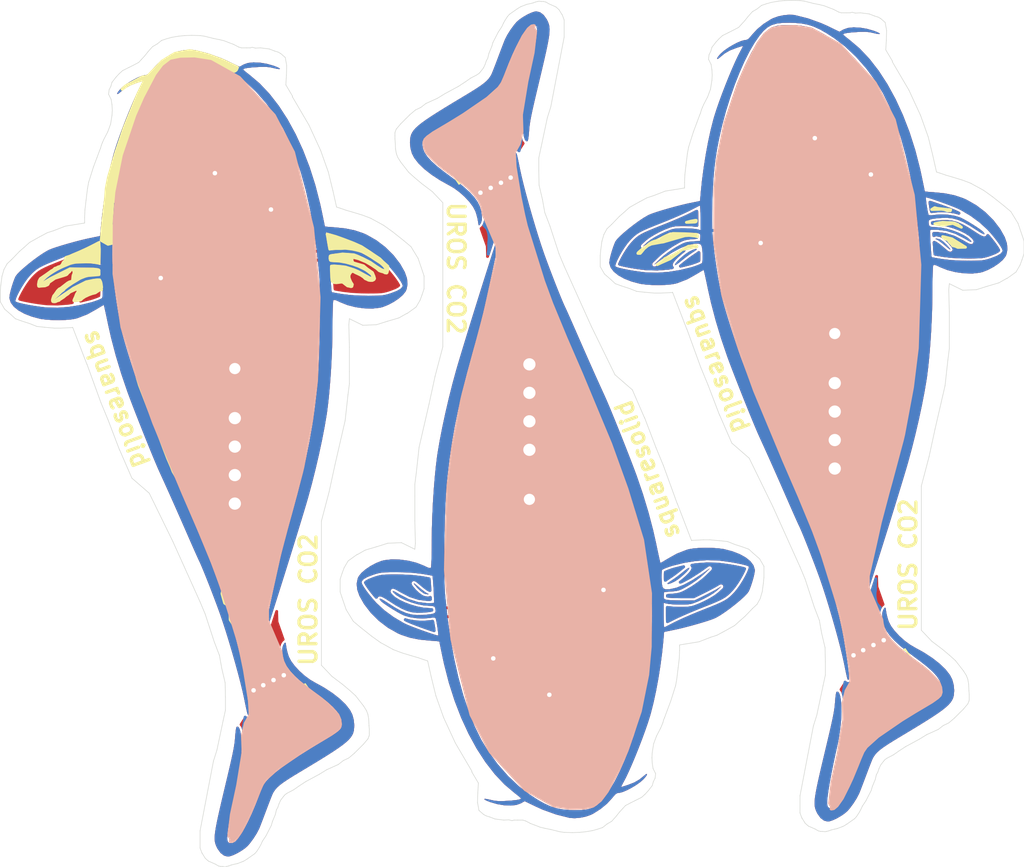
<source format=kicad_pcb>
(kicad_pcb (version 20171130) (host pcbnew "(5.0.2-5)-5")
  (layers (0 F.Cu signal) (31 B.Cu signal) (34 B.Paste user) (35 F.Paste user) (36 B.SilkS user) (37 F.SilkS user) (38 B.Mask user hide) (39 F.Mask user) (44 Edge.Cuts user))
  (net 0 "")
  (net 1 VCC)
  (net 2 SCL)
  (net 3 GND)
  (net 4 SDA)
  (net 5 "Net-(D1-Pad1)")
  (net 6 NEO_IN)
  (net 7 "Net-(D2-Pad2)")
  (module kicad_custom_lib:tancho_out (layer F.Cu) (at 193.988621 74.851836 180)
    (fp_text reference J4 hide)
    (fp_text value CONN_02 hide)
    (fp_poly (pts (xy -3.486168 -23.346364) (xy -3.452349 -23.289772) (xy -3.41138 -23.158432) (xy -3.357375 -22.931846) (xy -3.284444 -22.58952) (xy -3.186701 -22.110955) (xy -3.132711 -21.844) (xy -2.994462 -21.216059) (xy -2.80968 -20.461134) (xy -2.587772 -19.612072) (xy -2.338142 -18.701717) (xy -2.070195 -17.762913) (xy -1.793338 -16.828505) (xy -1.516975 -15.931338) (xy -1.250513 -15.104257) (xy -1.003356 -14.380105) (xy -0.962762 -14.266334) (xy -0.738897 -13.653105) (xy -0.4945 -12.999872) (xy -0.240029 -12.333161) (xy 0.014059 -11.679499) (xy 0.257306 -11.065415) (xy 0.479257 -10.517436) (xy 0.669453 -10.062088) (xy 0.817438 -9.725901) (xy 0.872891 -9.609667) (xy 0.953148 -9.439349) (xy 1.089396 -9.139142) (xy 1.270287 -8.734529) (xy 1.484476 -8.250989) (xy 1.720615 -7.714004) (xy 1.909738 -7.281334) (xy 2.481503 -5.974992) (xy 3.026603 -4.739941) (xy 3.535567 -3.597444) (xy 3.998922 -2.568766) (xy 4.407193 -1.675171) (xy 4.410164 -1.668727) (xy 4.570517 -1.307623) (xy 4.780829 -0.813739) (xy 5.030899 -0.212582) (xy 5.310526 0.470342) (xy 5.60951 1.209526) (xy 5.917651 1.979464) (xy 6.224747 2.754649) (xy 6.5206 3.509574) (xy 6.795007 4.218733) (xy 7.037769 4.856618) (xy 7.238686 5.397724) (xy 7.26421 5.467936) (xy 7.810566 7.069024) (xy 8.30055 8.69287) (xy 8.717711 10.282164) (xy 8.975586 11.43) (xy 9.083753 11.948931) (xy 9.18165 12.409079) (xy 9.263816 12.785542) (xy 9.32479 13.053423) (xy 9.359112 13.18782) (xy 9.363424 13.198421) (xy 9.442897 13.171615) (xy 9.626122 13.070839) (xy 9.876323 12.916606) (xy 9.924643 12.885395) (xy 10.82425 12.377843) (xy 11.710688 12.034843) (xy 11.892288 11.984323) (xy 12.282529 11.915424) (xy 12.789526 11.872344) (xy 13.362662 11.855214) (xy 13.951319 11.864166) (xy 14.504881 11.899331) (xy 14.972729 11.960839) (xy 15.050767 11.976147) (xy 15.795307 12.172709) (xy 16.441774 12.424116) (xy 16.976562 12.720888) (xy 17.386061 13.053545) (xy 17.656663 13.412606) (xy 17.77476 13.788591) (xy 17.778919 13.876687) (xy 17.748971 14.117986) (xy 17.670689 14.463267) (xy 17.559585 14.85968) (xy 17.431173 15.254371) (xy 17.300965 15.59449) (xy 17.229608 15.748112) (xy 17.081156 15.948279) (xy 16.818022 16.217581) (xy 16.468115 16.53382) (xy 16.059341 16.874797) (xy 15.61961 17.218313) (xy 15.176828 17.542169) (xy 14.758904 17.824167) (xy 14.393746 18.042108) (xy 14.258953 18.111052) (xy 13.988995 18.220367) (xy 13.589034 18.357435) (xy 13.094119 18.51216) (xy 12.539296 18.674448) (xy 11.959615 18.834204) (xy 11.390122 18.981336) (xy 10.865864 19.105746) (xy 10.625666 19.157512) (xy 9.694333 19.349407) (xy 9.633952 20.067536) (xy 9.521692 21.175702) (xy 9.369795 22.331153) (xy 9.185443 23.493185) (xy 8.975818 24.621088) (xy 8.748102 25.674156) (xy 8.509478 26.611682) (xy 8.431681 26.881666) (xy 8.239691 27.486525) (xy 8.001019 28.176282) (xy 7.728283 28.919361) (xy 7.4341 29.684186) (xy 7.13109 30.439182) (xy 6.83187 31.15277) (xy 6.549059 31.793377) (xy 6.295275 32.329425) (xy 6.122517 32.660166) (xy 5.983415 32.917743) (xy 5.890391 33.106011) (xy 5.861417 33.188317) (xy 5.863063 33.189333) (xy 5.955541 33.165041) (xy 6.163685 33.101362) (xy 6.44185 33.012271) (xy 7.020429 32.789232) (xy 7.485018 32.526078) (xy 7.851564 32.229324) (xy 8.053534 32.061495) (xy 8.159516 32.014581) (xy 8.170941 32.070991) (xy 8.08924 32.213136) (xy 7.915841 32.423425) (xy 7.828307 32.515409) (xy 7.547932 32.758516) (xy 7.187306 33.012407) (xy 6.786564 33.254947) (xy 6.385843 33.463999) (xy 6.025277 33.617427) (xy 5.745003 33.693094) (xy 5.685356 33.697333) (xy 5.525303 33.721742) (xy 5.374641 33.81447) (xy 5.194823 34.004767) (xy 5.063805 34.169014) (xy 4.602446 34.669743) (xy 4.031221 35.140744) (xy 3.4088 35.535869) (xy 3.175 35.654669) (xy 2.744221 35.808618) (xy 2.241837 35.913623) (xy 1.738958 35.959436) (xy 1.306697 35.935807) (xy 1.27 35.929212) (xy 0.067723 35.627204) (xy -1.116433 35.200672) (xy -1.681977 34.946176) (xy -2.728953 34.439178) (xy -3.078977 34.637459) (xy -3.467181 34.776831) (xy -3.966364 34.832916) (xy -4.54155 34.808279) (xy -5.157761 34.705485) (xy -5.780023 34.5271) (xy -6.062858 34.418616) (xy -6.272826 34.316945) (xy -6.32911 34.256645) (xy -6.242926 34.240589) (xy -6.025488 34.271651) (xy -5.745533 34.337326) (xy -5.402387 34.409973) (xy -5.046716 34.442697) (xy -4.616609 34.439461) (xy -4.360334 34.425975) (xy -3.808896 34.385125) (xy -3.415452 34.340471) (xy -3.168672 34.290122) (xy -3.057228 34.23219) (xy -3.048 34.207104) (xy -3.111409 34.1311) (xy -3.280364 33.983467) (xy -3.522957 33.791474) (xy -3.6195 33.718735) (xy -4.528717 32.94849) (xy -5.400035 32.023664) (xy -6.227187 30.95603) (xy -7.003905 29.757358) (xy -7.723922 28.439421) (xy -8.380969 27.01399) (xy -8.968779 25.492838) (xy -9.481083 23.887737) (xy -9.911615 22.210458) (xy -10.025451 21.68749) (xy -10.12383 21.214596) (xy -10.208931 20.802676) (xy -10.275198 20.478866) (xy -10.317071 20.270305) (xy -10.329334 20.203807) (xy -10.407849 20.187339) (xy -10.619273 20.165231) (xy -10.927425 20.140892) (xy -11.156742 20.125838) (xy -12.126726 20.028123) (xy -12.974757 19.856807) (xy -13.734887 19.604134) (xy -14.043792 19.468258) (xy -14.91683 18.973866) (xy -15.725651 18.356996) (xy -16.443421 17.643851) (xy -17.043304 16.860638) (xy -17.447535 16.144515) (xy -17.64452 15.585904) (xy -17.697776 15.059922) (xy -17.673373 14.934018) (xy -17.272 14.934018) (xy -17.21782 15.095881) (xy -17.06905 15.353386) (xy -16.846347 15.678107) (xy -16.570366 16.041621) (xy -16.261764 16.415504) (xy -15.941196 16.771332) (xy -15.922566 16.790927) (xy -15.228488 17.430078) (xy -14.413715 18.029284) (xy -13.526815 18.553451) (xy -13.377334 18.630081) (xy -13.150154 18.732881) (xy -12.827372 18.864331) (xy -12.439356 19.013646) (xy -12.016475 19.170042) (xy -11.589095 19.322733) (xy -11.187585 19.460936) (xy -10.842312 19.573866) (xy -10.583645 19.650738) (xy -10.441951 19.680767) (xy -10.425706 19.678297) (xy -10.423468 19.58856) (xy -10.443805 19.371665) (xy -10.482614 19.06767) (xy -10.502034 18.933057) (xy -10.557279 18.594572) (xy -10.611557 18.317272) (xy -10.655661 18.146507) (xy -10.667026 18.120243) (xy -10.758779 18.073853) (xy -10.964802 18.073805) (xy -11.280909 18.115137) (xy -11.817711 18.154524) (xy -12.410866 18.122997) (xy -12.990282 18.028583) (xy -13.485863 17.879312) (xy -13.540391 17.856333) (xy -13.807956 17.723143) (xy -14.146626 17.532414) (xy -14.517802 17.308539) (xy -14.882884 17.075905) (xy -15.203273 16.858904) (xy -15.44037 16.681924) (xy -15.535305 16.595803) (xy -15.651854 16.442167) (xy -15.640528 16.385347) (xy -15.510636 16.422885) (xy -15.271486 16.552325) (xy -14.971719 16.744563) (xy -14.334799 17.155175) (xy -13.787901 17.460324) (xy -13.298105 17.670987) (xy -12.832485 17.798139) (xy -12.358121 17.852758) (xy -11.842088 17.84582) (xy -11.699567 17.835496) (xy -11.261867 17.794382) (xy -10.966655 17.749928) (xy -10.78719 17.692938) (xy -10.696729 17.614213) (xy -10.668528 17.504557) (xy -10.668 17.480716) (xy -10.688144 17.236145) (xy -10.772017 17.095946) (xy -10.954782 17.032458) (xy -11.256182 17.018) (xy -11.739385 16.98054) (xy -12.268205 16.876991) (xy -12.809093 16.720599) (xy -13.328497 16.524608) (xy -13.792866 16.302264) (xy -14.168648 16.066812) (xy -14.422293 15.831499) (xy -14.4793 15.745572) (xy -14.465376 15.700076) (xy -14.320338 15.754958) (xy -14.042519 15.910942) (xy -13.900347 15.997769) (xy -13.073693 16.426758) (xy -12.243858 16.691839) (xy -11.45834 16.789558) (xy -11.154727 16.792162) (xy -10.923403 16.783308) (xy -10.810794 16.764899) (xy -10.808143 16.762913) (xy -10.800047 16.670568) (xy -10.802739 16.446784) (xy -10.814097 16.128964) (xy -10.831996 15.754512) (xy -10.854314 15.360828) (xy -10.878927 14.985315) (xy -10.903712 14.665377) (xy -10.926547 14.438414) (xy -10.945308 14.34183) (xy -10.945595 14.341516) (xy -11.033861 14.319171) (xy -11.254648 14.277159) (xy -11.573148 14.221806) (xy -11.898466 14.168386) (xy -12.67438 14.076931) (xy -13.583079 14.027957) (xy -14.181667 14.01982) (xy -14.705915 14.022) (xy -15.100239 14.031328) (xy -15.404028 14.052293) (xy -15.65667 14.089383) (xy -15.897553 14.147087) (xy -16.166067 14.229895) (xy -16.240218 14.254409) (xy -16.73979 14.446435) (xy -17.073651 14.63544) (xy -17.245337 14.823754) (xy -17.272 14.934018) (xy -17.673373 14.934018) (xy -17.606383 14.588398) (xy -17.520709 14.404861) (xy -17.280429 14.099823) (xy -16.916921 13.783305) (xy -16.471958 13.481887) (xy -15.987313 13.222149) (xy -15.504758 13.030673) (xy -15.257 12.964431) (xy -14.596168 12.886653) (xy -13.856031 12.903677) (xy -13.092075 13.007813) (xy -12.359785 13.191367) (xy -11.714649 13.446649) (xy -11.690218 13.458861) (xy -11.394754 13.59928) (xy -11.212464 13.659964) (xy -11.111811 13.649112) (xy -11.08088 13.617317) (xy -11.061812 13.505407) (xy -11.044559 13.247515) (xy -11.029834 12.866988) (xy -11.01835 12.387173) (xy -11.010821 11.831418) (xy -11.007964 11.230952) (xy -10.995457 10.174483) (xy -10.960706 9.053266) (xy -10.906129 7.903804) (xy -10.834146 6.762601) (xy -10.747178 5.666161) (xy -10.647644 4.650986) (xy -10.537964 3.753581) (xy -10.490754 3.429) (xy -10.304753 2.330967) (xy -10.069226 1.119402) (xy -9.79443 -0.160801) (xy -9.490619 -1.464744) (xy -9.168051 -2.747531) (xy -8.836981 -3.964266) (xy -8.672702 -4.529667) (xy -8.458429 -5.24489) (xy -8.220483 -6.030605) (xy -7.963419 -6.872376) (xy -7.691794 -7.755768) (xy -7.410166 -8.666343) (xy -7.123089 -9.589666) (xy -6.83512 -10.5113) (xy -6.550816 -11.41681) (xy -6.274733 -12.29176) (xy -6.011427 -13.121712) (xy -5.765455 -13.892232) (xy -5.541373 -14.588882) (xy -5.343737 -15.197227) (xy -5.177104 -15.702831) (xy -5.04603 -16.091257) (xy -4.955071 -16.34807) (xy -4.908784 -16.458833) (xy -4.906842 -16.461268) (xy -4.847474 -16.486162) (xy -4.854982 -16.367339) (xy -4.860626 -16.340667) (xy -4.887943 -16.213932) (xy -4.946523 -15.940248) (xy -5.032381 -15.538292) (xy -5.141534 -15.026741) (xy -5.269997 -14.424269) (xy -5.413786 -13.749555) (xy -5.568916 -13.021273) (xy -5.637327 -12.7) (xy -5.839573 -11.752519) (xy -6.014001 -10.943166) (xy -6.16735 -10.244297) (xy -6.30636 -9.628272) (xy -6.437771 -9.067448) (xy -6.568321 -8.534184) (xy -6.70475 -8.000836) (xy -6.853798 -7.439764) (xy -7.022204 -6.823324) (xy -7.216708 -6.123875) (xy -7.399899 -5.470786) (xy -7.884256 -3.694687) (xy -8.30248 -2.041917) (xy -8.660491 -0.48257) (xy -8.964213 1.013264) (xy -9.219567 2.475492) (xy -9.432473 3.934023) (xy -9.608855 5.418764) (xy -9.664898 5.969) (xy -9.716911 6.599271) (xy -9.763386 7.353323) (xy -9.803909 8.205018) (xy -9.838065 9.128217) (xy -9.86544 10.096782) (xy -9.885619 11.084574) (xy -9.898187 12.065454) (xy -9.902729 13.013284) (xy -9.898832 13.901926) (xy -9.886079 14.705241) (xy -9.864058 15.39709) (xy -9.832352 15.951335) (xy -9.824728 16.044333) (xy -9.616912 18.023096) (xy -9.348012 19.918292) (xy -9.020824 21.71972) (xy -8.638144 23.417178) (xy -8.202768 25.000464) (xy -7.717492 26.459377) (xy -7.185112 27.783714) (xy -6.608423 28.963275) (xy -6.01244 29.954859) (xy -5.13761 31.149397) (xy -4.204302 32.214784) (xy -3.225179 33.137763) (xy -2.286 33.855739) (xy -1.599858 34.304465) (xy -0.99994 34.648936) (xy -0.450018 34.901852) (xy 0.086135 35.075915) (xy 0.64475 35.183825) (xy 1.262054 35.238283) (xy 1.693333 35.250814) (xy 2.335545 35.239857) (xy 2.862767 35.177984) (xy 3.304612 35.048112) (xy 3.690688 34.833159) (xy 4.050608 34.51604) (xy 4.41398 34.079673) (xy 4.810417 33.506974) (xy 4.867131 33.419757) (xy 5.304825 32.674292) (xy 5.749479 31.7881) (xy 6.190378 30.788862) (xy 6.616806 29.70426) (xy 7.018047 28.561974) (xy 7.383386 27.389686) (xy 7.702108 26.215076) (xy 7.780627 25.893366) (xy 8.008667 24.881554) (xy 8.191852 23.938572) (xy 8.335217 23.023104) (xy 8.443793 22.093833) (xy 8.522615 21.109442) (xy 8.576715 20.028615) (xy 8.60398 19.134666) (xy 8.619966 18.340743) (xy 8.625519 17.679238) (xy 8.619748 17.113504) (xy 8.601762 16.606894) (xy 8.57067 16.122762) (xy 8.525582 15.624462) (xy 8.516526 15.536333) (xy 8.404845 14.588223) (xy 8.395985 14.524876) (xy 9.468225 14.524876) (xy 9.471116 14.645615) (xy 9.495184 15.063845) (xy 9.550458 15.338398) (xy 9.658157 15.494636) (xy 9.839499 15.557923) (xy 10.115704 15.55362) (xy 10.221707 15.542775) (xy 10.786197 15.418208) (xy 11.43316 15.16126) (xy 12.166691 14.769904) (xy 12.990887 14.242111) (xy 13.335 14.000847) (xy 13.758333 13.697561) (xy 13.237195 14.205116) (xy 12.932685 14.470549) (xy 12.539841 14.769443) (xy 12.120198 15.056432) (xy 11.886735 15.200753) (xy 11.512982 15.416431) (xy 11.234447 15.559988) (xy 11.002566 15.648742) (xy 10.768773 15.700015) (xy 10.484503 15.731127) (xy 10.375873 15.739584) (xy 9.694333 15.790333) (xy 9.668225 16.10498) (xy 9.665603 16.317884) (xy 9.727759 16.424995) (xy 9.879892 16.484657) (xy 10.051982 16.509053) (xy 10.353387 16.529486) (xy 10.744101 16.544036) (xy 11.184117 16.550779) (xy 11.260666 16.55101) (xy 12.403666 16.552333) (xy 13.208 16.157361) (xy 13.592346 15.964936) (xy 13.964774 15.772142) (xy 14.270451 15.60764) (xy 14.393333 15.537794) (xy 14.774333 15.3132) (xy 14.395107 15.665146) (xy 14.099397 15.893076) (xy 13.6921 16.145374) (xy 13.223362 16.396236) (xy 12.743328 16.619862) (xy 12.302143 16.790448) (xy 12.081937 16.855383) (xy 11.808491 16.894017) (xy 11.423735 16.912399) (xy 10.982398 16.911822) (xy 10.539209 16.893578) (xy 10.148896 16.858962) (xy 9.866187 16.809265) (xy 9.8425 16.802474) (xy 9.652 16.74425) (xy 9.652 17.861847) (xy 9.656489 18.27149) (xy 9.668787 18.60922) (xy 9.687135 18.844915) (xy 9.709777 18.948452) (xy 9.7155 18.950364) (xy 9.812003 18.90231) (xy 10.026823 18.793437) (xy 10.3276 18.640194) (xy 10.661688 18.469415) (xy 11.029929 18.291215) (xy 11.512568 18.072777) (xy 12.065434 17.833269) (xy 12.644354 17.591859) (xy 13.159355 17.385593) (xy 13.808719 17.12906) (xy 14.323698 16.917404) (xy 14.728738 16.736791) (xy 15.048284 16.573388) (xy 15.306782 16.413359) (xy 15.528676 16.242873) (xy 15.738411 16.048093) (xy 15.960434 15.815188) (xy 15.988672 15.784447) (xy 16.216854 15.505777) (xy 16.458784 15.161148) (xy 16.696731 14.782434) (xy 16.91296 14.401505) (xy 17.089738 14.050236) (xy 17.209331 13.760498) (xy 17.254006 13.564164) (xy 17.247878 13.521262) (xy 17.149179 13.460934) (xy 16.912419 13.386221) (xy 16.567661 13.30293) (xy 16.144969 13.216871) (xy 15.674406 13.13385) (xy 15.186035 13.059676) (xy 14.709921 13.000157) (xy 14.393333 12.96978) (xy 13.484645 12.950741) (xy 12.495365 13.026322) (xy 11.480223 13.189349) (xy 10.49395 13.432649) (xy 10.22438 13.516144) (xy 9.911512 13.626986) (xy 9.663275 13.7318) (xy 9.522714 13.8119) (xy 9.508863 13.826775) (xy 9.483818 13.951765) (xy 9.469564 14.199816) (xy 9.468225 14.524876) (xy 8.395985 14.524876) (xy 8.26232 13.569208) (xy 8.098867 12.542296) (xy 7.924401 11.570496) (xy 7.781725 10.866573) (xy 7.699796 10.533135) (xy 7.571495 10.068236) (xy 7.405717 9.500475) (xy 7.211362 8.858451) (xy 6.997325 8.170763) (xy 6.772505 7.466008) (xy 6.545799 6.772785) (xy 6.326105 6.119694) (xy 6.12845 5.552527) (xy 5.952468 5.072766) (xy 5.719935 4.460592) (xy 5.440331 3.739517) (xy 5.123138 2.933056) (xy 4.777838 2.064723) (xy 4.413913 1.15803) (xy 4.040844 0.236492) (xy 3.668112 -0.676378) (xy 3.305199 -1.557066) (xy 2.961588 -2.382058) (xy 2.646758 -3.12784) (xy 2.370192 -3.7709) (xy 2.353147 -3.81) (xy 2.028483 -4.55824) (xy 1.665106 -5.402794) (xy 1.286145 -6.28944) (xy 0.914728 -7.16396) (xy 0.573982 -7.972134) (xy 0.38464 -8.424809) (xy -0.13711 -9.721987) (xy -0.643998 -11.068677) (xy -1.128123 -12.439434) (xy -1.581587 -13.808814) (xy -1.99649 -15.151374) (xy -2.364932 -16.44167) (xy -2.679013 -17.654259) (xy -2.930833 -18.763695) (xy -3.093466 -19.627256) (xy -3.252864 -20.609743) (xy -3.381052 -21.446576) (xy -3.477575 -22.134132) (xy -3.541981 -22.668789) (xy -3.573815 -23.046924) (xy -3.572623 -23.264916) (xy -3.555909 -23.317292) (xy -3.518726 -23.348706) (xy -3.486168 -23.346364)) (layer F.Cu) (width 0.01))
    (fp_poly (pts (xy -0.558412 29.626628) (xy -0.45902 29.800213) (xy -0.426506 30.045869) (xy -0.464661 30.278524) (xy -0.524934 30.3784) (xy -0.71413 30.466152) (xy -0.954872 30.465282) (xy -1.157205 30.379912) (xy -1.189532 30.347941) (xy -1.253821 30.163186) (xy -1.203672 29.954493) (xy -1.072789 29.760382) (xy -0.894878 29.619375) (xy -0.703643 29.569993) (xy -0.558412 29.626628)) (layer F.Cu) (width 0.01))
    (fp_poly (pts (xy 2.911072 29.157609) (xy 3.094554 29.279027) (xy 3.175025 29.48819) (xy 3.129544 29.723635) (xy 3.12534 29.731688) (xy 2.967188 29.857604) (xy 2.7503 29.887333) (xy 2.540626 29.864198) (xy 2.437864 29.7707) (xy 2.405482 29.675855) (xy 2.391496 29.387536) (xy 2.505677 29.201118) (xy 2.731127 29.133923) (xy 2.911072 29.157609)) (layer F.Cu) (width 0.01))
    (fp_poly (pts (xy -6.004213 26.272469) (xy -5.760379 26.371201) (xy -5.510374 26.555689) (xy -5.439834 26.626194) (xy -5.258185 26.855886) (xy -5.178928 27.079399) (xy -5.164667 27.307961) (xy -5.213793 27.703196) (xy -5.347863 28.034043) (xy -5.546914 28.254333) (xy -5.583311 28.276156) (xy -5.756369 28.351604) (xy -5.851702 28.311908) (xy -5.928763 28.146154) (xy -5.991748 27.931765) (xy -6.011334 27.791778) (xy -6.066088 27.634614) (xy -6.188813 27.465662) (xy -6.307545 27.291184) (xy -6.290258 27.141234) (xy -6.285042 27.131557) (xy -6.251602 26.905757) (xy -6.290746 26.756004) (xy -6.336194 26.535789) (xy -6.320213 26.375829) (xy -6.203587 26.270382) (xy -6.004213 26.272469)) (layer F.Cu) (width 0.01))
    (fp_poly (pts (xy 6.557616 25.313793) (xy 6.727974 25.402348) (xy 6.753316 25.51211) (xy 6.64441 25.690331) (xy 6.64364 25.691348) (xy 6.546882 25.904341) (xy 6.519333 26.083148) (xy 6.473358 26.29439) (xy 6.389102 26.418681) (xy 6.307674 26.543033) (xy 6.296813 26.751649) (xy 6.314049 26.894715) (xy 6.341121 27.122631) (xy 6.319351 27.229145) (xy 6.230856 27.259334) (xy 6.169113 27.260092) (xy 5.942921 27.221389) (xy 5.820831 27.171217) (xy 5.632811 26.982037) (xy 5.488761 26.692206) (xy 5.420695 26.369986) (xy 5.418983 26.314371) (xy 5.484783 25.972484) (xy 5.658744 25.669566) (xy 5.906901 25.435463) (xy 6.195287 25.300023) (xy 6.489939 25.293093) (xy 6.557616 25.313793)) (layer F.Cu) (width 0.01))
    (fp_poly (pts (xy -1.356449 -35.900304) (xy -1.042276 -35.662696) (xy -0.770628 -35.284459) (xy -0.717551 -35.182256) (xy -0.636891 -35.005379) (xy -0.574662 -34.829636) (xy -0.532849 -34.640311) (xy -0.513436 -34.42269) (xy -0.518406 -34.162058) (xy -0.549744 -33.843697) (xy -0.609432 -33.452894) (xy -0.699455 -32.974933) (xy -0.821796 -32.395097) (xy -0.97844 -31.698673) (xy -1.17137 -30.870943) (xy -1.402569 -29.897194) (xy -1.465597 -29.633334) (xy -1.67234 -28.765004) (xy -1.84236 -28.041141) (xy -1.979618 -27.441843) (xy -2.088078 -26.947203) (xy -2.171705 -26.537318) (xy -2.23446 -26.192284) (xy -2.280308 -25.892195) (xy -2.313212 -25.617149) (xy -2.337136 -25.347239) (xy -2.347058 -25.206637) (xy -2.377579 -24.8681) (xy -2.417291 -24.597952) (xy -2.459414 -24.437849) (xy -2.476177 -24.413452) (xy -2.602286 -24.4112) (xy -2.709897 -24.557174) (xy -2.796542 -24.831028) (xy -2.859753 -25.212415) (xy -2.897061 -25.680988) (xy -2.905998 -26.2164) (xy -2.884097 -26.798305) (xy -2.833953 -27.362801) (xy -2.774067 -27.842383) (xy -2.705911 -28.31771) (xy -2.637818 -28.734281) (xy -2.578121 -29.037596) (xy -2.577411 -29.040667) (xy -2.368507 -29.965642) (xy -2.178827 -30.854128) (xy -2.011558 -31.688116) (xy -1.869886 -32.449597) (xy -1.756998 -33.120563) (xy -1.676081 -33.683003) (xy -1.630321 -34.118909) (xy -1.622904 -34.410272) (xy -1.624153 -34.427897) (xy -1.681977 -34.674515) (xy -1.82009 -34.787972) (xy -2.064057 -34.784177) (xy -2.161888 -34.762508) (xy -2.364577 -34.639272) (xy -2.609084 -34.369523) (xy -2.886958 -33.968447) (xy -3.189748 -33.451228) (xy -3.509004 -32.833054) (xy -3.836273 -32.12911) (xy -4.163104 -31.354583) (xy -4.403792 -30.734) (xy -4.581149 -30.263913) (xy -4.720436 -29.917664) (xy -4.842002 -29.660153) (xy -4.9662 -29.456282) (xy -5.113379 -29.270953) (xy -5.303892 -29.069066) (xy -5.459261 -28.913667) (xy -5.894532 -28.523101) (xy -6.477328 -28.068119) (xy -7.200652 -27.553562) (xy -8.057507 -26.98427) (xy -9.040895 -26.365083) (xy -9.863667 -25.867043) (xy -10.456084 -25.511783) (xy -10.917977 -25.227219) (xy -11.265484 -24.99941) (xy -11.514744 -24.814412) (xy -11.681895 -24.658282) (xy -11.783076 -24.517079) (xy -11.834425 -24.376861) (xy -11.852081 -24.223683) (xy -11.853334 -24.148122) (xy -11.808083 -23.784765) (xy -11.665408 -23.418586) (xy -11.414927 -23.03719) (xy -11.046259 -22.628178) (xy -10.54902 -22.179155) (xy -9.912829 -21.677724) (xy -9.578127 -21.43145) (xy -8.794271 -20.847038) (xy -8.150063 -20.325361) (xy -7.633788 -19.853245) (xy -7.233726 -19.417516) (xy -6.938162 -19.005) (xy -6.735378 -18.602523) (xy -6.613656 -18.196911) (xy -6.591299 -18.073313) (xy -6.542945 -17.658705) (xy -6.553089 -17.358191) (xy -6.626994 -17.125119) (xy -6.714065 -16.984465) (xy -6.785127 -16.905043) (xy -6.828697 -16.930225) (xy -6.86111 -17.085) (xy -6.880689 -17.239385) (xy -6.939925 -17.556117) (xy -7.039854 -17.928111) (xy -7.118063 -18.16192) (xy -7.324902 -18.559172) (xy -7.65173 -18.996586) (xy -8.065731 -19.441359) (xy -8.534086 -19.860688) (xy -9.02398 -20.22177) (xy -9.398 -20.440888) (xy -10.256302 -20.916646) (xy -11.016499 -21.414298) (xy -11.664729 -21.92201) (xy -12.187132 -22.42795) (xy -12.569848 -22.920286) (xy -12.777489 -23.325915) (xy -12.903267 -23.797798) (xy -12.949472 -24.291096) (xy -12.913788 -24.743644) (xy -12.839831 -25.000553) (xy -12.74714 -25.187592) (xy -12.620222 -25.375248) (xy -12.447535 -25.571942) (xy -12.217532 -25.786096) (xy -11.918669 -26.02613) (xy -11.539402 -26.300466) (xy -11.068185 -26.617525) (xy -10.493475 -26.985728) (xy -9.803727 -27.413497) (xy -8.987396 -27.909252) (xy -8.226122 -28.366032) (xy -7.575484 -28.759249) (xy -7.055147 -29.085502) (xy -6.646877 -29.359131) (xy -6.332438 -29.594475) (xy -6.093596 -29.805876) (xy -5.912114 -30.007672) (xy -5.769757 -30.214205) (xy -5.686971 -30.362786) (xy -5.627139 -30.499853) (xy -5.520602 -30.765133) (xy -5.379327 -31.127994) (xy -5.215283 -31.557807) (xy -5.091564 -31.886786) (xy -4.916541 -32.352614) (xy -4.754201 -32.780179) (xy -4.617101 -33.13675) (xy -4.517797 -33.389591) (xy -4.478225 -33.485667) (xy -4.259672 -33.908592) (xy -3.96567 -34.373272) (xy -3.645055 -34.806453) (xy -3.441583 -35.04058) (xy -3.181044 -35.267279) (xy -2.840971 -35.498693) (xy -2.467906 -35.709695) (xy -2.108395 -35.875161) (xy -1.808981 -35.969965) (xy -1.695722 -35.983017) (xy -1.356449 -35.900304)) (layer F.Cu) (width 0.01))
    (fp_poly (pts (xy -12.544111 15.047189) (xy -12.367945 15.184989) (xy -12.183552 15.343019) (xy -11.904954 15.575298) (xy -11.649899 15.768726) (xy -11.462139 15.890698) (xy -11.423816 15.909152) (xy -11.293408 15.96833) (xy -11.315434 15.990793) (xy -11.387667 15.994058) (xy -11.601907 15.955377) (xy -11.726334 15.903426) (xy -11.994761 15.711441) (xy -12.28773 15.435015) (xy -12.541868 15.13443) (xy -12.557307 15.113) (xy -12.605933 15.023991) (xy -12.544111 15.047189)) (layer F.Cu) (width 0.01))
    (fp_poly (pts (xy 11.938 13.653229) (xy 11.874547 13.784965) (xy 11.706407 13.984152) (xy 11.466909 14.22013) (xy 11.189382 14.462241) (xy 10.907153 14.679826) (xy 10.653551 14.842224) (xy 10.634223 14.852585) (xy 10.331296 14.995698) (xy 10.110921 15.067253) (xy 9.999238 15.059753) (xy 9.990666 15.037159) (xy 10.056125 14.977938) (xy 10.226684 14.856973) (xy 10.435166 14.719988) (xy 10.727976 14.518455) (xy 11.073829 14.259213) (xy 11.399407 13.99728) (xy 11.408833 13.989333) (xy 11.649624 13.798157) (xy 11.833079 13.675776) (xy 11.929952 13.640765) (xy 11.938 13.653229)) (layer F.Cu) (width 0.01))
    (fp_poly (pts (xy -3.486168 -23.346364) (xy -3.452349 -23.289772) (xy -3.41138 -23.158432) (xy -3.357375 -22.931846) (xy -3.284444 -22.58952) (xy -3.186701 -22.110955) (xy -3.132711 -21.844) (xy -2.994462 -21.216059) (xy -2.80968 -20.461134) (xy -2.587772 -19.612072) (xy -2.338142 -18.701717) (xy -2.070195 -17.762913) (xy -1.793338 -16.828505) (xy -1.516975 -15.931338) (xy -1.250513 -15.104257) (xy -1.003356 -14.380105) (xy -0.962762 -14.266334) (xy -0.738897 -13.653105) (xy -0.4945 -12.999872) (xy -0.240029 -12.333161) (xy 0.014059 -11.679499) (xy 0.257306 -11.065415) (xy 0.479257 -10.517436) (xy 0.669453 -10.062088) (xy 0.817438 -9.725901) (xy 0.872891 -9.609667) (xy 0.953148 -9.439349) (xy 1.089396 -9.139142) (xy 1.270287 -8.734529) (xy 1.484476 -8.250989) (xy 1.720615 -7.714004) (xy 1.909738 -7.281334) (xy 2.481503 -5.974992) (xy 3.026603 -4.739941) (xy 3.535567 -3.597444) (xy 3.998922 -2.568766) (xy 4.407193 -1.675171) (xy 4.410164 -1.668727) (xy 4.570517 -1.307623) (xy 4.780829 -0.813739) (xy 5.030899 -0.212582) (xy 5.310526 0.470342) (xy 5.60951 1.209526) (xy 5.917651 1.979464) (xy 6.224747 2.754649) (xy 6.5206 3.509574) (xy 6.795007 4.218733) (xy 7.037769 4.856618) (xy 7.238686 5.397724) (xy 7.26421 5.467936) (xy 7.810566 7.069024) (xy 8.30055 8.69287) (xy 8.717711 10.282164) (xy 8.975586 11.43) (xy 9.083753 11.948931) (xy 9.18165 12.409079) (xy 9.263816 12.785542) (xy 9.32479 13.053423) (xy 9.359112 13.18782) (xy 9.363424 13.198421) (xy 9.442897 13.171615) (xy 9.626122 13.070839) (xy 9.876323 12.916606) (xy 9.924643 12.885395) (xy 10.82425 12.377843) (xy 11.710688 12.034843) (xy 11.892288 11.984323) (xy 12.282529 11.915424) (xy 12.789526 11.872344) (xy 13.362662 11.855214) (xy 13.951319 11.864166) (xy 14.504881 11.899331) (xy 14.972729 11.960839) (xy 15.050767 11.976147) (xy 15.795307 12.172709) (xy 16.441774 12.424116) (xy 16.976562 12.720888) (xy 17.386061 13.053545) (xy 17.656663 13.412606) (xy 17.77476 13.788591) (xy 17.778919 13.876687) (xy 17.748971 14.117986) (xy 17.670689 14.463267) (xy 17.559585 14.85968) (xy 17.431173 15.254371) (xy 17.300965 15.59449) (xy 17.229608 15.748112) (xy 17.081156 15.948279) (xy 16.818022 16.217581) (xy 16.468115 16.53382) (xy 16.059341 16.874797) (xy 15.61961 17.218313) (xy 15.176828 17.542169) (xy 14.758904 17.824167) (xy 14.393746 18.042108) (xy 14.258953 18.111052) (xy 13.988995 18.220367) (xy 13.589034 18.357435) (xy 13.094119 18.51216) (xy 12.539296 18.674448) (xy 11.959615 18.834204) (xy 11.390122 18.981336) (xy 10.865864 19.105746) (xy 10.625666 19.157512) (xy 9.694333 19.349407) (xy 9.633952 20.067536) (xy 9.521692 21.175702) (xy 9.369795 22.331153) (xy 9.185443 23.493185) (xy 8.975818 24.621088) (xy 8.748102 25.674156) (xy 8.509478 26.611682) (xy 8.431681 26.881666) (xy 8.239691 27.486525) (xy 8.001019 28.176282) (xy 7.728283 28.919361) (xy 7.4341 29.684186) (xy 7.13109 30.439182) (xy 6.83187 31.15277) (xy 6.549059 31.793377) (xy 6.295275 32.329425) (xy 6.122517 32.660166) (xy 5.983415 32.917743) (xy 5.890391 33.106011) (xy 5.861417 33.188317) (xy 5.863063 33.189333) (xy 5.955541 33.165041) (xy 6.163685 33.101362) (xy 6.44185 33.012271) (xy 7.020429 32.789232) (xy 7.485018 32.526078) (xy 7.851564 32.229324) (xy 8.053534 32.061495) (xy 8.159516 32.014581) (xy 8.170941 32.070991) (xy 8.08924 32.213136) (xy 7.915841 32.423425) (xy 7.828307 32.515409) (xy 7.547932 32.758516) (xy 7.187306 33.012407) (xy 6.786564 33.254947) (xy 6.385843 33.463999) (xy 6.025277 33.617427) (xy 5.745003 33.693094) (xy 5.685356 33.697333) (xy 5.525303 33.721742) (xy 5.374641 33.81447) (xy 5.194823 34.004767) (xy 5.063805 34.169014) (xy 4.602446 34.669743) (xy 4.031221 35.140744) (xy 3.4088 35.535869) (xy 3.175 35.654669) (xy 2.744221 35.808618) (xy 2.241837 35.913623) (xy 1.738958 35.959436) (xy 1.306697 35.935807) (xy 1.27 35.929212) (xy 0.067723 35.627204) (xy -1.116433 35.200672) (xy -1.681977 34.946176) (xy -2.728953 34.439178) (xy -3.078977 34.637459) (xy -3.467181 34.776831) (xy -3.966364 34.832916) (xy -4.54155 34.808279) (xy -5.157761 34.705485) (xy -5.780023 34.5271) (xy -6.062858 34.418616) (xy -6.272826 34.316945) (xy -6.32911 34.256645) (xy -6.242926 34.240589) (xy -6.025488 34.271651) (xy -5.745533 34.337326) (xy -5.402387 34.409973) (xy -5.046716 34.442697) (xy -4.616609 34.439461) (xy -4.360334 34.425975) (xy -3.808896 34.385125) (xy -3.415452 34.340471) (xy -3.168672 34.290122) (xy -3.057228 34.23219) (xy -3.048 34.207104) (xy -3.111409 34.1311) (xy -3.280364 33.983467) (xy -3.522957 33.791474) (xy -3.6195 33.718735) (xy -4.528717 32.94849) (xy -5.400035 32.023664) (xy -6.227187 30.95603) (xy -7.003905 29.757358) (xy -7.723922 28.439421) (xy -8.380969 27.01399) (xy -8.968779 25.492838) (xy -9.481083 23.887737) (xy -9.911615 22.210458) (xy -10.025451 21.68749) (xy -10.12383 21.214596) (xy -10.208931 20.802676) (xy -10.275198 20.478866) (xy -10.317071 20.270305) (xy -10.329334 20.203807) (xy -10.407849 20.187339) (xy -10.619273 20.165231) (xy -10.927425 20.140892) (xy -11.156742 20.125838) (xy -12.126726 20.028123) (xy -12.974757 19.856807) (xy -13.734887 19.604134) (xy -14.043792 19.468258) (xy -14.91683 18.973866) (xy -15.725651 18.356996) (xy -16.443421 17.643851) (xy -17.043304 16.860638) (xy -17.447535 16.144515) (xy -17.64452 15.585904) (xy -17.697776 15.059922) (xy -17.673373 14.934018) (xy -17.272 14.934018) (xy -17.21782 15.095881) (xy -17.06905 15.353386) (xy -16.846347 15.678107) (xy -16.570366 16.041621) (xy -16.261764 16.415504) (xy -15.941196 16.771332) (xy -15.922566 16.790927) (xy -15.228488 17.430078) (xy -14.413715 18.029284) (xy -13.526815 18.553451) (xy -13.377334 18.630081) (xy -13.150154 18.732881) (xy -12.827372 18.864331) (xy -12.439356 19.013646) (xy -12.016475 19.170042) (xy -11.589095 19.322733) (xy -11.187585 19.460936) (xy -10.842312 19.573866) (xy -10.583645 19.650738) (xy -10.441951 19.680767) (xy -10.425706 19.678297) (xy -10.423468 19.58856) (xy -10.443805 19.371665) (xy -10.482614 19.06767) (xy -10.502034 18.933057) (xy -10.557279 18.594572) (xy -10.611557 18.317272) (xy -10.655661 18.146507) (xy -10.667026 18.120243) (xy -10.758779 18.073853) (xy -10.964802 18.073805) (xy -11.280909 18.115137) (xy -11.817711 18.154524) (xy -12.410866 18.122997) (xy -12.990282 18.028583) (xy -13.485863 17.879312) (xy -13.540391 17.856333) (xy -13.807956 17.723143) (xy -14.146626 17.532414) (xy -14.517802 17.308539) (xy -14.882884 17.075905) (xy -15.203273 16.858904) (xy -15.44037 16.681924) (xy -15.535305 16.595803) (xy -15.651854 16.442167) (xy -15.640528 16.385347) (xy -15.510636 16.422885) (xy -15.271486 16.552325) (xy -14.971719 16.744563) (xy -14.334799 17.155175) (xy -13.787901 17.460324) (xy -13.298105 17.670987) (xy -12.832485 17.798139) (xy -12.358121 17.852758) (xy -11.842088 17.84582) (xy -11.699567 17.835496) (xy -11.261867 17.794382) (xy -10.966655 17.749928) (xy -10.78719 17.692938) (xy -10.696729 17.614213) (xy -10.668528 17.504557) (xy -10.668 17.480716) (xy -10.688144 17.236145) (xy -10.772017 17.095946) (xy -10.954782 17.032458) (xy -11.256182 17.018) (xy -11.739385 16.98054) (xy -12.268205 16.876991) (xy -12.809093 16.720599) (xy -13.328497 16.524608) (xy -13.792866 16.302264) (xy -14.168648 16.066812) (xy -14.422293 15.831499) (xy -14.4793 15.745572) (xy -14.465376 15.700076) (xy -14.320338 15.754958) (xy -14.042519 15.910942) (xy -13.900347 15.997769) (xy -13.073693 16.426758) (xy -12.243858 16.691839) (xy -11.45834 16.789558) (xy -11.154727 16.792162) (xy -10.923403 16.783308) (xy -10.810794 16.764899) (xy -10.808143 16.762913) (xy -10.800047 16.670568) (xy -10.802739 16.446784) (xy -10.814097 16.128964) (xy -10.831996 15.754512) (xy -10.854314 15.360828) (xy -10.878927 14.985315) (xy -10.903712 14.665377) (xy -10.926547 14.438414) (xy -10.945308 14.34183) (xy -10.945595 14.341516) (xy -11.033861 14.319171) (xy -11.254648 14.277159) (xy -11.573148 14.221806) (xy -11.898466 14.168386) (xy -12.67438 14.076931) (xy -13.583079 14.027957) (xy -14.181667 14.01982) (xy -14.705915 14.022) (xy -15.100239 14.031328) (xy -15.404028 14.052293) (xy -15.65667 14.089383) (xy -15.897553 14.147087) (xy -16.166067 14.229895) (xy -16.240218 14.254409) (xy -16.73979 14.446435) (xy -17.073651 14.63544) (xy -17.245337 14.823754) (xy -17.272 14.934018) (xy -17.673373 14.934018) (xy -17.606383 14.588398) (xy -17.520709 14.404861) (xy -17.280429 14.099823) (xy -16.916921 13.783305) (xy -16.471958 13.481887) (xy -15.987313 13.222149) (xy -15.504758 13.030673) (xy -15.257 12.964431) (xy -14.596168 12.886653) (xy -13.856031 12.903677) (xy -13.092075 13.007813) (xy -12.359785 13.191367) (xy -11.714649 13.446649) (xy -11.690218 13.458861) (xy -11.394754 13.59928) (xy -11.212464 13.659964) (xy -11.111811 13.649112) (xy -11.08088 13.617317) (xy -11.061812 13.505407) (xy -11.044559 13.247515) (xy -11.029834 12.866988) (xy -11.01835 12.387173) (xy -11.010821 11.831418) (xy -11.007964 11.230952) (xy -10.995457 10.174483) (xy -10.960706 9.053266) (xy -10.906129 7.903804) (xy -10.834146 6.762601) (xy -10.747178 5.666161) (xy -10.647644 4.650986) (xy -10.537964 3.753581) (xy -10.490754 3.429) (xy -10.304753 2.330967) (xy -10.069226 1.119402) (xy -9.79443 -0.160801) (xy -9.490619 -1.464744) (xy -9.168051 -2.747531) (xy -8.836981 -3.964266) (xy -8.672702 -4.529667) (xy -8.458429 -5.24489) (xy -8.220483 -6.030605) (xy -7.963419 -6.872376) (xy -7.691794 -7.755768) (xy -7.410166 -8.666343) (xy -7.123089 -9.589666) (xy -6.83512 -10.5113) (xy -6.550816 -11.41681) (xy -6.274733 -12.29176) (xy -6.011427 -13.121712) (xy -5.765455 -13.892232) (xy -5.541373 -14.588882) (xy -5.343737 -15.197227) (xy -5.177104 -15.702831) (xy -5.04603 -16.091257) (xy -4.955071 -16.34807) (xy -4.908784 -16.458833) (xy -4.906842 -16.461268) (xy -4.847474 -16.486162) (xy -4.854982 -16.367339) (xy -4.860626 -16.340667) (xy -4.887943 -16.213932) (xy -4.946523 -15.940248) (xy -5.032381 -15.538292) (xy -5.141534 -15.026741) (xy -5.269997 -14.424269) (xy -5.413786 -13.749555) (xy -5.568916 -13.021273) (xy -5.637327 -12.7) (xy -5.839573 -11.752519) (xy -6.014001 -10.943166) (xy -6.16735 -10.244297) (xy -6.30636 -9.628272) (xy -6.437771 -9.067448) (xy -6.568321 -8.534184) (xy -6.70475 -8.000836) (xy -6.853798 -7.439764) (xy -7.022204 -6.823324) (xy -7.216708 -6.123875) (xy -7.399899 -5.470786) (xy -7.884256 -3.694687) (xy -8.30248 -2.041917) (xy -8.660491 -0.48257) (xy -8.964213 1.013264) (xy -9.219567 2.475492) (xy -9.432473 3.934023) (xy -9.608855 5.418764) (xy -9.664898 5.969) (xy -9.716911 6.599271) (xy -9.763386 7.353323) (xy -9.803909 8.205018) (xy -9.838065 9.128217) (xy -9.86544 10.096782) (xy -9.885619 11.084574) (xy -9.898187 12.065454) (xy -9.902729 13.013284) (xy -9.898832 13.901926) (xy -9.886079 14.705241) (xy -9.864058 15.39709) (xy -9.832352 15.951335) (xy -9.824728 16.044333) (xy -9.616912 18.023096) (xy -9.348012 19.918292) (xy -9.020824 21.71972) (xy -8.638144 23.417178) (xy -8.202768 25.000464) (xy -7.717492 26.459377) (xy -7.185112 27.783714) (xy -6.608423 28.963275) (xy -6.01244 29.954859) (xy -5.13761 31.149397) (xy -4.204302 32.214784) (xy -3.225179 33.137763) (xy -2.286 33.855739) (xy -1.599858 34.304465) (xy -0.99994 34.648936) (xy -0.450018 34.901852) (xy 0.086135 35.075915) (xy 0.64475 35.183825) (xy 1.262054 35.238283) (xy 1.693333 35.250814) (xy 2.335545 35.239857) (xy 2.862767 35.177984) (xy 3.304612 35.048112) (xy 3.690688 34.833159) (xy 4.050608 34.51604) (xy 4.41398 34.079673) (xy 4.810417 33.506974) (xy 4.867131 33.419757) (xy 5.304825 32.674292) (xy 5.749479 31.7881) (xy 6.190378 30.788862) (xy 6.616806 29.70426) (xy 7.018047 28.561974) (xy 7.383386 27.389686) (xy 7.702108 26.215076) (xy 7.780627 25.893366) (xy 8.008667 24.881554) (xy 8.191852 23.938572) (xy 8.335217 23.023104) (xy 8.443793 22.093833) (xy 8.522615 21.109442) (xy 8.576715 20.028615) (xy 8.60398 19.134666) (xy 8.619966 18.340743) (xy 8.625519 17.679238) (xy 8.619748 17.113504) (xy 8.601762 16.606894) (xy 8.57067 16.122762) (xy 8.525582 15.624462) (xy 8.516526 15.536333) (xy 8.404845 14.588223) (xy 8.395985 14.524876) (xy 9.468225 14.524876) (xy 9.471116 14.645615) (xy 9.495184 15.063845) (xy 9.550458 15.338398) (xy 9.658157 15.494636) (xy 9.839499 15.557923) (xy 10.115704 15.55362) (xy 10.221707 15.542775) (xy 10.786197 15.418208) (xy 11.43316 15.16126) (xy 12.166691 14.769904) (xy 12.990887 14.242111) (xy 13.335 14.000847) (xy 13.758333 13.697561) (xy 13.237195 14.205116) (xy 12.932685 14.470549) (xy 12.539841 14.769443) (xy 12.120198 15.056432) (xy 11.886735 15.200753) (xy 11.512982 15.416431) (xy 11.234447 15.559988) (xy 11.002566 15.648742) (xy 10.768773 15.700015) (xy 10.484503 15.731127) (xy 10.375873 15.739584) (xy 9.694333 15.790333) (xy 9.668225 16.10498) (xy 9.665603 16.317884) (xy 9.727759 16.424995) (xy 9.879892 16.484657) (xy 10.051982 16.509053) (xy 10.353387 16.529486) (xy 10.744101 16.544036) (xy 11.184117 16.550779) (xy 11.260666 16.55101) (xy 12.403666 16.552333) (xy 13.208 16.157361) (xy 13.592346 15.964936) (xy 13.964774 15.772142) (xy 14.270451 15.60764) (xy 14.393333 15.537794) (xy 14.774333 15.3132) (xy 14.395107 15.665146) (xy 14.099397 15.893076) (xy 13.6921 16.145374) (xy 13.223362 16.396236) (xy 12.743328 16.619862) (xy 12.302143 16.790448) (xy 12.081937 16.855383) (xy 11.808491 16.894017) (xy 11.423735 16.912399) (xy 10.982398 16.911822) (xy 10.539209 16.893578) (xy 10.148896 16.858962) (xy 9.866187 16.809265) (xy 9.8425 16.802474) (xy 9.652 16.74425) (xy 9.652 17.861847) (xy 9.656489 18.27149) (xy 9.668787 18.60922) (xy 9.687135 18.844915) (xy 9.709777 18.948452) (xy 9.7155 18.950364) (xy 9.812003 18.90231) (xy 10.026823 18.793437) (xy 10.3276 18.640194) (xy 10.661688 18.469415) (xy 11.029929 18.291215) (xy 11.512568 18.072777) (xy 12.065434 17.833269) (xy 12.644354 17.591859) (xy 13.159355 17.385593) (xy 13.808719 17.12906) (xy 14.323698 16.917404) (xy 14.728738 16.736791) (xy 15.048284 16.573388) (xy 15.306782 16.413359) (xy 15.528676 16.242873) (xy 15.738411 16.048093) (xy 15.960434 15.815188) (xy 15.988672 15.784447) (xy 16.216854 15.505777) (xy 16.458784 15.161148) (xy 16.696731 14.782434) (xy 16.91296 14.401505) (xy 17.089738 14.050236) (xy 17.209331 13.760498) (xy 17.254006 13.564164) (xy 17.247878 13.521262) (xy 17.149179 13.460934) (xy 16.912419 13.386221) (xy 16.567661 13.30293) (xy 16.144969 13.216871) (xy 15.674406 13.13385) (xy 15.186035 13.059676) (xy 14.709921 13.000157) (xy 14.393333 12.96978) (xy 13.484645 12.950741) (xy 12.495365 13.026322) (xy 11.480223 13.189349) (xy 10.49395 13.432649) (xy 10.22438 13.516144) (xy 9.911512 13.626986) (xy 9.663275 13.7318) (xy 9.522714 13.8119) (xy 9.508863 13.826775) (xy 9.483818 13.951765) (xy 9.469564 14.199816) (xy 9.468225 14.524876) (xy 8.395985 14.524876) (xy 8.26232 13.569208) (xy 8.098867 12.542296) (xy 7.924401 11.570496) (xy 7.781725 10.866573) (xy 7.699796 10.533135) (xy 7.571495 10.068236) (xy 7.405717 9.500475) (xy 7.211362 8.858451) (xy 6.997325 8.170763) (xy 6.772505 7.466008) (xy 6.545799 6.772785) (xy 6.326105 6.119694) (xy 6.12845 5.552527) (xy 5.952468 5.072766) (xy 5.719935 4.460592) (xy 5.440331 3.739517) (xy 5.123138 2.933056) (xy 4.777838 2.064723) (xy 4.413913 1.15803) (xy 4.040844 0.236492) (xy 3.668112 -0.676378) (xy 3.305199 -1.557066) (xy 2.961588 -2.382058) (xy 2.646758 -3.12784) (xy 2.370192 -3.7709) (xy 2.353147 -3.81) (xy 2.028483 -4.55824) (xy 1.665106 -5.402794) (xy 1.286145 -6.28944) (xy 0.914728 -7.16396) (xy 0.573982 -7.972134) (xy 0.38464 -8.424809) (xy -0.13711 -9.721987) (xy -0.643998 -11.068677) (xy -1.128123 -12.439434) (xy -1.581587 -13.808814) (xy -1.99649 -15.151374) (xy -2.364932 -16.44167) (xy -2.679013 -17.654259) (xy -2.930833 -18.763695) (xy -3.093466 -19.627256) (xy -3.252864 -20.609743) (xy -3.381052 -21.446576) (xy -3.477575 -22.134132) (xy -3.541981 -22.668789) (xy -3.573815 -23.046924) (xy -3.572623 -23.264916) (xy -3.555909 -23.317292) (xy -3.518726 -23.348706) (xy -3.486168 -23.346364)) (layer B.Cu) (width 0.01))
    (fp_poly (pts (xy 11.938 13.653229) (xy 11.874547 13.784965) (xy 11.706407 13.984152) (xy 11.466909 14.22013) (xy 11.189382 14.462241) (xy 10.907153 14.679826) (xy 10.653551 14.842224) (xy 10.634223 14.852585) (xy 10.331296 14.995698) (xy 10.110921 15.067253) (xy 9.999238 15.059753) (xy 9.990666 15.037159) (xy 10.056125 14.977938) (xy 10.226684 14.856973) (xy 10.435166 14.719988) (xy 10.727976 14.518455) (xy 11.073829 14.259213) (xy 11.399407 13.99728) (xy 11.408833 13.989333) (xy 11.649624 13.798157) (xy 11.833079 13.675776) (xy 11.929952 13.640765) (xy 11.938 13.653229)) (layer B.Cu) (width 0.01))
    (fp_poly (pts (xy -12.544111 15.047189) (xy -12.367945 15.184989) (xy -12.183552 15.343019) (xy -11.904954 15.575298) (xy -11.649899 15.768726) (xy -11.462139 15.890698) (xy -11.423816 15.909152) (xy -11.293408 15.96833) (xy -11.315434 15.990793) (xy -11.387667 15.994058) (xy -11.601907 15.955377) (xy -11.726334 15.903426) (xy -11.994761 15.711441) (xy -12.28773 15.435015) (xy -12.541868 15.13443) (xy -12.557307 15.113) (xy -12.605933 15.023991) (xy -12.544111 15.047189)) (layer B.Cu) (width 0.01))
    (fp_poly (pts (xy -1.356449 -35.900304) (xy -1.042276 -35.662696) (xy -0.770628 -35.284459) (xy -0.717551 -35.182256) (xy -0.636891 -35.005379) (xy -0.574662 -34.829636) (xy -0.532849 -34.640311) (xy -0.513436 -34.42269) (xy -0.518406 -34.162058) (xy -0.549744 -33.843697) (xy -0.609432 -33.452894) (xy -0.699455 -32.974933) (xy -0.821796 -32.395097) (xy -0.97844 -31.698673) (xy -1.17137 -30.870943) (xy -1.402569 -29.897194) (xy -1.465597 -29.633334) (xy -1.67234 -28.765004) (xy -1.84236 -28.041141) (xy -1.979618 -27.441843) (xy -2.088078 -26.947203) (xy -2.171705 -26.537318) (xy -2.23446 -26.192284) (xy -2.280308 -25.892195) (xy -2.313212 -25.617149) (xy -2.337136 -25.347239) (xy -2.347058 -25.206637) (xy -2.377579 -24.8681) (xy -2.417291 -24.597952) (xy -2.459414 -24.437849) (xy -2.476177 -24.413452) (xy -2.602286 -24.4112) (xy -2.709897 -24.557174) (xy -2.796542 -24.831028) (xy -2.859753 -25.212415) (xy -2.897061 -25.680988) (xy -2.905998 -26.2164) (xy -2.884097 -26.798305) (xy -2.833953 -27.362801) (xy -2.774067 -27.842383) (xy -2.705911 -28.31771) (xy -2.637818 -28.734281) (xy -2.578121 -29.037596) (xy -2.577411 -29.040667) (xy -2.368507 -29.965642) (xy -2.178827 -30.854128) (xy -2.011558 -31.688116) (xy -1.869886 -32.449597) (xy -1.756998 -33.120563) (xy -1.676081 -33.683003) (xy -1.630321 -34.118909) (xy -1.622904 -34.410272) (xy -1.624153 -34.427897) (xy -1.681977 -34.674515) (xy -1.82009 -34.787972) (xy -2.064057 -34.784177) (xy -2.161888 -34.762508) (xy -2.364577 -34.639272) (xy -2.609084 -34.369523) (xy -2.886958 -33.968447) (xy -3.189748 -33.451228) (xy -3.509004 -32.833054) (xy -3.836273 -32.12911) (xy -4.163104 -31.354583) (xy -4.403792 -30.734) (xy -4.581149 -30.263913) (xy -4.720436 -29.917664) (xy -4.842002 -29.660153) (xy -4.9662 -29.456282) (xy -5.113379 -29.270953) (xy -5.303892 -29.069066) (xy -5.459261 -28.913667) (xy -5.894532 -28.523101) (xy -6.477328 -28.068119) (xy -7.200652 -27.553562) (xy -8.057507 -26.98427) (xy -9.040895 -26.365083) (xy -9.863667 -25.867043) (xy -10.456084 -25.511783) (xy -10.917977 -25.227219) (xy -11.265484 -24.99941) (xy -11.514744 -24.814412) (xy -11.681895 -24.658282) (xy -11.783076 -24.517079) (xy -11.834425 -24.376861) (xy -11.852081 -24.223683) (xy -11.853334 -24.148122) (xy -11.808083 -23.784765) (xy -11.665408 -23.418586) (xy -11.414927 -23.03719) (xy -11.046259 -22.628178) (xy -10.54902 -22.179155) (xy -9.912829 -21.677724) (xy -9.578127 -21.43145) (xy -8.794271 -20.847038) (xy -8.150063 -20.325361) (xy -7.633788 -19.853245) (xy -7.233726 -19.417516) (xy -6.938162 -19.005) (xy -6.735378 -18.602523) (xy -6.613656 -18.196911) (xy -6.591299 -18.073313) (xy -6.542945 -17.658705) (xy -6.553089 -17.358191) (xy -6.626994 -17.125119) (xy -6.714065 -16.984465) (xy -6.785127 -16.905043) (xy -6.828697 -16.930225) (xy -6.86111 -17.085) (xy -6.880689 -17.239385) (xy -6.939925 -17.556117) (xy -7.039854 -17.928111) (xy -7.118063 -18.16192) (xy -7.324902 -18.559172) (xy -7.65173 -18.996586) (xy -8.065731 -19.441359) (xy -8.534086 -19.860688) (xy -9.02398 -20.22177) (xy -9.398 -20.440888) (xy -10.256302 -20.916646) (xy -11.016499 -21.414298) (xy -11.664729 -21.92201) (xy -12.187132 -22.42795) (xy -12.569848 -22.920286) (xy -12.777489 -23.325915) (xy -12.903267 -23.797798) (xy -12.949472 -24.291096) (xy -12.913788 -24.743644) (xy -12.839831 -25.000553) (xy -12.74714 -25.187592) (xy -12.620222 -25.375248) (xy -12.447535 -25.571942) (xy -12.217532 -25.786096) (xy -11.918669 -26.02613) (xy -11.539402 -26.300466) (xy -11.068185 -26.617525) (xy -10.493475 -26.985728) (xy -9.803727 -27.413497) (xy -8.987396 -27.909252) (xy -8.226122 -28.366032) (xy -7.575484 -28.759249) (xy -7.055147 -29.085502) (xy -6.646877 -29.359131) (xy -6.332438 -29.594475) (xy -6.093596 -29.805876) (xy -5.912114 -30.007672) (xy -5.769757 -30.214205) (xy -5.686971 -30.362786) (xy -5.627139 -30.499853) (xy -5.520602 -30.765133) (xy -5.379327 -31.127994) (xy -5.215283 -31.557807) (xy -5.091564 -31.886786) (xy -4.916541 -32.352614) (xy -4.754201 -32.780179) (xy -4.617101 -33.13675) (xy -4.517797 -33.389591) (xy -4.478225 -33.485667) (xy -4.259672 -33.908592) (xy -3.96567 -34.373272) (xy -3.645055 -34.806453) (xy -3.441583 -35.04058) (xy -3.181044 -35.267279) (xy -2.840971 -35.498693) (xy -2.467906 -35.709695) (xy -2.108395 -35.875161) (xy -1.808981 -35.969965) (xy -1.695722 -35.983017) (xy -1.356449 -35.900304)) (layer B.Cu) (width 0.01))
    (pad 2 smd circle (at 9.144 16.256 180) (size 1 1) (layers B.Cu F.Paste F.Mask))
    (pad 1 smd circle (at -10.16 17.526 180) (size 1 1) (layers F.Cu F.Paste F.Mask))
  )
  (module UROS_SCD41_footprints:HEADER-4P_new (layer F.Cu) (at 196.297005 75.549377 90)
    (fp_text reference J2 hide)
    (fp_text value Conn_01x04 hide)
    (pad 4 thru_hole circle (at 3.81 0 90) (size 1.6002 1.6002) (drill 1.0922) (layers *.Cu *.Mask))
    (pad 3 thru_hole circle (at 1.27 0 90) (size 1.6002 1.6002) (drill 1.0922) (layers *.Cu *.Mask))
    (pad 2 thru_hole circle (at -1.27 0 90) (size 1.6002 1.6002) (drill 1.0922) (layers *.Cu *.Mask))
    (pad 1 thru_hole rect (at -3.81 0 90) (size 1.6002 1.6002) (drill 1.0922) (layers *.Cu *.Mask))
  )
  (module UROS_SCD41_footprints:SCD41_3D (layer F.Cu) (at 194.558549 56.147688 315)
    (fp_text reference U1)
    (fp_text value SCD41 hide)
    (fp_poly (pts (xy -4.75 -2.1) (xy -3.25 -2.1) (xy -3.25 -2.65) (xy -3.5 -2.9) (xy -4.75 -2.9)) (layer F.Cu) (width 0))
    (pad 21 smd roundrect (at 0 0 315) (size 4.8 4.8) (layers F.Cu F.Paste F.Mask) (roundrect_rratio 0.025))
    (pad 1 smd rect (at -4 -2.5 45) (size 0.8 0.8) (layers F.Cu F.Paste F.Mask))
    (pad 2 smd rect (at -4.000001 -1.25 45) (size 0.8 1.5) (layers F.Cu F.Paste F.Mask))
    (pad 3 smd rect (at -4 0 45) (size 0.8 1.5) (layers F.Cu F.Paste F.Mask))
    (pad 4 smd rect (at -4.000001 1.25 45) (size 0.8 1.5) (layers F.Cu F.Paste F.Mask))
    (pad 5 smd rect (at -4 2.5 45) (size 0.8 1.5) (layers F.Cu F.Paste F.Mask))
    (pad 6 smd rect (at -2.5 4 135) (size 0.8 1.5) (layers F.Cu F.Paste F.Mask))
    (pad 7 smd rect (at -1.25 4.000001 135) (size 0.8 1.5) (layers F.Cu F.Paste F.Mask))
    (pad 8 smd rect (at 0 4 135) (size 0.8 1.5) (layers F.Cu F.Paste F.Mask))
    (pad 9 smd rect (at 1.25 4.000001 135) (size 0.8 1.5) (layers F.Cu F.Paste F.Mask))
    (pad 10 smd rect (at 2.5 4 135) (size 0.8 1.5) (layers F.Cu F.Paste F.Mask))
    (pad 11 smd rect (at 4 2.5 225) (size 0.8 1.5) (layers F.Cu F.Paste F.Mask))
    (pad 12 smd rect (at 4.000001 1.25 225) (size 0.8 1.5) (layers F.Cu F.Paste F.Mask))
    (pad 13 smd rect (at 4 0 225) (size 0.8 1.5) (layers F.Cu F.Paste F.Mask))
    (pad 14 smd rect (at 4.000001 -1.25 225) (size 0.8 1.5) (layers F.Cu F.Paste F.Mask))
    (pad 15 smd rect (at 4 -2.5 225) (size 0.8 1.5) (layers F.Cu F.Paste F.Mask))
    (pad 16 smd rect (at 2.5 -4 315) (size 0.8 1.5) (layers F.Cu F.Paste F.Mask))
    (pad 17 smd rect (at 1.25 -4.000001 315) (size 0.8 1.5) (layers F.Cu F.Paste F.Mask))
    (pad 18 smd rect (at 0 -4 315) (size 0.8 1.5) (layers F.Cu F.Paste F.Mask))
    (pad 19 smd rect (at -1.25 -4.000001 315) (size 0.8 1.5) (layers F.Cu F.Paste F.Mask))
    (pad 20 smd rect (at -2.5 -4 315) (size 0.8 1.5) (layers F.Cu F.Paste F.Mask))
  )
  (module UROS_SCD41_footprints:NEO-Pixel_WS2812B (layer B.Cu) (at 194.558549 56.147688 315)
    (fp_text reference D2)
    (fp_text value WS2812B hide)
    (pad 1 smd rect (at -2.45 1.6 315) (size 1.8 1) (layers B.Cu B.Paste B.Mask))
    (pad 2 smd rect (at -2.45 -1.6 315) (size 1.8 1) (layers B.Cu B.Paste B.Mask))
    (pad 4 smd rect (at 2.45 1.6 315) (size 1.8 1) (layers B.Cu B.Paste B.Mask))
    (pad 3 smd rect (at 2.45 -1.6 315) (size 1.8 1) (layers B.Cu B.Paste B.Mask))
  )
  (module UROS_SCD41_footprints:R_1206_HandSolder (layer F.Cu) (at 192.2018 70.2056 135)
    (fp_text reference R1 (at 0 0 -45) (layer F.SilkS) (effects (font (size 1 0.8))))
    (fp_text value 10k)
    (pad 2 smd roundrect (at 1.550001 0 135) (size 1.3 1.75) (layers F.Cu F.Paste F.Mask) (roundrect_rratio 0.1923069230769231))
    (pad 1 smd roundrect (at -1.550001 0 135) (size 1.3 1.75) (layers F.Cu F.Paste F.Mask) (roundrect_rratio 0.1923069230769231))
  )
  (module UROS_SCD41_footprints:R_1206_HandSolder (layer F.Cu) (at 192.405 64.389 135)
    (fp_text reference R2 (at 0 0 -45) (layer F.SilkS) (effects (font (size 1 0.8))))
    (fp_text value 10k)
    (pad 1 smd roundrect (at -1.550001 0 135) (size 1.3 1.75) (layers F.Cu F.Paste F.Mask) (roundrect_rratio 0.1923069230769231))
    (pad 2 smd roundrect (at 1.550001 0 135) (size 1.3 1.75) (layers F.Cu F.Paste F.Mask) (roundrect_rratio 0.1923069230769231))
  )
  (module UROS_SCD41_footprints:R_1206_HandSolder (layer F.Cu) (at 189.820005 51.673377 225)
    (fp_text reference R3 (at 0 0 45) (layer F.SilkS) (effects (font (size 1 0.8))))
    (fp_text value 10k)
    (pad 2 smd roundrect (at 1.550001 0 225) (size 1.3 1.75) (layers F.Cu F.Paste F.Mask) (roundrect_rratio 0.1923069230769231))
    (pad 1 smd roundrect (at -1.550001 0 225) (size 1.3 1.75) (layers F.Cu F.Paste F.Mask) (roundrect_rratio 0.1923069230769231))
  )
  (module UROS_SCD41_footprints:PinHeader_1x01 (layer F.Cu) (at 196.297005 67.319777 180)
    (fp_text reference J3)
    (fp_text value Conn_01x01 hide)
    (pad 1 thru_hole rect (at 0 0 180) (size 1.7 1.7) (drill 1) (layers *.Cu *.Mask))
  )
  (module UROS_SCD41_footprints:JST_SH4_3D (layer F.Cu) (at 201.29754 99.05746 35)
    (fp_text reference CONN1)
    (fp_text value Adafruit_SCD-41-eagle-import_STEMMA_I2C_QT hide)
    (pad 2 smd rect (at -0.5 -2.514 125) (size 1.55 0.6) (layers F.Cu F.Paste F.Mask))
    (pad 3 smd rect (at 0.5 -2.514 125) (size 1.55 0.6) (layers F.Cu F.Paste F.Mask))
    (pad 1 smd rect (at -1.5 -2.514 125) (size 1.55 0.6) (layers F.Cu F.Paste F.Mask))
    (pad 4 smd rect (at 1.5 -2.514 125) (size 1.55 0.6) (layers F.Cu F.Paste F.Mask))
    (pad MT1 smd rect (at -2.8 1.386 125) (size 1.8 1.2) (layers F.Cu F.Paste F.Mask))
    (pad MT2 smd rect (at 2.8 1.386 125) (size 1.8 1.2) (layers F.Cu F.Paste F.Mask))
  )
  (module UROS_SCD41_footprints:LED_0805_HandSolder (layer F.Cu) (at 193.503005 47.609377)
    (fp_text reference D1)
    (fp_text value LED)
    (pad 2 smd roundrect (at 1.024999 0) (size 1.15 1.4) (layers F.Cu F.Paste F.Mask) (roundrect_rratio 0.2173904347826087))
    (pad 1 smd roundrect (at -1.024999 0) (size 1.15 1.4) (layers F.Cu F.Paste F.Mask) (roundrect_rratio 0.2173904347826087))
  )
  (module UROS_SCD41_footprints:HEADER-4P_new (layer F.Cu) (at 169.081995 73.878823 270)
    (fp_text reference J2 hide)
    (fp_text value Conn_01x04 hide)
    (pad 4 thru_hole circle (at 3.81 0 270) (size 1.6002 1.6002) (drill 1.0922) (layers *.Cu *.Mask))
    (pad 3 thru_hole circle (at 1.27 0 270) (size 1.6002 1.6002) (drill 1.0922) (layers *.Cu *.Mask))
    (pad 2 thru_hole circle (at -1.27 0 270) (size 1.6002 1.6002) (drill 1.0922) (layers *.Cu *.Mask))
    (pad 1 thru_hole rect (at -3.81 0 270) (size 1.6002 1.6002) (drill 1.0922) (layers *.Cu *.Mask))
  )
  (module UROS_SCD41_footprints:SCD41_3D (layer F.Cu) (at 170.820451 93.280512 135)
    (fp_text reference U1)
    (fp_text value SCD41 hide)
    (fp_poly (pts (xy -4.75 -2.1) (xy -3.25 -2.1) (xy -3.25 -2.65) (xy -3.5 -2.9) (xy -4.75 -2.9)) (layer F.Cu) (width 0))
    (pad 21 smd roundrect (at 0 0 135) (size 4.8 4.8) (layers F.Cu F.Paste F.Mask) (roundrect_rratio 0.025))
    (pad 1 smd rect (at -4 -2.5 225) (size 0.8 0.8) (layers F.Cu F.Paste F.Mask))
    (pad 2 smd rect (at -4.000001 -1.25 225) (size 0.8 1.5) (layers F.Cu F.Paste F.Mask))
    (pad 3 smd rect (at -4 0 225) (size 0.8 1.5) (layers F.Cu F.Paste F.Mask))
    (pad 4 smd rect (at -4.000001 1.25 225) (size 0.8 1.5) (layers F.Cu F.Paste F.Mask))
    (pad 5 smd rect (at -4 2.5 225) (size 0.8 1.5) (layers F.Cu F.Paste F.Mask))
    (pad 6 smd rect (at -2.5 4 315) (size 0.8 1.5) (layers F.Cu F.Paste F.Mask))
    (pad 7 smd rect (at -1.25 4.000001 315) (size 0.8 1.5) (layers F.Cu F.Paste F.Mask))
    (pad 8 smd rect (at 0 4 315) (size 0.8 1.5) (layers F.Cu F.Paste F.Mask))
    (pad 9 smd rect (at 1.25 4.000001 315) (size 0.8 1.5) (layers F.Cu F.Paste F.Mask))
    (pad 10 smd rect (at 2.5 4 315) (size 0.8 1.5) (layers F.Cu F.Paste F.Mask))
    (pad 11 smd rect (at 4 2.5 45) (size 0.8 1.5) (layers F.Cu F.Paste F.Mask))
    (pad 12 smd rect (at 4.000001 1.25 45) (size 0.8 1.5) (layers F.Cu F.Paste F.Mask))
    (pad 13 smd rect (at 4 0 45) (size 0.8 1.5) (layers F.Cu F.Paste F.Mask))
    (pad 14 smd rect (at 4.000001 -1.25 45) (size 0.8 1.5) (layers F.Cu F.Paste F.Mask))
    (pad 15 smd rect (at 4 -2.5 45) (size 0.8 1.5) (layers F.Cu F.Paste F.Mask))
    (pad 16 smd rect (at 2.5 -4 135) (size 0.8 1.5) (layers F.Cu F.Paste F.Mask))
    (pad 17 smd rect (at 1.25 -4.000001 135) (size 0.8 1.5) (layers F.Cu F.Paste F.Mask))
    (pad 18 smd rect (at 0 -4 135) (size 0.8 1.5) (layers F.Cu F.Paste F.Mask))
    (pad 19 smd rect (at -1.25 -4.000001 135) (size 0.8 1.5) (layers F.Cu F.Paste F.Mask))
    (pad 20 smd rect (at -2.5 -4 135) (size 0.8 1.5) (layers F.Cu F.Paste F.Mask))
  )
  (module UROS_SCD41_footprints:JST_SH4_3D (layer F.Cu) (at 164.08146 50.37074 215)
    (fp_text reference CONN1)
    (fp_text value Adafruit_SCD-41-eagle-import_STEMMA_I2C_QT hide)
    (pad 2 smd rect (at -0.5 -2.514 305) (size 1.55 0.6) (layers F.Cu F.Paste F.Mask))
    (pad 3 smd rect (at 0.5 -2.514 305) (size 1.55 0.6) (layers F.Cu F.Paste F.Mask))
    (pad 1 smd rect (at -1.5 -2.514 305) (size 1.55 0.6) (layers F.Cu F.Paste F.Mask))
    (pad 4 smd rect (at 1.5 -2.514 305) (size 1.55 0.6) (layers F.Cu F.Paste F.Mask))
    (pad MT1 smd rect (at -2.8 1.386 305) (size 1.8 1.2) (layers F.Cu F.Paste F.Mask))
    (pad MT2 smd rect (at 2.8 1.386 305) (size 1.8 1.2) (layers F.Cu F.Paste F.Mask))
  )
  (module UROS_SCD41_footprints:R_1206_HandSolder (layer F.Cu) (at 175.558995 97.754823 45)
    (fp_text reference R3 (at 0 0 -135) (layer F.SilkS) (effects (font (size 1 0.8))))
    (fp_text value 10k hide)
    (pad 2 smd roundrect (at 1.550001 0 45) (size 1.3 1.75) (layers F.Cu F.Paste F.Mask) (roundrect_rratio 0.1923069230769231))
    (pad 1 smd roundrect (at -1.550001 0 45) (size 1.3 1.75) (layers F.Cu F.Paste F.Mask) (roundrect_rratio 0.1923069230769231))
  )
  (module UROS_SCD41_footprints:R_1206_HandSolder (layer F.Cu) (at 172.974 85.0392 315)
    (fp_text reference R2 (at 0 0 135) (layer F.SilkS) (effects (font (size 1 0.8))))
    (fp_text value 10k)
    (pad 1 smd roundrect (at -1.550001 0 315) (size 1.3 1.75) (layers F.Cu F.Paste F.Mask) (roundrect_rratio 0.1923069230769231))
    (pad 2 smd roundrect (at 1.550001 0 315) (size 1.3 1.75) (layers F.Cu F.Paste F.Mask) (roundrect_rratio 0.1923069230769231))
  )
  (module UROS_SCD41_footprints:R_1206_HandSolder (layer F.Cu) (at 173.1772 79.2226 315)
    (fp_text reference R1 (at 0 0 135) (layer F.SilkS) (effects (font (size 1 0.8))))
    (fp_text value 10k)
    (pad 2 smd roundrect (at 1.550001 0 315) (size 1.3 1.75) (layers F.Cu F.Paste F.Mask) (roundrect_rratio 0.1923069230769231))
    (pad 1 smd roundrect (at -1.550001 0 315) (size 1.3 1.75) (layers F.Cu F.Paste F.Mask) (roundrect_rratio 0.1923069230769231))
  )
  (module UROS_SCD41_footprints:NEO-Pixel_WS2812B (layer B.Cu) (at 170.820451 93.280512 135)
    (fp_text reference D2)
    (fp_text value WS2812B hide)
    (pad 1 smd rect (at -2.45 1.6 135) (size 1.8 1) (layers B.Cu B.Paste B.Mask))
    (pad 2 smd rect (at -2.45 -1.6 135) (size 1.8 1) (layers B.Cu B.Paste B.Mask))
    (pad 4 smd rect (at 2.45 1.6 135) (size 1.8 1) (layers B.Cu B.Paste B.Mask))
    (pad 3 smd rect (at 2.45 -1.6 135) (size 1.8 1) (layers B.Cu B.Paste B.Mask))
  )
  (module UROS_SCD41_footprints:LED_0805_HandSolder (layer F.Cu) (at 171.875995 101.818823 180)
    (fp_text reference D1)
    (fp_text value LED)
    (pad 2 smd roundrect (at 1.024999 0 180) (size 1.15 1.4) (layers F.Cu F.Paste F.Mask) (roundrect_rratio 0.2173904347826087))
    (pad 1 smd roundrect (at -1.024999 0 180) (size 1.15 1.4) (layers F.Cu F.Paste F.Mask) (roundrect_rratio 0.2173904347826087))
  )
  (module kicad_custom_lib:tancho_out (layer F.Cu) (at 171.390379 74.576364)
    (fp_text reference J4 hide)
    (fp_text value CONN_02 hide)
    (fp_poly (pts (xy -3.486168 -23.346364) (xy -3.452349 -23.289772) (xy -3.41138 -23.158432) (xy -3.357375 -22.931846) (xy -3.284444 -22.58952) (xy -3.186701 -22.110955) (xy -3.132711 -21.844) (xy -2.994462 -21.216059) (xy -2.80968 -20.461134) (xy -2.587772 -19.612072) (xy -2.338142 -18.701717) (xy -2.070195 -17.762913) (xy -1.793338 -16.828505) (xy -1.516975 -15.931338) (xy -1.250513 -15.104257) (xy -1.003356 -14.380105) (xy -0.962762 -14.266334) (xy -0.738897 -13.653105) (xy -0.4945 -12.999872) (xy -0.240029 -12.333161) (xy 0.014059 -11.679499) (xy 0.257306 -11.065415) (xy 0.479257 -10.517436) (xy 0.669453 -10.062088) (xy 0.817438 -9.725901) (xy 0.872891 -9.609667) (xy 0.953148 -9.439349) (xy 1.089396 -9.139142) (xy 1.270287 -8.734529) (xy 1.484476 -8.250989) (xy 1.720615 -7.714004) (xy 1.909738 -7.281334) (xy 2.481503 -5.974992) (xy 3.026603 -4.739941) (xy 3.535567 -3.597444) (xy 3.998922 -2.568766) (xy 4.407193 -1.675171) (xy 4.410164 -1.668727) (xy 4.570517 -1.307623) (xy 4.780829 -0.813739) (xy 5.030899 -0.212582) (xy 5.310526 0.470342) (xy 5.60951 1.209526) (xy 5.917651 1.979464) (xy 6.224747 2.754649) (xy 6.5206 3.509574) (xy 6.795007 4.218733) (xy 7.037769 4.856618) (xy 7.238686 5.397724) (xy 7.26421 5.467936) (xy 7.810566 7.069024) (xy 8.30055 8.69287) (xy 8.717711 10.282164) (xy 8.975586 11.43) (xy 9.083753 11.948931) (xy 9.18165 12.409079) (xy 9.263816 12.785542) (xy 9.32479 13.053423) (xy 9.359112 13.18782) (xy 9.363424 13.198421) (xy 9.442897 13.171615) (xy 9.626122 13.070839) (xy 9.876323 12.916606) (xy 9.924643 12.885395) (xy 10.82425 12.377843) (xy 11.710688 12.034843) (xy 11.892288 11.984323) (xy 12.282529 11.915424) (xy 12.789526 11.872344) (xy 13.362662 11.855214) (xy 13.951319 11.864166) (xy 14.504881 11.899331) (xy 14.972729 11.960839) (xy 15.050767 11.976147) (xy 15.795307 12.172709) (xy 16.441774 12.424116) (xy 16.976562 12.720888) (xy 17.386061 13.053545) (xy 17.656663 13.412606) (xy 17.77476 13.788591) (xy 17.778919 13.876687) (xy 17.748971 14.117986) (xy 17.670689 14.463267) (xy 17.559585 14.85968) (xy 17.431173 15.254371) (xy 17.300965 15.59449) (xy 17.229608 15.748112) (xy 17.081156 15.948279) (xy 16.818022 16.217581) (xy 16.468115 16.53382) (xy 16.059341 16.874797) (xy 15.61961 17.218313) (xy 15.176828 17.542169) (xy 14.758904 17.824167) (xy 14.393746 18.042108) (xy 14.258953 18.111052) (xy 13.988995 18.220367) (xy 13.589034 18.357435) (xy 13.094119 18.51216) (xy 12.539296 18.674448) (xy 11.959615 18.834204) (xy 11.390122 18.981336) (xy 10.865864 19.105746) (xy 10.625666 19.157512) (xy 9.694333 19.349407) (xy 9.633952 20.067536) (xy 9.521692 21.175702) (xy 9.369795 22.331153) (xy 9.185443 23.493185) (xy 8.975818 24.621088) (xy 8.748102 25.674156) (xy 8.509478 26.611682) (xy 8.431681 26.881666) (xy 8.239691 27.486525) (xy 8.001019 28.176282) (xy 7.728283 28.919361) (xy 7.4341 29.684186) (xy 7.13109 30.439182) (xy 6.83187 31.15277) (xy 6.549059 31.793377) (xy 6.295275 32.329425) (xy 6.122517 32.660166) (xy 5.983415 32.917743) (xy 5.890391 33.106011) (xy 5.861417 33.188317) (xy 5.863063 33.189333) (xy 5.955541 33.165041) (xy 6.163685 33.101362) (xy 6.44185 33.012271) (xy 7.020429 32.789232) (xy 7.485018 32.526078) (xy 7.851564 32.229324) (xy 8.053534 32.061495) (xy 8.159516 32.014581) (xy 8.170941 32.070991) (xy 8.08924 32.213136) (xy 7.915841 32.423425) (xy 7.828307 32.515409) (xy 7.547932 32.758516) (xy 7.187306 33.012407) (xy 6.786564 33.254947) (xy 6.385843 33.463999) (xy 6.025277 33.617427) (xy 5.745003 33.693094) (xy 5.685356 33.697333) (xy 5.525303 33.721742) (xy 5.374641 33.81447) (xy 5.194823 34.004767) (xy 5.063805 34.169014) (xy 4.602446 34.669743) (xy 4.031221 35.140744) (xy 3.4088 35.535869) (xy 3.175 35.654669) (xy 2.744221 35.808618) (xy 2.241837 35.913623) (xy 1.738958 35.959436) (xy 1.306697 35.935807) (xy 1.27 35.929212) (xy 0.067723 35.627204) (xy -1.116433 35.200672) (xy -1.681977 34.946176) (xy -2.728953 34.439178) (xy -3.078977 34.637459) (xy -3.467181 34.776831) (xy -3.966364 34.832916) (xy -4.54155 34.808279) (xy -5.157761 34.705485) (xy -5.780023 34.5271) (xy -6.062858 34.418616) (xy -6.272826 34.316945) (xy -6.32911 34.256645) (xy -6.242926 34.240589) (xy -6.025488 34.271651) (xy -5.745533 34.337326) (xy -5.402387 34.409973) (xy -5.046716 34.442697) (xy -4.616609 34.439461) (xy -4.360334 34.425975) (xy -3.808896 34.385125) (xy -3.415452 34.340471) (xy -3.168672 34.290122) (xy -3.057228 34.23219) (xy -3.048 34.207104) (xy -3.111409 34.1311) (xy -3.280364 33.983467) (xy -3.522957 33.791474) (xy -3.6195 33.718735) (xy -4.528717 32.94849) (xy -5.400035 32.023664) (xy -6.227187 30.95603) (xy -7.003905 29.757358) (xy -7.723922 28.439421) (xy -8.380969 27.01399) (xy -8.968779 25.492838) (xy -9.481083 23.887737) (xy -9.911615 22.210458) (xy -10.025451 21.68749) (xy -10.12383 21.214596) (xy -10.208931 20.802676) (xy -10.275198 20.478866) (xy -10.317071 20.270305) (xy -10.329334 20.203807) (xy -10.407849 20.187339) (xy -10.619273 20.165231) (xy -10.927425 20.140892) (xy -11.156742 20.125838) (xy -12.126726 20.028123) (xy -12.974757 19.856807) (xy -13.734887 19.604134) (xy -14.043792 19.468258) (xy -14.91683 18.973866) (xy -15.725651 18.356996) (xy -16.443421 17.643851) (xy -17.043304 16.860638) (xy -17.447535 16.144515) (xy -17.64452 15.585904) (xy -17.697776 15.059922) (xy -17.673373 14.934018) (xy -17.272 14.934018) (xy -17.21782 15.095881) (xy -17.06905 15.353386) (xy -16.846347 15.678107) (xy -16.570366 16.041621) (xy -16.261764 16.415504) (xy -15.941196 16.771332) (xy -15.922566 16.790927) (xy -15.228488 17.430078) (xy -14.413715 18.029284) (xy -13.526815 18.553451) (xy -13.377334 18.630081) (xy -13.150154 18.732881) (xy -12.827372 18.864331) (xy -12.439356 19.013646) (xy -12.016475 19.170042) (xy -11.589095 19.322733) (xy -11.187585 19.460936) (xy -10.842312 19.573866) (xy -10.583645 19.650738) (xy -10.441951 19.680767) (xy -10.425706 19.678297) (xy -10.423468 19.58856) (xy -10.443805 19.371665) (xy -10.482614 19.06767) (xy -10.502034 18.933057) (xy -10.557279 18.594572) (xy -10.611557 18.317272) (xy -10.655661 18.146507) (xy -10.667026 18.120243) (xy -10.758779 18.073853) (xy -10.964802 18.073805) (xy -11.280909 18.115137) (xy -11.817711 18.154524) (xy -12.410866 18.122997) (xy -12.990282 18.028583) (xy -13.485863 17.879312) (xy -13.540391 17.856333) (xy -13.807956 17.723143) (xy -14.146626 17.532414) (xy -14.517802 17.308539) (xy -14.882884 17.075905) (xy -15.203273 16.858904) (xy -15.44037 16.681924) (xy -15.535305 16.595803) (xy -15.651854 16.442167) (xy -15.640528 16.385347) (xy -15.510636 16.422885) (xy -15.271486 16.552325) (xy -14.971719 16.744563) (xy -14.334799 17.155175) (xy -13.787901 17.460324) (xy -13.298105 17.670987) (xy -12.832485 17.798139) (xy -12.358121 17.852758) (xy -11.842088 17.84582) (xy -11.699567 17.835496) (xy -11.261867 17.794382) (xy -10.966655 17.749928) (xy -10.78719 17.692938) (xy -10.696729 17.614213) (xy -10.668528 17.504557) (xy -10.668 17.480716) (xy -10.688144 17.236145) (xy -10.772017 17.095946) (xy -10.954782 17.032458) (xy -11.256182 17.018) (xy -11.739385 16.98054) (xy -12.268205 16.876991) (xy -12.809093 16.720599) (xy -13.328497 16.524608) (xy -13.792866 16.302264) (xy -14.168648 16.066812) (xy -14.422293 15.831499) (xy -14.4793 15.745572) (xy -14.465376 15.700076) (xy -14.320338 15.754958) (xy -14.042519 15.910942) (xy -13.900347 15.997769) (xy -13.073693 16.426758) (xy -12.243858 16.691839) (xy -11.45834 16.789558) (xy -11.154727 16.792162) (xy -10.923403 16.783308) (xy -10.810794 16.764899) (xy -10.808143 16.762913) (xy -10.800047 16.670568) (xy -10.802739 16.446784) (xy -10.814097 16.128964) (xy -10.831996 15.754512) (xy -10.854314 15.360828) (xy -10.878927 14.985315) (xy -10.903712 14.665377) (xy -10.926547 14.438414) (xy -10.945308 14.34183) (xy -10.945595 14.341516) (xy -11.033861 14.319171) (xy -11.254648 14.277159) (xy -11.573148 14.221806) (xy -11.898466 14.168386) (xy -12.67438 14.076931) (xy -13.583079 14.027957) (xy -14.181667 14.01982) (xy -14.705915 14.022) (xy -15.100239 14.031328) (xy -15.404028 14.052293) (xy -15.65667 14.089383) (xy -15.897553 14.147087) (xy -16.166067 14.229895) (xy -16.240218 14.254409) (xy -16.73979 14.446435) (xy -17.073651 14.63544) (xy -17.245337 14.823754) (xy -17.272 14.934018) (xy -17.673373 14.934018) (xy -17.606383 14.588398) (xy -17.520709 14.404861) (xy -17.280429 14.099823) (xy -16.916921 13.783305) (xy -16.471958 13.481887) (xy -15.987313 13.222149) (xy -15.504758 13.030673) (xy -15.257 12.964431) (xy -14.596168 12.886653) (xy -13.856031 12.903677) (xy -13.092075 13.007813) (xy -12.359785 13.191367) (xy -11.714649 13.446649) (xy -11.690218 13.458861) (xy -11.394754 13.59928) (xy -11.212464 13.659964) (xy -11.111811 13.649112) (xy -11.08088 13.617317) (xy -11.061812 13.505407) (xy -11.044559 13.247515) (xy -11.029834 12.866988) (xy -11.01835 12.387173) (xy -11.010821 11.831418) (xy -11.007964 11.230952) (xy -10.995457 10.174483) (xy -10.960706 9.053266) (xy -10.906129 7.903804) (xy -10.834146 6.762601) (xy -10.747178 5.666161) (xy -10.647644 4.650986) (xy -10.537964 3.753581) (xy -10.490754 3.429) (xy -10.304753 2.330967) (xy -10.069226 1.119402) (xy -9.79443 -0.160801) (xy -9.490619 -1.464744) (xy -9.168051 -2.747531) (xy -8.836981 -3.964266) (xy -8.672702 -4.529667) (xy -8.458429 -5.24489) (xy -8.220483 -6.030605) (xy -7.963419 -6.872376) (xy -7.691794 -7.755768) (xy -7.410166 -8.666343) (xy -7.123089 -9.589666) (xy -6.83512 -10.5113) (xy -6.550816 -11.41681) (xy -6.274733 -12.29176) (xy -6.011427 -13.121712) (xy -5.765455 -13.892232) (xy -5.541373 -14.588882) (xy -5.343737 -15.197227) (xy -5.177104 -15.702831) (xy -5.04603 -16.091257) (xy -4.955071 -16.34807) (xy -4.908784 -16.458833) (xy -4.906842 -16.461268) (xy -4.847474 -16.486162) (xy -4.854982 -16.367339) (xy -4.860626 -16.340667) (xy -4.887943 -16.213932) (xy -4.946523 -15.940248) (xy -5.032381 -15.538292) (xy -5.141534 -15.026741) (xy -5.269997 -14.424269) (xy -5.413786 -13.749555) (xy -5.568916 -13.021273) (xy -5.637327 -12.7) (xy -5.839573 -11.752519) (xy -6.014001 -10.943166) (xy -6.16735 -10.244297) (xy -6.30636 -9.628272) (xy -6.437771 -9.067448) (xy -6.568321 -8.534184) (xy -6.70475 -8.000836) (xy -6.853798 -7.439764) (xy -7.022204 -6.823324) (xy -7.216708 -6.123875) (xy -7.399899 -5.470786) (xy -7.884256 -3.694687) (xy -8.30248 -2.041917) (xy -8.660491 -0.48257) (xy -8.964213 1.013264) (xy -9.219567 2.475492) (xy -9.432473 3.934023) (xy -9.608855 5.418764) (xy -9.664898 5.969) (xy -9.716911 6.599271) (xy -9.763386 7.353323) (xy -9.803909 8.205018) (xy -9.838065 9.128217) (xy -9.86544 10.096782) (xy -9.885619 11.084574) (xy -9.898187 12.065454) (xy -9.902729 13.013284) (xy -9.898832 13.901926) (xy -9.886079 14.705241) (xy -9.864058 15.39709) (xy -9.832352 15.951335) (xy -9.824728 16.044333) (xy -9.616912 18.023096) (xy -9.348012 19.918292) (xy -9.020824 21.71972) (xy -8.638144 23.417178) (xy -8.202768 25.000464) (xy -7.717492 26.459377) (xy -7.185112 27.783714) (xy -6.608423 28.963275) (xy -6.01244 29.954859) (xy -5.13761 31.149397) (xy -4.204302 32.214784) (xy -3.225179 33.137763) (xy -2.286 33.855739) (xy -1.599858 34.304465) (xy -0.99994 34.648936) (xy -0.450018 34.901852) (xy 0.086135 35.075915) (xy 0.64475 35.183825) (xy 1.262054 35.238283) (xy 1.693333 35.250814) (xy 2.335545 35.239857) (xy 2.862767 35.177984) (xy 3.304612 35.048112) (xy 3.690688 34.833159) (xy 4.050608 34.51604) (xy 4.41398 34.079673) (xy 4.810417 33.506974) (xy 4.867131 33.419757) (xy 5.304825 32.674292) (xy 5.749479 31.7881) (xy 6.190378 30.788862) (xy 6.616806 29.70426) (xy 7.018047 28.561974) (xy 7.383386 27.389686) (xy 7.702108 26.215076) (xy 7.780627 25.893366) (xy 8.008667 24.881554) (xy 8.191852 23.938572) (xy 8.335217 23.023104) (xy 8.443793 22.093833) (xy 8.522615 21.109442) (xy 8.576715 20.028615) (xy 8.60398 19.134666) (xy 8.619966 18.340743) (xy 8.625519 17.679238) (xy 8.619748 17.113504) (xy 8.601762 16.606894) (xy 8.57067 16.122762) (xy 8.525582 15.624462) (xy 8.516526 15.536333) (xy 8.404845 14.588223) (xy 8.395985 14.524876) (xy 9.468225 14.524876) (xy 9.471116 14.645615) (xy 9.495184 15.063845) (xy 9.550458 15.338398) (xy 9.658157 15.494636) (xy 9.839499 15.557923) (xy 10.115704 15.55362) (xy 10.221707 15.542775) (xy 10.786197 15.418208) (xy 11.43316 15.16126) (xy 12.166691 14.769904) (xy 12.990887 14.242111) (xy 13.335 14.000847) (xy 13.758333 13.697561) (xy 13.237195 14.205116) (xy 12.932685 14.470549) (xy 12.539841 14.769443) (xy 12.120198 15.056432) (xy 11.886735 15.200753) (xy 11.512982 15.416431) (xy 11.234447 15.559988) (xy 11.002566 15.648742) (xy 10.768773 15.700015) (xy 10.484503 15.731127) (xy 10.375873 15.739584) (xy 9.694333 15.790333) (xy 9.668225 16.10498) (xy 9.665603 16.317884) (xy 9.727759 16.424995) (xy 9.879892 16.484657) (xy 10.051982 16.509053) (xy 10.353387 16.529486) (xy 10.744101 16.544036) (xy 11.184117 16.550779) (xy 11.260666 16.55101) (xy 12.403666 16.552333) (xy 13.208 16.157361) (xy 13.592346 15.964936) (xy 13.964774 15.772142) (xy 14.270451 15.60764) (xy 14.393333 15.537794) (xy 14.774333 15.3132) (xy 14.395107 15.665146) (xy 14.099397 15.893076) (xy 13.6921 16.145374) (xy 13.223362 16.396236) (xy 12.743328 16.619862) (xy 12.302143 16.790448) (xy 12.081937 16.855383) (xy 11.808491 16.894017) (xy 11.423735 16.912399) (xy 10.982398 16.911822) (xy 10.539209 16.893578) (xy 10.148896 16.858962) (xy 9.866187 16.809265) (xy 9.8425 16.802474) (xy 9.652 16.74425) (xy 9.652 17.861847) (xy 9.656489 18.27149) (xy 9.668787 18.60922) (xy 9.687135 18.844915) (xy 9.709777 18.948452) (xy 9.7155 18.950364) (xy 9.812003 18.90231) (xy 10.026823 18.793437) (xy 10.3276 18.640194) (xy 10.661688 18.469415) (xy 11.029929 18.291215) (xy 11.512568 18.072777) (xy 12.065434 17.833269) (xy 12.644354 17.591859) (xy 13.159355 17.385593) (xy 13.808719 17.12906) (xy 14.323698 16.917404) (xy 14.728738 16.736791) (xy 15.048284 16.573388) (xy 15.306782 16.413359) (xy 15.528676 16.242873) (xy 15.738411 16.048093) (xy 15.960434 15.815188) (xy 15.988672 15.784447) (xy 16.216854 15.505777) (xy 16.458784 15.161148) (xy 16.696731 14.782434) (xy 16.91296 14.401505) (xy 17.089738 14.050236) (xy 17.209331 13.760498) (xy 17.254006 13.564164) (xy 17.247878 13.521262) (xy 17.149179 13.460934) (xy 16.912419 13.386221) (xy 16.567661 13.30293) (xy 16.144969 13.216871) (xy 15.674406 13.13385) (xy 15.186035 13.059676) (xy 14.709921 13.000157) (xy 14.393333 12.96978) (xy 13.484645 12.950741) (xy 12.495365 13.026322) (xy 11.480223 13.189349) (xy 10.49395 13.432649) (xy 10.22438 13.516144) (xy 9.911512 13.626986) (xy 9.663275 13.7318) (xy 9.522714 13.8119) (xy 9.508863 13.826775) (xy 9.483818 13.951765) (xy 9.469564 14.199816) (xy 9.468225 14.524876) (xy 8.395985 14.524876) (xy 8.26232 13.569208) (xy 8.098867 12.542296) (xy 7.924401 11.570496) (xy 7.781725 10.866573) (xy 7.699796 10.533135) (xy 7.571495 10.068236) (xy 7.405717 9.500475) (xy 7.211362 8.858451) (xy 6.997325 8.170763) (xy 6.772505 7.466008) (xy 6.545799 6.772785) (xy 6.326105 6.119694) (xy 6.12845 5.552527) (xy 5.952468 5.072766) (xy 5.719935 4.460592) (xy 5.440331 3.739517) (xy 5.123138 2.933056) (xy 4.777838 2.064723) (xy 4.413913 1.15803) (xy 4.040844 0.236492) (xy 3.668112 -0.676378) (xy 3.305199 -1.557066) (xy 2.961588 -2.382058) (xy 2.646758 -3.12784) (xy 2.370192 -3.7709) (xy 2.353147 -3.81) (xy 2.028483 -4.55824) (xy 1.665106 -5.402794) (xy 1.286145 -6.28944) (xy 0.914728 -7.16396) (xy 0.573982 -7.972134) (xy 0.38464 -8.424809) (xy -0.13711 -9.721987) (xy -0.643998 -11.068677) (xy -1.128123 -12.439434) (xy -1.581587 -13.808814) (xy -1.99649 -15.151374) (xy -2.364932 -16.44167) (xy -2.679013 -17.654259) (xy -2.930833 -18.763695) (xy -3.093466 -19.627256) (xy -3.252864 -20.609743) (xy -3.381052 -21.446576) (xy -3.477575 -22.134132) (xy -3.541981 -22.668789) (xy -3.573815 -23.046924) (xy -3.572623 -23.264916) (xy -3.555909 -23.317292) (xy -3.518726 -23.348706) (xy -3.486168 -23.346364)) (layer F.Cu) (width 0.01))
    (fp_poly (pts (xy -0.558412 29.626628) (xy -0.45902 29.800213) (xy -0.426506 30.045869) (xy -0.464661 30.278524) (xy -0.524934 30.3784) (xy -0.71413 30.466152) (xy -0.954872 30.465282) (xy -1.157205 30.379912) (xy -1.189532 30.347941) (xy -1.253821 30.163186) (xy -1.203672 29.954493) (xy -1.072789 29.760382) (xy -0.894878 29.619375) (xy -0.703643 29.569993) (xy -0.558412 29.626628)) (layer F.Cu) (width 0.01))
    (fp_poly (pts (xy 2.911072 29.157609) (xy 3.094554 29.279027) (xy 3.175025 29.48819) (xy 3.129544 29.723635) (xy 3.12534 29.731688) (xy 2.967188 29.857604) (xy 2.7503 29.887333) (xy 2.540626 29.864198) (xy 2.437864 29.7707) (xy 2.405482 29.675855) (xy 2.391496 29.387536) (xy 2.505677 29.201118) (xy 2.731127 29.133923) (xy 2.911072 29.157609)) (layer F.Cu) (width 0.01))
    (fp_poly (pts (xy -6.004213 26.272469) (xy -5.760379 26.371201) (xy -5.510374 26.555689) (xy -5.439834 26.626194) (xy -5.258185 26.855886) (xy -5.178928 27.079399) (xy -5.164667 27.307961) (xy -5.213793 27.703196) (xy -5.347863 28.034043) (xy -5.546914 28.254333) (xy -5.583311 28.276156) (xy -5.756369 28.351604) (xy -5.851702 28.311908) (xy -5.928763 28.146154) (xy -5.991748 27.931765) (xy -6.011334 27.791778) (xy -6.066088 27.634614) (xy -6.188813 27.465662) (xy -6.307545 27.291184) (xy -6.290258 27.141234) (xy -6.285042 27.131557) (xy -6.251602 26.905757) (xy -6.290746 26.756004) (xy -6.336194 26.535789) (xy -6.320213 26.375829) (xy -6.203587 26.270382) (xy -6.004213 26.272469)) (layer F.Cu) (width 0.01))
    (fp_poly (pts (xy 6.557616 25.313793) (xy 6.727974 25.402348) (xy 6.753316 25.51211) (xy 6.64441 25.690331) (xy 6.64364 25.691348) (xy 6.546882 25.904341) (xy 6.519333 26.083148) (xy 6.473358 26.29439) (xy 6.389102 26.418681) (xy 6.307674 26.543033) (xy 6.296813 26.751649) (xy 6.314049 26.894715) (xy 6.341121 27.122631) (xy 6.319351 27.229145) (xy 6.230856 27.259334) (xy 6.169113 27.260092) (xy 5.942921 27.221389) (xy 5.820831 27.171217) (xy 5.632811 26.982037) (xy 5.488761 26.692206) (xy 5.420695 26.369986) (xy 5.418983 26.314371) (xy 5.484783 25.972484) (xy 5.658744 25.669566) (xy 5.906901 25.435463) (xy 6.195287 25.300023) (xy 6.489939 25.293093) (xy 6.557616 25.313793)) (layer F.Cu) (width 0.01))
    (fp_poly (pts (xy -1.356449 -35.900304) (xy -1.042276 -35.662696) (xy -0.770628 -35.284459) (xy -0.717551 -35.182256) (xy -0.636891 -35.005379) (xy -0.574662 -34.829636) (xy -0.532849 -34.640311) (xy -0.513436 -34.42269) (xy -0.518406 -34.162058) (xy -0.549744 -33.843697) (xy -0.609432 -33.452894) (xy -0.699455 -32.974933) (xy -0.821796 -32.395097) (xy -0.97844 -31.698673) (xy -1.17137 -30.870943) (xy -1.402569 -29.897194) (xy -1.465597 -29.633334) (xy -1.67234 -28.765004) (xy -1.84236 -28.041141) (xy -1.979618 -27.441843) (xy -2.088078 -26.947203) (xy -2.171705 -26.537318) (xy -2.23446 -26.192284) (xy -2.280308 -25.892195) (xy -2.313212 -25.617149) (xy -2.337136 -25.347239) (xy -2.347058 -25.206637) (xy -2.377579 -24.8681) (xy -2.417291 -24.597952) (xy -2.459414 -24.437849) (xy -2.476177 -24.413452) (xy -2.602286 -24.4112) (xy -2.709897 -24.557174) (xy -2.796542 -24.831028) (xy -2.859753 -25.212415) (xy -2.897061 -25.680988) (xy -2.905998 -26.2164) (xy -2.884097 -26.798305) (xy -2.833953 -27.362801) (xy -2.774067 -27.842383) (xy -2.705911 -28.31771) (xy -2.637818 -28.734281) (xy -2.578121 -29.037596) (xy -2.577411 -29.040667) (xy -2.368507 -29.965642) (xy -2.178827 -30.854128) (xy -2.011558 -31.688116) (xy -1.869886 -32.449597) (xy -1.756998 -33.120563) (xy -1.676081 -33.683003) (xy -1.630321 -34.118909) (xy -1.622904 -34.410272) (xy -1.624153 -34.427897) (xy -1.681977 -34.674515) (xy -1.82009 -34.787972) (xy -2.064057 -34.784177) (xy -2.161888 -34.762508) (xy -2.364577 -34.639272) (xy -2.609084 -34.369523) (xy -2.886958 -33.968447) (xy -3.189748 -33.451228) (xy -3.509004 -32.833054) (xy -3.836273 -32.12911) (xy -4.163104 -31.354583) (xy -4.403792 -30.734) (xy -4.581149 -30.263913) (xy -4.720436 -29.917664) (xy -4.842002 -29.660153) (xy -4.9662 -29.456282) (xy -5.113379 -29.270953) (xy -5.303892 -29.069066) (xy -5.459261 -28.913667) (xy -5.894532 -28.523101) (xy -6.477328 -28.068119) (xy -7.200652 -27.553562) (xy -8.057507 -26.98427) (xy -9.040895 -26.365083) (xy -9.863667 -25.867043) (xy -10.456084 -25.511783) (xy -10.917977 -25.227219) (xy -11.265484 -24.99941) (xy -11.514744 -24.814412) (xy -11.681895 -24.658282) (xy -11.783076 -24.517079) (xy -11.834425 -24.376861) (xy -11.852081 -24.223683) (xy -11.853334 -24.148122) (xy -11.808083 -23.784765) (xy -11.665408 -23.418586) (xy -11.414927 -23.03719) (xy -11.046259 -22.628178) (xy -10.54902 -22.179155) (xy -9.912829 -21.677724) (xy -9.578127 -21.43145) (xy -8.794271 -20.847038) (xy -8.150063 -20.325361) (xy -7.633788 -19.853245) (xy -7.233726 -19.417516) (xy -6.938162 -19.005) (xy -6.735378 -18.602523) (xy -6.613656 -18.196911) (xy -6.591299 -18.073313) (xy -6.542945 -17.658705) (xy -6.553089 -17.358191) (xy -6.626994 -17.125119) (xy -6.714065 -16.984465) (xy -6.785127 -16.905043) (xy -6.828697 -16.930225) (xy -6.86111 -17.085) (xy -6.880689 -17.239385) (xy -6.939925 -17.556117) (xy -7.039854 -17.928111) (xy -7.118063 -18.16192) (xy -7.324902 -18.559172) (xy -7.65173 -18.996586) (xy -8.065731 -19.441359) (xy -8.534086 -19.860688) (xy -9.02398 -20.22177) (xy -9.398 -20.440888) (xy -10.256302 -20.916646) (xy -11.016499 -21.414298) (xy -11.664729 -21.92201) (xy -12.187132 -22.42795) (xy -12.569848 -22.920286) (xy -12.777489 -23.325915) (xy -12.903267 -23.797798) (xy -12.949472 -24.291096) (xy -12.913788 -24.743644) (xy -12.839831 -25.000553) (xy -12.74714 -25.187592) (xy -12.620222 -25.375248) (xy -12.447535 -25.571942) (xy -12.217532 -25.786096) (xy -11.918669 -26.02613) (xy -11.539402 -26.300466) (xy -11.068185 -26.617525) (xy -10.493475 -26.985728) (xy -9.803727 -27.413497) (xy -8.987396 -27.909252) (xy -8.226122 -28.366032) (xy -7.575484 -28.759249) (xy -7.055147 -29.085502) (xy -6.646877 -29.359131) (xy -6.332438 -29.594475) (xy -6.093596 -29.805876) (xy -5.912114 -30.007672) (xy -5.769757 -30.214205) (xy -5.686971 -30.362786) (xy -5.627139 -30.499853) (xy -5.520602 -30.765133) (xy -5.379327 -31.127994) (xy -5.215283 -31.557807) (xy -5.091564 -31.886786) (xy -4.916541 -32.352614) (xy -4.754201 -32.780179) (xy -4.617101 -33.13675) (xy -4.517797 -33.389591) (xy -4.478225 -33.485667) (xy -4.259672 -33.908592) (xy -3.96567 -34.373272) (xy -3.645055 -34.806453) (xy -3.441583 -35.04058) (xy -3.181044 -35.267279) (xy -2.840971 -35.498693) (xy -2.467906 -35.709695) (xy -2.108395 -35.875161) (xy -1.808981 -35.969965) (xy -1.695722 -35.983017) (xy -1.356449 -35.900304)) (layer F.Cu) (width 0.01))
    (fp_poly (pts (xy -12.544111 15.047189) (xy -12.367945 15.184989) (xy -12.183552 15.343019) (xy -11.904954 15.575298) (xy -11.649899 15.768726) (xy -11.462139 15.890698) (xy -11.423816 15.909152) (xy -11.293408 15.96833) (xy -11.315434 15.990793) (xy -11.387667 15.994058) (xy -11.601907 15.955377) (xy -11.726334 15.903426) (xy -11.994761 15.711441) (xy -12.28773 15.435015) (xy -12.541868 15.13443) (xy -12.557307 15.113) (xy -12.605933 15.023991) (xy -12.544111 15.047189)) (layer F.Cu) (width 0.01))
    (fp_poly (pts (xy 11.938 13.653229) (xy 11.874547 13.784965) (xy 11.706407 13.984152) (xy 11.466909 14.22013) (xy 11.189382 14.462241) (xy 10.907153 14.679826) (xy 10.653551 14.842224) (xy 10.634223 14.852585) (xy 10.331296 14.995698) (xy 10.110921 15.067253) (xy 9.999238 15.059753) (xy 9.990666 15.037159) (xy 10.056125 14.977938) (xy 10.226684 14.856973) (xy 10.435166 14.719988) (xy 10.727976 14.518455) (xy 11.073829 14.259213) (xy 11.399407 13.99728) (xy 11.408833 13.989333) (xy 11.649624 13.798157) (xy 11.833079 13.675776) (xy 11.929952 13.640765) (xy 11.938 13.653229)) (layer F.Cu) (width 0.01))
    (fp_poly (pts (xy -3.486168 -23.346364) (xy -3.452349 -23.289772) (xy -3.41138 -23.158432) (xy -3.357375 -22.931846) (xy -3.284444 -22.58952) (xy -3.186701 -22.110955) (xy -3.132711 -21.844) (xy -2.994462 -21.216059) (xy -2.80968 -20.461134) (xy -2.587772 -19.612072) (xy -2.338142 -18.701717) (xy -2.070195 -17.762913) (xy -1.793338 -16.828505) (xy -1.516975 -15.931338) (xy -1.250513 -15.104257) (xy -1.003356 -14.380105) (xy -0.962762 -14.266334) (xy -0.738897 -13.653105) (xy -0.4945 -12.999872) (xy -0.240029 -12.333161) (xy 0.014059 -11.679499) (xy 0.257306 -11.065415) (xy 0.479257 -10.517436) (xy 0.669453 -10.062088) (xy 0.817438 -9.725901) (xy 0.872891 -9.609667) (xy 0.953148 -9.439349) (xy 1.089396 -9.139142) (xy 1.270287 -8.734529) (xy 1.484476 -8.250989) (xy 1.720615 -7.714004) (xy 1.909738 -7.281334) (xy 2.481503 -5.974992) (xy 3.026603 -4.739941) (xy 3.535567 -3.597444) (xy 3.998922 -2.568766) (xy 4.407193 -1.675171) (xy 4.410164 -1.668727) (xy 4.570517 -1.307623) (xy 4.780829 -0.813739) (xy 5.030899 -0.212582) (xy 5.310526 0.470342) (xy 5.60951 1.209526) (xy 5.917651 1.979464) (xy 6.224747 2.754649) (xy 6.5206 3.509574) (xy 6.795007 4.218733) (xy 7.037769 4.856618) (xy 7.238686 5.397724) (xy 7.26421 5.467936) (xy 7.810566 7.069024) (xy 8.30055 8.69287) (xy 8.717711 10.282164) (xy 8.975586 11.43) (xy 9.083753 11.948931) (xy 9.18165 12.409079) (xy 9.263816 12.785542) (xy 9.32479 13.053423) (xy 9.359112 13.18782) (xy 9.363424 13.198421) (xy 9.442897 13.171615) (xy 9.626122 13.070839) (xy 9.876323 12.916606) (xy 9.924643 12.885395) (xy 10.82425 12.377843) (xy 11.710688 12.034843) (xy 11.892288 11.984323) (xy 12.282529 11.915424) (xy 12.789526 11.872344) (xy 13.362662 11.855214) (xy 13.951319 11.864166) (xy 14.504881 11.899331) (xy 14.972729 11.960839) (xy 15.050767 11.976147) (xy 15.795307 12.172709) (xy 16.441774 12.424116) (xy 16.976562 12.720888) (xy 17.386061 13.053545) (xy 17.656663 13.412606) (xy 17.77476 13.788591) (xy 17.778919 13.876687) (xy 17.748971 14.117986) (xy 17.670689 14.463267) (xy 17.559585 14.85968) (xy 17.431173 15.254371) (xy 17.300965 15.59449) (xy 17.229608 15.748112) (xy 17.081156 15.948279) (xy 16.818022 16.217581) (xy 16.468115 16.53382) (xy 16.059341 16.874797) (xy 15.61961 17.218313) (xy 15.176828 17.542169) (xy 14.758904 17.824167) (xy 14.393746 18.042108) (xy 14.258953 18.111052) (xy 13.988995 18.220367) (xy 13.589034 18.357435) (xy 13.094119 18.51216) (xy 12.539296 18.674448) (xy 11.959615 18.834204) (xy 11.390122 18.981336) (xy 10.865864 19.105746) (xy 10.625666 19.157512) (xy 9.694333 19.349407) (xy 9.633952 20.067536) (xy 9.521692 21.175702) (xy 9.369795 22.331153) (xy 9.185443 23.493185) (xy 8.975818 24.621088) (xy 8.748102 25.674156) (xy 8.509478 26.611682) (xy 8.431681 26.881666) (xy 8.239691 27.486525) (xy 8.001019 28.176282) (xy 7.728283 28.919361) (xy 7.4341 29.684186) (xy 7.13109 30.439182) (xy 6.83187 31.15277) (xy 6.549059 31.793377) (xy 6.295275 32.329425) (xy 6.122517 32.660166) (xy 5.983415 32.917743) (xy 5.890391 33.106011) (xy 5.861417 33.188317) (xy 5.863063 33.189333) (xy 5.955541 33.165041) (xy 6.163685 33.101362) (xy 6.44185 33.012271) (xy 7.020429 32.789232) (xy 7.485018 32.526078) (xy 7.851564 32.229324) (xy 8.053534 32.061495) (xy 8.159516 32.014581) (xy 8.170941 32.070991) (xy 8.08924 32.213136) (xy 7.915841 32.423425) (xy 7.828307 32.515409) (xy 7.547932 32.758516) (xy 7.187306 33.012407) (xy 6.786564 33.254947) (xy 6.385843 33.463999) (xy 6.025277 33.617427) (xy 5.745003 33.693094) (xy 5.685356 33.697333) (xy 5.525303 33.721742) (xy 5.374641 33.81447) (xy 5.194823 34.004767) (xy 5.063805 34.169014) (xy 4.602446 34.669743) (xy 4.031221 35.140744) (xy 3.4088 35.535869) (xy 3.175 35.654669) (xy 2.744221 35.808618) (xy 2.241837 35.913623) (xy 1.738958 35.959436) (xy 1.306697 35.935807) (xy 1.27 35.929212) (xy 0.067723 35.627204) (xy -1.116433 35.200672) (xy -1.681977 34.946176) (xy -2.728953 34.439178) (xy -3.078977 34.637459) (xy -3.467181 34.776831) (xy -3.966364 34.832916) (xy -4.54155 34.808279) (xy -5.157761 34.705485) (xy -5.780023 34.5271) (xy -6.062858 34.418616) (xy -6.272826 34.316945) (xy -6.32911 34.256645) (xy -6.242926 34.240589) (xy -6.025488 34.271651) (xy -5.745533 34.337326) (xy -5.402387 34.409973) (xy -5.046716 34.442697) (xy -4.616609 34.439461) (xy -4.360334 34.425975) (xy -3.808896 34.385125) (xy -3.415452 34.340471) (xy -3.168672 34.290122) (xy -3.057228 34.23219) (xy -3.048 34.207104) (xy -3.111409 34.1311) (xy -3.280364 33.983467) (xy -3.522957 33.791474) (xy -3.6195 33.718735) (xy -4.528717 32.94849) (xy -5.400035 32.023664) (xy -6.227187 30.95603) (xy -7.003905 29.757358) (xy -7.723922 28.439421) (xy -8.380969 27.01399) (xy -8.968779 25.492838) (xy -9.481083 23.887737) (xy -9.911615 22.210458) (xy -10.025451 21.68749) (xy -10.12383 21.214596) (xy -10.208931 20.802676) (xy -10.275198 20.478866) (xy -10.317071 20.270305) (xy -10.329334 20.203807) (xy -10.407849 20.187339) (xy -10.619273 20.165231) (xy -10.927425 20.140892) (xy -11.156742 20.125838) (xy -12.126726 20.028123) (xy -12.974757 19.856807) (xy -13.734887 19.604134) (xy -14.043792 19.468258) (xy -14.91683 18.973866) (xy -15.725651 18.356996) (xy -16.443421 17.643851) (xy -17.043304 16.860638) (xy -17.447535 16.144515) (xy -17.64452 15.585904) (xy -17.697776 15.059922) (xy -17.673373 14.934018) (xy -17.272 14.934018) (xy -17.21782 15.095881) (xy -17.06905 15.353386) (xy -16.846347 15.678107) (xy -16.570366 16.041621) (xy -16.261764 16.415504) (xy -15.941196 16.771332) (xy -15.922566 16.790927) (xy -15.228488 17.430078) (xy -14.413715 18.029284) (xy -13.526815 18.553451) (xy -13.377334 18.630081) (xy -13.150154 18.732881) (xy -12.827372 18.864331) (xy -12.439356 19.013646) (xy -12.016475 19.170042) (xy -11.589095 19.322733) (xy -11.187585 19.460936) (xy -10.842312 19.573866) (xy -10.583645 19.650738) (xy -10.441951 19.680767) (xy -10.425706 19.678297) (xy -10.423468 19.58856) (xy -10.443805 19.371665) (xy -10.482614 19.06767) (xy -10.502034 18.933057) (xy -10.557279 18.594572) (xy -10.611557 18.317272) (xy -10.655661 18.146507) (xy -10.667026 18.120243) (xy -10.758779 18.073853) (xy -10.964802 18.073805) (xy -11.280909 18.115137) (xy -11.817711 18.154524) (xy -12.410866 18.122997) (xy -12.990282 18.028583) (xy -13.485863 17.879312) (xy -13.540391 17.856333) (xy -13.807956 17.723143) (xy -14.146626 17.532414) (xy -14.517802 17.308539) (xy -14.882884 17.075905) (xy -15.203273 16.858904) (xy -15.44037 16.681924) (xy -15.535305 16.595803) (xy -15.651854 16.442167) (xy -15.640528 16.385347) (xy -15.510636 16.422885) (xy -15.271486 16.552325) (xy -14.971719 16.744563) (xy -14.334799 17.155175) (xy -13.787901 17.460324) (xy -13.298105 17.670987) (xy -12.832485 17.798139) (xy -12.358121 17.852758) (xy -11.842088 17.84582) (xy -11.699567 17.835496) (xy -11.261867 17.794382) (xy -10.966655 17.749928) (xy -10.78719 17.692938) (xy -10.696729 17.614213) (xy -10.668528 17.504557) (xy -10.668 17.480716) (xy -10.688144 17.236145) (xy -10.772017 17.095946) (xy -10.954782 17.032458) (xy -11.256182 17.018) (xy -11.739385 16.98054) (xy -12.268205 16.876991) (xy -12.809093 16.720599) (xy -13.328497 16.524608) (xy -13.792866 16.302264) (xy -14.168648 16.066812) (xy -14.422293 15.831499) (xy -14.4793 15.745572) (xy -14.465376 15.700076) (xy -14.320338 15.754958) (xy -14.042519 15.910942) (xy -13.900347 15.997769) (xy -13.073693 16.426758) (xy -12.243858 16.691839) (xy -11.45834 16.789558) (xy -11.154727 16.792162) (xy -10.923403 16.783308) (xy -10.810794 16.764899) (xy -10.808143 16.762913) (xy -10.800047 16.670568) (xy -10.802739 16.446784) (xy -10.814097 16.128964) (xy -10.831996 15.754512) (xy -10.854314 15.360828) (xy -10.878927 14.985315) (xy -10.903712 14.665377) (xy -10.926547 14.438414) (xy -10.945308 14.34183) (xy -10.945595 14.341516) (xy -11.033861 14.319171) (xy -11.254648 14.277159) (xy -11.573148 14.221806) (xy -11.898466 14.168386) (xy -12.67438 14.076931) (xy -13.583079 14.027957) (xy -14.181667 14.01982) (xy -14.705915 14.022) (xy -15.100239 14.031328) (xy -15.404028 14.052293) (xy -15.65667 14.089383) (xy -15.897553 14.147087) (xy -16.166067 14.229895) (xy -16.240218 14.254409) (xy -16.73979 14.446435) (xy -17.073651 14.63544) (xy -17.245337 14.823754) (xy -17.272 14.934018) (xy -17.673373 14.934018) (xy -17.606383 14.588398) (xy -17.520709 14.404861) (xy -17.280429 14.099823) (xy -16.916921 13.783305) (xy -16.471958 13.481887) (xy -15.987313 13.222149) (xy -15.504758 13.030673) (xy -15.257 12.964431) (xy -14.596168 12.886653) (xy -13.856031 12.903677) (xy -13.092075 13.007813) (xy -12.359785 13.191367) (xy -11.714649 13.446649) (xy -11.690218 13.458861) (xy -11.394754 13.59928) (xy -11.212464 13.659964) (xy -11.111811 13.649112) (xy -11.08088 13.617317) (xy -11.061812 13.505407) (xy -11.044559 13.247515) (xy -11.029834 12.866988) (xy -11.01835 12.387173) (xy -11.010821 11.831418) (xy -11.007964 11.230952) (xy -10.995457 10.174483) (xy -10.960706 9.053266) (xy -10.906129 7.903804) (xy -10.834146 6.762601) (xy -10.747178 5.666161) (xy -10.647644 4.650986) (xy -10.537964 3.753581) (xy -10.490754 3.429) (xy -10.304753 2.330967) (xy -10.069226 1.119402) (xy -9.79443 -0.160801) (xy -9.490619 -1.464744) (xy -9.168051 -2.747531) (xy -8.836981 -3.964266) (xy -8.672702 -4.529667) (xy -8.458429 -5.24489) (xy -8.220483 -6.030605) (xy -7.963419 -6.872376) (xy -7.691794 -7.755768) (xy -7.410166 -8.666343) (xy -7.123089 -9.589666) (xy -6.83512 -10.5113) (xy -6.550816 -11.41681) (xy -6.274733 -12.29176) (xy -6.011427 -13.121712) (xy -5.765455 -13.892232) (xy -5.541373 -14.588882) (xy -5.343737 -15.197227) (xy -5.177104 -15.702831) (xy -5.04603 -16.091257) (xy -4.955071 -16.34807) (xy -4.908784 -16.458833) (xy -4.906842 -16.461268) (xy -4.847474 -16.486162) (xy -4.854982 -16.367339) (xy -4.860626 -16.340667) (xy -4.887943 -16.213932) (xy -4.946523 -15.940248) (xy -5.032381 -15.538292) (xy -5.141534 -15.026741) (xy -5.269997 -14.424269) (xy -5.413786 -13.749555) (xy -5.568916 -13.021273) (xy -5.637327 -12.7) (xy -5.839573 -11.752519) (xy -6.014001 -10.943166) (xy -6.16735 -10.244297) (xy -6.30636 -9.628272) (xy -6.437771 -9.067448) (xy -6.568321 -8.534184) (xy -6.70475 -8.000836) (xy -6.853798 -7.439764) (xy -7.022204 -6.823324) (xy -7.216708 -6.123875) (xy -7.399899 -5.470786) (xy -7.884256 -3.694687) (xy -8.30248 -2.041917) (xy -8.660491 -0.48257) (xy -8.964213 1.013264) (xy -9.219567 2.475492) (xy -9.432473 3.934023) (xy -9.608855 5.418764) (xy -9.664898 5.969) (xy -9.716911 6.599271) (xy -9.763386 7.353323) (xy -9.803909 8.205018) (xy -9.838065 9.128217) (xy -9.86544 10.096782) (xy -9.885619 11.084574) (xy -9.898187 12.065454) (xy -9.902729 13.013284) (xy -9.898832 13.901926) (xy -9.886079 14.705241) (xy -9.864058 15.39709) (xy -9.832352 15.951335) (xy -9.824728 16.044333) (xy -9.616912 18.023096) (xy -9.348012 19.918292) (xy -9.020824 21.71972) (xy -8.638144 23.417178) (xy -8.202768 25.000464) (xy -7.717492 26.459377) (xy -7.185112 27.783714) (xy -6.608423 28.963275) (xy -6.01244 29.954859) (xy -5.13761 31.149397) (xy -4.204302 32.214784) (xy -3.225179 33.137763) (xy -2.286 33.855739) (xy -1.599858 34.304465) (xy -0.99994 34.648936) (xy -0.450018 34.901852) (xy 0.086135 35.075915) (xy 0.64475 35.183825) (xy 1.262054 35.238283) (xy 1.693333 35.250814) (xy 2.335545 35.239857) (xy 2.862767 35.177984) (xy 3.304612 35.048112) (xy 3.690688 34.833159) (xy 4.050608 34.51604) (xy 4.41398 34.079673) (xy 4.810417 33.506974) (xy 4.867131 33.419757) (xy 5.304825 32.674292) (xy 5.749479 31.7881) (xy 6.190378 30.788862) (xy 6.616806 29.70426) (xy 7.018047 28.561974) (xy 7.383386 27.389686) (xy 7.702108 26.215076) (xy 7.780627 25.893366) (xy 8.008667 24.881554) (xy 8.191852 23.938572) (xy 8.335217 23.023104) (xy 8.443793 22.093833) (xy 8.522615 21.109442) (xy 8.576715 20.028615) (xy 8.60398 19.134666) (xy 8.619966 18.340743) (xy 8.625519 17.679238) (xy 8.619748 17.113504) (xy 8.601762 16.606894) (xy 8.57067 16.122762) (xy 8.525582 15.624462) (xy 8.516526 15.536333) (xy 8.404845 14.588223) (xy 8.395985 14.524876) (xy 9.468225 14.524876) (xy 9.471116 14.645615) (xy 9.495184 15.063845) (xy 9.550458 15.338398) (xy 9.658157 15.494636) (xy 9.839499 15.557923) (xy 10.115704 15.55362) (xy 10.221707 15.542775) (xy 10.786197 15.418208) (xy 11.43316 15.16126) (xy 12.166691 14.769904) (xy 12.990887 14.242111) (xy 13.335 14.000847) (xy 13.758333 13.697561) (xy 13.237195 14.205116) (xy 12.932685 14.470549) (xy 12.539841 14.769443) (xy 12.120198 15.056432) (xy 11.886735 15.200753) (xy 11.512982 15.416431) (xy 11.234447 15.559988) (xy 11.002566 15.648742) (xy 10.768773 15.700015) (xy 10.484503 15.731127) (xy 10.375873 15.739584) (xy 9.694333 15.790333) (xy 9.668225 16.10498) (xy 9.665603 16.317884) (xy 9.727759 16.424995) (xy 9.879892 16.484657) (xy 10.051982 16.509053) (xy 10.353387 16.529486) (xy 10.744101 16.544036) (xy 11.184117 16.550779) (xy 11.260666 16.55101) (xy 12.403666 16.552333) (xy 13.208 16.157361) (xy 13.592346 15.964936) (xy 13.964774 15.772142) (xy 14.270451 15.60764) (xy 14.393333 15.537794) (xy 14.774333 15.3132) (xy 14.395107 15.665146) (xy 14.099397 15.893076) (xy 13.6921 16.145374) (xy 13.223362 16.396236) (xy 12.743328 16.619862) (xy 12.302143 16.790448) (xy 12.081937 16.855383) (xy 11.808491 16.894017) (xy 11.423735 16.912399) (xy 10.982398 16.911822) (xy 10.539209 16.893578) (xy 10.148896 16.858962) (xy 9.866187 16.809265) (xy 9.8425 16.802474) (xy 9.652 16.74425) (xy 9.652 17.861847) (xy 9.656489 18.27149) (xy 9.668787 18.60922) (xy 9.687135 18.844915) (xy 9.709777 18.948452) (xy 9.7155 18.950364) (xy 9.812003 18.90231) (xy 10.026823 18.793437) (xy 10.3276 18.640194) (xy 10.661688 18.469415) (xy 11.029929 18.291215) (xy 11.512568 18.072777) (xy 12.065434 17.833269) (xy 12.644354 17.591859) (xy 13.159355 17.385593) (xy 13.808719 17.12906) (xy 14.323698 16.917404) (xy 14.728738 16.736791) (xy 15.048284 16.573388) (xy 15.306782 16.413359) (xy 15.528676 16.242873) (xy 15.738411 16.048093) (xy 15.960434 15.815188) (xy 15.988672 15.784447) (xy 16.216854 15.505777) (xy 16.458784 15.161148) (xy 16.696731 14.782434) (xy 16.91296 14.401505) (xy 17.089738 14.050236) (xy 17.209331 13.760498) (xy 17.254006 13.564164) (xy 17.247878 13.521262) (xy 17.149179 13.460934) (xy 16.912419 13.386221) (xy 16.567661 13.30293) (xy 16.144969 13.216871) (xy 15.674406 13.13385) (xy 15.186035 13.059676) (xy 14.709921 13.000157) (xy 14.393333 12.96978) (xy 13.484645 12.950741) (xy 12.495365 13.026322) (xy 11.480223 13.189349) (xy 10.49395 13.432649) (xy 10.22438 13.516144) (xy 9.911512 13.626986) (xy 9.663275 13.7318) (xy 9.522714 13.8119) (xy 9.508863 13.826775) (xy 9.483818 13.951765) (xy 9.469564 14.199816) (xy 9.468225 14.524876) (xy 8.395985 14.524876) (xy 8.26232 13.569208) (xy 8.098867 12.542296) (xy 7.924401 11.570496) (xy 7.781725 10.866573) (xy 7.699796 10.533135) (xy 7.571495 10.068236) (xy 7.405717 9.500475) (xy 7.211362 8.858451) (xy 6.997325 8.170763) (xy 6.772505 7.466008) (xy 6.545799 6.772785) (xy 6.326105 6.119694) (xy 6.12845 5.552527) (xy 5.952468 5.072766) (xy 5.719935 4.460592) (xy 5.440331 3.739517) (xy 5.123138 2.933056) (xy 4.777838 2.064723) (xy 4.413913 1.15803) (xy 4.040844 0.236492) (xy 3.668112 -0.676378) (xy 3.305199 -1.557066) (xy 2.961588 -2.382058) (xy 2.646758 -3.12784) (xy 2.370192 -3.7709) (xy 2.353147 -3.81) (xy 2.028483 -4.55824) (xy 1.665106 -5.402794) (xy 1.286145 -6.28944) (xy 0.914728 -7.16396) (xy 0.573982 -7.972134) (xy 0.38464 -8.424809) (xy -0.13711 -9.721987) (xy -0.643998 -11.068677) (xy -1.128123 -12.439434) (xy -1.581587 -13.808814) (xy -1.99649 -15.151374) (xy -2.364932 -16.44167) (xy -2.679013 -17.654259) (xy -2.930833 -18.763695) (xy -3.093466 -19.627256) (xy -3.252864 -20.609743) (xy -3.381052 -21.446576) (xy -3.477575 -22.134132) (xy -3.541981 -22.668789) (xy -3.573815 -23.046924) (xy -3.572623 -23.264916) (xy -3.555909 -23.317292) (xy -3.518726 -23.348706) (xy -3.486168 -23.346364)) (layer B.Cu) (width 0.01))
    (fp_poly (pts (xy 11.938 13.653229) (xy 11.874547 13.784965) (xy 11.706407 13.984152) (xy 11.466909 14.22013) (xy 11.189382 14.462241) (xy 10.907153 14.679826) (xy 10.653551 14.842224) (xy 10.634223 14.852585) (xy 10.331296 14.995698) (xy 10.110921 15.067253) (xy 9.999238 15.059753) (xy 9.990666 15.037159) (xy 10.056125 14.977938) (xy 10.226684 14.856973) (xy 10.435166 14.719988) (xy 10.727976 14.518455) (xy 11.073829 14.259213) (xy 11.399407 13.99728) (xy 11.408833 13.989333) (xy 11.649624 13.798157) (xy 11.833079 13.675776) (xy 11.929952 13.640765) (xy 11.938 13.653229)) (layer B.Cu) (width 0.01))
    (fp_poly (pts (xy -12.544111 15.047189) (xy -12.367945 15.184989) (xy -12.183552 15.343019) (xy -11.904954 15.575298) (xy -11.649899 15.768726) (xy -11.462139 15.890698) (xy -11.423816 15.909152) (xy -11.293408 15.96833) (xy -11.315434 15.990793) (xy -11.387667 15.994058) (xy -11.601907 15.955377) (xy -11.726334 15.903426) (xy -11.994761 15.711441) (xy -12.28773 15.435015) (xy -12.541868 15.13443) (xy -12.557307 15.113) (xy -12.605933 15.023991) (xy -12.544111 15.047189)) (layer B.Cu) (width 0.01))
    (fp_poly (pts (xy -1.356449 -35.900304) (xy -1.042276 -35.662696) (xy -0.770628 -35.284459) (xy -0.717551 -35.182256) (xy -0.636891 -35.005379) (xy -0.574662 -34.829636) (xy -0.532849 -34.640311) (xy -0.513436 -34.42269) (xy -0.518406 -34.162058) (xy -0.549744 -33.843697) (xy -0.609432 -33.452894) (xy -0.699455 -32.974933) (xy -0.821796 -32.395097) (xy -0.97844 -31.698673) (xy -1.17137 -30.870943) (xy -1.402569 -29.897194) (xy -1.465597 -29.633334) (xy -1.67234 -28.765004) (xy -1.84236 -28.041141) (xy -1.979618 -27.441843) (xy -2.088078 -26.947203) (xy -2.171705 -26.537318) (xy -2.23446 -26.192284) (xy -2.280308 -25.892195) (xy -2.313212 -25.617149) (xy -2.337136 -25.347239) (xy -2.347058 -25.206637) (xy -2.377579 -24.8681) (xy -2.417291 -24.597952) (xy -2.459414 -24.437849) (xy -2.476177 -24.413452) (xy -2.602286 -24.4112) (xy -2.709897 -24.557174) (xy -2.796542 -24.831028) (xy -2.859753 -25.212415) (xy -2.897061 -25.680988) (xy -2.905998 -26.2164) (xy -2.884097 -26.798305) (xy -2.833953 -27.362801) (xy -2.774067 -27.842383) (xy -2.705911 -28.31771) (xy -2.637818 -28.734281) (xy -2.578121 -29.037596) (xy -2.577411 -29.040667) (xy -2.368507 -29.965642) (xy -2.178827 -30.854128) (xy -2.011558 -31.688116) (xy -1.869886 -32.449597) (xy -1.756998 -33.120563) (xy -1.676081 -33.683003) (xy -1.630321 -34.118909) (xy -1.622904 -34.410272) (xy -1.624153 -34.427897) (xy -1.681977 -34.674515) (xy -1.82009 -34.787972) (xy -2.064057 -34.784177) (xy -2.161888 -34.762508) (xy -2.364577 -34.639272) (xy -2.609084 -34.369523) (xy -2.886958 -33.968447) (xy -3.189748 -33.451228) (xy -3.509004 -32.833054) (xy -3.836273 -32.12911) (xy -4.163104 -31.354583) (xy -4.403792 -30.734) (xy -4.581149 -30.263913) (xy -4.720436 -29.917664) (xy -4.842002 -29.660153) (xy -4.9662 -29.456282) (xy -5.113379 -29.270953) (xy -5.303892 -29.069066) (xy -5.459261 -28.913667) (xy -5.894532 -28.523101) (xy -6.477328 -28.068119) (xy -7.200652 -27.553562) (xy -8.057507 -26.98427) (xy -9.040895 -26.365083) (xy -9.863667 -25.867043) (xy -10.456084 -25.511783) (xy -10.917977 -25.227219) (xy -11.265484 -24.99941) (xy -11.514744 -24.814412) (xy -11.681895 -24.658282) (xy -11.783076 -24.517079) (xy -11.834425 -24.376861) (xy -11.852081 -24.223683) (xy -11.853334 -24.148122) (xy -11.808083 -23.784765) (xy -11.665408 -23.418586) (xy -11.414927 -23.03719) (xy -11.046259 -22.628178) (xy -10.54902 -22.179155) (xy -9.912829 -21.677724) (xy -9.578127 -21.43145) (xy -8.794271 -20.847038) (xy -8.150063 -20.325361) (xy -7.633788 -19.853245) (xy -7.233726 -19.417516) (xy -6.938162 -19.005) (xy -6.735378 -18.602523) (xy -6.613656 -18.196911) (xy -6.591299 -18.073313) (xy -6.542945 -17.658705) (xy -6.553089 -17.358191) (xy -6.626994 -17.125119) (xy -6.714065 -16.984465) (xy -6.785127 -16.905043) (xy -6.828697 -16.930225) (xy -6.86111 -17.085) (xy -6.880689 -17.239385) (xy -6.939925 -17.556117) (xy -7.039854 -17.928111) (xy -7.118063 -18.16192) (xy -7.324902 -18.559172) (xy -7.65173 -18.996586) (xy -8.065731 -19.441359) (xy -8.534086 -19.860688) (xy -9.02398 -20.22177) (xy -9.398 -20.440888) (xy -10.256302 -20.916646) (xy -11.016499 -21.414298) (xy -11.664729 -21.92201) (xy -12.187132 -22.42795) (xy -12.569848 -22.920286) (xy -12.777489 -23.325915) (xy -12.903267 -23.797798) (xy -12.949472 -24.291096) (xy -12.913788 -24.743644) (xy -12.839831 -25.000553) (xy -12.74714 -25.187592) (xy -12.620222 -25.375248) (xy -12.447535 -25.571942) (xy -12.217532 -25.786096) (xy -11.918669 -26.02613) (xy -11.539402 -26.300466) (xy -11.068185 -26.617525) (xy -10.493475 -26.985728) (xy -9.803727 -27.413497) (xy -8.987396 -27.909252) (xy -8.226122 -28.366032) (xy -7.575484 -28.759249) (xy -7.055147 -29.085502) (xy -6.646877 -29.359131) (xy -6.332438 -29.594475) (xy -6.093596 -29.805876) (xy -5.912114 -30.007672) (xy -5.769757 -30.214205) (xy -5.686971 -30.362786) (xy -5.627139 -30.499853) (xy -5.520602 -30.765133) (xy -5.379327 -31.127994) (xy -5.215283 -31.557807) (xy -5.091564 -31.886786) (xy -4.916541 -32.352614) (xy -4.754201 -32.780179) (xy -4.617101 -33.13675) (xy -4.517797 -33.389591) (xy -4.478225 -33.485667) (xy -4.259672 -33.908592) (xy -3.96567 -34.373272) (xy -3.645055 -34.806453) (xy -3.441583 -35.04058) (xy -3.181044 -35.267279) (xy -2.840971 -35.498693) (xy -2.467906 -35.709695) (xy -2.108395 -35.875161) (xy -1.808981 -35.969965) (xy -1.695722 -35.983017) (xy -1.356449 -35.900304)) (layer B.Cu) (width 0.01))
    (pad 2 smd circle (at 9.144 16.256) (size 1 1) (layers B.Cu F.Paste F.Mask))
    (pad 1 smd circle (at -10.16 17.526) (size 1 1) (layers F.Cu F.Paste F.Mask))
  )
  (module UROS_SCD41_footprints:PinHeader_1x01 (layer F.Cu) (at 169.081995 82.108423)
    (fp_text reference J3)
    (fp_text value Conn_01x01 hide)
    (pad 1 thru_hole rect (at 0 0) (size 1.7 1.7) (drill 1) (layers *.Cu *.Mask))
  )
  (module UROS_SCD41_footprints:PinHeader_1x01 (layer F.Cu) (at 142.830005 70.443977 180)
    (fp_text reference J3)
    (fp_text value Conn_01x01 hide)
    (pad 1 thru_hole rect (at 0 0 180) (size 1.7 1.7) (drill 1) (layers *.Cu *.Mask) (net 6 NEO_IN))
  )
  (module kicad_custom_lib:tancho_out (layer F.Cu) (at 140.521621 77.976036 180)
    (fp_text reference J4 hide)
    (fp_text value CONN_02 hide)
    (fp_poly (pts (xy -1.356449 -35.900304) (xy -1.042276 -35.662696) (xy -0.770628 -35.284459) (xy -0.717551 -35.182256) (xy -0.636891 -35.005379) (xy -0.574662 -34.829636) (xy -0.532849 -34.640311) (xy -0.513436 -34.42269) (xy -0.518406 -34.162058) (xy -0.549744 -33.843697) (xy -0.609432 -33.452894) (xy -0.699455 -32.974933) (xy -0.821796 -32.395097) (xy -0.97844 -31.698673) (xy -1.17137 -30.870943) (xy -1.402569 -29.897194) (xy -1.465597 -29.633334) (xy -1.67234 -28.765004) (xy -1.84236 -28.041141) (xy -1.979618 -27.441843) (xy -2.088078 -26.947203) (xy -2.171705 -26.537318) (xy -2.23446 -26.192284) (xy -2.280308 -25.892195) (xy -2.313212 -25.617149) (xy -2.337136 -25.347239) (xy -2.347058 -25.206637) (xy -2.377579 -24.8681) (xy -2.417291 -24.597952) (xy -2.459414 -24.437849) (xy -2.476177 -24.413452) (xy -2.602286 -24.4112) (xy -2.709897 -24.557174) (xy -2.796542 -24.831028) (xy -2.859753 -25.212415) (xy -2.897061 -25.680988) (xy -2.905998 -26.2164) (xy -2.884097 -26.798305) (xy -2.833953 -27.362801) (xy -2.774067 -27.842383) (xy -2.705911 -28.31771) (xy -2.637818 -28.734281) (xy -2.578121 -29.037596) (xy -2.577411 -29.040667) (xy -2.368507 -29.965642) (xy -2.178827 -30.854128) (xy -2.011558 -31.688116) (xy -1.869886 -32.449597) (xy -1.756998 -33.120563) (xy -1.676081 -33.683003) (xy -1.630321 -34.118909) (xy -1.622904 -34.410272) (xy -1.624153 -34.427897) (xy -1.681977 -34.674515) (xy -1.82009 -34.787972) (xy -2.064057 -34.784177) (xy -2.161888 -34.762508) (xy -2.364577 -34.639272) (xy -2.609084 -34.369523) (xy -2.886958 -33.968447) (xy -3.189748 -33.451228) (xy -3.509004 -32.833054) (xy -3.836273 -32.12911) (xy -4.163104 -31.354583) (xy -4.403792 -30.734) (xy -4.581149 -30.263913) (xy -4.720436 -29.917664) (xy -4.842002 -29.660153) (xy -4.9662 -29.456282) (xy -5.113379 -29.270953) (xy -5.303892 -29.069066) (xy -5.459261 -28.913667) (xy -5.894532 -28.523101) (xy -6.477328 -28.068119) (xy -7.200652 -27.553562) (xy -8.057507 -26.98427) (xy -9.040895 -26.365083) (xy -9.863667 -25.867043) (xy -10.456084 -25.511783) (xy -10.917977 -25.227219) (xy -11.265484 -24.99941) (xy -11.514744 -24.814412) (xy -11.681895 -24.658282) (xy -11.783076 -24.517079) (xy -11.834425 -24.376861) (xy -11.852081 -24.223683) (xy -11.853334 -24.148122) (xy -11.808083 -23.784765) (xy -11.665408 -23.418586) (xy -11.414927 -23.03719) (xy -11.046259 -22.628178) (xy -10.54902 -22.179155) (xy -9.912829 -21.677724) (xy -9.578127 -21.43145) (xy -8.794271 -20.847038) (xy -8.150063 -20.325361) (xy -7.633788 -19.853245) (xy -7.233726 -19.417516) (xy -6.938162 -19.005) (xy -6.735378 -18.602523) (xy -6.613656 -18.196911) (xy -6.591299 -18.073313) (xy -6.542945 -17.658705) (xy -6.553089 -17.358191) (xy -6.626994 -17.125119) (xy -6.714065 -16.984465) (xy -6.785127 -16.905043) (xy -6.828697 -16.930225) (xy -6.86111 -17.085) (xy -6.880689 -17.239385) (xy -6.939925 -17.556117) (xy -7.039854 -17.928111) (xy -7.118063 -18.16192) (xy -7.324902 -18.559172) (xy -7.65173 -18.996586) (xy -8.065731 -19.441359) (xy -8.534086 -19.860688) (xy -9.02398 -20.22177) (xy -9.398 -20.440888) (xy -10.256302 -20.916646) (xy -11.016499 -21.414298) (xy -11.664729 -21.92201) (xy -12.187132 -22.42795) (xy -12.569848 -22.920286) (xy -12.777489 -23.325915) (xy -12.903267 -23.797798) (xy -12.949472 -24.291096) (xy -12.913788 -24.743644) (xy -12.839831 -25.000553) (xy -12.74714 -25.187592) (xy -12.620222 -25.375248) (xy -12.447535 -25.571942) (xy -12.217532 -25.786096) (xy -11.918669 -26.02613) (xy -11.539402 -26.300466) (xy -11.068185 -26.617525) (xy -10.493475 -26.985728) (xy -9.803727 -27.413497) (xy -8.987396 -27.909252) (xy -8.226122 -28.366032) (xy -7.575484 -28.759249) (xy -7.055147 -29.085502) (xy -6.646877 -29.359131) (xy -6.332438 -29.594475) (xy -6.093596 -29.805876) (xy -5.912114 -30.007672) (xy -5.769757 -30.214205) (xy -5.686971 -30.362786) (xy -5.627139 -30.499853) (xy -5.520602 -30.765133) (xy -5.379327 -31.127994) (xy -5.215283 -31.557807) (xy -5.091564 -31.886786) (xy -4.916541 -32.352614) (xy -4.754201 -32.780179) (xy -4.617101 -33.13675) (xy -4.517797 -33.389591) (xy -4.478225 -33.485667) (xy -4.259672 -33.908592) (xy -3.96567 -34.373272) (xy -3.645055 -34.806453) (xy -3.441583 -35.04058) (xy -3.181044 -35.267279) (xy -2.840971 -35.498693) (xy -2.467906 -35.709695) (xy -2.108395 -35.875161) (xy -1.808981 -35.969965) (xy -1.695722 -35.983017) (xy -1.356449 -35.900304)) (layer B.Cu) (width 0.01))
    (fp_poly (pts (xy -12.544111 15.047189) (xy -12.367945 15.184989) (xy -12.183552 15.343019) (xy -11.904954 15.575298) (xy -11.649899 15.768726) (xy -11.462139 15.890698) (xy -11.423816 15.909152) (xy -11.293408 15.96833) (xy -11.315434 15.990793) (xy -11.387667 15.994058) (xy -11.601907 15.955377) (xy -11.726334 15.903426) (xy -11.994761 15.711441) (xy -12.28773 15.435015) (xy -12.541868 15.13443) (xy -12.557307 15.113) (xy -12.605933 15.023991) (xy -12.544111 15.047189)) (layer B.Cu) (width 0.01))
    (fp_poly (pts (xy 11.938 13.653229) (xy 11.874547 13.784965) (xy 11.706407 13.984152) (xy 11.466909 14.22013) (xy 11.189382 14.462241) (xy 10.907153 14.679826) (xy 10.653551 14.842224) (xy 10.634223 14.852585) (xy 10.331296 14.995698) (xy 10.110921 15.067253) (xy 9.999238 15.059753) (xy 9.990666 15.037159) (xy 10.056125 14.977938) (xy 10.226684 14.856973) (xy 10.435166 14.719988) (xy 10.727976 14.518455) (xy 11.073829 14.259213) (xy 11.399407 13.99728) (xy 11.408833 13.989333) (xy 11.649624 13.798157) (xy 11.833079 13.675776) (xy 11.929952 13.640765) (xy 11.938 13.653229)) (layer B.Cu) (width 0.01))
    (fp_poly (pts (xy -3.486168 -23.346364) (xy -3.452349 -23.289772) (xy -3.41138 -23.158432) (xy -3.357375 -22.931846) (xy -3.284444 -22.58952) (xy -3.186701 -22.110955) (xy -3.132711 -21.844) (xy -2.994462 -21.216059) (xy -2.80968 -20.461134) (xy -2.587772 -19.612072) (xy -2.338142 -18.701717) (xy -2.070195 -17.762913) (xy -1.793338 -16.828505) (xy -1.516975 -15.931338) (xy -1.250513 -15.104257) (xy -1.003356 -14.380105) (xy -0.962762 -14.266334) (xy -0.738897 -13.653105) (xy -0.4945 -12.999872) (xy -0.240029 -12.333161) (xy 0.014059 -11.679499) (xy 0.257306 -11.065415) (xy 0.479257 -10.517436) (xy 0.669453 -10.062088) (xy 0.817438 -9.725901) (xy 0.872891 -9.609667) (xy 0.953148 -9.439349) (xy 1.089396 -9.139142) (xy 1.270287 -8.734529) (xy 1.484476 -8.250989) (xy 1.720615 -7.714004) (xy 1.909738 -7.281334) (xy 2.481503 -5.974992) (xy 3.026603 -4.739941) (xy 3.535567 -3.597444) (xy 3.998922 -2.568766) (xy 4.407193 -1.675171) (xy 4.410164 -1.668727) (xy 4.570517 -1.307623) (xy 4.780829 -0.813739) (xy 5.030899 -0.212582) (xy 5.310526 0.470342) (xy 5.60951 1.209526) (xy 5.917651 1.979464) (xy 6.224747 2.754649) (xy 6.5206 3.509574) (xy 6.795007 4.218733) (xy 7.037769 4.856618) (xy 7.238686 5.397724) (xy 7.26421 5.467936) (xy 7.810566 7.069024) (xy 8.30055 8.69287) (xy 8.717711 10.282164) (xy 8.975586 11.43) (xy 9.083753 11.948931) (xy 9.18165 12.409079) (xy 9.263816 12.785542) (xy 9.32479 13.053423) (xy 9.359112 13.18782) (xy 9.363424 13.198421) (xy 9.442897 13.171615) (xy 9.626122 13.070839) (xy 9.876323 12.916606) (xy 9.924643 12.885395) (xy 10.82425 12.377843) (xy 11.710688 12.034843) (xy 11.892288 11.984323) (xy 12.282529 11.915424) (xy 12.789526 11.872344) (xy 13.362662 11.855214) (xy 13.951319 11.864166) (xy 14.504881 11.899331) (xy 14.972729 11.960839) (xy 15.050767 11.976147) (xy 15.795307 12.172709) (xy 16.441774 12.424116) (xy 16.976562 12.720888) (xy 17.386061 13.053545) (xy 17.656663 13.412606) (xy 17.77476 13.788591) (xy 17.778919 13.876687) (xy 17.748971 14.117986) (xy 17.670689 14.463267) (xy 17.559585 14.85968) (xy 17.431173 15.254371) (xy 17.300965 15.59449) (xy 17.229608 15.748112) (xy 17.081156 15.948279) (xy 16.818022 16.217581) (xy 16.468115 16.53382) (xy 16.059341 16.874797) (xy 15.61961 17.218313) (xy 15.176828 17.542169) (xy 14.758904 17.824167) (xy 14.393746 18.042108) (xy 14.258953 18.111052) (xy 13.988995 18.220367) (xy 13.589034 18.357435) (xy 13.094119 18.51216) (xy 12.539296 18.674448) (xy 11.959615 18.834204) (xy 11.390122 18.981336) (xy 10.865864 19.105746) (xy 10.625666 19.157512) (xy 9.694333 19.349407) (xy 9.633952 20.067536) (xy 9.521692 21.175702) (xy 9.369795 22.331153) (xy 9.185443 23.493185) (xy 8.975818 24.621088) (xy 8.748102 25.674156) (xy 8.509478 26.611682) (xy 8.431681 26.881666) (xy 8.239691 27.486525) (xy 8.001019 28.176282) (xy 7.728283 28.919361) (xy 7.4341 29.684186) (xy 7.13109 30.439182) (xy 6.83187 31.15277) (xy 6.549059 31.793377) (xy 6.295275 32.329425) (xy 6.122517 32.660166) (xy 5.983415 32.917743) (xy 5.890391 33.106011) (xy 5.861417 33.188317) (xy 5.863063 33.189333) (xy 5.955541 33.165041) (xy 6.163685 33.101362) (xy 6.44185 33.012271) (xy 7.020429 32.789232) (xy 7.485018 32.526078) (xy 7.851564 32.229324) (xy 8.053534 32.061495) (xy 8.159516 32.014581) (xy 8.170941 32.070991) (xy 8.08924 32.213136) (xy 7.915841 32.423425) (xy 7.828307 32.515409) (xy 7.547932 32.758516) (xy 7.187306 33.012407) (xy 6.786564 33.254947) (xy 6.385843 33.463999) (xy 6.025277 33.617427) (xy 5.745003 33.693094) (xy 5.685356 33.697333) (xy 5.525303 33.721742) (xy 5.374641 33.81447) (xy 5.194823 34.004767) (xy 5.063805 34.169014) (xy 4.602446 34.669743) (xy 4.031221 35.140744) (xy 3.4088 35.535869) (xy 3.175 35.654669) (xy 2.744221 35.808618) (xy 2.241837 35.913623) (xy 1.738958 35.959436) (xy 1.306697 35.935807) (xy 1.27 35.929212) (xy 0.067723 35.627204) (xy -1.116433 35.200672) (xy -1.681977 34.946176) (xy -2.728953 34.439178) (xy -3.078977 34.637459) (xy -3.467181 34.776831) (xy -3.966364 34.832916) (xy -4.54155 34.808279) (xy -5.157761 34.705485) (xy -5.780023 34.5271) (xy -6.062858 34.418616) (xy -6.272826 34.316945) (xy -6.32911 34.256645) (xy -6.242926 34.240589) (xy -6.025488 34.271651) (xy -5.745533 34.337326) (xy -5.402387 34.409973) (xy -5.046716 34.442697) (xy -4.616609 34.439461) (xy -4.360334 34.425975) (xy -3.808896 34.385125) (xy -3.415452 34.340471) (xy -3.168672 34.290122) (xy -3.057228 34.23219) (xy -3.048 34.207104) (xy -3.111409 34.1311) (xy -3.280364 33.983467) (xy -3.522957 33.791474) (xy -3.6195 33.718735) (xy -4.528717 32.94849) (xy -5.400035 32.023664) (xy -6.227187 30.95603) (xy -7.003905 29.757358) (xy -7.723922 28.439421) (xy -8.380969 27.01399) (xy -8.968779 25.492838) (xy -9.481083 23.887737) (xy -9.911615 22.210458) (xy -10.025451 21.68749) (xy -10.12383 21.214596) (xy -10.208931 20.802676) (xy -10.275198 20.478866) (xy -10.317071 20.270305) (xy -10.329334 20.203807) (xy -10.407849 20.187339) (xy -10.619273 20.165231) (xy -10.927425 20.140892) (xy -11.156742 20.125838) (xy -12.126726 20.028123) (xy -12.974757 19.856807) (xy -13.734887 19.604134) (xy -14.043792 19.468258) (xy -14.91683 18.973866) (xy -15.725651 18.356996) (xy -16.443421 17.643851) (xy -17.043304 16.860638) (xy -17.447535 16.144515) (xy -17.64452 15.585904) (xy -17.697776 15.059922) (xy -17.673373 14.934018) (xy -17.272 14.934018) (xy -17.21782 15.095881) (xy -17.06905 15.353386) (xy -16.846347 15.678107) (xy -16.570366 16.041621) (xy -16.261764 16.415504) (xy -15.941196 16.771332) (xy -15.922566 16.790927) (xy -15.228488 17.430078) (xy -14.413715 18.029284) (xy -13.526815 18.553451) (xy -13.377334 18.630081) (xy -13.150154 18.732881) (xy -12.827372 18.864331) (xy -12.439356 19.013646) (xy -12.016475 19.170042) (xy -11.589095 19.322733) (xy -11.187585 19.460936) (xy -10.842312 19.573866) (xy -10.583645 19.650738) (xy -10.441951 19.680767) (xy -10.425706 19.678297) (xy -10.423468 19.58856) (xy -10.443805 19.371665) (xy -10.482614 19.06767) (xy -10.502034 18.933057) (xy -10.557279 18.594572) (xy -10.611557 18.317272) (xy -10.655661 18.146507) (xy -10.667026 18.120243) (xy -10.758779 18.073853) (xy -10.964802 18.073805) (xy -11.280909 18.115137) (xy -11.817711 18.154524) (xy -12.410866 18.122997) (xy -12.990282 18.028583) (xy -13.485863 17.879312) (xy -13.540391 17.856333) (xy -13.807956 17.723143) (xy -14.146626 17.532414) (xy -14.517802 17.308539) (xy -14.882884 17.075905) (xy -15.203273 16.858904) (xy -15.44037 16.681924) (xy -15.535305 16.595803) (xy -15.651854 16.442167) (xy -15.640528 16.385347) (xy -15.510636 16.422885) (xy -15.271486 16.552325) (xy -14.971719 16.744563) (xy -14.334799 17.155175) (xy -13.787901 17.460324) (xy -13.298105 17.670987) (xy -12.832485 17.798139) (xy -12.358121 17.852758) (xy -11.842088 17.84582) (xy -11.699567 17.835496) (xy -11.261867 17.794382) (xy -10.966655 17.749928) (xy -10.78719 17.692938) (xy -10.696729 17.614213) (xy -10.668528 17.504557) (xy -10.668 17.480716) (xy -10.688144 17.236145) (xy -10.772017 17.095946) (xy -10.954782 17.032458) (xy -11.256182 17.018) (xy -11.739385 16.98054) (xy -12.268205 16.876991) (xy -12.809093 16.720599) (xy -13.328497 16.524608) (xy -13.792866 16.302264) (xy -14.168648 16.066812) (xy -14.422293 15.831499) (xy -14.4793 15.745572) (xy -14.465376 15.700076) (xy -14.320338 15.754958) (xy -14.042519 15.910942) (xy -13.900347 15.997769) (xy -13.073693 16.426758) (xy -12.243858 16.691839) (xy -11.45834 16.789558) (xy -11.154727 16.792162) (xy -10.923403 16.783308) (xy -10.810794 16.764899) (xy -10.808143 16.762913) (xy -10.800047 16.670568) (xy -10.802739 16.446784) (xy -10.814097 16.128964) (xy -10.831996 15.754512) (xy -10.854314 15.360828) (xy -10.878927 14.985315) (xy -10.903712 14.665377) (xy -10.926547 14.438414) (xy -10.945308 14.34183) (xy -10.945595 14.341516) (xy -11.033861 14.319171) (xy -11.254648 14.277159) (xy -11.573148 14.221806) (xy -11.898466 14.168386) (xy -12.67438 14.076931) (xy -13.583079 14.027957) (xy -14.181667 14.01982) (xy -14.705915 14.022) (xy -15.100239 14.031328) (xy -15.404028 14.052293) (xy -15.65667 14.089383) (xy -15.897553 14.147087) (xy -16.166067 14.229895) (xy -16.240218 14.254409) (xy -16.73979 14.446435) (xy -17.073651 14.63544) (xy -17.245337 14.823754) (xy -17.272 14.934018) (xy -17.673373 14.934018) (xy -17.606383 14.588398) (xy -17.520709 14.404861) (xy -17.280429 14.099823) (xy -16.916921 13.783305) (xy -16.471958 13.481887) (xy -15.987313 13.222149) (xy -15.504758 13.030673) (xy -15.257 12.964431) (xy -14.596168 12.886653) (xy -13.856031 12.903677) (xy -13.092075 13.007813) (xy -12.359785 13.191367) (xy -11.714649 13.446649) (xy -11.690218 13.458861) (xy -11.394754 13.59928) (xy -11.212464 13.659964) (xy -11.111811 13.649112) (xy -11.08088 13.617317) (xy -11.061812 13.505407) (xy -11.044559 13.247515) (xy -11.029834 12.866988) (xy -11.01835 12.387173) (xy -11.010821 11.831418) (xy -11.007964 11.230952) (xy -10.995457 10.174483) (xy -10.960706 9.053266) (xy -10.906129 7.903804) (xy -10.834146 6.762601) (xy -10.747178 5.666161) (xy -10.647644 4.650986) (xy -10.537964 3.753581) (xy -10.490754 3.429) (xy -10.304753 2.330967) (xy -10.069226 1.119402) (xy -9.79443 -0.160801) (xy -9.490619 -1.464744) (xy -9.168051 -2.747531) (xy -8.836981 -3.964266) (xy -8.672702 -4.529667) (xy -8.458429 -5.24489) (xy -8.220483 -6.030605) (xy -7.963419 -6.872376) (xy -7.691794 -7.755768) (xy -7.410166 -8.666343) (xy -7.123089 -9.589666) (xy -6.83512 -10.5113) (xy -6.550816 -11.41681) (xy -6.274733 -12.29176) (xy -6.011427 -13.121712) (xy -5.765455 -13.892232) (xy -5.541373 -14.588882) (xy -5.343737 -15.197227) (xy -5.177104 -15.702831) (xy -5.04603 -16.091257) (xy -4.955071 -16.34807) (xy -4.908784 -16.458833) (xy -4.906842 -16.461268) (xy -4.847474 -16.486162) (xy -4.854982 -16.367339) (xy -4.860626 -16.340667) (xy -4.887943 -16.213932) (xy -4.946523 -15.940248) (xy -5.032381 -15.538292) (xy -5.141534 -15.026741) (xy -5.269997 -14.424269) (xy -5.413786 -13.749555) (xy -5.568916 -13.021273) (xy -5.637327 -12.7) (xy -5.839573 -11.752519) (xy -6.014001 -10.943166) (xy -6.16735 -10.244297) (xy -6.30636 -9.628272) (xy -6.437771 -9.067448) (xy -6.568321 -8.534184) (xy -6.70475 -8.000836) (xy -6.853798 -7.439764) (xy -7.022204 -6.823324) (xy -7.216708 -6.123875) (xy -7.399899 -5.470786) (xy -7.884256 -3.694687) (xy -8.30248 -2.041917) (xy -8.660491 -0.48257) (xy -8.964213 1.013264) (xy -9.219567 2.475492) (xy -9.432473 3.934023) (xy -9.608855 5.418764) (xy -9.664898 5.969) (xy -9.716911 6.599271) (xy -9.763386 7.353323) (xy -9.803909 8.205018) (xy -9.838065 9.128217) (xy -9.86544 10.096782) (xy -9.885619 11.084574) (xy -9.898187 12.065454) (xy -9.902729 13.013284) (xy -9.898832 13.901926) (xy -9.886079 14.705241) (xy -9.864058 15.39709) (xy -9.832352 15.951335) (xy -9.824728 16.044333) (xy -9.616912 18.023096) (xy -9.348012 19.918292) (xy -9.020824 21.71972) (xy -8.638144 23.417178) (xy -8.202768 25.000464) (xy -7.717492 26.459377) (xy -7.185112 27.783714) (xy -6.608423 28.963275) (xy -6.01244 29.954859) (xy -5.13761 31.149397) (xy -4.204302 32.214784) (xy -3.225179 33.137763) (xy -2.286 33.855739) (xy -1.599858 34.304465) (xy -0.99994 34.648936) (xy -0.450018 34.901852) (xy 0.086135 35.075915) (xy 0.64475 35.183825) (xy 1.262054 35.238283) (xy 1.693333 35.250814) (xy 2.335545 35.239857) (xy 2.862767 35.177984) (xy 3.304612 35.048112) (xy 3.690688 34.833159) (xy 4.050608 34.51604) (xy 4.41398 34.079673) (xy 4.810417 33.506974) (xy 4.867131 33.419757) (xy 5.304825 32.674292) (xy 5.749479 31.7881) (xy 6.190378 30.788862) (xy 6.616806 29.70426) (xy 7.018047 28.561974) (xy 7.383386 27.389686) (xy 7.702108 26.215076) (xy 7.780627 25.893366) (xy 8.008667 24.881554) (xy 8.191852 23.938572) (xy 8.335217 23.023104) (xy 8.443793 22.093833) (xy 8.522615 21.109442) (xy 8.576715 20.028615) (xy 8.60398 19.134666) (xy 8.619966 18.340743) (xy 8.625519 17.679238) (xy 8.619748 17.113504) (xy 8.601762 16.606894) (xy 8.57067 16.122762) (xy 8.525582 15.624462) (xy 8.516526 15.536333) (xy 8.404845 14.588223) (xy 8.395985 14.524876) (xy 9.468225 14.524876) (xy 9.471116 14.645615) (xy 9.495184 15.063845) (xy 9.550458 15.338398) (xy 9.658157 15.494636) (xy 9.839499 15.557923) (xy 10.115704 15.55362) (xy 10.221707 15.542775) (xy 10.786197 15.418208) (xy 11.43316 15.16126) (xy 12.166691 14.769904) (xy 12.990887 14.242111) (xy 13.335 14.000847) (xy 13.758333 13.697561) (xy 13.237195 14.205116) (xy 12.932685 14.470549) (xy 12.539841 14.769443) (xy 12.120198 15.056432) (xy 11.886735 15.200753) (xy 11.512982 15.416431) (xy 11.234447 15.559988) (xy 11.002566 15.648742) (xy 10.768773 15.700015) (xy 10.484503 15.731127) (xy 10.375873 15.739584) (xy 9.694333 15.790333) (xy 9.668225 16.10498) (xy 9.665603 16.317884) (xy 9.727759 16.424995) (xy 9.879892 16.484657) (xy 10.051982 16.509053) (xy 10.353387 16.529486) (xy 10.744101 16.544036) (xy 11.184117 16.550779) (xy 11.260666 16.55101) (xy 12.403666 16.552333) (xy 13.208 16.157361) (xy 13.592346 15.964936) (xy 13.964774 15.772142) (xy 14.270451 15.60764) (xy 14.393333 15.537794) (xy 14.774333 15.3132) (xy 14.395107 15.665146) (xy 14.099397 15.893076) (xy 13.6921 16.145374) (xy 13.223362 16.396236) (xy 12.743328 16.619862) (xy 12.302143 16.790448) (xy 12.081937 16.855383) (xy 11.808491 16.894017) (xy 11.423735 16.912399) (xy 10.982398 16.911822) (xy 10.539209 16.893578) (xy 10.148896 16.858962) (xy 9.866187 16.809265) (xy 9.8425 16.802474) (xy 9.652 16.74425) (xy 9.652 17.861847) (xy 9.656489 18.27149) (xy 9.668787 18.60922) (xy 9.687135 18.844915) (xy 9.709777 18.948452) (xy 9.7155 18.950364) (xy 9.812003 18.90231) (xy 10.026823 18.793437) (xy 10.3276 18.640194) (xy 10.661688 18.469415) (xy 11.029929 18.291215) (xy 11.512568 18.072777) (xy 12.065434 17.833269) (xy 12.644354 17.591859) (xy 13.159355 17.385593) (xy 13.808719 17.12906) (xy 14.323698 16.917404) (xy 14.728738 16.736791) (xy 15.048284 16.573388) (xy 15.306782 16.413359) (xy 15.528676 16.242873) (xy 15.738411 16.048093) (xy 15.960434 15.815188) (xy 15.988672 15.784447) (xy 16.216854 15.505777) (xy 16.458784 15.161148) (xy 16.696731 14.782434) (xy 16.91296 14.401505) (xy 17.089738 14.050236) (xy 17.209331 13.760498) (xy 17.254006 13.564164) (xy 17.247878 13.521262) (xy 17.149179 13.460934) (xy 16.912419 13.386221) (xy 16.567661 13.30293) (xy 16.144969 13.216871) (xy 15.674406 13.13385) (xy 15.186035 13.059676) (xy 14.709921 13.000157) (xy 14.393333 12.96978) (xy 13.484645 12.950741) (xy 12.495365 13.026322) (xy 11.480223 13.189349) (xy 10.49395 13.432649) (xy 10.22438 13.516144) (xy 9.911512 13.626986) (xy 9.663275 13.7318) (xy 9.522714 13.8119) (xy 9.508863 13.826775) (xy 9.483818 13.951765) (xy 9.469564 14.199816) (xy 9.468225 14.524876) (xy 8.395985 14.524876) (xy 8.26232 13.569208) (xy 8.098867 12.542296) (xy 7.924401 11.570496) (xy 7.781725 10.866573) (xy 7.699796 10.533135) (xy 7.571495 10.068236) (xy 7.405717 9.500475) (xy 7.211362 8.858451) (xy 6.997325 8.170763) (xy 6.772505 7.466008) (xy 6.545799 6.772785) (xy 6.326105 6.119694) (xy 6.12845 5.552527) (xy 5.952468 5.072766) (xy 5.719935 4.460592) (xy 5.440331 3.739517) (xy 5.123138 2.933056) (xy 4.777838 2.064723) (xy 4.413913 1.15803) (xy 4.040844 0.236492) (xy 3.668112 -0.676378) (xy 3.305199 -1.557066) (xy 2.961588 -2.382058) (xy 2.646758 -3.12784) (xy 2.370192 -3.7709) (xy 2.353147 -3.81) (xy 2.028483 -4.55824) (xy 1.665106 -5.402794) (xy 1.286145 -6.28944) (xy 0.914728 -7.16396) (xy 0.573982 -7.972134) (xy 0.38464 -8.424809) (xy -0.13711 -9.721987) (xy -0.643998 -11.068677) (xy -1.128123 -12.439434) (xy -1.581587 -13.808814) (xy -1.99649 -15.151374) (xy -2.364932 -16.44167) (xy -2.679013 -17.654259) (xy -2.930833 -18.763695) (xy -3.093466 -19.627256) (xy -3.252864 -20.609743) (xy -3.381052 -21.446576) (xy -3.477575 -22.134132) (xy -3.541981 -22.668789) (xy -3.573815 -23.046924) (xy -3.572623 -23.264916) (xy -3.555909 -23.317292) (xy -3.518726 -23.348706) (xy -3.486168 -23.346364)) (layer B.Cu) (width 0.01))
    (fp_poly (pts (xy 11.938 13.653229) (xy 11.874547 13.784965) (xy 11.706407 13.984152) (xy 11.466909 14.22013) (xy 11.189382 14.462241) (xy 10.907153 14.679826) (xy 10.653551 14.842224) (xy 10.634223 14.852585) (xy 10.331296 14.995698) (xy 10.110921 15.067253) (xy 9.999238 15.059753) (xy 9.990666 15.037159) (xy 10.056125 14.977938) (xy 10.226684 14.856973) (xy 10.435166 14.719988) (xy 10.727976 14.518455) (xy 11.073829 14.259213) (xy 11.399407 13.99728) (xy 11.408833 13.989333) (xy 11.649624 13.798157) (xy 11.833079 13.675776) (xy 11.929952 13.640765) (xy 11.938 13.653229)) (layer F.Cu) (width 0.01))
    (fp_poly (pts (xy -12.544111 15.047189) (xy -12.367945 15.184989) (xy -12.183552 15.343019) (xy -11.904954 15.575298) (xy -11.649899 15.768726) (xy -11.462139 15.890698) (xy -11.423816 15.909152) (xy -11.293408 15.96833) (xy -11.315434 15.990793) (xy -11.387667 15.994058) (xy -11.601907 15.955377) (xy -11.726334 15.903426) (xy -11.994761 15.711441) (xy -12.28773 15.435015) (xy -12.541868 15.13443) (xy -12.557307 15.113) (xy -12.605933 15.023991) (xy -12.544111 15.047189)) (layer F.Cu) (width 0.01))
    (fp_poly (pts (xy -1.356449 -35.900304) (xy -1.042276 -35.662696) (xy -0.770628 -35.284459) (xy -0.717551 -35.182256) (xy -0.636891 -35.005379) (xy -0.574662 -34.829636) (xy -0.532849 -34.640311) (xy -0.513436 -34.42269) (xy -0.518406 -34.162058) (xy -0.549744 -33.843697) (xy -0.609432 -33.452894) (xy -0.699455 -32.974933) (xy -0.821796 -32.395097) (xy -0.97844 -31.698673) (xy -1.17137 -30.870943) (xy -1.402569 -29.897194) (xy -1.465597 -29.633334) (xy -1.67234 -28.765004) (xy -1.84236 -28.041141) (xy -1.979618 -27.441843) (xy -2.088078 -26.947203) (xy -2.171705 -26.537318) (xy -2.23446 -26.192284) (xy -2.280308 -25.892195) (xy -2.313212 -25.617149) (xy -2.337136 -25.347239) (xy -2.347058 -25.206637) (xy -2.377579 -24.8681) (xy -2.417291 -24.597952) (xy -2.459414 -24.437849) (xy -2.476177 -24.413452) (xy -2.602286 -24.4112) (xy -2.709897 -24.557174) (xy -2.796542 -24.831028) (xy -2.859753 -25.212415) (xy -2.897061 -25.680988) (xy -2.905998 -26.2164) (xy -2.884097 -26.798305) (xy -2.833953 -27.362801) (xy -2.774067 -27.842383) (xy -2.705911 -28.31771) (xy -2.637818 -28.734281) (xy -2.578121 -29.037596) (xy -2.577411 -29.040667) (xy -2.368507 -29.965642) (xy -2.178827 -30.854128) (xy -2.011558 -31.688116) (xy -1.869886 -32.449597) (xy -1.756998 -33.120563) (xy -1.676081 -33.683003) (xy -1.630321 -34.118909) (xy -1.622904 -34.410272) (xy -1.624153 -34.427897) (xy -1.681977 -34.674515) (xy -1.82009 -34.787972) (xy -2.064057 -34.784177) (xy -2.161888 -34.762508) (xy -2.364577 -34.639272) (xy -2.609084 -34.369523) (xy -2.886958 -33.968447) (xy -3.189748 -33.451228) (xy -3.509004 -32.833054) (xy -3.836273 -32.12911) (xy -4.163104 -31.354583) (xy -4.403792 -30.734) (xy -4.581149 -30.263913) (xy -4.720436 -29.917664) (xy -4.842002 -29.660153) (xy -4.9662 -29.456282) (xy -5.113379 -29.270953) (xy -5.303892 -29.069066) (xy -5.459261 -28.913667) (xy -5.894532 -28.523101) (xy -6.477328 -28.068119) (xy -7.200652 -27.553562) (xy -8.057507 -26.98427) (xy -9.040895 -26.365083) (xy -9.863667 -25.867043) (xy -10.456084 -25.511783) (xy -10.917977 -25.227219) (xy -11.265484 -24.99941) (xy -11.514744 -24.814412) (xy -11.681895 -24.658282) (xy -11.783076 -24.517079) (xy -11.834425 -24.376861) (xy -11.852081 -24.223683) (xy -11.853334 -24.148122) (xy -11.808083 -23.784765) (xy -11.665408 -23.418586) (xy -11.414927 -23.03719) (xy -11.046259 -22.628178) (xy -10.54902 -22.179155) (xy -9.912829 -21.677724) (xy -9.578127 -21.43145) (xy -8.794271 -20.847038) (xy -8.150063 -20.325361) (xy -7.633788 -19.853245) (xy -7.233726 -19.417516) (xy -6.938162 -19.005) (xy -6.735378 -18.602523) (xy -6.613656 -18.196911) (xy -6.591299 -18.073313) (xy -6.542945 -17.658705) (xy -6.553089 -17.358191) (xy -6.626994 -17.125119) (xy -6.714065 -16.984465) (xy -6.785127 -16.905043) (xy -6.828697 -16.930225) (xy -6.86111 -17.085) (xy -6.880689 -17.239385) (xy -6.939925 -17.556117) (xy -7.039854 -17.928111) (xy -7.118063 -18.16192) (xy -7.324902 -18.559172) (xy -7.65173 -18.996586) (xy -8.065731 -19.441359) (xy -8.534086 -19.860688) (xy -9.02398 -20.22177) (xy -9.398 -20.440888) (xy -10.256302 -20.916646) (xy -11.016499 -21.414298) (xy -11.664729 -21.92201) (xy -12.187132 -22.42795) (xy -12.569848 -22.920286) (xy -12.777489 -23.325915) (xy -12.903267 -23.797798) (xy -12.949472 -24.291096) (xy -12.913788 -24.743644) (xy -12.839831 -25.000553) (xy -12.74714 -25.187592) (xy -12.620222 -25.375248) (xy -12.447535 -25.571942) (xy -12.217532 -25.786096) (xy -11.918669 -26.02613) (xy -11.539402 -26.300466) (xy -11.068185 -26.617525) (xy -10.493475 -26.985728) (xy -9.803727 -27.413497) (xy -8.987396 -27.909252) (xy -8.226122 -28.366032) (xy -7.575484 -28.759249) (xy -7.055147 -29.085502) (xy -6.646877 -29.359131) (xy -6.332438 -29.594475) (xy -6.093596 -29.805876) (xy -5.912114 -30.007672) (xy -5.769757 -30.214205) (xy -5.686971 -30.362786) (xy -5.627139 -30.499853) (xy -5.520602 -30.765133) (xy -5.379327 -31.127994) (xy -5.215283 -31.557807) (xy -5.091564 -31.886786) (xy -4.916541 -32.352614) (xy -4.754201 -32.780179) (xy -4.617101 -33.13675) (xy -4.517797 -33.389591) (xy -4.478225 -33.485667) (xy -4.259672 -33.908592) (xy -3.96567 -34.373272) (xy -3.645055 -34.806453) (xy -3.441583 -35.04058) (xy -3.181044 -35.267279) (xy -2.840971 -35.498693) (xy -2.467906 -35.709695) (xy -2.108395 -35.875161) (xy -1.808981 -35.969965) (xy -1.695722 -35.983017) (xy -1.356449 -35.900304)) (layer F.Cu) (width 0.01))
    (fp_poly (pts (xy 6.557616 25.313793) (xy 6.727974 25.402348) (xy 6.753316 25.51211) (xy 6.64441 25.690331) (xy 6.64364 25.691348) (xy 6.546882 25.904341) (xy 6.519333 26.083148) (xy 6.473358 26.29439) (xy 6.389102 26.418681) (xy 6.307674 26.543033) (xy 6.296813 26.751649) (xy 6.314049 26.894715) (xy 6.341121 27.122631) (xy 6.319351 27.229145) (xy 6.230856 27.259334) (xy 6.169113 27.260092) (xy 5.942921 27.221389) (xy 5.820831 27.171217) (xy 5.632811 26.982037) (xy 5.488761 26.692206) (xy 5.420695 26.369986) (xy 5.418983 26.314371) (xy 5.484783 25.972484) (xy 5.658744 25.669566) (xy 5.906901 25.435463) (xy 6.195287 25.300023) (xy 6.489939 25.293093) (xy 6.557616 25.313793)) (layer F.Cu) (width 0.01))
    (fp_poly (pts (xy -6.004213 26.272469) (xy -5.760379 26.371201) (xy -5.510374 26.555689) (xy -5.439834 26.626194) (xy -5.258185 26.855886) (xy -5.178928 27.079399) (xy -5.164667 27.307961) (xy -5.213793 27.703196) (xy -5.347863 28.034043) (xy -5.546914 28.254333) (xy -5.583311 28.276156) (xy -5.756369 28.351604) (xy -5.851702 28.311908) (xy -5.928763 28.146154) (xy -5.991748 27.931765) (xy -6.011334 27.791778) (xy -6.066088 27.634614) (xy -6.188813 27.465662) (xy -6.307545 27.291184) (xy -6.290258 27.141234) (xy -6.285042 27.131557) (xy -6.251602 26.905757) (xy -6.290746 26.756004) (xy -6.336194 26.535789) (xy -6.320213 26.375829) (xy -6.203587 26.270382) (xy -6.004213 26.272469)) (layer F.Cu) (width 0.01))
    (fp_poly (pts (xy 2.911072 29.157609) (xy 3.094554 29.279027) (xy 3.175025 29.48819) (xy 3.129544 29.723635) (xy 3.12534 29.731688) (xy 2.967188 29.857604) (xy 2.7503 29.887333) (xy 2.540626 29.864198) (xy 2.437864 29.7707) (xy 2.405482 29.675855) (xy 2.391496 29.387536) (xy 2.505677 29.201118) (xy 2.731127 29.133923) (xy 2.911072 29.157609)) (layer F.Cu) (width 0.01))
    (fp_poly (pts (xy -0.558412 29.626628) (xy -0.45902 29.800213) (xy -0.426506 30.045869) (xy -0.464661 30.278524) (xy -0.524934 30.3784) (xy -0.71413 30.466152) (xy -0.954872 30.465282) (xy -1.157205 30.379912) (xy -1.189532 30.347941) (xy -1.253821 30.163186) (xy -1.203672 29.954493) (xy -1.072789 29.760382) (xy -0.894878 29.619375) (xy -0.703643 29.569993) (xy -0.558412 29.626628)) (layer F.Cu) (width 0.01))
    (fp_poly (pts (xy -3.486168 -23.346364) (xy -3.452349 -23.289772) (xy -3.41138 -23.158432) (xy -3.357375 -22.931846) (xy -3.284444 -22.58952) (xy -3.186701 -22.110955) (xy -3.132711 -21.844) (xy -2.994462 -21.216059) (xy -2.80968 -20.461134) (xy -2.587772 -19.612072) (xy -2.338142 -18.701717) (xy -2.070195 -17.762913) (xy -1.793338 -16.828505) (xy -1.516975 -15.931338) (xy -1.250513 -15.104257) (xy -1.003356 -14.380105) (xy -0.962762 -14.266334) (xy -0.738897 -13.653105) (xy -0.4945 -12.999872) (xy -0.240029 -12.333161) (xy 0.014059 -11.679499) (xy 0.257306 -11.065415) (xy 0.479257 -10.517436) (xy 0.669453 -10.062088) (xy 0.817438 -9.725901) (xy 0.872891 -9.609667) (xy 0.953148 -9.439349) (xy 1.089396 -9.139142) (xy 1.270287 -8.734529) (xy 1.484476 -8.250989) (xy 1.720615 -7.714004) (xy 1.909738 -7.281334) (xy 2.481503 -5.974992) (xy 3.026603 -4.739941) (xy 3.535567 -3.597444) (xy 3.998922 -2.568766) (xy 4.407193 -1.675171) (xy 4.410164 -1.668727) (xy 4.570517 -1.307623) (xy 4.780829 -0.813739) (xy 5.030899 -0.212582) (xy 5.310526 0.470342) (xy 5.60951 1.209526) (xy 5.917651 1.979464) (xy 6.224747 2.754649) (xy 6.5206 3.509574) (xy 6.795007 4.218733) (xy 7.037769 4.856618) (xy 7.238686 5.397724) (xy 7.26421 5.467936) (xy 7.810566 7.069024) (xy 8.30055 8.69287) (xy 8.717711 10.282164) (xy 8.975586 11.43) (xy 9.083753 11.948931) (xy 9.18165 12.409079) (xy 9.263816 12.785542) (xy 9.32479 13.053423) (xy 9.359112 13.18782) (xy 9.363424 13.198421) (xy 9.442897 13.171615) (xy 9.626122 13.070839) (xy 9.876323 12.916606) (xy 9.924643 12.885395) (xy 10.82425 12.377843) (xy 11.710688 12.034843) (xy 11.892288 11.984323) (xy 12.282529 11.915424) (xy 12.789526 11.872344) (xy 13.362662 11.855214) (xy 13.951319 11.864166) (xy 14.504881 11.899331) (xy 14.972729 11.960839) (xy 15.050767 11.976147) (xy 15.795307 12.172709) (xy 16.441774 12.424116) (xy 16.976562 12.720888) (xy 17.386061 13.053545) (xy 17.656663 13.412606) (xy 17.77476 13.788591) (xy 17.778919 13.876687) (xy 17.748971 14.117986) (xy 17.670689 14.463267) (xy 17.559585 14.85968) (xy 17.431173 15.254371) (xy 17.300965 15.59449) (xy 17.229608 15.748112) (xy 17.081156 15.948279) (xy 16.818022 16.217581) (xy 16.468115 16.53382) (xy 16.059341 16.874797) (xy 15.61961 17.218313) (xy 15.176828 17.542169) (xy 14.758904 17.824167) (xy 14.393746 18.042108) (xy 14.258953 18.111052) (xy 13.988995 18.220367) (xy 13.589034 18.357435) (xy 13.094119 18.51216) (xy 12.539296 18.674448) (xy 11.959615 18.834204) (xy 11.390122 18.981336) (xy 10.865864 19.105746) (xy 10.625666 19.157512) (xy 9.694333 19.349407) (xy 9.633952 20.067536) (xy 9.521692 21.175702) (xy 9.369795 22.331153) (xy 9.185443 23.493185) (xy 8.975818 24.621088) (xy 8.748102 25.674156) (xy 8.509478 26.611682) (xy 8.431681 26.881666) (xy 8.239691 27.486525) (xy 8.001019 28.176282) (xy 7.728283 28.919361) (xy 7.4341 29.684186) (xy 7.13109 30.439182) (xy 6.83187 31.15277) (xy 6.549059 31.793377) (xy 6.295275 32.329425) (xy 6.122517 32.660166) (xy 5.983415 32.917743) (xy 5.890391 33.106011) (xy 5.861417 33.188317) (xy 5.863063 33.189333) (xy 5.955541 33.165041) (xy 6.163685 33.101362) (xy 6.44185 33.012271) (xy 7.020429 32.789232) (xy 7.485018 32.526078) (xy 7.851564 32.229324) (xy 8.053534 32.061495) (xy 8.159516 32.014581) (xy 8.170941 32.070991) (xy 8.08924 32.213136) (xy 7.915841 32.423425) (xy 7.828307 32.515409) (xy 7.547932 32.758516) (xy 7.187306 33.012407) (xy 6.786564 33.254947) (xy 6.385843 33.463999) (xy 6.025277 33.617427) (xy 5.745003 33.693094) (xy 5.685356 33.697333) (xy 5.525303 33.721742) (xy 5.374641 33.81447) (xy 5.194823 34.004767) (xy 5.063805 34.169014) (xy 4.602446 34.669743) (xy 4.031221 35.140744) (xy 3.4088 35.535869) (xy 3.175 35.654669) (xy 2.744221 35.808618) (xy 2.241837 35.913623) (xy 1.738958 35.959436) (xy 1.306697 35.935807) (xy 1.27 35.929212) (xy 0.067723 35.627204) (xy -1.116433 35.200672) (xy -1.681977 34.946176) (xy -2.728953 34.439178) (xy -3.078977 34.637459) (xy -3.467181 34.776831) (xy -3.966364 34.832916) (xy -4.54155 34.808279) (xy -5.157761 34.705485) (xy -5.780023 34.5271) (xy -6.062858 34.418616) (xy -6.272826 34.316945) (xy -6.32911 34.256645) (xy -6.242926 34.240589) (xy -6.025488 34.271651) (xy -5.745533 34.337326) (xy -5.402387 34.409973) (xy -5.046716 34.442697) (xy -4.616609 34.439461) (xy -4.360334 34.425975) (xy -3.808896 34.385125) (xy -3.415452 34.340471) (xy -3.168672 34.290122) (xy -3.057228 34.23219) (xy -3.048 34.207104) (xy -3.111409 34.1311) (xy -3.280364 33.983467) (xy -3.522957 33.791474) (xy -3.6195 33.718735) (xy -4.528717 32.94849) (xy -5.400035 32.023664) (xy -6.227187 30.95603) (xy -7.003905 29.757358) (xy -7.723922 28.439421) (xy -8.380969 27.01399) (xy -8.968779 25.492838) (xy -9.481083 23.887737) (xy -9.911615 22.210458) (xy -10.025451 21.68749) (xy -10.12383 21.214596) (xy -10.208931 20.802676) (xy -10.275198 20.478866) (xy -10.317071 20.270305) (xy -10.329334 20.203807) (xy -10.407849 20.187339) (xy -10.619273 20.165231) (xy -10.927425 20.140892) (xy -11.156742 20.125838) (xy -12.126726 20.028123) (xy -12.974757 19.856807) (xy -13.734887 19.604134) (xy -14.043792 19.468258) (xy -14.91683 18.973866) (xy -15.725651 18.356996) (xy -16.443421 17.643851) (xy -17.043304 16.860638) (xy -17.447535 16.144515) (xy -17.64452 15.585904) (xy -17.697776 15.059922) (xy -17.673373 14.934018) (xy -17.272 14.934018) (xy -17.21782 15.095881) (xy -17.06905 15.353386) (xy -16.846347 15.678107) (xy -16.570366 16.041621) (xy -16.261764 16.415504) (xy -15.941196 16.771332) (xy -15.922566 16.790927) (xy -15.228488 17.430078) (xy -14.413715 18.029284) (xy -13.526815 18.553451) (xy -13.377334 18.630081) (xy -13.150154 18.732881) (xy -12.827372 18.864331) (xy -12.439356 19.013646) (xy -12.016475 19.170042) (xy -11.589095 19.322733) (xy -11.187585 19.460936) (xy -10.842312 19.573866) (xy -10.583645 19.650738) (xy -10.441951 19.680767) (xy -10.425706 19.678297) (xy -10.423468 19.58856) (xy -10.443805 19.371665) (xy -10.482614 19.06767) (xy -10.502034 18.933057) (xy -10.557279 18.594572) (xy -10.611557 18.317272) (xy -10.655661 18.146507) (xy -10.667026 18.120243) (xy -10.758779 18.073853) (xy -10.964802 18.073805) (xy -11.280909 18.115137) (xy -11.817711 18.154524) (xy -12.410866 18.122997) (xy -12.990282 18.028583) (xy -13.485863 17.879312) (xy -13.540391 17.856333) (xy -13.807956 17.723143) (xy -14.146626 17.532414) (xy -14.517802 17.308539) (xy -14.882884 17.075905) (xy -15.203273 16.858904) (xy -15.44037 16.681924) (xy -15.535305 16.595803) (xy -15.651854 16.442167) (xy -15.640528 16.385347) (xy -15.510636 16.422885) (xy -15.271486 16.552325) (xy -14.971719 16.744563) (xy -14.334799 17.155175) (xy -13.787901 17.460324) (xy -13.298105 17.670987) (xy -12.832485 17.798139) (xy -12.358121 17.852758) (xy -11.842088 17.84582) (xy -11.699567 17.835496) (xy -11.261867 17.794382) (xy -10.966655 17.749928) (xy -10.78719 17.692938) (xy -10.696729 17.614213) (xy -10.668528 17.504557) (xy -10.668 17.480716) (xy -10.688144 17.236145) (xy -10.772017 17.095946) (xy -10.954782 17.032458) (xy -11.256182 17.018) (xy -11.739385 16.98054) (xy -12.268205 16.876991) (xy -12.809093 16.720599) (xy -13.328497 16.524608) (xy -13.792866 16.302264) (xy -14.168648 16.066812) (xy -14.422293 15.831499) (xy -14.4793 15.745572) (xy -14.465376 15.700076) (xy -14.320338 15.754958) (xy -14.042519 15.910942) (xy -13.900347 15.997769) (xy -13.073693 16.426758) (xy -12.243858 16.691839) (xy -11.45834 16.789558) (xy -11.154727 16.792162) (xy -10.923403 16.783308) (xy -10.810794 16.764899) (xy -10.808143 16.762913) (xy -10.800047 16.670568) (xy -10.802739 16.446784) (xy -10.814097 16.128964) (xy -10.831996 15.754512) (xy -10.854314 15.360828) (xy -10.878927 14.985315) (xy -10.903712 14.665377) (xy -10.926547 14.438414) (xy -10.945308 14.34183) (xy -10.945595 14.341516) (xy -11.033861 14.319171) (xy -11.254648 14.277159) (xy -11.573148 14.221806) (xy -11.898466 14.168386) (xy -12.67438 14.076931) (xy -13.583079 14.027957) (xy -14.181667 14.01982) (xy -14.705915 14.022) (xy -15.100239 14.031328) (xy -15.404028 14.052293) (xy -15.65667 14.089383) (xy -15.897553 14.147087) (xy -16.166067 14.229895) (xy -16.240218 14.254409) (xy -16.73979 14.446435) (xy -17.073651 14.63544) (xy -17.245337 14.823754) (xy -17.272 14.934018) (xy -17.673373 14.934018) (xy -17.606383 14.588398) (xy -17.520709 14.404861) (xy -17.280429 14.099823) (xy -16.916921 13.783305) (xy -16.471958 13.481887) (xy -15.987313 13.222149) (xy -15.504758 13.030673) (xy -15.257 12.964431) (xy -14.596168 12.886653) (xy -13.856031 12.903677) (xy -13.092075 13.007813) (xy -12.359785 13.191367) (xy -11.714649 13.446649) (xy -11.690218 13.458861) (xy -11.394754 13.59928) (xy -11.212464 13.659964) (xy -11.111811 13.649112) (xy -11.08088 13.617317) (xy -11.061812 13.505407) (xy -11.044559 13.247515) (xy -11.029834 12.866988) (xy -11.01835 12.387173) (xy -11.010821 11.831418) (xy -11.007964 11.230952) (xy -10.995457 10.174483) (xy -10.960706 9.053266) (xy -10.906129 7.903804) (xy -10.834146 6.762601) (xy -10.747178 5.666161) (xy -10.647644 4.650986) (xy -10.537964 3.753581) (xy -10.490754 3.429) (xy -10.304753 2.330967) (xy -10.069226 1.119402) (xy -9.79443 -0.160801) (xy -9.490619 -1.464744) (xy -9.168051 -2.747531) (xy -8.836981 -3.964266) (xy -8.672702 -4.529667) (xy -8.458429 -5.24489) (xy -8.220483 -6.030605) (xy -7.963419 -6.872376) (xy -7.691794 -7.755768) (xy -7.410166 -8.666343) (xy -7.123089 -9.589666) (xy -6.83512 -10.5113) (xy -6.550816 -11.41681) (xy -6.274733 -12.29176) (xy -6.011427 -13.121712) (xy -5.765455 -13.892232) (xy -5.541373 -14.588882) (xy -5.343737 -15.197227) (xy -5.177104 -15.702831) (xy -5.04603 -16.091257) (xy -4.955071 -16.34807) (xy -4.908784 -16.458833) (xy -4.906842 -16.461268) (xy -4.847474 -16.486162) (xy -4.854982 -16.367339) (xy -4.860626 -16.340667) (xy -4.887943 -16.213932) (xy -4.946523 -15.940248) (xy -5.032381 -15.538292) (xy -5.141534 -15.026741) (xy -5.269997 -14.424269) (xy -5.413786 -13.749555) (xy -5.568916 -13.021273) (xy -5.637327 -12.7) (xy -5.839573 -11.752519) (xy -6.014001 -10.943166) (xy -6.16735 -10.244297) (xy -6.30636 -9.628272) (xy -6.437771 -9.067448) (xy -6.568321 -8.534184) (xy -6.70475 -8.000836) (xy -6.853798 -7.439764) (xy -7.022204 -6.823324) (xy -7.216708 -6.123875) (xy -7.399899 -5.470786) (xy -7.884256 -3.694687) (xy -8.30248 -2.041917) (xy -8.660491 -0.48257) (xy -8.964213 1.013264) (xy -9.219567 2.475492) (xy -9.432473 3.934023) (xy -9.608855 5.418764) (xy -9.664898 5.969) (xy -9.716911 6.599271) (xy -9.763386 7.353323) (xy -9.803909 8.205018) (xy -9.838065 9.128217) (xy -9.86544 10.096782) (xy -9.885619 11.084574) (xy -9.898187 12.065454) (xy -9.902729 13.013284) (xy -9.898832 13.901926) (xy -9.886079 14.705241) (xy -9.864058 15.39709) (xy -9.832352 15.951335) (xy -9.824728 16.044333) (xy -9.616912 18.023096) (xy -9.348012 19.918292) (xy -9.020824 21.71972) (xy -8.638144 23.417178) (xy -8.202768 25.000464) (xy -7.717492 26.459377) (xy -7.185112 27.783714) (xy -6.608423 28.963275) (xy -6.01244 29.954859) (xy -5.13761 31.149397) (xy -4.204302 32.214784) (xy -3.225179 33.137763) (xy -2.286 33.855739) (xy -1.599858 34.304465) (xy -0.99994 34.648936) (xy -0.450018 34.901852) (xy 0.086135 35.075915) (xy 0.64475 35.183825) (xy 1.262054 35.238283) (xy 1.693333 35.250814) (xy 2.335545 35.239857) (xy 2.862767 35.177984) (xy 3.304612 35.048112) (xy 3.690688 34.833159) (xy 4.050608 34.51604) (xy 4.41398 34.079673) (xy 4.810417 33.506974) (xy 4.867131 33.419757) (xy 5.304825 32.674292) (xy 5.749479 31.7881) (xy 6.190378 30.788862) (xy 6.616806 29.70426) (xy 7.018047 28.561974) (xy 7.383386 27.389686) (xy 7.702108 26.215076) (xy 7.780627 25.893366) (xy 8.008667 24.881554) (xy 8.191852 23.938572) (xy 8.335217 23.023104) (xy 8.443793 22.093833) (xy 8.522615 21.109442) (xy 8.576715 20.028615) (xy 8.60398 19.134666) (xy 8.619966 18.340743) (xy 8.625519 17.679238) (xy 8.619748 17.113504) (xy 8.601762 16.606894) (xy 8.57067 16.122762) (xy 8.525582 15.624462) (xy 8.516526 15.536333) (xy 8.404845 14.588223) (xy 8.395985 14.524876) (xy 9.468225 14.524876) (xy 9.471116 14.645615) (xy 9.495184 15.063845) (xy 9.550458 15.338398) (xy 9.658157 15.494636) (xy 9.839499 15.557923) (xy 10.115704 15.55362) (xy 10.221707 15.542775) (xy 10.786197 15.418208) (xy 11.43316 15.16126) (xy 12.166691 14.769904) (xy 12.990887 14.242111) (xy 13.335 14.000847) (xy 13.758333 13.697561) (xy 13.237195 14.205116) (xy 12.932685 14.470549) (xy 12.539841 14.769443) (xy 12.120198 15.056432) (xy 11.886735 15.200753) (xy 11.512982 15.416431) (xy 11.234447 15.559988) (xy 11.002566 15.648742) (xy 10.768773 15.700015) (xy 10.484503 15.731127) (xy 10.375873 15.739584) (xy 9.694333 15.790333) (xy 9.668225 16.10498) (xy 9.665603 16.317884) (xy 9.727759 16.424995) (xy 9.879892 16.484657) (xy 10.051982 16.509053) (xy 10.353387 16.529486) (xy 10.744101 16.544036) (xy 11.184117 16.550779) (xy 11.260666 16.55101) (xy 12.403666 16.552333) (xy 13.208 16.157361) (xy 13.592346 15.964936) (xy 13.964774 15.772142) (xy 14.270451 15.60764) (xy 14.393333 15.537794) (xy 14.774333 15.3132) (xy 14.395107 15.665146) (xy 14.099397 15.893076) (xy 13.6921 16.145374) (xy 13.223362 16.396236) (xy 12.743328 16.619862) (xy 12.302143 16.790448) (xy 12.081937 16.855383) (xy 11.808491 16.894017) (xy 11.423735 16.912399) (xy 10.982398 16.911822) (xy 10.539209 16.893578) (xy 10.148896 16.858962) (xy 9.866187 16.809265) (xy 9.8425 16.802474) (xy 9.652 16.74425) (xy 9.652 17.861847) (xy 9.656489 18.27149) (xy 9.668787 18.60922) (xy 9.687135 18.844915) (xy 9.709777 18.948452) (xy 9.7155 18.950364) (xy 9.812003 18.90231) (xy 10.026823 18.793437) (xy 10.3276 18.640194) (xy 10.661688 18.469415) (xy 11.029929 18.291215) (xy 11.512568 18.072777) (xy 12.065434 17.833269) (xy 12.644354 17.591859) (xy 13.159355 17.385593) (xy 13.808719 17.12906) (xy 14.323698 16.917404) (xy 14.728738 16.736791) (xy 15.048284 16.573388) (xy 15.306782 16.413359) (xy 15.528676 16.242873) (xy 15.738411 16.048093) (xy 15.960434 15.815188) (xy 15.988672 15.784447) (xy 16.216854 15.505777) (xy 16.458784 15.161148) (xy 16.696731 14.782434) (xy 16.91296 14.401505) (xy 17.089738 14.050236) (xy 17.209331 13.760498) (xy 17.254006 13.564164) (xy 17.247878 13.521262) (xy 17.149179 13.460934) (xy 16.912419 13.386221) (xy 16.567661 13.30293) (xy 16.144969 13.216871) (xy 15.674406 13.13385) (xy 15.186035 13.059676) (xy 14.709921 13.000157) (xy 14.393333 12.96978) (xy 13.484645 12.950741) (xy 12.495365 13.026322) (xy 11.480223 13.189349) (xy 10.49395 13.432649) (xy 10.22438 13.516144) (xy 9.911512 13.626986) (xy 9.663275 13.7318) (xy 9.522714 13.8119) (xy 9.508863 13.826775) (xy 9.483818 13.951765) (xy 9.469564 14.199816) (xy 9.468225 14.524876) (xy 8.395985 14.524876) (xy 8.26232 13.569208) (xy 8.098867 12.542296) (xy 7.924401 11.570496) (xy 7.781725 10.866573) (xy 7.699796 10.533135) (xy 7.571495 10.068236) (xy 7.405717 9.500475) (xy 7.211362 8.858451) (xy 6.997325 8.170763) (xy 6.772505 7.466008) (xy 6.545799 6.772785) (xy 6.326105 6.119694) (xy 6.12845 5.552527) (xy 5.952468 5.072766) (xy 5.719935 4.460592) (xy 5.440331 3.739517) (xy 5.123138 2.933056) (xy 4.777838 2.064723) (xy 4.413913 1.15803) (xy 4.040844 0.236492) (xy 3.668112 -0.676378) (xy 3.305199 -1.557066) (xy 2.961588 -2.382058) (xy 2.646758 -3.12784) (xy 2.370192 -3.7709) (xy 2.353147 -3.81) (xy 2.028483 -4.55824) (xy 1.665106 -5.402794) (xy 1.286145 -6.28944) (xy 0.914728 -7.16396) (xy 0.573982 -7.972134) (xy 0.38464 -8.424809) (xy -0.13711 -9.721987) (xy -0.643998 -11.068677) (xy -1.128123 -12.439434) (xy -1.581587 -13.808814) (xy -1.99649 -15.151374) (xy -2.364932 -16.44167) (xy -2.679013 -17.654259) (xy -2.930833 -18.763695) (xy -3.093466 -19.627256) (xy -3.252864 -20.609743) (xy -3.381052 -21.446576) (xy -3.477575 -22.134132) (xy -3.541981 -22.668789) (xy -3.573815 -23.046924) (xy -3.572623 -23.264916) (xy -3.555909 -23.317292) (xy -3.518726 -23.348706) (xy -3.486168 -23.346364)) (layer F.Cu) (width 0.01))
    (pad 1 smd circle (at -10.16 17.526 180) (size 1 1) (layers F.Cu F.Paste F.Mask) (net 3 GND))
    (pad 2 smd circle (at 9.144 16.256 180) (size 1 1) (layers B.Cu F.Paste F.Mask) (net 3 GND))
  )
  (module UROS_SCD41_footprints:LED_0805_HandSolder (layer F.Cu) (at 140.036005 50.733577)
    (fp_text reference D1)
    (fp_text value LED)
    (pad 1 smd roundrect (at -1.024999 0) (size 1.15 1.4) (layers F.Cu F.Paste F.Mask) (roundrect_rratio 0.2173904347826087) (net 5 "Net-(D1-Pad1)"))
    (pad 2 smd roundrect (at 1.024999 0) (size 1.15 1.4) (layers F.Cu F.Paste F.Mask) (roundrect_rratio 0.2173904347826087) (net 1 VCC))
  )
  (module UROS_SCD41_footprints:NEO-Pixel_WS2812B (layer B.Cu) (at 141.091549 59.271888 315)
    (fp_text reference D2)
    (fp_text value WS2812B hide)
    (pad 3 smd rect (at 2.45 -1.6 315) (size 1.8 1) (layers B.Cu B.Paste B.Mask) (net 3 GND))
    (pad 4 smd rect (at 2.45 1.6 315) (size 1.8 1) (layers B.Cu B.Paste B.Mask) (net 6 NEO_IN))
    (pad 2 smd rect (at -2.45 -1.6 315) (size 1.8 1) (layers B.Cu B.Paste B.Mask) (net 7 "Net-(D2-Pad2)"))
    (pad 1 smd rect (at -2.45 1.6 315) (size 1.8 1) (layers B.Cu B.Paste B.Mask) (net 1 VCC))
  )
  (module UROS_SCD41_footprints:R_1206_HandSolder (layer F.Cu) (at 138.7348 73.3298 135)
    (fp_text reference R1 (at 0 0 -45) (layer F.SilkS) (effects (font (size 1 0.8))))
    (fp_text value 10k)
    (pad 1 smd roundrect (at -1.550001 0 135) (size 1.3 1.75) (layers F.Cu F.Paste F.Mask) (roundrect_rratio 0.1923069230769231) (net 2 SCL))
    (pad 2 smd roundrect (at 1.550001 0 135) (size 1.3 1.75) (layers F.Cu F.Paste F.Mask) (roundrect_rratio 0.1923069230769231) (net 1 VCC))
  )
  (module UROS_SCD41_footprints:R_1206_HandSolder (layer F.Cu) (at 138.938 67.5132 135)
    (fp_text reference R2 (at 0 0 -45) (layer F.SilkS) (effects (font (size 1 0.8))))
    (fp_text value 10k)
    (pad 2 smd roundrect (at 1.550001 0 135) (size 1.3 1.75) (layers F.Cu F.Paste F.Mask) (roundrect_rratio 0.1923069230769231) (net 1 VCC))
    (pad 1 smd roundrect (at -1.550001 0 135) (size 1.3 1.75) (layers F.Cu F.Paste F.Mask) (roundrect_rratio 0.1923069230769231) (net 4 SDA))
  )
  (module UROS_SCD41_footprints:R_1206_HandSolder (layer F.Cu) (at 136.353005 54.797577 225)
    (fp_text reference R3 (at 0 0 45) (layer F.SilkS) (effects (font (size 1 0.8))))
    (fp_text value 10k)
    (pad 1 smd roundrect (at -1.550001 0 225) (size 1.3 1.75) (layers F.Cu F.Paste F.Mask) (roundrect_rratio 0.1923069230769231) (net 5 "Net-(D1-Pad1)"))
    (pad 2 smd roundrect (at 1.550001 0 225) (size 1.3 1.75) (layers F.Cu F.Paste F.Mask) (roundrect_rratio 0.1923069230769231) (net 3 GND))
  )
  (module UROS_SCD41_footprints:JST_SH4_3D (layer F.Cu) (at 147.83054 102.18166 35)
    (fp_text reference CONN1)
    (fp_text value Adafruit_SCD-41-eagle-import_STEMMA_I2C_QT hide)
    (pad MT2 smd rect (at 2.8 1.386 125) (size 1.8 1.2) (layers F.Cu F.Paste F.Mask))
    (pad MT1 smd rect (at -2.8 1.386 125) (size 1.8 1.2) (layers F.Cu F.Paste F.Mask))
    (pad 4 smd rect (at 1.5 -2.514 125) (size 1.55 0.6) (layers F.Cu F.Paste F.Mask) (net 4 SDA))
    (pad 1 smd rect (at -1.5 -2.514 125) (size 1.55 0.6) (layers F.Cu F.Paste F.Mask) (net 3 GND))
    (pad 3 smd rect (at 0.5 -2.514 125) (size 1.55 0.6) (layers F.Cu F.Paste F.Mask) (net 2 SCL))
    (pad 2 smd rect (at -0.5 -2.514 125) (size 1.55 0.6) (layers F.Cu F.Paste F.Mask) (net 1 VCC))
  )
  (module UROS_SCD41_footprints:SCD41_3D (layer F.Cu) (at 141.091549 59.271888 315)
    (fp_text reference U1)
    (fp_text value SCD41 hide)
    (fp_poly (pts (xy -4.75 -2.1) (xy -3.25 -2.1) (xy -3.25 -2.65) (xy -3.5 -2.9) (xy -4.75 -2.9)) (layer F.Cu) (width 0))
    (pad 20 smd rect (at -2.5 -4 315) (size 0.8 1.5) (layers F.Cu F.Paste F.Mask) (net 3 GND))
    (pad 19 smd rect (at -1.25 -4.000001 315) (size 0.8 1.5) (layers F.Cu F.Paste F.Mask) (net 1 VCC))
    (pad 18 smd rect (at 0 -4 315) (size 0.8 1.5) (layers F.Cu F.Paste F.Mask))
    (pad 17 smd rect (at 1.25 -4.000001 315) (size 0.8 1.5) (layers F.Cu F.Paste F.Mask))
    (pad 16 smd rect (at 2.5 -4 315) (size 0.8 1.5) (layers F.Cu F.Paste F.Mask))
    (pad 15 smd rect (at 4 -2.5 225) (size 0.8 1.5) (layers F.Cu F.Paste F.Mask))
    (pad 14 smd rect (at 4.000001 -1.25 225) (size 0.8 1.5) (layers F.Cu F.Paste F.Mask))
    (pad 13 smd rect (at 4 0 225) (size 0.8 1.5) (layers F.Cu F.Paste F.Mask))
    (pad 12 smd rect (at 4.000001 1.25 225) (size 0.8 1.5) (layers F.Cu F.Paste F.Mask))
    (pad 11 smd rect (at 4 2.5 225) (size 0.8 1.5) (layers F.Cu F.Paste F.Mask))
    (pad 10 smd rect (at 2.5 4 135) (size 0.8 1.5) (layers F.Cu F.Paste F.Mask) (net 4 SDA))
    (pad 9 smd rect (at 1.25 4.000001 135) (size 0.8 1.5) (layers F.Cu F.Paste F.Mask) (net 2 SCL))
    (pad 8 smd rect (at 0 4 135) (size 0.8 1.5) (layers F.Cu F.Paste F.Mask))
    (pad 7 smd rect (at -1.25 4.000001 135) (size 0.8 1.5) (layers F.Cu F.Paste F.Mask) (net 1 VCC))
    (pad 6 smd rect (at -2.5 4 135) (size 0.8 1.5) (layers F.Cu F.Paste F.Mask) (net 3 GND))
    (pad 5 smd rect (at -4 2.5 45) (size 0.8 1.5) (layers F.Cu F.Paste F.Mask))
    (pad 4 smd rect (at -4.000001 1.25 45) (size 0.8 1.5) (layers F.Cu F.Paste F.Mask))
    (pad 3 smd rect (at -4 0 45) (size 0.8 1.5) (layers F.Cu F.Paste F.Mask))
    (pad 2 smd rect (at -4.000001 -1.25 45) (size 0.8 1.5) (layers F.Cu F.Paste F.Mask))
    (pad 1 smd rect (at -4 -2.5 45) (size 0.8 0.8) (layers F.Cu F.Paste F.Mask))
    (pad 21 smd roundrect (at 0 0 315) (size 4.8 4.8) (layers F.Cu F.Paste F.Mask) (roundrect_rratio 0.025) (net 3 GND))
  )
  (module UROS_SCD41_footprints:HEADER-4P_new (layer F.Cu) (at 142.830005 78.673577 90)
    (fp_text reference J2 hide)
    (fp_text value Conn_01x04 hide)
    (pad 1 thru_hole rect (at -3.81 0 90) (size 1.6002 1.6002) (drill 1.0922) (layers *.Cu *.Mask) (net 3 GND))
    (pad 2 thru_hole circle (at -1.27 0 90) (size 1.6002 1.6002) (drill 1.0922) (layers *.Cu *.Mask) (net 1 VCC))
    (pad 3 thru_hole circle (at 1.27 0 90) (size 1.6002 1.6002) (drill 1.0922) (layers *.Cu *.Mask) (net 2 SCL))
    (pad 4 thru_hole circle (at 3.81 0 90) (size 1.6002 1.6002) (drill 1.0922) (layers *.Cu *.Mask) (net 4 SDA))
  )
  (gr_line (start 208.463605 53.933977) (end 207.650805 53.629177) (layer Edge.Cuts) (width 0.05))
  (gr_line (start 207.650805 53.629177) (end 206.812605 53.375177) (layer Edge.Cuts) (width 0.05))
  (gr_line (start 206.812605 53.375177) (end 206.203005 53.197377) (layer Edge.Cuts) (width 0.05))
  (gr_line (start 206.203005 53.197377) (end 205.695005 53.019577) (layer Edge.Cuts) (width 0.05))
  (gr_line (start 205.695005 53.019577) (end 205.364805 52.917977) (layer Edge.Cuts) (width 0.05))
  (gr_line (start 205.364805 52.917977) (end 205.034605 51.444777) (layer Edge.Cuts) (width 0.05))
  (gr_line (start 205.034605 51.444777) (end 204.628205 49.793777) (layer Edge.Cuts) (width 0.05))
  (gr_line (start 204.628205 49.793777) (end 203.942405 47.863377) (layer Edge.Cuts) (width 0.05))
  (gr_line (start 203.942405 47.863377) (end 202.901005 45.602777) (layer Edge.Cuts) (width 0.05))
  (gr_line (start 202.901005 45.602777) (end 201.427805 43.088177) (layer Edge.Cuts) (width 0.05))
  (gr_line (start 201.427805 43.011977) (end 200.843605 42.021377) (layer Edge.Cuts) (width 0.05))
  (gr_line (start 200.843605 42.021377) (end 200.894405 41.157777) (layer Edge.Cuts) (width 0.05))
  (gr_line (start 200.894405 41.157777) (end 200.919805 40.294177) (layer Edge.Cuts) (width 0.05))
  (gr_line (start 200.919805 40.294177) (end 200.792805 39.582977) (layer Edge.Cuts) (width 0.05))
  (gr_line (start 200.792805 39.582977) (end 200.386405 39.227377) (layer Edge.Cuts) (width 0.05))
  (gr_line (start 200.386405 39.227377) (end 200.157805 39.100377) (layer Edge.Cuts) (width 0.05))
  (gr_line (start 200.157805 39.100377) (end 199.827605 38.998777) (layer Edge.Cuts) (width 0.05))
  (gr_line (start 199.827605 38.998777) (end 199.370405 38.820977) (layer Edge.Cuts) (width 0.05))
  (gr_line (start 199.370405 38.820977) (end 198.583005 38.719377) (layer Edge.Cuts) (width 0.05))
  (gr_line (start 198.583005 38.719377) (end 198.125805 38.744777) (layer Edge.Cuts) (width 0.05))
  (gr_line (start 198.125805 38.744777) (end 197.846405 38.668577) (layer Edge.Cuts) (width 0.05))
  (gr_line (start 197.846405 38.668577) (end 197.668605 38.719377) (layer Edge.Cuts) (width 0.05))
  (gr_line (start 197.668605 38.719377) (end 197.338405 38.719377) (layer Edge.Cuts) (width 0.05))
  (gr_line (start 197.338405 38.719377) (end 196.881205 38.719377) (layer Edge.Cuts) (width 0.05))
  (gr_line (start 196.881205 38.719377) (end 196.627205 38.643177) (layer Edge.Cuts) (width 0.05))
  (gr_line (start 196.627205 38.643177) (end 196.195405 38.414577) (layer Edge.Cuts) (width 0.05))
  (gr_line (start 201.427805 43.088177) (end 201.427805 43.011977) (layer Edge.Cuts) (width 0.05))
  (gr_line (start 210.927405 62.798577) (end 211.638605 62.392177) (layer Edge.Cuts) (width 0.05))
  (gr_line (start 209.886005 63.103377) (end 210.927405 62.798577) (layer Edge.Cuts) (width 0.05))
  (gr_line (start 208.920805 63.408177) (end 209.886005 63.103377) (layer Edge.Cuts) (width 0.05))
  (gr_line (start 207.701605 63.458977) (end 208.920805 63.408177) (layer Edge.Cuts) (width 0.05))
  (gr_line (start 206.507805 62.874777) (end 207.701605 63.458977) (layer Edge.Cuts) (width 0.05))
  (gr_line (start 208.153 100.3554) (end 208.2546 100.1014) (layer Edge.Cuts) (width 0.05))
  (gr_line (start 208.2546 100.1014) (end 208.28 99.9998) (layer Edge.Cuts) (width 0.05))
  (gr_line (start 208.28 99.9998) (end 208.28 99.7458) (layer Edge.Cuts) (width 0.05))
  (gr_line (start 208.28 99.7458) (end 208.28 99.4664) (layer Edge.Cuts) (width 0.05))
  (gr_line (start 208.28 99.4664) (end 208.2546 99.1616) (layer Edge.Cuts) (width 0.05))
  (gr_line (start 208.2546 99.1616) (end 208.2292 98.5774) (layer Edge.Cuts) (width 0.05))
  (gr_line (start 208.2292 98.5774) (end 208.153 98.1456) (layer Edge.Cuts) (width 0.05))
  (gr_line (start 208.153 98.1456) (end 208.026 97.8154) (layer Edge.Cuts) (width 0.05))
  (gr_line (start 208.026 97.8154) (end 207.772 97.409) (layer Edge.Cuts) (width 0.05))
  (gr_line (start 211.994205 56.448577) (end 211.359205 55.915177) (layer Edge.Cuts) (width 0.05))
  (gr_line (start 211.359205 55.915177) (end 210.368605 55.127777) (layer Edge.Cuts) (width 0.05))
  (gr_line (start 210.368605 55.127777) (end 209.555805 54.543577) (layer Edge.Cuts) (width 0.05))
  (gr_line (start 209.555805 54.543577) (end 208.438205 53.933977) (layer Edge.Cuts) (width 0.05))
  (gr_line (start 196.982805 111.287177) (end 197.059005 111.261777) (layer Edge.Cuts) (width 0.05))
  (gr_line (start 197.059005 111.261777) (end 197.389205 111.058577) (layer Edge.Cuts) (width 0.05))
  (gr_line (start 197.389205 111.058577) (end 198.075005 110.575977) (layer Edge.Cuts) (width 0.05))
  (gr_line (start 198.075005 110.575977) (end 198.252805 110.372777) (layer Edge.Cuts) (width 0.05))
  (gr_line (start 198.252805 110.372777) (end 198.481405 110.017177) (layer Edge.Cuts) (width 0.05))
  (gr_line (start 198.481405 110.017177) (end 198.608405 109.788577) (layer Edge.Cuts) (width 0.05))
  (gr_line (start 198.608405 109.788577) (end 198.760805 109.458377) (layer Edge.Cuts) (width 0.05))
  (gr_line (start 198.760805 109.458377) (end 198.964005 109.153577) (layer Edge.Cuts) (width 0.05))
  (gr_line (start 198.964005 109.153577) (end 199.065605 109.001177) (layer Edge.Cuts) (width 0.05))
  (gr_line (start 199.065605 109.001177) (end 199.548205 108.061377) (layer Edge.Cuts) (width 0.05))
  (gr_line (start 199.548205 108.061377) (end 199.649805 107.705777) (layer Edge.Cuts) (width 0.05))
  (gr_line (start 199.649805 107.705777) (end 199.903805 107.096177) (layer Edge.Cuts) (width 0.05))
  (gr_line (start 199.903805 107.096177) (end 200.005405 106.664377) (layer Edge.Cuts) (width 0.05))
  (gr_line (start 200.005405 106.664377) (end 200.132405 106.435777) (layer Edge.Cuts) (width 0.05))
  (gr_line (start 200.132405 106.435777) (end 200.234005 106.130977) (layer Edge.Cuts) (width 0.05))
  (gr_line (start 200.234005 106.130977) (end 200.386405 105.800777) (layer Edge.Cuts) (width 0.05))
  (gr_line (start 200.386405 105.800777) (end 200.640405 105.470577) (layer Edge.Cuts) (width 0.05))
  (gr_line (start 200.640405 105.470577) (end 200.742005 105.343577) (layer Edge.Cuts) (width 0.05))
  (gr_line (start 200.742005 105.343577) (end 200.945205 105.191177) (layer Edge.Cuts) (width 0.05))
  (gr_line (start 200.945205 105.191177) (end 201.529405 104.886377) (layer Edge.Cuts) (width 0.05))
  (gr_line (start 201.529405 104.886377) (end 202.037405 104.530777) (layer Edge.Cuts) (width 0.05))
  (gr_line (start 202.037405 104.530777) (end 202.621605 104.149777) (layer Edge.Cuts) (width 0.05))
  (gr_line (start 202.621605 104.149777) (end 203.840805 103.489377) (layer Edge.Cuts) (width 0.05))
  (gr_line (start 203.840805 103.489377) (end 204.501205 103.082977) (layer Edge.Cuts) (width 0.05))
  (gr_line (start 204.501205 103.082977) (end 205.517205 102.625777) (layer Edge.Cuts) (width 0.05))
  (gr_line (start 205.517205 102.625777) (end 205.974405 102.270177) (layer Edge.Cuts) (width 0.05))
  (gr_line (start 205.974405 102.270177) (end 206.457005 102.041577) (layer Edge.Cuts) (width 0.05))
  (gr_line (start 206.457005 102.041577) (end 206.965005 101.609777) (layer Edge.Cuts) (width 0.05))
  (gr_line (start 206.965005 101.609777) (end 207.295205 101.279577) (layer Edge.Cuts) (width 0.05))
  (gr_line (start 207.295205 101.279577) (end 207.777805 100.796977) (layer Edge.Cuts) (width 0.05))
  (gr_line (start 207.777805 100.796977) (end 208.158805 100.339777) (layer Edge.Cuts) (width 0.05))
  (gr_line (start 207.772 97.409) (end 207.0608 96.4946) (layer Edge.Cuts) (width 0.05))
  (gr_line (start 207.0608 96.4946) (end 206.5274 96.012) (layer Edge.Cuts) (width 0.05))
  (gr_line (start 206.5274 96.012) (end 205.8924 95.4786) (layer Edge.Cuts) (width 0.05))
  (gr_line (start 205.8924 95.4786) (end 204.9526 94.7674) (layer Edge.Cuts) (width 0.05))
  (gr_line (start 204.9526 94.7674) (end 204.0128 93.7768) (layer Edge.Cuts) (width 0.05))
  (gr_line (start 204.0128 93.7768) (end 204.0128 80.9244) (layer Edge.Cuts) (width 0.05))
  (gr_line (start 204.0128 80.9244) (end 204.704405 78.292577) (layer Edge.Cuts) (width 0.05))
  (gr_line (start 204.704405 78.292577) (end 205.237805 75.828777) (layer Edge.Cuts) (width 0.05))
  (gr_line (start 205.237805 75.828777) (end 206.126805 71.967977) (layer Edge.Cuts) (width 0.05))
  (gr_line (start 206.126805 71.967977) (end 206.380805 69.656577) (layer Edge.Cuts) (width 0.05))
  (gr_line (start 206.380805 69.656577) (end 206.507805 68.665977) (layer Edge.Cuts) (width 0.05))
  (gr_line (start 206.507805 68.665977) (end 206.507805 67.599177) (layer Edge.Cuts) (width 0.05))
  (gr_line (start 206.507805 67.599177) (end 206.507805 65.414777) (layer Edge.Cuts) (width 0.05))
  (gr_line (start 206.507805 65.414777) (end 206.457005 63.408177) (layer Edge.Cuts) (width 0.05))
  (gr_line (start 206.457005 63.408177) (end 206.507805 62.874777) (layer Edge.Cuts) (width 0.05))
  (gr_line (start 211.638605 62.417577) (end 212.451405 61.833377) (layer Edge.Cuts) (width 0.05))
  (gr_line (start 212.451405 61.833377) (end 212.807005 61.223777) (layer Edge.Cuts) (width 0.05))
  (gr_line (start 212.807005 61.223777) (end 212.984805 60.741177) (layer Edge.Cuts) (width 0.05))
  (gr_line (start 212.984805 60.741177) (end 213.162605 60.207777) (layer Edge.Cuts) (width 0.05))
  (gr_line (start 213.162605 60.207777) (end 213.162605 59.064777) (layer Edge.Cuts) (width 0.05))
  (gr_line (start 213.162605 59.064777) (end 213.010205 58.607577) (layer Edge.Cuts) (width 0.05))
  (gr_line (start 213.010205 58.607577) (end 212.629205 57.489977) (layer Edge.Cuts) (width 0.05))
  (gr_line (start 212.629205 57.489977) (end 211.994205 56.448577) (layer Edge.Cuts) (width 0.05))
  (gr_line (start 194.036405 90.382977) (end 194.468205 91.703777) (layer Edge.Cuts) (width 0.05))
  (gr_line (start 194.468205 91.703777) (end 194.925405 92.897577) (layer Edge.Cuts) (width 0.05))
  (gr_line (start 194.925405 92.897577) (end 195.128605 94.040577) (layer Edge.Cuts) (width 0.05))
  (gr_line (start 195.128605 94.040577) (end 195.433405 95.335977) (layer Edge.Cuts) (width 0.05))
  (gr_line (start 195.433405 95.335977) (end 195.458805 96.605977) (layer Edge.Cuts) (width 0.05))
  (gr_line (start 195.458805 96.605977) (end 195.458805 97.774377) (layer Edge.Cuts) (width 0.05))
  (gr_line (start 195.458805 97.774377) (end 195.255605 98.714177) (layer Edge.Cuts) (width 0.05))
  (gr_line (start 195.255605 98.714177) (end 194.696805 101.355777) (layer Edge.Cuts) (width 0.05))
  (gr_line (start 194.696805 101.355777) (end 194.392005 102.320977) (layer Edge.Cuts) (width 0.05))
  (gr_line (start 194.392005 102.320977) (end 193.198205 108.543977) (layer Edge.Cuts) (width 0.05))
  (gr_line (start 193.198205 108.543977) (end 193.198205 110.067977) (layer Edge.Cuts) (width 0.05))
  (gr_line (start 193.198205 110.067977) (end 193.376005 110.550577) (layer Edge.Cuts) (width 0.05))
  (gr_line (start 193.376005 110.525177) (end 193.655405 110.982377) (layer Edge.Cuts) (width 0.05))
  (gr_line (start 193.655405 110.982377) (end 193.934805 111.236377) (layer Edge.Cuts) (width 0.05))
  (gr_line (start 193.934805 111.236377) (end 194.569805 111.515777) (layer Edge.Cuts) (width 0.05))
  (gr_line (start 194.569805 111.515777) (end 194.823805 111.668177) (layer Edge.Cuts) (width 0.05))
  (gr_line (start 194.823805 111.668177) (end 195.052405 111.718977) (layer Edge.Cuts) (width 0.05))
  (gr_line (start 195.052405 111.718977) (end 195.230205 111.718977) (layer Edge.Cuts) (width 0.05))
  (gr_line (start 195.230205 111.718977) (end 195.433405 111.744377) (layer Edge.Cuts) (width 0.05))
  (gr_line (start 195.433405 111.744377) (end 195.560405 111.718977) (layer Edge.Cuts) (width 0.05))
  (gr_line (start 195.560405 111.718977) (end 195.763605 111.668177) (layer Edge.Cuts) (width 0.05))
  (gr_line (start 195.763605 111.668177) (end 195.966805 111.591977) (layer Edge.Cuts) (width 0.05))
  (gr_line (start 195.966805 111.591977) (end 196.271605 111.515777) (layer Edge.Cuts) (width 0.05))
  (gr_line (start 196.271605 111.515777) (end 196.525605 111.464977) (layer Edge.Cuts) (width 0.05))
  (gr_line (start 196.525605 111.464977) (end 196.982805 111.287177) (layer Edge.Cuts) (width 0.05))
  (gr_line (start 181.8386 63.627) (end 183.1086 66.929) (layer Edge.Cuts) (width 0.05))
  (gr_line (start 183.1086 66.9036) (end 184.3532 70.3326) (layer Edge.Cuts) (width 0.05))
  (gr_line (start 184.3532 70.3326) (end 185.0136 71.9328) (layer Edge.Cuts) (width 0.05))
  (gr_line (start 185.0136 71.9328) (end 186.0296 74.5998) (layer Edge.Cuts) (width 0.05))
  (gr_line (start 186.0296 74.5744) (end 187.1218 77.089) (layer Edge.Cuts) (width 0.05))
  (gr_line (start 187.1218 77.089) (end 188.6712 78.4352) (layer Edge.Cuts) (width 0.05))
  (gr_line (start 188.6712 78.4352) (end 190.7794 82.7532) (layer Edge.Cuts) (width 0.05))
  (gr_line (start 190.7794 82.7532) (end 193.198205 88.122377) (layer Edge.Cuts) (width 0.05))
  (gr_line (start 193.198205 88.122377) (end 193.655405 89.214577) (layer Edge.Cuts) (width 0.05))
  (gr_line (start 193.655405 89.214577) (end 194.036405 90.382977) (layer Edge.Cuts) (width 0.05))
  (gr_line (start 180.777605 63.712977) (end 181.844405 63.662177) (layer Edge.Cuts) (width 0.05))
  (gr_line (start 178.644005 63.560577) (end 179.355205 63.636777) (layer Edge.Cuts) (width 0.05))
  (gr_line (start 179.355205 63.636777) (end 180.218805 63.712977) (layer Edge.Cuts) (width 0.05))
  (gr_line (start 180.218805 63.712977) (end 180.777605 63.712977) (layer Edge.Cuts) (width 0.05))
  (gr_line (start 178.009005 56.067577) (end 177.501005 56.524777) (layer Edge.Cuts) (width 0.05))
  (gr_line (start 177.501005 56.524777) (end 177.094605 56.880377) (layer Edge.Cuts) (width 0.05))
  (gr_line (start 177.094605 56.880377) (end 176.408805 57.591577) (layer Edge.Cuts) (width 0.05))
  (gr_line (start 176.408805 57.591577) (end 176.002405 57.972577) (layer Edge.Cuts) (width 0.05))
  (gr_line (start 176.002405 57.972577) (end 175.723005 58.480577) (layer Edge.Cuts) (width 0.05))
  (gr_line (start 175.723005 58.480577) (end 175.545205 59.090177) (layer Edge.Cuts) (width 0.05))
  (gr_line (start 175.545205 59.090177) (end 175.443605 59.852177) (layer Edge.Cuts) (width 0.05))
  (gr_line (start 175.443605 59.852177) (end 175.392805 60.360177) (layer Edge.Cuts) (width 0.05))
  (gr_line (start 175.392805 60.360177) (end 175.392805 61.350777) (layer Edge.Cuts) (width 0.05))
  (gr_line (start 175.392805 61.350777) (end 175.773805 62.011177) (layer Edge.Cuts) (width 0.05))
  (gr_line (start 175.773805 62.011177) (end 176.383405 62.544577) (layer Edge.Cuts) (width 0.05))
  (gr_line (start 176.383405 62.544577) (end 176.739005 62.874777) (layer Edge.Cuts) (width 0.05))
  (gr_line (start 176.739005 62.874777) (end 177.297805 63.077977) (layer Edge.Cuts) (width 0.05))
  (gr_line (start 177.297805 63.077977) (end 178.009005 63.306577) (layer Edge.Cuts) (width 0.05))
  (gr_line (start 178.009005 63.306577) (end 178.644005 63.560577) (layer Edge.Cuts) (width 0.05))
  (gr_line (start 196.195405 38.414577) (end 195.789005 38.262177) (layer Edge.Cuts) (width 0.05))
  (gr_line (start 195.789005 38.262177) (end 195.331805 38.084377) (layer Edge.Cuts) (width 0.05))
  (gr_line (start 195.331805 38.084377) (end 194.900005 37.982777) (layer Edge.Cuts) (width 0.05))
  (gr_line (start 194.900005 37.982777) (end 194.392005 37.881177) (layer Edge.Cuts) (width 0.05))
  (gr_line (start 194.392005 37.881177) (end 193.579205 37.677977) (layer Edge.Cuts) (width 0.05))
  (gr_line (start 193.579205 37.677977) (end 193.198205 37.627177) (layer Edge.Cuts) (width 0.05))
  (gr_line (start 193.198205 37.627177) (end 192.461605 37.601777) (layer Edge.Cuts) (width 0.05))
  (gr_line (start 192.461605 37.601777) (end 191.826605 37.627177) (layer Edge.Cuts) (width 0.05))
  (gr_line (start 191.826605 37.627177) (end 191.293205 37.677977) (layer Edge.Cuts) (width 0.05))
  (gr_line (start 191.293205 37.677977) (end 190.683605 37.779577) (layer Edge.Cuts) (width 0.05))
  (gr_line (start 190.683605 37.779577) (end 190.226405 37.906577) (layer Edge.Cuts) (width 0.05))
  (gr_line (start 190.226405 37.906577) (end 189.769205 38.058977) (layer Edge.Cuts) (width 0.05))
  (gr_line (start 189.769205 38.058977) (end 189.388205 38.363777) (layer Edge.Cuts) (width 0.05))
  (gr_line (start 189.388205 38.363777) (end 188.956405 38.617777) (layer Edge.Cuts) (width 0.05))
  (gr_line (start 188.956405 38.617777) (end 188.550005 39.074977) (layer Edge.Cuts) (width 0.05))
  (gr_line (start 188.550005 39.074977) (end 188.270605 39.430577) (layer Edge.Cuts) (width 0.05))
  (gr_line (start 188.270605 39.430577) (end 187.965805 39.760777) (layer Edge.Cuts) (width 0.05))
  (gr_line (start 187.965805 39.760777) (end 187.737205 40.014777) (layer Edge.Cuts) (width 0.05))
  (gr_line (start 187.737205 40.014777) (end 187.254605 40.268777) (layer Edge.Cuts) (width 0.05))
  (gr_line (start 187.254605 40.268777) (end 186.848205 40.471977) (layer Edge.Cuts) (width 0.05))
  (gr_line (start 186.848205 40.471977) (end 186.289405 40.751377) (layer Edge.Cuts) (width 0.05))
  (gr_line (start 186.289405 40.751377) (end 185.984605 41.030777) (layer Edge.Cuts) (width 0.05))
  (gr_line (start 185.984605 41.030777) (end 185.705205 41.335577) (layer Edge.Cuts) (width 0.05))
  (gr_line (start 185.705205 41.335577) (end 185.349605 41.792777) (layer Edge.Cuts) (width 0.05))
  (gr_line (start 185.349605 41.792777) (end 185.248005 42.148377) (layer Edge.Cuts) (width 0.05))
  (gr_line (start 185.248005 42.148377) (end 185.095605 42.453177) (layer Edge.Cuts) (width 0.05))
  (gr_line (start 185.095605 42.453177) (end 185.044805 42.859577) (layer Edge.Cuts) (width 0.05))
  (gr_line (start 185.044805 42.859577) (end 185.273405 43.316777) (layer Edge.Cuts) (width 0.05))
  (gr_line (start 185.273405 43.316777) (end 185.349605 43.799377) (layer Edge.Cuts) (width 0.05))
  (gr_line (start 185.349605 43.799377) (end 185.375005 44.281977) (layer Edge.Cuts) (width 0.05))
  (gr_line (start 185.375005 44.281977) (end 185.349605 44.739177) (layer Edge.Cuts) (width 0.05))
  (gr_line (start 185.349605 44.739177) (end 185.222605 45.526577) (layer Edge.Cuts) (width 0.05))
  (gr_line (start 185.222605 45.526577) (end 184.968605 46.212377) (layer Edge.Cuts) (width 0.05))
  (gr_line (start 184.968605 46.212377) (end 184.613005 46.898177) (layer Edge.Cuts) (width 0.05))
  (gr_line (start 184.613005 46.898177) (end 184.5056 47.1424) (layer Edge.Cuts) (width 0.05))
  (gr_line (start 184.5056 47.1424) (end 184.404 47.3964) (layer Edge.Cuts) (width 0.05))
  (gr_line (start 184.404 47.3964) (end 184.3278 47.6758) (layer Edge.Cuts) (width 0.05))
  (gr_line (start 184.3278 47.6758) (end 184.2516 47.8536) (layer Edge.Cuts) (width 0.05))
  (gr_line (start 184.257405 47.837977) (end 184.003405 48.523777) (layer Edge.Cuts) (width 0.05))
  (gr_line (start 184.003405 48.523777) (end 183.698605 49.336577) (layer Edge.Cuts) (width 0.05))
  (gr_line (start 183.698605 49.336577) (end 183.266805 50.708177) (layer Edge.Cuts) (width 0.05))
  (gr_line (start 183.266805 50.708177) (end 183.165205 51.266977) (layer Edge.Cuts) (width 0.05))
  (gr_line (start 183.165205 51.266977) (end 183.038205 52.308377) (layer Edge.Cuts) (width 0.05))
  (gr_line (start 183.038205 52.308377) (end 182.936605 53.171977) (layer Edge.Cuts) (width 0.05))
  (gr_line (start 182.936605 53.171977) (end 182.911205 53.857777) (layer Edge.Cuts) (width 0.05))
  (gr_line (start 182.911205 53.857777) (end 182.911205 54.213377) (layer Edge.Cuts) (width 0.05))
  (gr_line (start 182.911205 54.213377) (end 182.911205 54.340377) (layer Edge.Cuts) (width 0.05))
  (gr_line (start 182.911205 54.340377) (end 181.184005 54.619777) (layer Edge.Cuts) (width 0.05))
  (gr_line (start 181.184005 54.619777) (end 180.142605 55.026177) (layer Edge.Cuts) (width 0.05))
  (gr_line (start 180.142605 55.026177) (end 179.583805 55.203977) (layer Edge.Cuts) (width 0.05))
  (gr_line (start 179.583805 55.203977) (end 178.872605 55.584977) (layer Edge.Cuts) (width 0.05))
  (gr_line (start 178.872605 55.584977) (end 178.009005 56.067577) (layer Edge.Cuts) (width 0.05))
  (gr_text "UROS CO2 " (at 202.8444 87.3506 90) (layer F.SilkS) (effects (font (size 1.5 1.5) (thickness 0.3))))
  (gr_text squaresolid (at 185.7756 69.977 290) (layer F.SilkS) (effects (font (size 1.5 1.5) (thickness 0.3))))
  (gr_line (start 156.915395 95.494223) (end 157.728195 95.799023) (layer Edge.Cuts) (width 0.05))
  (gr_line (start 157.728195 95.799023) (end 158.566395 96.053023) (layer Edge.Cuts) (width 0.05))
  (gr_line (start 158.566395 96.053023) (end 159.175995 96.230823) (layer Edge.Cuts) (width 0.05))
  (gr_line (start 159.175995 96.230823) (end 159.683995 96.408623) (layer Edge.Cuts) (width 0.05))
  (gr_line (start 159.683995 96.408623) (end 160.014195 96.510223) (layer Edge.Cuts) (width 0.05))
  (gr_line (start 160.014195 96.510223) (end 160.344395 97.983423) (layer Edge.Cuts) (width 0.05))
  (gr_line (start 160.344395 97.983423) (end 160.750795 99.634423) (layer Edge.Cuts) (width 0.05))
  (gr_line (start 160.750795 99.634423) (end 161.436595 101.564823) (layer Edge.Cuts) (width 0.05))
  (gr_line (start 161.436595 101.564823) (end 162.477995 103.825423) (layer Edge.Cuts) (width 0.05))
  (gr_line (start 162.477995 103.825423) (end 163.951195 106.340023) (layer Edge.Cuts) (width 0.05))
  (gr_line (start 163.951195 106.416223) (end 164.535395 107.406823) (layer Edge.Cuts) (width 0.05))
  (gr_line (start 164.535395 107.406823) (end 164.484595 108.270423) (layer Edge.Cuts) (width 0.05))
  (gr_line (start 164.484595 108.270423) (end 164.459195 109.134023) (layer Edge.Cuts) (width 0.05))
  (gr_line (start 164.459195 109.134023) (end 164.586195 109.845223) (layer Edge.Cuts) (width 0.05))
  (gr_line (start 164.586195 109.845223) (end 164.992595 110.200823) (layer Edge.Cuts) (width 0.05))
  (gr_line (start 164.992595 110.200823) (end 165.221195 110.327823) (layer Edge.Cuts) (width 0.05))
  (gr_line (start 165.221195 110.327823) (end 165.551395 110.429423) (layer Edge.Cuts) (width 0.05))
  (gr_line (start 165.551395 110.429423) (end 166.008595 110.607223) (layer Edge.Cuts) (width 0.05))
  (gr_line (start 166.008595 110.607223) (end 166.795995 110.708823) (layer Edge.Cuts) (width 0.05))
  (gr_line (start 166.795995 110.708823) (end 167.253195 110.683423) (layer Edge.Cuts) (width 0.05))
  (gr_line (start 167.253195 110.683423) (end 167.532595 110.759623) (layer Edge.Cuts) (width 0.05))
  (gr_line (start 167.532595 110.759623) (end 167.710395 110.708823) (layer Edge.Cuts) (width 0.05))
  (gr_line (start 167.710395 110.708823) (end 168.040595 110.708823) (layer Edge.Cuts) (width 0.05))
  (gr_line (start 168.040595 110.708823) (end 168.497795 110.708823) (layer Edge.Cuts) (width 0.05))
  (gr_line (start 168.497795 110.708823) (end 168.751795 110.785023) (layer Edge.Cuts) (width 0.05))
  (gr_line (start 168.751795 110.785023) (end 169.183595 111.013623) (layer Edge.Cuts) (width 0.05))
  (gr_line (start 163.951195 106.340023) (end 163.951195 106.416223) (layer Edge.Cuts) (width 0.05))
  (gr_line (start 154.451595 86.629623) (end 153.740395 87.036023) (layer Edge.Cuts) (width 0.05))
  (gr_line (start 155.492995 86.324823) (end 154.451595 86.629623) (layer Edge.Cuts) (width 0.05))
  (gr_line (start 156.458195 86.020023) (end 155.492995 86.324823) (layer Edge.Cuts) (width 0.05))
  (gr_line (start 157.677395 85.969223) (end 156.458195 86.020023) (layer Edge.Cuts) (width 0.05))
  (gr_line (start 158.871195 86.553423) (end 157.677395 85.969223) (layer Edge.Cuts) (width 0.05))
  (gr_line (start 157.226 49.0728) (end 157.1244 49.3268) (layer Edge.Cuts) (width 0.05))
  (gr_line (start 157.1244 49.3268) (end 157.099 49.4284) (layer Edge.Cuts) (width 0.05))
  (gr_line (start 157.099 49.4284) (end 157.099 49.6824) (layer Edge.Cuts) (width 0.05))
  (gr_line (start 157.099 49.6824) (end 157.099 49.9618) (layer Edge.Cuts) (width 0.05))
  (gr_line (start 157.099 49.9618) (end 157.1244 50.2666) (layer Edge.Cuts) (width 0.05))
  (gr_line (start 157.1244 50.2666) (end 157.1498 50.8508) (layer Edge.Cuts) (width 0.05))
  (gr_line (start 157.1498 50.8508) (end 157.226 51.2826) (layer Edge.Cuts) (width 0.05))
  (gr_line (start 157.226 51.2826) (end 157.353 51.6128) (layer Edge.Cuts) (width 0.05))
  (gr_line (start 157.353 51.6128) (end 157.607 52.0192) (layer Edge.Cuts) (width 0.05))
  (gr_line (start 153.384795 92.979623) (end 154.019795 93.513023) (layer Edge.Cuts) (width 0.05))
  (gr_line (start 154.019795 93.513023) (end 155.010395 94.300423) (layer Edge.Cuts) (width 0.05))
  (gr_line (start 155.010395 94.300423) (end 155.823195 94.884623) (layer Edge.Cuts) (width 0.05))
  (gr_line (start 155.823195 94.884623) (end 156.940795 95.494223) (layer Edge.Cuts) (width 0.05))
  (gr_line (start 168.396195 38.141023) (end 168.319995 38.166423) (layer Edge.Cuts) (width 0.05))
  (gr_line (start 168.319995 38.166423) (end 167.989795 38.369623) (layer Edge.Cuts) (width 0.05))
  (gr_line (start 167.989795 38.369623) (end 167.303995 38.852223) (layer Edge.Cuts) (width 0.05))
  (gr_line (start 167.303995 38.852223) (end 167.126195 39.055423) (layer Edge.Cuts) (width 0.05))
  (gr_line (start 167.126195 39.055423) (end 166.897595 39.411023) (layer Edge.Cuts) (width 0.05))
  (gr_line (start 166.897595 39.411023) (end 166.770595 39.639623) (layer Edge.Cuts) (width 0.05))
  (gr_line (start 166.770595 39.639623) (end 166.618195 39.969823) (layer Edge.Cuts) (width 0.05))
  (gr_line (start 166.618195 39.969823) (end 166.414995 40.274623) (layer Edge.Cuts) (width 0.05))
  (gr_line (start 166.414995 40.274623) (end 166.313395 40.427023) (layer Edge.Cuts) (width 0.05))
  (gr_line (start 166.313395 40.427023) (end 165.830795 41.366823) (layer Edge.Cuts) (width 0.05))
  (gr_line (start 165.830795 41.366823) (end 165.729195 41.722423) (layer Edge.Cuts) (width 0.05))
  (gr_line (start 165.729195 41.722423) (end 165.475195 42.332023) (layer Edge.Cuts) (width 0.05))
  (gr_line (start 165.475195 42.332023) (end 165.373595 42.763823) (layer Edge.Cuts) (width 0.05))
  (gr_line (start 165.373595 42.763823) (end 165.246595 42.992423) (layer Edge.Cuts) (width 0.05))
  (gr_line (start 165.246595 42.992423) (end 165.144995 43.297223) (layer Edge.Cuts) (width 0.05))
  (gr_line (start 165.144995 43.297223) (end 164.992595 43.627423) (layer Edge.Cuts) (width 0.05))
  (gr_line (start 164.992595 43.627423) (end 164.738595 43.957623) (layer Edge.Cuts) (width 0.05))
  (gr_line (start 164.738595 43.957623) (end 164.636995 44.084623) (layer Edge.Cuts) (width 0.05))
  (gr_line (start 164.636995 44.084623) (end 164.433795 44.237023) (layer Edge.Cuts) (width 0.05))
  (gr_line (start 164.433795 44.237023) (end 163.849595 44.541823) (layer Edge.Cuts) (width 0.05))
  (gr_line (start 163.849595 44.541823) (end 163.341595 44.897423) (layer Edge.Cuts) (width 0.05))
  (gr_line (start 163.341595 44.897423) (end 162.757395 45.278423) (layer Edge.Cuts) (width 0.05))
  (gr_line (start 162.757395 45.278423) (end 161.538195 45.938823) (layer Edge.Cuts) (width 0.05))
  (gr_line (start 161.538195 45.938823) (end 160.877795 46.345223) (layer Edge.Cuts) (width 0.05))
  (gr_line (start 160.877795 46.345223) (end 159.861795 46.802423) (layer Edge.Cuts) (width 0.05))
  (gr_line (start 159.861795 46.802423) (end 159.404595 47.158023) (layer Edge.Cuts) (width 0.05))
  (gr_line (start 159.404595 47.158023) (end 158.921995 47.386623) (layer Edge.Cuts) (width 0.05))
  (gr_line (start 158.921995 47.386623) (end 158.413995 47.818423) (layer Edge.Cuts) (width 0.05))
  (gr_line (start 158.413995 47.818423) (end 158.083795 48.148623) (layer Edge.Cuts) (width 0.05))
  (gr_line (start 158.083795 48.148623) (end 157.601195 48.631223) (layer Edge.Cuts) (width 0.05))
  (gr_line (start 157.601195 48.631223) (end 157.220195 49.088423) (layer Edge.Cuts) (width 0.05))
  (gr_line (start 157.607 52.0192) (end 158.3182 52.9336) (layer Edge.Cuts) (width 0.05))
  (gr_line (start 158.3182 52.9336) (end 158.8516 53.4162) (layer Edge.Cuts) (width 0.05))
  (gr_line (start 158.8516 53.4162) (end 159.4866 53.9496) (layer Edge.Cuts) (width 0.05))
  (gr_line (start 159.4866 53.9496) (end 160.4264 54.6608) (layer Edge.Cuts) (width 0.05))
  (gr_line (start 160.4264 54.6608) (end 161.3662 55.6514) (layer Edge.Cuts) (width 0.05))
  (gr_line (start 161.3662 55.6514) (end 161.3662 68.5038) (layer Edge.Cuts) (width 0.05))
  (gr_line (start 161.3662 68.5038) (end 160.674595 71.135623) (layer Edge.Cuts) (width 0.05))
  (gr_line (start 160.674595 71.135623) (end 160.141195 73.599423) (layer Edge.Cuts) (width 0.05))
  (gr_line (start 160.141195 73.599423) (end 159.252195 77.460223) (layer Edge.Cuts) (width 0.05))
  (gr_line (start 159.252195 77.460223) (end 158.998195 79.771623) (layer Edge.Cuts) (width 0.05))
  (gr_line (start 158.998195 79.771623) (end 158.871195 80.762223) (layer Edge.Cuts) (width 0.05))
  (gr_line (start 158.871195 80.762223) (end 158.871195 81.829023) (layer Edge.Cuts) (width 0.05))
  (gr_line (start 158.871195 81.829023) (end 158.871195 84.013423) (layer Edge.Cuts) (width 0.05))
  (gr_line (start 158.871195 84.013423) (end 158.921995 86.020023) (layer Edge.Cuts) (width 0.05))
  (gr_line (start 158.921995 86.020023) (end 158.871195 86.553423) (layer Edge.Cuts) (width 0.05))
  (gr_line (start 153.740395 87.010623) (end 152.927595 87.594823) (layer Edge.Cuts) (width 0.05))
  (gr_line (start 152.927595 87.594823) (end 152.571995 88.204423) (layer Edge.Cuts) (width 0.05))
  (gr_line (start 152.571995 88.204423) (end 152.394195 88.687023) (layer Edge.Cuts) (width 0.05))
  (gr_line (start 152.394195 88.687023) (end 152.216395 89.220423) (layer Edge.Cuts) (width 0.05))
  (gr_line (start 152.216395 89.220423) (end 152.216395 90.363423) (layer Edge.Cuts) (width 0.05))
  (gr_line (start 152.216395 90.363423) (end 152.368795 90.820623) (layer Edge.Cuts) (width 0.05))
  (gr_line (start 152.368795 90.820623) (end 152.749795 91.938223) (layer Edge.Cuts) (width 0.05))
  (gr_line (start 152.749795 91.938223) (end 153.384795 92.979623) (layer Edge.Cuts) (width 0.05))
  (gr_line (start 171.342595 59.045223) (end 170.910795 57.724423) (layer Edge.Cuts) (width 0.05))
  (gr_line (start 170.910795 57.724423) (end 170.453595 56.530623) (layer Edge.Cuts) (width 0.05))
  (gr_line (start 170.453595 56.530623) (end 170.250395 55.387623) (layer Edge.Cuts) (width 0.05))
  (gr_line (start 170.250395 55.387623) (end 169.945595 54.092223) (layer Edge.Cuts) (width 0.05))
  (gr_line (start 169.945595 54.092223) (end 169.920195 52.822223) (layer Edge.Cuts) (width 0.05))
  (gr_line (start 169.920195 52.822223) (end 169.920195 51.653823) (layer Edge.Cuts) (width 0.05))
  (gr_line (start 169.920195 51.653823) (end 170.123395 50.714023) (layer Edge.Cuts) (width 0.05))
  (gr_line (start 170.123395 50.714023) (end 170.682195 48.072423) (layer Edge.Cuts) (width 0.05))
  (gr_line (start 170.682195 48.072423) (end 170.986995 47.107223) (layer Edge.Cuts) (width 0.05))
  (gr_line (start 170.986995 47.107223) (end 172.180795 40.884223) (layer Edge.Cuts) (width 0.05))
  (gr_line (start 172.180795 40.884223) (end 172.180795 39.360223) (layer Edge.Cuts) (width 0.05))
  (gr_line (start 172.180795 39.360223) (end 172.002995 38.877623) (layer Edge.Cuts) (width 0.05))
  (gr_line (start 172.002995 38.903023) (end 171.723595 38.445823) (layer Edge.Cuts) (width 0.05))
  (gr_line (start 171.723595 38.445823) (end 171.444195 38.191823) (layer Edge.Cuts) (width 0.05))
  (gr_line (start 171.444195 38.191823) (end 170.809195 37.912423) (layer Edge.Cuts) (width 0.05))
  (gr_line (start 170.809195 37.912423) (end 170.555195 37.760023) (layer Edge.Cuts) (width 0.05))
  (gr_line (start 170.555195 37.760023) (end 170.326595 37.709223) (layer Edge.Cuts) (width 0.05))
  (gr_line (start 170.326595 37.709223) (end 170.148795 37.709223) (layer Edge.Cuts) (width 0.05))
  (gr_line (start 170.148795 37.709223) (end 169.945595 37.683823) (layer Edge.Cuts) (width 0.05))
  (gr_line (start 169.945595 37.683823) (end 169.818595 37.709223) (layer Edge.Cuts) (width 0.05))
  (gr_line (start 169.818595 37.709223) (end 169.615395 37.760023) (layer Edge.Cuts) (width 0.05))
  (gr_line (start 169.615395 37.760023) (end 169.412195 37.836223) (layer Edge.Cuts) (width 0.05))
  (gr_line (start 169.412195 37.836223) (end 169.107395 37.912423) (layer Edge.Cuts) (width 0.05))
  (gr_line (start 169.107395 37.912423) (end 168.853395 37.963223) (layer Edge.Cuts) (width 0.05))
  (gr_line (start 168.853395 37.963223) (end 168.396195 38.141023) (layer Edge.Cuts) (width 0.05))
  (gr_line (start 183.5404 85.8012) (end 182.2704 82.4992) (layer Edge.Cuts) (width 0.05))
  (gr_line (start 182.2704 82.5246) (end 181.0258 79.0956) (layer Edge.Cuts) (width 0.05))
  (gr_line (start 181.0258 79.0956) (end 180.3654 77.4954) (layer Edge.Cuts) (width 0.05))
  (gr_line (start 180.3654 77.4954) (end 179.3494 74.8284) (layer Edge.Cuts) (width 0.05))
  (gr_line (start 179.3494 74.8538) (end 178.2572 72.3392) (layer Edge.Cuts) (width 0.05))
  (gr_line (start 178.2572 72.3392) (end 176.7078 70.993) (layer Edge.Cuts) (width 0.05))
  (gr_line (start 176.7078 70.993) (end 174.5996 66.675) (layer Edge.Cuts) (width 0.05))
  (gr_line (start 174.5996 66.675) (end 172.180795 61.305823) (layer Edge.Cuts) (width 0.05))
  (gr_line (start 172.180795 61.305823) (end 171.723595 60.213623) (layer Edge.Cuts) (width 0.05))
  (gr_line (start 171.723595 60.213623) (end 171.342595 59.045223) (layer Edge.Cuts) (width 0.05))
  (gr_line (start 184.601395 85.715223) (end 183.534595 85.766023) (layer Edge.Cuts) (width 0.05))
  (gr_line (start 186.734995 85.867623) (end 186.023795 85.791423) (layer Edge.Cuts) (width 0.05))
  (gr_line (start 186.023795 85.791423) (end 185.160195 85.715223) (layer Edge.Cuts) (width 0.05))
  (gr_line (start 185.160195 85.715223) (end 184.601395 85.715223) (layer Edge.Cuts) (width 0.05))
  (gr_line (start 187.369995 93.360623) (end 187.877995 92.903423) (layer Edge.Cuts) (width 0.05))
  (gr_line (start 187.877995 92.903423) (end 188.284395 92.547823) (layer Edge.Cuts) (width 0.05))
  (gr_line (start 188.284395 92.547823) (end 188.970195 91.836623) (layer Edge.Cuts) (width 0.05))
  (gr_line (start 188.970195 91.836623) (end 189.376595 91.455623) (layer Edge.Cuts) (width 0.05))
  (gr_line (start 189.376595 91.455623) (end 189.655995 90.947623) (layer Edge.Cuts) (width 0.05))
  (gr_line (start 189.655995 90.947623) (end 189.833795 90.338023) (layer Edge.Cuts) (width 0.05))
  (gr_line (start 189.833795 90.338023) (end 189.935395 89.576023) (layer Edge.Cuts) (width 0.05))
  (gr_line (start 189.935395 89.576023) (end 189.986195 89.068023) (layer Edge.Cuts) (width 0.05))
  (gr_line (start 189.986195 89.068023) (end 189.986195 88.077423) (layer Edge.Cuts) (width 0.05))
  (gr_line (start 189.986195 88.077423) (end 189.605195 87.417023) (layer Edge.Cuts) (width 0.05))
  (gr_line (start 189.605195 87.417023) (end 188.995595 86.883623) (layer Edge.Cuts) (width 0.05))
  (gr_line (start 188.995595 86.883623) (end 188.639995 86.553423) (layer Edge.Cuts) (width 0.05))
  (gr_line (start 188.639995 86.553423) (end 188.081195 86.350223) (layer Edge.Cuts) (width 0.05))
  (gr_line (start 188.081195 86.350223) (end 187.369995 86.121623) (layer Edge.Cuts) (width 0.05))
  (gr_line (start 187.369995 86.121623) (end 186.734995 85.867623) (layer Edge.Cuts) (width 0.05))
  (gr_line (start 169.183595 111.013623) (end 169.589995 111.166023) (layer Edge.Cuts) (width 0.05))
  (gr_line (start 169.589995 111.166023) (end 170.047195 111.343823) (layer Edge.Cuts) (width 0.05))
  (gr_line (start 170.047195 111.343823) (end 170.478995 111.445423) (layer Edge.Cuts) (width 0.05))
  (gr_line (start 170.478995 111.445423) (end 170.986995 111.547023) (layer Edge.Cuts) (width 0.05))
  (gr_line (start 170.986995 111.547023) (end 171.799795 111.750223) (layer Edge.Cuts) (width 0.05))
  (gr_line (start 171.799795 111.750223) (end 172.180795 111.801023) (layer Edge.Cuts) (width 0.05))
  (gr_line (start 172.180795 111.801023) (end 172.917395 111.826423) (layer Edge.Cuts) (width 0.05))
  (gr_line (start 172.917395 111.826423) (end 173.552395 111.801023) (layer Edge.Cuts) (width 0.05))
  (gr_line (start 173.552395 111.801023) (end 174.085795 111.750223) (layer Edge.Cuts) (width 0.05))
  (gr_line (start 174.085795 111.750223) (end 174.695395 111.648623) (layer Edge.Cuts) (width 0.05))
  (gr_line (start 174.695395 111.648623) (end 175.152595 111.521623) (layer Edge.Cuts) (width 0.05))
  (gr_line (start 175.152595 111.521623) (end 175.609795 111.369223) (layer Edge.Cuts) (width 0.05))
  (gr_line (start 175.609795 111.369223) (end 175.990795 111.064423) (layer Edge.Cuts) (width 0.05))
  (gr_line (start 175.990795 111.064423) (end 176.422595 110.810423) (layer Edge.Cuts) (width 0.05))
  (gr_line (start 176.422595 110.810423) (end 176.828995 110.353223) (layer Edge.Cuts) (width 0.05))
  (gr_line (start 176.828995 110.353223) (end 177.108395 109.997623) (layer Edge.Cuts) (width 0.05))
  (gr_line (start 177.108395 109.997623) (end 177.413195 109.667423) (layer Edge.Cuts) (width 0.05))
  (gr_line (start 177.413195 109.667423) (end 177.641795 109.413423) (layer Edge.Cuts) (width 0.05))
  (gr_line (start 177.641795 109.413423) (end 178.124395 109.159423) (layer Edge.Cuts) (width 0.05))
  (gr_line (start 178.124395 109.159423) (end 178.530795 108.956223) (layer Edge.Cuts) (width 0.05))
  (gr_line (start 178.530795 108.956223) (end 179.089595 108.676823) (layer Edge.Cuts) (width 0.05))
  (gr_line (start 179.089595 108.676823) (end 179.394395 108.397423) (layer Edge.Cuts) (width 0.05))
  (gr_line (start 179.394395 108.397423) (end 179.673795 108.092623) (layer Edge.Cuts) (width 0.05))
  (gr_line (start 179.673795 108.092623) (end 180.029395 107.635423) (layer Edge.Cuts) (width 0.05))
  (gr_line (start 180.029395 107.635423) (end 180.130995 107.279823) (layer Edge.Cuts) (width 0.05))
  (gr_line (start 180.130995 107.279823) (end 180.283395 106.975023) (layer Edge.Cuts) (width 0.05))
  (gr_line (start 180.283395 106.975023) (end 180.334195 106.568623) (layer Edge.Cuts) (width 0.05))
  (gr_line (start 180.334195 106.568623) (end 180.105595 106.111423) (layer Edge.Cuts) (width 0.05))
  (gr_line (start 180.105595 106.111423) (end 180.029395 105.628823) (layer Edge.Cuts) (width 0.05))
  (gr_line (start 180.029395 105.628823) (end 180.003995 105.146223) (layer Edge.Cuts) (width 0.05))
  (gr_line (start 180.003995 105.146223) (end 180.029395 104.689023) (layer Edge.Cuts) (width 0.05))
  (gr_line (start 180.029395 104.689023) (end 180.156395 103.901623) (layer Edge.Cuts) (width 0.05))
  (gr_line (start 180.156395 103.901623) (end 180.410395 103.215823) (layer Edge.Cuts) (width 0.05))
  (gr_line (start 180.410395 103.215823) (end 180.765995 102.530023) (layer Edge.Cuts) (width 0.05))
  (gr_line (start 180.765995 102.530023) (end 180.8734 102.2858) (layer Edge.Cuts) (width 0.05))
  (gr_line (start 180.8734 102.2858) (end 180.975 102.0318) (layer Edge.Cuts) (width 0.05))
  (gr_line (start 180.975 102.0318) (end 181.0512 101.7524) (layer Edge.Cuts) (width 0.05))
  (gr_line (start 181.0512 101.7524) (end 181.1274 101.5746) (layer Edge.Cuts) (width 0.05))
  (gr_line (start 181.121595 101.590223) (end 181.375595 100.904423) (layer Edge.Cuts) (width 0.05))
  (gr_line (start 181.375595 100.904423) (end 181.680395 100.091623) (layer Edge.Cuts) (width 0.05))
  (gr_line (start 181.680395 100.091623) (end 182.112195 98.720023) (layer Edge.Cuts) (width 0.05))
  (gr_line (start 182.112195 98.720023) (end 182.213795 98.161223) (layer Edge.Cuts) (width 0.05))
  (gr_line (start 182.213795 98.161223) (end 182.340795 97.119823) (layer Edge.Cuts) (width 0.05))
  (gr_line (start 182.340795 97.119823) (end 182.442395 96.256223) (layer Edge.Cuts) (width 0.05))
  (gr_line (start 182.442395 96.256223) (end 182.467795 95.570423) (layer Edge.Cuts) (width 0.05))
  (gr_line (start 182.467795 95.570423) (end 182.467795 95.214823) (layer Edge.Cuts) (width 0.05))
  (gr_line (start 182.467795 95.214823) (end 182.467795 95.087823) (layer Edge.Cuts) (width 0.05))
  (gr_line (start 182.467795 95.087823) (end 184.194995 94.808423) (layer Edge.Cuts) (width 0.05))
  (gr_line (start 184.194995 94.808423) (end 185.236395 94.402023) (layer Edge.Cuts) (width 0.05))
  (gr_line (start 185.236395 94.402023) (end 185.795195 94.224223) (layer Edge.Cuts) (width 0.05))
  (gr_line (start 185.795195 94.224223) (end 186.506395 93.843223) (layer Edge.Cuts) (width 0.05))
  (gr_line (start 186.506395 93.843223) (end 187.369995 93.360623) (layer Edge.Cuts) (width 0.05))
  (gr_text "UROS CO2 " (at 162.5346 62.0776 270) (layer F.SilkS) (effects (font (size 1.5 1.5) (thickness 0.3))))
  (gr_text squaresolid (at 179.6034 79.4512 110) (layer F.SilkS) (effects (font (size 1.5 1.5) (thickness 0.3))))
  (gr_text squaresolid (at 132.3086 73.1012 290) (layer F.SilkS) (effects (font (size 1.5 1.5) (thickness 0.3))))
  (gr_text "UROS CO2 " (at 149.3774 90.4748 90) (layer F.SilkS) (effects (font (size 1.5 1.5) (thickness 0.3))))
  (gr_line (start 125.405605 58.709177) (end 124.542005 59.191777) (layer Edge.Cuts) (width 0.05))
  (gr_line (start 126.116805 58.328177) (end 125.405605 58.709177) (layer Edge.Cuts) (width 0.05))
  (gr_line (start 126.675605 58.150377) (end 126.116805 58.328177) (layer Edge.Cuts) (width 0.05))
  (gr_line (start 127.717005 57.743977) (end 126.675605 58.150377) (layer Edge.Cuts) (width 0.05))
  (gr_line (start 129.444205 57.464577) (end 127.717005 57.743977) (layer Edge.Cuts) (width 0.05))
  (gr_line (start 129.444205 57.337577) (end 129.444205 57.464577) (layer Edge.Cuts) (width 0.05))
  (gr_line (start 129.444205 56.981977) (end 129.444205 57.337577) (layer Edge.Cuts) (width 0.05))
  (gr_line (start 129.469605 56.296177) (end 129.444205 56.981977) (layer Edge.Cuts) (width 0.05))
  (gr_line (start 129.571205 55.432577) (end 129.469605 56.296177) (layer Edge.Cuts) (width 0.05))
  (gr_line (start 129.698205 54.391177) (end 129.571205 55.432577) (layer Edge.Cuts) (width 0.05))
  (gr_line (start 129.799805 53.832377) (end 129.698205 54.391177) (layer Edge.Cuts) (width 0.05))
  (gr_line (start 130.231605 52.460777) (end 129.799805 53.832377) (layer Edge.Cuts) (width 0.05))
  (gr_line (start 130.536405 51.647977) (end 130.231605 52.460777) (layer Edge.Cuts) (width 0.05))
  (gr_line (start 130.790405 50.962177) (end 130.536405 51.647977) (layer Edge.Cuts) (width 0.05))
  (gr_line (start 130.8608 50.8) (end 130.7846 50.9778) (layer Edge.Cuts) (width 0.05))
  (gr_line (start 130.937 50.5206) (end 130.8608 50.8) (layer Edge.Cuts) (width 0.05))
  (gr_line (start 131.0386 50.2666) (end 130.937 50.5206) (layer Edge.Cuts) (width 0.05))
  (gr_line (start 131.146005 50.022377) (end 131.0386 50.2666) (layer Edge.Cuts) (width 0.05))
  (gr_line (start 131.501605 49.336577) (end 131.146005 50.022377) (layer Edge.Cuts) (width 0.05))
  (gr_line (start 131.755605 48.650777) (end 131.501605 49.336577) (layer Edge.Cuts) (width 0.05))
  (gr_line (start 131.882605 47.863377) (end 131.755605 48.650777) (layer Edge.Cuts) (width 0.05))
  (gr_line (start 131.908005 47.406177) (end 131.882605 47.863377) (layer Edge.Cuts) (width 0.05))
  (gr_line (start 131.882605 46.923577) (end 131.908005 47.406177) (layer Edge.Cuts) (width 0.05))
  (gr_line (start 131.806405 46.440977) (end 131.882605 46.923577) (layer Edge.Cuts) (width 0.05))
  (gr_line (start 131.577805 45.983777) (end 131.806405 46.440977) (layer Edge.Cuts) (width 0.05))
  (gr_line (start 131.628605 45.577377) (end 131.577805 45.983777) (layer Edge.Cuts) (width 0.05))
  (gr_line (start 131.781005 45.272577) (end 131.628605 45.577377) (layer Edge.Cuts) (width 0.05))
  (gr_line (start 131.882605 44.916977) (end 131.781005 45.272577) (layer Edge.Cuts) (width 0.05))
  (gr_line (start 132.238205 44.459777) (end 131.882605 44.916977) (layer Edge.Cuts) (width 0.05))
  (gr_line (start 132.517605 44.154977) (end 132.238205 44.459777) (layer Edge.Cuts) (width 0.05))
  (gr_line (start 132.822405 43.875577) (end 132.517605 44.154977) (layer Edge.Cuts) (width 0.05))
  (gr_line (start 133.381205 43.596177) (end 132.822405 43.875577) (layer Edge.Cuts) (width 0.05))
  (gr_line (start 133.787605 43.392977) (end 133.381205 43.596177) (layer Edge.Cuts) (width 0.05))
  (gr_line (start 134.270205 43.138977) (end 133.787605 43.392977) (layer Edge.Cuts) (width 0.05))
  (gr_line (start 134.498805 42.884977) (end 134.270205 43.138977) (layer Edge.Cuts) (width 0.05))
  (gr_line (start 134.803605 42.554777) (end 134.498805 42.884977) (layer Edge.Cuts) (width 0.05))
  (gr_line (start 135.083005 42.199177) (end 134.803605 42.554777) (layer Edge.Cuts) (width 0.05))
  (gr_line (start 135.489405 41.741977) (end 135.083005 42.199177) (layer Edge.Cuts) (width 0.05))
  (gr_line (start 135.921205 41.487977) (end 135.489405 41.741977) (layer Edge.Cuts) (width 0.05))
  (gr_line (start 136.302205 41.183177) (end 135.921205 41.487977) (layer Edge.Cuts) (width 0.05))
  (gr_line (start 136.759405 41.030777) (end 136.302205 41.183177) (layer Edge.Cuts) (width 0.05))
  (gr_line (start 137.216605 40.903777) (end 136.759405 41.030777) (layer Edge.Cuts) (width 0.05))
  (gr_line (start 137.826205 40.802177) (end 137.216605 40.903777) (layer Edge.Cuts) (width 0.05))
  (gr_line (start 138.359605 40.751377) (end 137.826205 40.802177) (layer Edge.Cuts) (width 0.05))
  (gr_line (start 138.994605 40.725977) (end 138.359605 40.751377) (layer Edge.Cuts) (width 0.05))
  (gr_line (start 139.731205 40.751377) (end 138.994605 40.725977) (layer Edge.Cuts) (width 0.05))
  (gr_line (start 140.112205 40.802177) (end 139.731205 40.751377) (layer Edge.Cuts) (width 0.05))
  (gr_line (start 140.925005 41.005377) (end 140.112205 40.802177) (layer Edge.Cuts) (width 0.05))
  (gr_line (start 141.433005 41.106977) (end 140.925005 41.005377) (layer Edge.Cuts) (width 0.05))
  (gr_line (start 141.864805 41.208577) (end 141.433005 41.106977) (layer Edge.Cuts) (width 0.05))
  (gr_line (start 142.322005 41.386377) (end 141.864805 41.208577) (layer Edge.Cuts) (width 0.05))
  (gr_line (start 142.728405 41.538777) (end 142.322005 41.386377) (layer Edge.Cuts) (width 0.05))
  (gr_line (start 124.542005 66.430777) (end 125.177005 66.684777) (layer Edge.Cuts) (width 0.05))
  (gr_line (start 123.830805 66.202177) (end 124.542005 66.430777) (layer Edge.Cuts) (width 0.05))
  (gr_line (start 123.272005 65.998977) (end 123.830805 66.202177) (layer Edge.Cuts) (width 0.05))
  (gr_line (start 122.916405 65.668777) (end 123.272005 65.998977) (layer Edge.Cuts) (width 0.05))
  (gr_line (start 122.306805 65.135377) (end 122.916405 65.668777) (layer Edge.Cuts) (width 0.05))
  (gr_line (start 121.925805 64.474977) (end 122.306805 65.135377) (layer Edge.Cuts) (width 0.05))
  (gr_line (start 121.925805 63.484377) (end 121.925805 64.474977) (layer Edge.Cuts) (width 0.05))
  (gr_line (start 121.976605 62.976377) (end 121.925805 63.484377) (layer Edge.Cuts) (width 0.05))
  (gr_line (start 122.078205 62.214377) (end 121.976605 62.976377) (layer Edge.Cuts) (width 0.05))
  (gr_line (start 122.256005 61.604777) (end 122.078205 62.214377) (layer Edge.Cuts) (width 0.05))
  (gr_line (start 122.535405 61.096777) (end 122.256005 61.604777) (layer Edge.Cuts) (width 0.05))
  (gr_line (start 122.941805 60.715777) (end 122.535405 61.096777) (layer Edge.Cuts) (width 0.05))
  (gr_line (start 123.627605 60.004577) (end 122.941805 60.715777) (layer Edge.Cuts) (width 0.05))
  (gr_line (start 124.034005 59.648977) (end 123.627605 60.004577) (layer Edge.Cuts) (width 0.05))
  (gr_line (start 124.542005 59.191777) (end 124.034005 59.648977) (layer Edge.Cuts) (width 0.05))
  (gr_line (start 126.751805 66.837177) (end 127.310605 66.837177) (layer Edge.Cuts) (width 0.05))
  (gr_line (start 125.888205 66.760977) (end 126.751805 66.837177) (layer Edge.Cuts) (width 0.05))
  (gr_line (start 125.177005 66.684777) (end 125.888205 66.760977) (layer Edge.Cuts) (width 0.05))
  (gr_line (start 127.310605 66.837177) (end 128.377405 66.786377) (layer Edge.Cuts) (width 0.05))
  (gr_line (start 140.188405 92.338777) (end 140.569405 93.507177) (layer Edge.Cuts) (width 0.05))
  (gr_line (start 139.731205 91.246577) (end 140.188405 92.338777) (layer Edge.Cuts) (width 0.05))
  (gr_line (start 137.3124 85.8774) (end 139.731205 91.246577) (layer Edge.Cuts) (width 0.05))
  (gr_line (start 135.2042 81.5594) (end 137.3124 85.8774) (layer Edge.Cuts) (width 0.05))
  (gr_line (start 133.6548 80.2132) (end 135.2042 81.5594) (layer Edge.Cuts) (width 0.05))
  (gr_line (start 132.5626 77.6986) (end 133.6548 80.2132) (layer Edge.Cuts) (width 0.05))
  (gr_line (start 131.5466 75.057) (end 132.5626 77.724) (layer Edge.Cuts) (width 0.05))
  (gr_line (start 130.8862 73.4568) (end 131.5466 75.057) (layer Edge.Cuts) (width 0.05))
  (gr_line (start 129.6416 70.0278) (end 130.8862 73.4568) (layer Edge.Cuts) (width 0.05))
  (gr_line (start 128.3716 66.7512) (end 129.6416 70.0532) (layer Edge.Cuts) (width 0.05))
  (gr_line (start 143.058605 114.589177) (end 143.515805 114.411377) (layer Edge.Cuts) (width 0.05))
  (gr_line (start 142.804605 114.639977) (end 143.058605 114.589177) (layer Edge.Cuts) (width 0.05))
  (gr_line (start 142.499805 114.716177) (end 142.804605 114.639977) (layer Edge.Cuts) (width 0.05))
  (gr_line (start 142.296605 114.792377) (end 142.499805 114.716177) (layer Edge.Cuts) (width 0.05))
  (gr_line (start 142.093405 114.843177) (end 142.296605 114.792377) (layer Edge.Cuts) (width 0.05))
  (gr_line (start 141.966405 114.868577) (end 142.093405 114.843177) (layer Edge.Cuts) (width 0.05))
  (gr_line (start 141.763205 114.843177) (end 141.966405 114.868577) (layer Edge.Cuts) (width 0.05))
  (gr_line (start 141.585405 114.843177) (end 141.763205 114.843177) (layer Edge.Cuts) (width 0.05))
  (gr_line (start 141.356805 114.792377) (end 141.585405 114.843177) (layer Edge.Cuts) (width 0.05))
  (gr_line (start 141.102805 114.639977) (end 141.356805 114.792377) (layer Edge.Cuts) (width 0.05))
  (gr_line (start 140.467805 114.360577) (end 141.102805 114.639977) (layer Edge.Cuts) (width 0.05))
  (gr_line (start 140.188405 114.106577) (end 140.467805 114.360577) (layer Edge.Cuts) (width 0.05))
  (gr_line (start 139.909005 113.649377) (end 140.188405 114.106577) (layer Edge.Cuts) (width 0.05))
  (gr_line (start 139.731205 113.192177) (end 139.909005 113.674777) (layer Edge.Cuts) (width 0.05))
  (gr_line (start 139.731205 111.668177) (end 139.731205 113.192177) (layer Edge.Cuts) (width 0.05))
  (gr_line (start 140.925005 105.445177) (end 139.731205 111.668177) (layer Edge.Cuts) (width 0.05))
  (gr_line (start 141.229805 104.479977) (end 140.925005 105.445177) (layer Edge.Cuts) (width 0.05))
  (gr_line (start 141.788605 101.838377) (end 141.229805 104.479977) (layer Edge.Cuts) (width 0.05))
  (gr_line (start 141.991805 100.898577) (end 141.788605 101.838377) (layer Edge.Cuts) (width 0.05))
  (gr_line (start 141.991805 99.730177) (end 141.991805 100.898577) (layer Edge.Cuts) (width 0.05))
  (gr_line (start 141.966405 98.460177) (end 141.991805 99.730177) (layer Edge.Cuts) (width 0.05))
  (gr_line (start 141.661605 97.164777) (end 141.966405 98.460177) (layer Edge.Cuts) (width 0.05))
  (gr_line (start 141.458405 96.021777) (end 141.661605 97.164777) (layer Edge.Cuts) (width 0.05))
  (gr_line (start 141.001205 94.827977) (end 141.458405 96.021777) (layer Edge.Cuts) (width 0.05))
  (gr_line (start 140.569405 93.507177) (end 141.001205 94.827977) (layer Edge.Cuts) (width 0.05))
  (gr_line (start 159.162205 60.614177) (end 158.527205 59.572777) (layer Edge.Cuts) (width 0.05))
  (gr_line (start 159.543205 61.731777) (end 159.162205 60.614177) (layer Edge.Cuts) (width 0.05))
  (gr_line (start 159.695605 62.188977) (end 159.543205 61.731777) (layer Edge.Cuts) (width 0.05))
  (gr_line (start 159.695605 63.331977) (end 159.695605 62.188977) (layer Edge.Cuts) (width 0.05))
  (gr_line (start 159.517805 63.865377) (end 159.695605 63.331977) (layer Edge.Cuts) (width 0.05))
  (gr_line (start 159.340005 64.347977) (end 159.517805 63.865377) (layer Edge.Cuts) (width 0.05))
  (gr_line (start 158.984405 64.957577) (end 159.340005 64.347977) (layer Edge.Cuts) (width 0.05))
  (gr_line (start 158.171605 65.541777) (end 158.984405 64.957577) (layer Edge.Cuts) (width 0.05))
  (gr_line (start 152.990005 66.532377) (end 153.040805 65.998977) (layer Edge.Cuts) (width 0.05))
  (gr_line (start 153.040805 68.538977) (end 152.990005 66.532377) (layer Edge.Cuts) (width 0.05))
  (gr_line (start 153.040805 70.723377) (end 153.040805 68.538977) (layer Edge.Cuts) (width 0.05))
  (gr_line (start 153.040805 71.790177) (end 153.040805 70.723377) (layer Edge.Cuts) (width 0.05))
  (gr_line (start 152.913805 72.780777) (end 153.040805 71.790177) (layer Edge.Cuts) (width 0.05))
  (gr_line (start 152.659805 75.092177) (end 152.913805 72.780777) (layer Edge.Cuts) (width 0.05))
  (gr_line (start 151.770805 78.952977) (end 152.659805 75.092177) (layer Edge.Cuts) (width 0.05))
  (gr_line (start 151.237405 81.416777) (end 151.770805 78.952977) (layer Edge.Cuts) (width 0.05))
  (gr_line (start 150.5458 84.0486) (end 151.237405 81.416777) (layer Edge.Cuts) (width 0.05))
  (gr_line (start 150.5458 96.901) (end 150.5458 84.0486) (layer Edge.Cuts) (width 0.05))
  (gr_line (start 151.4856 97.8916) (end 150.5458 96.901) (layer Edge.Cuts) (width 0.05))
  (gr_line (start 152.4254 98.6028) (end 151.4856 97.8916) (layer Edge.Cuts) (width 0.05))
  (gr_line (start 153.0604 99.1362) (end 152.4254 98.6028) (layer Edge.Cuts) (width 0.05))
  (gr_line (start 153.5938 99.6188) (end 153.0604 99.1362) (layer Edge.Cuts) (width 0.05))
  (gr_line (start 154.305 100.5332) (end 153.5938 99.6188) (layer Edge.Cuts) (width 0.05))
  (gr_line (start 154.310805 103.921177) (end 154.691805 103.463977) (layer Edge.Cuts) (width 0.05))
  (gr_line (start 153.828205 104.403777) (end 154.310805 103.921177) (layer Edge.Cuts) (width 0.05))
  (gr_line (start 153.498005 104.733977) (end 153.828205 104.403777) (layer Edge.Cuts) (width 0.05))
  (gr_line (start 152.990005 105.165777) (end 153.498005 104.733977) (layer Edge.Cuts) (width 0.05))
  (gr_line (start 152.507405 105.394377) (end 152.990005 105.165777) (layer Edge.Cuts) (width 0.05))
  (gr_line (start 152.050205 105.749977) (end 152.507405 105.394377) (layer Edge.Cuts) (width 0.05))
  (gr_line (start 151.034205 106.207177) (end 152.050205 105.749977) (layer Edge.Cuts) (width 0.05))
  (gr_line (start 150.373805 106.613577) (end 151.034205 106.207177) (layer Edge.Cuts) (width 0.05))
  (gr_line (start 149.154605 107.273977) (end 150.373805 106.613577) (layer Edge.Cuts) (width 0.05))
  (gr_line (start 148.570405 107.654977) (end 149.154605 107.273977) (layer Edge.Cuts) (width 0.05))
  (gr_line (start 148.062405 108.010577) (end 148.570405 107.654977) (layer Edge.Cuts) (width 0.05))
  (gr_line (start 147.478205 108.315377) (end 148.062405 108.010577) (layer Edge.Cuts) (width 0.05))
  (gr_line (start 147.275005 108.467777) (end 147.478205 108.315377) (layer Edge.Cuts) (width 0.05))
  (gr_line (start 147.173405 108.594777) (end 147.275005 108.467777) (layer Edge.Cuts) (width 0.05))
  (gr_line (start 146.919405 108.924977) (end 147.173405 108.594777) (layer Edge.Cuts) (width 0.05))
  (gr_line (start 146.767005 109.255177) (end 146.919405 108.924977) (layer Edge.Cuts) (width 0.05))
  (gr_line (start 146.665405 109.559977) (end 146.767005 109.255177) (layer Edge.Cuts) (width 0.05))
  (gr_line (start 146.538405 109.788577) (end 146.665405 109.559977) (layer Edge.Cuts) (width 0.05))
  (gr_line (start 146.436805 110.220377) (end 146.538405 109.788577) (layer Edge.Cuts) (width 0.05))
  (gr_line (start 146.182805 110.829977) (end 146.436805 110.220377) (layer Edge.Cuts) (width 0.05))
  (gr_line (start 146.081205 111.185577) (end 146.182805 110.829977) (layer Edge.Cuts) (width 0.05))
  (gr_line (start 145.598605 112.125377) (end 146.081205 111.185577) (layer Edge.Cuts) (width 0.05))
  (gr_line (start 145.497005 112.277777) (end 145.598605 112.125377) (layer Edge.Cuts) (width 0.05))
  (gr_line (start 145.293805 112.582577) (end 145.497005 112.277777) (layer Edge.Cuts) (width 0.05))
  (gr_line (start 145.141405 112.912777) (end 145.293805 112.582577) (layer Edge.Cuts) (width 0.05))
  (gr_line (start 145.014405 113.141377) (end 145.141405 112.912777) (layer Edge.Cuts) (width 0.05))
  (gr_line (start 144.785805 113.496977) (end 145.014405 113.141377) (layer Edge.Cuts) (width 0.05))
  (gr_line (start 144.608005 113.700177) (end 144.785805 113.496977) (layer Edge.Cuts) (width 0.05))
  (gr_line (start 143.922205 114.182777) (end 144.608005 113.700177) (layer Edge.Cuts) (width 0.05))
  (gr_line (start 143.592005 114.385977) (end 143.922205 114.182777) (layer Edge.Cuts) (width 0.05))
  (gr_line (start 143.515805 114.411377) (end 143.592005 114.385977) (layer Edge.Cuts) (width 0.05))
  (gr_line (start 156.088805 57.667777) (end 154.971205 57.058177) (layer Edge.Cuts) (width 0.05))
  (gr_line (start 156.901605 58.251977) (end 156.088805 57.667777) (layer Edge.Cuts) (width 0.05))
  (gr_line (start 157.892205 59.039377) (end 156.901605 58.251977) (layer Edge.Cuts) (width 0.05))
  (gr_line (start 158.527205 59.572777) (end 157.892205 59.039377) (layer Edge.Cuts) (width 0.05))
  (gr_line (start 154.559 100.9396) (end 154.305 100.5332) (layer Edge.Cuts) (width 0.05))
  (gr_line (start 154.686 101.2698) (end 154.559 100.9396) (layer Edge.Cuts) (width 0.05))
  (gr_line (start 154.7622 101.7016) (end 154.686 101.2698) (layer Edge.Cuts) (width 0.05))
  (gr_line (start 154.7876 102.2858) (end 154.7622 101.7016) (layer Edge.Cuts) (width 0.05))
  (gr_line (start 154.813 102.5906) (end 154.7876 102.2858) (layer Edge.Cuts) (width 0.05))
  (gr_line (start 154.813 102.87) (end 154.813 102.5906) (layer Edge.Cuts) (width 0.05))
  (gr_line (start 154.813 103.124) (end 154.813 102.87) (layer Edge.Cuts) (width 0.05))
  (gr_line (start 154.7876 103.2256) (end 154.813 103.124) (layer Edge.Cuts) (width 0.05))
  (gr_line (start 154.686 103.4796) (end 154.7876 103.2256) (layer Edge.Cuts) (width 0.05))
  (gr_line (start 153.040805 65.998977) (end 154.234605 66.583177) (layer Edge.Cuts) (width 0.05))
  (gr_line (start 154.234605 66.583177) (end 155.453805 66.532377) (layer Edge.Cuts) (width 0.05))
  (gr_line (start 155.453805 66.532377) (end 156.419005 66.227577) (layer Edge.Cuts) (width 0.05))
  (gr_line (start 156.419005 66.227577) (end 157.460405 65.922777) (layer Edge.Cuts) (width 0.05))
  (gr_line (start 157.460405 65.922777) (end 158.171605 65.516377) (layer Edge.Cuts) (width 0.05))
  (gr_line (start 147.960805 46.212377) (end 147.960805 46.136177) (layer Edge.Cuts) (width 0.05))
  (gr_line (start 143.160205 41.767377) (end 142.728405 41.538777) (layer Edge.Cuts) (width 0.05))
  (gr_line (start 143.414205 41.843577) (end 143.160205 41.767377) (layer Edge.Cuts) (width 0.05))
  (gr_line (start 143.871405 41.843577) (end 143.414205 41.843577) (layer Edge.Cuts) (width 0.05))
  (gr_line (start 144.201605 41.843577) (end 143.871405 41.843577) (layer Edge.Cuts) (width 0.05))
  (gr_line (start 144.379405 41.792777) (end 144.201605 41.843577) (layer Edge.Cuts) (width 0.05))
  (gr_line (start 144.658805 41.868977) (end 144.379405 41.792777) (layer Edge.Cuts) (width 0.05))
  (gr_line (start 145.116005 41.843577) (end 144.658805 41.868977) (layer Edge.Cuts) (width 0.05))
  (gr_line (start 145.903405 41.945177) (end 145.116005 41.843577) (layer Edge.Cuts) (width 0.05))
  (gr_line (start 146.360605 42.122977) (end 145.903405 41.945177) (layer Edge.Cuts) (width 0.05))
  (gr_line (start 146.690805 42.224577) (end 146.360605 42.122977) (layer Edge.Cuts) (width 0.05))
  (gr_line (start 146.919405 42.351577) (end 146.690805 42.224577) (layer Edge.Cuts) (width 0.05))
  (gr_line (start 147.325805 42.707177) (end 146.919405 42.351577) (layer Edge.Cuts) (width 0.05))
  (gr_line (start 147.452805 43.418377) (end 147.325805 42.707177) (layer Edge.Cuts) (width 0.05))
  (gr_line (start 147.427405 44.281977) (end 147.452805 43.418377) (layer Edge.Cuts) (width 0.05))
  (gr_line (start 147.376605 45.145577) (end 147.427405 44.281977) (layer Edge.Cuts) (width 0.05))
  (gr_line (start 147.960805 46.136177) (end 147.376605 45.145577) (layer Edge.Cuts) (width 0.05))
  (gr_line (start 149.434005 48.726977) (end 147.960805 46.212377) (layer Edge.Cuts) (width 0.05))
  (gr_line (start 150.475405 50.987577) (end 149.434005 48.726977) (layer Edge.Cuts) (width 0.05))
  (gr_line (start 151.161205 52.917977) (end 150.475405 50.987577) (layer Edge.Cuts) (width 0.05))
  (gr_line (start 151.567605 54.568977) (end 151.161205 52.917977) (layer Edge.Cuts) (width 0.05))
  (gr_line (start 151.897805 56.042177) (end 151.567605 54.568977) (layer Edge.Cuts) (width 0.05))
  (gr_line (start 152.228005 56.143777) (end 151.897805 56.042177) (layer Edge.Cuts) (width 0.05))
  (gr_line (start 152.736005 56.321577) (end 152.228005 56.143777) (layer Edge.Cuts) (width 0.05))
  (gr_line (start 153.345605 56.499377) (end 152.736005 56.321577) (layer Edge.Cuts) (width 0.05))
  (gr_line (start 154.183805 56.753377) (end 153.345605 56.499377) (layer Edge.Cuts) (width 0.05))
  (gr_line (start 154.996605 57.058177) (end 154.183805 56.753377) (layer Edge.Cuts) (width 0.05))
  (segment (start 176.80686 91.3036) (end 176.80686 92.973657) (width 0.25) (layer F.Cu) (net 0))
  (segment (start 170.850996 102.618823) (end 171.2214 102.989227) (width 0.25) (layer F.Cu) (net 0))
  (via (at 175.685995 90.182735) (size 0.8) (drill 0.4) (layers F.Cu B.Cu) (net 0))
  (segment (start 174.0789 101.393918) (end 174.256358 101.21646) (width 0.25) (layer F.Cu) (net 0))
  (segment (start 176.80686 92.973657) (end 178.041005 94.207802) (width 0.25) (layer F.Cu) (net 0))
  (segment (start 178.041005 94.207802) (end 178.041005 97.431813) (width 0.25) (layer F.Cu) (net 0))
  (segment (start 178.041005 97.431813) (end 174.256358 101.21646) (width 0.25) (layer F.Cu) (net 0))
  (segment (start 175.685995 90.182735) (end 176.80686 91.3036) (width 0.25) (layer F.Cu) (net 0))
  (segment (start 167.253195 68.443223) (end 167.811995 67.884423) (width 0.25) (layer B.Cu) (net 0))
  (segment (start 167.811995 67.884423) (end 167.811995 57.3659) (width 0.25) (layer B.Cu) (net 0))
  (segment (start 173.684233 92.190267) (end 175.6156 90.2589) (width 0.25) (layer B.Cu) (net 0))
  (segment (start 167.67233 99.315157) (end 167.67233 98.1964) (width 0.25) (layer F.Cu) (net 0))
  (segment (start 170.850996 101.818823) (end 170.850996 102.618823) (width 0.25) (layer F.Cu) (net 0))
  (segment (start 167.67233 98.1964) (end 168.192995 97.675735) (width 0.25) (layer F.Cu) (net 0))
  (segment (start 175.685995 90.261823) (end 175.685995 90.182735) (width 0.25) (layer F.Cu) (net 0))
  (segment (start 175.685995 90.182735) (end 174.4091 88.90584) (width 0.25) (layer F.Cu) (net 0))
  (segment (start 174.4091 88.90584) (end 174.4091 88.01575) (width 0.25) (layer F.Cu) (net 0))
  (segment (start 173.642173 102.989227) (end 174.0789 102.5525) (width 0.25) (layer F.Cu) (net 0))
  (segment (start 171.2214 102.989227) (end 173.642173 102.989227) (width 0.25) (layer F.Cu) (net 0))
  (segment (start 174.0789 102.5525) (end 174.0789 101.393918) (width 0.25) (layer F.Cu) (net 0))
  (segment (start 174.273216 77.800044) (end 173.609 77.135828) (width 0.25) (layer F.Cu) (net 0))
  (segment (start 174.273216 80.318616) (end 174.273216 77.800044) (width 0.25) (layer F.Cu) (net 0))
  (segment (start 169.081995 72.608823) (end 173.609 77.135828) (width 0.25) (layer F.Cu) (net 0))
  (segment (start 174.070016 86.135216) (end 174.752 86.8172) (width 0.25) (layer F.Cu) (net 0))
  (segment (start 174.752 87.67285) (end 174.4091 88.01575) (width 0.25) (layer F.Cu) (net 0))
  (segment (start 174.752 86.8172) (end 174.752 87.67285) (width 0.25) (layer F.Cu) (net 0))
  (segment (start 175.26 81.3054) (end 175.0568 81.1022) (width 0.25) (layer F.Cu) (net 0))
  (segment (start 175.26 84.945232) (end 175.26 81.3054) (width 0.25) (layer F.Cu) (net 0))
  (segment (start 174.070016 86.135216) (end 175.26 84.945232) (width 0.25) (layer F.Cu) (net 0))
  (segment (start 175.0568 81.1022) (end 174.273216 80.318616) (width 0.25) (layer F.Cu) (net 0))
  (segment (start 175.685995 90.182735) (end 175.685995 90.182735) (width 0.25) (layer F.Cu) (net 0))
  (segment (start 170.175996 101.818823) (end 167.67233 99.315157) (width 0.25) (layer F.Cu) (net 0))
  (segment (start 170.850996 101.818823) (end 170.175996 101.818823) (width 0.25) (layer F.Cu) (net 0))
  (segment (start 173.684233 93.881553) (end 173.684233 92.190267) (width 0.25) (layer B.Cu) (net 0))
  (segment (start 174.532762 91.335968) (end 175.685995 90.182735) (width 0.25) (layer F.Cu) (net 0))
  (segment (start 168.192995 97.675735) (end 168.875907 96.992823) (width 0.25) (layer F.Cu) (net 0))
  (segment (start 169.081995 72.608823) (end 167.253195 70.780023) (width 0.25) (layer B.Cu) (net 0))
  (segment (start 167.253195 70.780023) (end 167.253195 70.5104) (width 0.25) (layer B.Cu) (net 0))
  (segment (start 167.253195 70.5104) (end 167.253195 68.443223) (width 0.25) (layer B.Cu) (net 0))
  (segment (start 166.719659 53.7972) (end 166.719659 53.7972) (width 0.25) (layer B.Cu) (net 0))
  (via (at 166.5478 53.8734) (size 0.8) (drill 0.4) (layers F.Cu B.Cu) (net 0))
  (segment (start 166.5478 53.8734) (end 166.5478 56.101705) (width 0.25) (layer B.Cu) (net 0))
  (segment (start 166.8526 56.406505) (end 166.719659 56.273564) (width 0.25) (layer B.Cu) (net 0))
  (segment (start 166.5478 56.101705) (end 166.8526 56.406505) (width 0.25) (layer B.Cu) (net 0))
  (segment (start 167.811995 57.3659) (end 166.8526 56.406505) (width 0.25) (layer B.Cu) (net 0))
  (segment (start 166.5478 52.758093) (end 166.5478 53.8734) (width 0.25) (layer F.Cu) (net 0))
  (segment (start 165.933007 52.1433) (end 166.5478 52.758093) (width 0.25) (layer F.Cu) (net 0))
  (segment (start 166.7129 71.7042) (end 166.7129 67.570895) (width 0.25) (layer B.Cu) (net 0))
  (segment (start 169.081995 75.148823) (end 167.513 73.579828) (width 0.25) (layer B.Cu) (net 0))
  (segment (start 167.513 73.579828) (end 167.513 72.4662) (width 0.25) (layer B.Cu) (net 0))
  (segment (start 167.354795 66.929) (end 167.354795 57.8358) (width 0.25) (layer B.Cu) (net 0))
  (segment (start 166.751 71.7042) (end 166.7129 71.7042) (width 0.25) (layer F.Cu) (net 0))
  (segment (start 167.354795 57.8358) (end 165.9763 56.457305) (width 0.25) (layer B.Cu) (net 0))
  (segment (start 167.513 72.4662) (end 166.751 71.7042) (width 0.25) (layer B.Cu) (net 0))
  (segment (start 166.7129 67.570895) (end 167.354795 66.929) (width 0.25) (layer B.Cu) (net 0))
  (segment (start 172.611513 81.501713) (end 173.99 82.8802) (width 0.25) (layer F.Cu) (net 0))
  (segment (start 172.764995 89.568201) (end 173.482 88.851196) (width 0.25) (layer F.Cu) (net 0))
  (segment (start 172.085 85.9282) (end 173.99 84.0232) (width 0.25) (layer F.Cu) (net 0))
  (segment (start 173.482 88.851196) (end 173.482 87.9602) (width 0.25) (layer F.Cu) (net 0))
  (segment (start 173.482 87.9602) (end 172.085 86.5632) (width 0.25) (layer F.Cu) (net 0))
  (segment (start 172.085 86.5632) (end 172.085 85.9282) (width 0.25) (layer F.Cu) (net 0))
  (segment (start 173.99 84.0232) (end 173.99 82.8802) (width 0.25) (layer F.Cu) (net 0))
  (segment (start 169.081995 75.148823) (end 172.059756 78.126584) (width 0.25) (layer F.Cu) (net 0))
  (segment (start 172.059756 78.126584) (end 172.081184 78.126584) (width 0.25) (layer F.Cu) (net 0))
  (segment (start 172.081184 78.126584) (end 172.611513 78.656913) (width 0.25) (layer F.Cu) (net 0))
  (segment (start 172.611513 78.656913) (end 172.611513 81.501713) (width 0.25) (layer F.Cu) (net 0))
  (segment (start 173.526995 88.806201) (end 172.764995 89.568201) (width 0.25) (layer F.Cu) (net 0))
  (via (at 165.6334 54.3306) (size 0.8) (drill 0.4) (layers F.Cu B.Cu) (net 0))
  (segment (start 165.6334 53.236421) (end 165.6334 54.3306) (width 0.25) (layer F.Cu) (net 0))
  (segment (start 165.113855 52.716876) (end 165.6334 53.236421) (width 0.25) (layer F.Cu) (net 0))
  (segment (start 165.6334 54.896285) (end 165.6334 54.3306) (width 0.25) (layer B.Cu) (net 0))
  (segment (start 165.9763 55.239185) (end 165.6334 54.896285) (width 0.25) (layer B.Cu) (net 0))
  (segment (start 165.9763 56.457305) (end 165.9763 55.239185) (width 0.25) (layer B.Cu) (net 0))
  (segment (start 164.9222 95.546194) (end 165.116794 95.546194) (width 0.25) (layer F.Cu) (net 0))
  (segment (start 165.116794 95.546194) (end 165.862 96.2914) (width 0.25) (layer F.Cu) (net 0))
  (segment (start 161.2392 92.5703) (end 161.946306 92.5703) (width 0.25) (layer F.Cu) (net 0))
  (segment (start 161.946306 92.5703) (end 164.9222 95.546194) (width 0.25) (layer F.Cu) (net 0))
  (segment (start 180.5432 91.3003) (end 179.092518 91.3003) (width 0.25) (layer B.Cu) (net 0))
  (segment (start 179.092518 91.3003) (end 170.859995 99.532823) (width 0.25) (layer B.Cu) (net 0))
  (via (at 165.862 96.2914) (size 0.8) (drill 0.4) (layers F.Cu B.Cu) (net 0))
  (via (at 170.859995 99.532823) (size 0.8) (drill 0.4) (layers F.Cu B.Cu) (net 0))
  (segment (start 169.081995 68.6308) (end 168.294595 67.8434) (width 0.25) (layer B.Cu) (net 0))
  (segment (start 168.294595 67.8434) (end 168.294595 56.7944) (width 0.25) (layer B.Cu) (net 0))
  (segment (start 165.50044 95.1357) (end 165.675317 94.960823) (width 0.25) (layer B.Cu) (net 0))
  (segment (start 165.862 96.2914) (end 165.462001 95.891401) (width 0.25) (layer B.Cu) (net 0))
  (segment (start 165.462001 95.891401) (end 165.462001 95.174139) (width 0.25) (layer B.Cu) (net 0))
  (segment (start 165.462001 95.174139) (end 165.50044 95.1357) (width 0.25) (layer B.Cu) (net 0))
  (segment (start 170.859995 99.532823) (end 169.5831 100.809718) (width 0.25) (layer B.Cu) (net 0))
  (segment (start 165.862 97.3201) (end 169.351618 100.809718) (width 0.25) (layer B.Cu) (net 0))
  (segment (start 169.351618 100.809718) (end 169.5831 100.809718) (width 0.25) (layer B.Cu) (net 0))
  (segment (start 165.862 96.2914) (end 165.862 97.3201) (width 0.25) (layer B.Cu) (net 0))
  (segment (start 165.862 96.2914) (end 165.862 96.2914) (width 0.25) (layer F.Cu) (net 0))
  (segment (start 169.081995 70.068823) (end 169.179623 70.068823) (width 0.25) (layer F.Cu) (net 0))
  (segment (start 176.783093 93.5863) (end 177.590995 94.394202) (width 0.25) (layer F.Cu) (net 0))
  (segment (start 175.416645 92.219852) (end 176.783093 93.5863) (width 0.25) (layer F.Cu) (net 0))
  (segment (start 167.956669 92.679471) (end 165.675317 94.960823) (width 0.25) (layer B.Cu) (net 0))
  (segment (start 170.859995 99.532823) (end 170.859995 99.532823) (width 0.25) (layer F.Cu) (net 0))
  (segment (start 170.113344 98.786172) (end 170.859995 99.532823) (width 0.25) (layer F.Cu) (net 0))
  (segment (start 169.759791 97.876706) (end 170.113344 98.230259) (width 0.25) (layer F.Cu) (net 0))
  (segment (start 170.113344 98.230259) (end 170.113344 98.786172) (width 0.25) (layer F.Cu) (net 0))
  (segment (start 177.590995 94.394202) (end 177.590995 95.722823) (width 0.25) (layer F.Cu) (net 0))
  (segment (start 177.590995 95.722823) (end 176.655011 96.658807) (width 0.25) (layer F.Cu) (net 0))
  (segment (start 170.820451 93.280512) (end 170.820451 96.816046) (width 0.25) (layer F.Cu) (net 0))
  (segment (start 170.820451 96.816046) (end 169.759791 97.876706) (width 0.25) (layer F.Cu) (net 0))
  (segment (start 170.820451 93.280512) (end 174.355985 93.280512) (width 0.25) (layer F.Cu) (net 0))
  (segment (start 174.355985 93.280512) (end 175.416645 92.219852) (width 0.25) (layer F.Cu) (net 0))
  (segment (start 169.081995 68.6308) (end 169.081995 70.068823) (width 0.25) (layer B.Cu) (net 0))
  (segment (start 167.540887 53.4162) (end 167.540887 53.4162) (width 0.25) (layer B.Cu) (net 0))
  (segment (start 164.787199 91.778201) (end 169.5196 87.0458) (width 0.25) (layer F.Cu) (net 0))
  (segment (start 167.5638 70.536918) (end 168.031895 70.068823) (width 0.25) (layer F.Cu) (net 0))
  (segment (start 169.5196 87.0458) (end 169.5196 85.4202) (width 0.25) (layer F.Cu) (net 0))
  (segment (start 168.031895 70.068823) (end 169.081995 70.068823) (width 0.25) (layer F.Cu) (net 0))
  (segment (start 161.603378 91.778201) (end 164.787199 91.778201) (width 0.25) (layer F.Cu) (net 0))
  (segment (start 169.5196 85.4202) (end 167.5638 83.4644) (width 0.25) (layer F.Cu) (net 0))
  (segment (start 167.5638 83.4644) (end 167.5638 70.536918) (width 0.25) (layer F.Cu) (net 0))
  (segment (start 161.103379 92.2782) (end 161.603378 91.778201) (width 0.25) (layer F.Cu) (net 0))
  (via (at 167.4114 53.4162) (size 0.8) (drill 0.4) (layers F.Cu B.Cu) (net 0))
  (segment (start 167.4114 52.228965) (end 167.4114 53.4162) (width 0.25) (layer F.Cu) (net 0))
  (segment (start 166.752159 51.569724) (end 167.4114 52.228965) (width 0.25) (layer F.Cu) (net 0))
  (segment (start 167.4114 55.9308) (end 167.4114 53.4162) (width 0.25) (layer B.Cu) (net 0))
  (segment (start 168.275 56.7944) (end 167.4114 55.9308) (width 0.25) (layer B.Cu) (net 0))
  (segment (start 165.195795 56.4896) (end 166.897595 58.1914) (width 0.25) (layer B.Cu) (net 0))
  (segment (start 166.897595 58.1914) (end 166.897595 66.2686) (width 0.25) (layer B.Cu) (net 0))
  (segment (start 166.897595 66.2686) (end 166.0144 67.151795) (width 0.25) (layer B.Cu) (net 0))
  (segment (start 166.0144 67.151795) (end 166.0144 72.0852) (width 0.25) (layer B.Cu) (net 0))
  (segment (start 167.64 74.8792) (end 167.64 76.246828) (width 0.25) (layer B.Cu) (net 0))
  (segment (start 167.64 76.246828) (end 169.081995 77.688823) (width 0.25) (layer B.Cu) (net 0))
  (segment (start 166.751 72.8218) (end 166.0144 72.0852) (width 0.25) (layer B.Cu) (net 0))
  (segment (start 166.751 73.9902) (end 166.751 72.8218) (width 0.25) (layer B.Cu) (net 0))
  (segment (start 166.751 73.9902) (end 167.64 74.8792) (width 0.25) (layer B.Cu) (net 0))
  (segment (start 171.494995 80.101823) (end 171.494995 82.8802) (width 0.25) (layer F.Cu) (net 0))
  (segment (start 171.877984 83.943184) (end 171.347655 83.412855) (width 0.25) (layer F.Cu) (net 0))
  (segment (start 171.494995 82.8802) (end 171.494995 83.403823) (width 0.25) (layer F.Cu) (net 0))
  (segment (start 171.347655 83.412855) (end 171.347655 83.02754) (width 0.25) (layer F.Cu) (net 0))
  (segment (start 171.347655 83.02754) (end 171.494995 82.8802) (width 0.25) (layer F.Cu) (net 0))
  (segment (start 170.434 87.237207) (end 170.434 85.387168) (width 0.25) (layer F.Cu) (net 0))
  (segment (start 170.434 85.387168) (end 171.877984 83.943184) (width 0.25) (layer F.Cu) (net 0))
  (segment (start 171.881111 88.684318) (end 170.434 87.237207) (width 0.25) (layer F.Cu) (net 0))
  (segment (start 169.081995 77.688823) (end 171.494995 80.101823) (width 0.25) (layer F.Cu) (net 0))
  (via (at 164.719 54.7624) (size 0.8) (drill 0.4) (layers F.Cu B.Cu) (net 0))
  (segment (start 165.195795 55.80488) (end 165.195795 56.4896) (width 0.25) (layer B.Cu) (net 0))
  (segment (start 164.719 55.328085) (end 165.195795 55.80488) (width 0.25) (layer B.Cu) (net 0))
  (segment (start 164.719 54.7624) (end 164.719 55.328085) (width 0.25) (layer B.Cu) (net 0))
  (segment (start 164.719 53.71475) (end 164.294703 53.290453) (width 0.25) (layer F.Cu) (net 0))
  (segment (start 164.719 54.7624) (end 164.719 53.71475) (width 0.25) (layer F.Cu) (net 0))
  (segment (start 172.900994 101.818823) (end 172.900994 100.412824) (width 0.25) (layer F.Cu) (net 0))
  (segment (start 172.900994 100.412824) (end 174.462979 98.850839) (width 0.25) (layer F.Cu) (net 0))
  (segment (start 170.9674 85.093828) (end 170.9674 89.66874) (width 0.25) (layer B.Cu) (net 0))
  (segment (start 170.9674 89.66874) (end 170.21941 90.41673) (width 0.25) (layer B.Cu) (net 0))
  (segment (start 169.081995 82.108423) (end 169.081995 83.208423) (width 0.25) (layer B.Cu) (net 0))
  (segment (start 169.081995 83.208423) (end 170.9674 85.093828) (width 0.25) (layer B.Cu) (net 0))
  (segment (start 191.3001 48.034282) (end 191.122642 48.21174) (width 0.25) (layer F.Cu) (net 0))
  (segment (start 188.57214 58.1246) (end 188.57214 56.454543) (width 0.25) (layer F.Cu) (net 0))
  (segment (start 188.57214 56.454543) (end 187.337995 55.220398) (width 0.25) (layer F.Cu) (net 0))
  (segment (start 187.337995 55.220398) (end 187.337995 51.996387) (width 0.25) (layer F.Cu) (net 0))
  (segment (start 187.337995 51.996387) (end 191.122642 48.21174) (width 0.25) (layer F.Cu) (net 0))
  (segment (start 189.693005 59.245465) (end 188.57214 58.1246) (width 0.25) (layer F.Cu) (net 0))
  (segment (start 198.125805 80.984977) (end 197.567005 81.543777) (width 0.25) (layer B.Cu) (net 0))
  (segment (start 197.567005 81.543777) (end 197.567005 92.0623) (width 0.25) (layer B.Cu) (net 0))
  (segment (start 191.694767 57.237933) (end 189.7634 59.1693) (width 0.25) (layer B.Cu) (net 0))
  (segment (start 197.70667 50.113043) (end 197.70667 51.2318) (width 0.25) (layer F.Cu) (net 0))
  (segment (start 194.528004 47.609377) (end 194.528004 46.809377) (width 0.25) (layer F.Cu) (net 0))
  (segment (start 197.70667 51.2318) (end 197.186005 51.752465) (width 0.25) (layer F.Cu) (net 0))
  (segment (start 189.693005 59.166377) (end 189.693005 59.245465) (width 0.25) (layer F.Cu) (net 0))
  (segment (start 189.693005 59.245465) (end 190.9699 60.52236) (width 0.25) (layer F.Cu) (net 0))
  (segment (start 190.9699 60.52236) (end 190.9699 61.41245) (width 0.25) (layer F.Cu) (net 0))
  (segment (start 191.736827 46.438973) (end 191.3001 46.8757) (width 0.25) (layer F.Cu) (net 0))
  (segment (start 194.1576 46.438973) (end 191.736827 46.438973) (width 0.25) (layer F.Cu) (net 0))
  (segment (start 191.3001 46.8757) (end 191.3001 48.034282) (width 0.25) (layer F.Cu) (net 0))
  (segment (start 194.528004 46.809377) (end 194.1576 46.438973) (width 0.25) (layer F.Cu) (net 0))
  (segment (start 191.105784 71.628156) (end 191.77 72.292372) (width 0.25) (layer F.Cu) (net 0))
  (segment (start 191.105784 69.109584) (end 191.105784 71.628156) (width 0.25) (layer F.Cu) (net 0))
  (segment (start 196.297005 76.819377) (end 191.77 72.292372) (width 0.25) (layer F.Cu) (net 0))
  (segment (start 191.308984 63.292984) (end 190.627 62.611) (width 0.25) (layer F.Cu) (net 0))
  (segment (start 190.627 61.75535) (end 190.9699 61.41245) (width 0.25) (layer F.Cu) (net 0))
  (segment (start 190.627 62.611) (end 190.627 61.75535) (width 0.25) (layer F.Cu) (net 0))
  (segment (start 190.119 68.1228) (end 190.3222 68.326) (width 0.25) (layer F.Cu) (net 0))
  (segment (start 190.119 64.482968) (end 190.119 68.1228) (width 0.25) (layer F.Cu) (net 0))
  (segment (start 191.308984 63.292984) (end 190.119 64.482968) (width 0.25) (layer F.Cu) (net 0))
  (segment (start 190.3222 68.326) (end 191.105784 69.109584) (width 0.25) (layer F.Cu) (net 0))
  (segment (start 189.693005 59.245465) (end 189.693005 59.245465) (width 0.25) (layer F.Cu) (net 0))
  (segment (start 195.203004 47.609377) (end 197.70667 50.113043) (width 0.25) (layer F.Cu) (net 0))
  (segment (start 194.528004 47.609377) (end 195.203004 47.609377) (width 0.25) (layer F.Cu) (net 0))
  (segment (start 191.694767 55.546647) (end 191.694767 57.237933) (width 0.25) (layer B.Cu) (net 0))
  (segment (start 190.846238 58.092232) (end 189.693005 59.245465) (width 0.25) (layer F.Cu) (net 0))
  (segment (start 197.186005 51.752465) (end 196.503093 52.435377) (width 0.25) (layer F.Cu) (net 0))
  (segment (start 196.297005 76.819377) (end 198.125805 78.648177) (width 0.25) (layer B.Cu) (net 0))
  (segment (start 198.125805 78.648177) (end 198.125805 78.9178) (width 0.25) (layer B.Cu) (net 0))
  (segment (start 198.125805 78.9178) (end 198.125805 80.984977) (width 0.25) (layer B.Cu) (net 0))
  (segment (start 198.659341 95.631) (end 198.659341 95.631) (width 0.25) (layer B.Cu) (net 0))
  (segment (start 198.8312 95.5548) (end 198.8312 93.326495) (width 0.25) (layer B.Cu) (net 0))
  (segment (start 198.5264 93.021695) (end 198.659341 93.154636) (width 0.25) (layer B.Cu) (net 0))
  (segment (start 198.8312 93.326495) (end 198.5264 93.021695) (width 0.25) (layer B.Cu) (net 0))
  (segment (start 197.567005 92.0623) (end 198.5264 93.021695) (width 0.25) (layer B.Cu) (net 0))
  (segment (start 198.8312 96.670107) (end 198.8312 95.5548) (width 0.25) (layer F.Cu) (net 0))
  (segment (start 199.445993 97.2849) (end 198.8312 96.670107) (width 0.25) (layer F.Cu) (net 0))
  (via (at 189.693005 59.245465) (size 0.8) (drill 0.4) (layers F.Cu B.Cu) (net 0))
  (via (at 198.8312 95.5548) (size 0.8) (drill 0.4) (layers F.Cu B.Cu) (net 0))
  (segment (start 196.297005 74.279377) (end 197.866 75.848372) (width 0.25) (layer B.Cu) (net 0))
  (segment (start 197.866 75.848372) (end 197.866 76.962) (width 0.25) (layer B.Cu) (net 0))
  (segment (start 198.024205 82.4992) (end 198.024205 91.5924) (width 0.25) (layer B.Cu) (net 0))
  (segment (start 198.628 77.724) (end 198.6661 77.724) (width 0.25) (layer F.Cu) (net 0))
  (segment (start 198.024205 91.5924) (end 199.4027 92.970895) (width 0.25) (layer B.Cu) (net 0))
  (segment (start 198.6661 77.724) (end 198.6661 81.857305) (width 0.25) (layer B.Cu) (net 0))
  (segment (start 197.866 76.962) (end 198.628 77.724) (width 0.25) (layer B.Cu) (net 0))
  (segment (start 198.6661 81.857305) (end 198.024205 82.4992) (width 0.25) (layer B.Cu) (net 0))
  (segment (start 192.767487 67.926487) (end 191.389 66.548) (width 0.25) (layer F.Cu) (net 0))
  (segment (start 192.614005 59.859999) (end 191.897 60.577004) (width 0.25) (layer F.Cu) (net 0))
  (segment (start 193.294 63.5) (end 191.389 65.405) (width 0.25) (layer F.Cu) (net 0))
  (segment (start 191.897 60.577004) (end 191.897 61.468) (width 0.25) (layer F.Cu) (net 0))
  (segment (start 191.897 61.468) (end 193.294 62.865) (width 0.25) (layer F.Cu) (net 0))
  (segment (start 193.294 62.865) (end 193.294 63.5) (width 0.25) (layer F.Cu) (net 0))
  (segment (start 191.389 65.405) (end 191.389 66.548) (width 0.25) (layer F.Cu) (net 0))
  (segment (start 196.297005 74.279377) (end 193.319244 71.301616) (width 0.25) (layer F.Cu) (net 0))
  (segment (start 193.319244 71.301616) (end 193.297816 71.301616) (width 0.25) (layer F.Cu) (net 0))
  (segment (start 193.297816 71.301616) (end 192.767487 70.771287) (width 0.25) (layer F.Cu) (net 0))
  (segment (start 192.767487 70.771287) (end 192.767487 67.926487) (width 0.25) (layer F.Cu) (net 0))
  (segment (start 191.852005 60.621999) (end 192.614005 59.859999) (width 0.25) (layer F.Cu) (net 0))
  (segment (start 199.7456 96.191779) (end 199.7456 95.0976) (width 0.25) (layer F.Cu) (net 0))
  (segment (start 200.265145 96.711324) (end 199.7456 96.191779) (width 0.25) (layer F.Cu) (net 0))
  (segment (start 199.7456 94.531915) (end 199.7456 95.0976) (width 0.25) (layer B.Cu) (net 0))
  (segment (start 199.4027 94.189015) (end 199.7456 94.531915) (width 0.25) (layer B.Cu) (net 0))
  (segment (start 199.4027 92.970895) (end 199.4027 94.189015) (width 0.25) (layer B.Cu) (net 0))
  (via (at 199.7456 95.0976) (size 0.8) (drill 0.4) (layers F.Cu B.Cu) (net 0))
  (segment (start 200.4568 53.882006) (end 200.262206 53.882006) (width 0.25) (layer F.Cu) (net 0))
  (segment (start 200.262206 53.882006) (end 199.517 53.1368) (width 0.25) (layer F.Cu) (net 0))
  (segment (start 204.1398 56.8579) (end 203.432694 56.8579) (width 0.25) (layer F.Cu) (net 0))
  (segment (start 203.432694 56.8579) (end 200.4568 53.882006) (width 0.25) (layer F.Cu) (net 0))
  (segment (start 184.8358 58.1279) (end 186.286482 58.1279) (width 0.25) (layer B.Cu) (net 0))
  (segment (start 186.286482 58.1279) (end 194.519005 49.895377) (width 0.25) (layer B.Cu) (net 0))
  (segment (start 196.297005 80.7974) (end 197.084405 81.5848) (width 0.25) (layer B.Cu) (net 0))
  (segment (start 197.084405 81.5848) (end 197.084405 92.6338) (width 0.25) (layer B.Cu) (net 0))
  (segment (start 199.87856 54.2925) (end 199.703683 54.467377) (width 0.25) (layer B.Cu) (net 0))
  (segment (start 199.517 53.1368) (end 199.916999 53.536799) (width 0.25) (layer B.Cu) (net 0))
  (segment (start 199.916999 53.536799) (end 199.916999 54.254061) (width 0.25) (layer B.Cu) (net 0))
  (segment (start 199.916999 54.254061) (end 199.87856 54.2925) (width 0.25) (layer B.Cu) (net 0))
  (segment (start 194.519005 49.895377) (end 195.7959 48.618482) (width 0.25) (layer B.Cu) (net 0))
  (segment (start 199.517 52.1081) (end 196.027382 48.618482) (width 0.25) (layer B.Cu) (net 0))
  (segment (start 196.027382 48.618482) (end 195.7959 48.618482) (width 0.25) (layer B.Cu) (net 0))
  (segment (start 199.517 53.1368) (end 199.517 52.1081) (width 0.25) (layer B.Cu) (net 0))
  (segment (start 199.517 53.1368) (end 199.517 53.1368) (width 0.25) (layer F.Cu) (net 0))
  (segment (start 196.297005 79.359377) (end 196.199377 79.359377) (width 0.25) (layer F.Cu) (net 0))
  (segment (start 188.595907 55.8419) (end 187.788005 55.033998) (width 0.25) (layer F.Cu) (net 0))
  (segment (start 189.962355 57.208348) (end 188.595907 55.8419) (width 0.25) (layer F.Cu) (net 0))
  (segment (start 197.422331 56.748729) (end 199.703683 54.467377) (width 0.25) (layer B.Cu) (net 0))
  (segment (start 194.519005 49.895377) (end 194.519005 49.895377) (width 0.25) (layer F.Cu) (net 0))
  (segment (start 195.265656 50.642028) (end 194.519005 49.895377) (width 0.25) (layer F.Cu) (net 0))
  (segment (start 195.619209 51.551494) (end 195.265656 51.197941) (width 0.25) (layer F.Cu) (net 0))
  (segment (start 195.265656 51.197941) (end 195.265656 50.642028) (width 0.25) (layer F.Cu) (net 0))
  (segment (start 187.788005 55.033998) (end 187.788005 53.705377) (width 0.25) (layer F.Cu) (net 0))
  (segment (start 187.788005 53.705377) (end 188.723989 52.769393) (width 0.25) (layer F.Cu) (net 0))
  (segment (start 194.558549 56.147688) (end 194.558549 52.612154) (width 0.25) (layer F.Cu) (net 0))
  (segment (start 194.558549 52.612154) (end 195.619209 51.551494) (width 0.25) (layer F.Cu) (net 0))
  (segment (start 194.558549 56.147688) (end 191.023015 56.147688) (width 0.25) (layer F.Cu) (net 0))
  (segment (start 191.023015 56.147688) (end 189.962355 57.208348) (width 0.25) (layer F.Cu) (net 0))
  (segment (start 196.297005 80.7974) (end 196.297005 79.359377) (width 0.25) (layer B.Cu) (net 0))
  (segment (start 197.838113 96.012) (end 197.838113 96.012) (width 0.25) (layer B.Cu) (net 0))
  (segment (start 200.591801 57.649999) (end 195.8594 62.3824) (width 0.25) (layer F.Cu) (net 0))
  (segment (start 197.8152 78.891282) (end 197.347105 79.359377) (width 0.25) (layer F.Cu) (net 0))
  (segment (start 195.8594 62.3824) (end 195.8594 64.008) (width 0.25) (layer F.Cu) (net 0))
  (segment (start 197.347105 79.359377) (end 196.297005 79.359377) (width 0.25) (layer F.Cu) (net 0))
  (segment (start 203.775622 57.649999) (end 200.591801 57.649999) (width 0.25) (layer F.Cu) (net 0))
  (segment (start 195.8594 64.008) (end 197.8152 65.9638) (width 0.25) (layer F.Cu) (net 0))
  (segment (start 197.8152 65.9638) (end 197.8152 78.891282) (width 0.25) (layer F.Cu) (net 0))
  (segment (start 204.275621 57.15) (end 203.775622 57.649999) (width 0.25) (layer F.Cu) (net 0))
  (segment (start 197.9676 97.199235) (end 197.9676 96.012) (width 0.25) (layer F.Cu) (net 0))
  (segment (start 198.626841 97.858476) (end 197.9676 97.199235) (width 0.25) (layer F.Cu) (net 0))
  (segment (start 197.9676 93.4974) (end 197.9676 96.012) (width 0.25) (layer B.Cu) (net 0))
  (segment (start 197.104 92.6338) (end 197.9676 93.4974) (width 0.25) (layer B.Cu) (net 0))
  (via (at 199.517 53.1368) (size 0.8) (drill 0.4) (layers F.Cu B.Cu) (net 0))
  (via (at 194.519005 49.895377) (size 0.8) (drill 0.4) (layers F.Cu B.Cu) (net 0))
  (via (at 197.9676 96.012) (size 0.8) (drill 0.4) (layers F.Cu B.Cu) (net 0))
  (segment (start 200.183205 92.9386) (end 198.481405 91.2368) (width 0.25) (layer B.Cu) (net 0))
  (segment (start 198.481405 91.2368) (end 198.481405 83.1596) (width 0.25) (layer B.Cu) (net 0))
  (segment (start 198.481405 83.1596) (end 199.3646 82.276405) (width 0.25) (layer B.Cu) (net 0))
  (segment (start 199.3646 82.276405) (end 199.3646 77.343) (width 0.25) (layer B.Cu) (net 0))
  (segment (start 197.739 74.549) (end 197.739 73.181372) (width 0.25) (layer B.Cu) (net 0))
  (segment (start 197.739 73.181372) (end 196.297005 71.739377) (width 0.25) (layer B.Cu) (net 0))
  (segment (start 198.628 76.6064) (end 199.3646 77.343) (width 0.25) (layer B.Cu) (net 0))
  (segment (start 198.628 75.438) (end 198.628 76.6064) (width 0.25) (layer B.Cu) (net 0))
  (segment (start 198.628 75.438) (end 197.739 74.549) (width 0.25) (layer B.Cu) (net 0))
  (segment (start 193.884005 69.326377) (end 193.884005 66.548) (width 0.25) (layer F.Cu) (net 0))
  (segment (start 193.501016 65.485016) (end 194.031345 66.015345) (width 0.25) (layer F.Cu) (net 0))
  (segment (start 193.884005 66.548) (end 193.884005 66.024377) (width 0.25) (layer F.Cu) (net 0))
  (segment (start 194.031345 66.015345) (end 194.031345 66.40066) (width 0.25) (layer F.Cu) (net 0))
  (segment (start 194.031345 66.40066) (end 193.884005 66.548) (width 0.25) (layer F.Cu) (net 0))
  (segment (start 194.945 62.190993) (end 194.945 64.041032) (width 0.25) (layer F.Cu) (net 0))
  (segment (start 194.945 64.041032) (end 193.501016 65.485016) (width 0.25) (layer F.Cu) (net 0))
  (segment (start 193.497889 60.743882) (end 194.945 62.190993) (width 0.25) (layer F.Cu) (net 0))
  (segment (start 196.297005 71.739377) (end 193.884005 69.326377) (width 0.25) (layer F.Cu) (net 0))
  (segment (start 200.183205 93.62332) (end 200.183205 92.9386) (width 0.25) (layer B.Cu) (net 0))
  (segment (start 200.66 94.100115) (end 200.183205 93.62332) (width 0.25) (layer B.Cu) (net 0))
  (segment (start 200.66 94.6658) (end 200.66 94.100115) (width 0.25) (layer B.Cu) (net 0))
  (segment (start 200.66 95.71345) (end 201.084297 96.137747) (width 0.25) (layer F.Cu) (net 0))
  (segment (start 200.66 94.6658) (end 200.66 95.71345) (width 0.25) (layer F.Cu) (net 0))
  (via (at 200.66 94.6658) (size 0.8) (drill 0.4) (layers F.Cu B.Cu) (net 0))
  (segment (start 192.478006 47.609377) (end 192.478006 49.015376) (width 0.25) (layer F.Cu) (net 0))
  (segment (start 192.478006 49.015376) (end 190.916021 50.577361) (width 0.25) (layer F.Cu) (net 0))
  (segment (start 194.4116 64.334372) (end 194.4116 59.75946) (width 0.25) (layer B.Cu) (net 0))
  (segment (start 194.4116 59.75946) (end 195.15959 59.01147) (width 0.25) (layer B.Cu) (net 0))
  (segment (start 196.297005 67.319777) (end 196.297005 66.219777) (width 0.25) (layer B.Cu) (net 0))
  (segment (start 196.297005 66.219777) (end 194.4116 64.334372) (width 0.25) (layer B.Cu) (net 0))
  (via (at 136.226005 62.369665) (size 0.8) (drill 0.4) (layers F.Cu B.Cu) (net 1))
  (segment (start 137.8331 51.158482) (end 137.655642 51.33594) (width 0.25) (layer F.Cu) (net 1))
  (segment (start 135.10514 61.2488) (end 135.10514 59.578743) (width 0.25) (layer F.Cu) (net 1))
  (segment (start 135.10514 59.578743) (end 133.870995 58.344598) (width 0.25) (layer F.Cu) (net 1))
  (segment (start 133.870995 58.344598) (end 133.870995 55.120587) (width 0.25) (layer F.Cu) (net 1))
  (segment (start 133.870995 55.120587) (end 137.655642 51.33594) (width 0.25) (layer F.Cu) (net 1))
  (segment (start 136.226005 62.369665) (end 135.10514 61.2488) (width 0.25) (layer F.Cu) (net 1))
  (segment (start 144.658805 84.109177) (end 144.100005 84.667977) (width 0.25) (layer B.Cu) (net 1))
  (segment (start 144.100005 84.667977) (end 144.100005 95.1865) (width 0.25) (layer B.Cu) (net 1))
  (segment (start 138.227767 60.362133) (end 136.2964 62.2935) (width 0.25) (layer B.Cu) (net 1))
  (segment (start 144.23967 53.237243) (end 144.23967 54.356) (width 0.25) (layer F.Cu) (net 1))
  (segment (start 141.061004 50.733577) (end 141.061004 49.933577) (width 0.25) (layer F.Cu) (net 1))
  (segment (start 144.23967 54.356) (end 143.719005 54.876665) (width 0.25) (layer F.Cu) (net 1))
  (segment (start 136.226005 62.290577) (end 136.226005 62.369665) (width 0.25) (layer F.Cu) (net 1))
  (segment (start 136.226005 62.369665) (end 137.5029 63.64656) (width 0.25) (layer F.Cu) (net 1))
  (segment (start 137.5029 63.64656) (end 137.5029 64.53665) (width 0.25) (layer F.Cu) (net 1))
  (segment (start 138.269827 49.563173) (end 137.8331 49.9999) (width 0.25) (layer F.Cu) (net 1))
  (segment (start 140.6906 49.563173) (end 138.269827 49.563173) (width 0.25) (layer F.Cu) (net 1))
  (segment (start 137.8331 49.9999) (end 137.8331 51.158482) (width 0.25) (layer F.Cu) (net 1))
  (segment (start 141.061004 49.933577) (end 140.6906 49.563173) (width 0.25) (layer F.Cu) (net 1))
  (segment (start 137.638784 74.752356) (end 138.303 75.416572) (width 0.25) (layer F.Cu) (net 1))
  (segment (start 137.638784 72.233784) (end 137.638784 74.752356) (width 0.25) (layer F.Cu) (net 1))
  (segment (start 142.830005 79.943577) (end 138.303 75.416572) (width 0.25) (layer F.Cu) (net 1))
  (segment (start 137.841984 66.417184) (end 137.16 65.7352) (width 0.25) (layer F.Cu) (net 1))
  (segment (start 137.16 64.87955) (end 137.5029 64.53665) (width 0.25) (layer F.Cu) (net 1))
  (segment (start 137.16 65.7352) (end 137.16 64.87955) (width 0.25) (layer F.Cu) (net 1))
  (segment (start 136.652 71.247) (end 136.8552 71.4502) (width 0.25) (layer F.Cu) (net 1))
  (segment (start 136.652 67.607168) (end 136.652 71.247) (width 0.25) (layer F.Cu) (net 1))
  (segment (start 137.841984 66.417184) (end 136.652 67.607168) (width 0.25) (layer F.Cu) (net 1))
  (segment (start 136.8552 71.4502) (end 137.638784 72.233784) (width 0.25) (layer F.Cu) (net 1))
  (segment (start 136.226005 62.369665) (end 136.226005 62.369665) (width 0.25) (layer F.Cu) (net 1))
  (segment (start 141.736004 50.733577) (end 144.23967 53.237243) (width 0.25) (layer F.Cu) (net 1))
  (segment (start 141.061004 50.733577) (end 141.736004 50.733577) (width 0.25) (layer F.Cu) (net 1))
  (segment (start 138.227767 58.670847) (end 138.227767 60.362133) (width 0.25) (layer B.Cu) (net 1))
  (segment (start 137.379238 61.216432) (end 136.226005 62.369665) (width 0.25) (layer F.Cu) (net 1))
  (segment (start 143.719005 54.876665) (end 143.036093 55.559577) (width 0.25) (layer F.Cu) (net 1))
  (segment (start 142.830005 79.943577) (end 144.658805 81.772377) (width 0.25) (layer B.Cu) (net 1))
  (segment (start 144.658805 81.772377) (end 144.658805 82.042) (width 0.25) (layer B.Cu) (net 1))
  (segment (start 144.658805 82.042) (end 144.658805 84.109177) (width 0.25) (layer B.Cu) (net 1))
  (segment (start 145.192341 98.7552) (end 145.192341 98.7552) (width 0.25) (layer B.Cu) (net 1))
  (via (at 145.3642 98.679) (size 0.8) (drill 0.4) (layers F.Cu B.Cu) (net 1))
  (segment (start 145.3642 98.679) (end 145.3642 96.450695) (width 0.25) (layer B.Cu) (net 1))
  (segment (start 145.0594 96.145895) (end 145.192341 96.278836) (width 0.25) (layer B.Cu) (net 1))
  (segment (start 145.3642 96.450695) (end 145.0594 96.145895) (width 0.25) (layer B.Cu) (net 1))
  (segment (start 144.100005 95.1865) (end 145.0594 96.145895) (width 0.25) (layer B.Cu) (net 1))
  (segment (start 145.3642 99.794307) (end 145.3642 98.679) (width 0.25) (layer F.Cu) (net 1))
  (segment (start 145.978993 100.4091) (end 145.3642 99.794307) (width 0.25) (layer F.Cu) (net 1))
  (segment (start 142.830005 77.403577) (end 144.399 78.972572) (width 0.25) (layer B.Cu) (net 2))
  (segment (start 144.399 78.972572) (end 144.399 80.0862) (width 0.25) (layer B.Cu) (net 2))
  (segment (start 144.557205 85.6234) (end 144.557205 94.7166) (width 0.25) (layer B.Cu) (net 2))
  (segment (start 145.161 80.8482) (end 145.1991 80.8482) (width 0.25) (layer F.Cu) (net 2))
  (segment (start 144.557205 94.7166) (end 145.9357 96.095095) (width 0.25) (layer B.Cu) (net 2))
  (segment (start 145.1991 80.8482) (end 145.1991 84.981505) (width 0.25) (layer B.Cu) (net 2))
  (segment (start 144.399 80.0862) (end 145.161 80.8482) (width 0.25) (layer B.Cu) (net 2))
  (segment (start 145.1991 84.981505) (end 144.557205 85.6234) (width 0.25) (layer B.Cu) (net 2))
  (segment (start 139.300487 71.050687) (end 137.922 69.6722) (width 0.25) (layer F.Cu) (net 2))
  (segment (start 139.147005 62.984199) (end 138.43 63.701204) (width 0.25) (layer F.Cu) (net 2))
  (segment (start 139.827 66.6242) (end 137.922 68.5292) (width 0.25) (layer F.Cu) (net 2))
  (segment (start 138.43 63.701204) (end 138.43 64.5922) (width 0.25) (layer F.Cu) (net 2))
  (segment (start 138.43 64.5922) (end 139.827 65.9892) (width 0.25) (layer F.Cu) (net 2))
  (segment (start 139.827 65.9892) (end 139.827 66.6242) (width 0.25) (layer F.Cu) (net 2))
  (segment (start 137.922 68.5292) (end 137.922 69.6722) (width 0.25) (layer F.Cu) (net 2))
  (segment (start 142.830005 77.403577) (end 139.852244 74.425816) (width 0.25) (layer F.Cu) (net 2))
  (segment (start 139.852244 74.425816) (end 139.830816 74.425816) (width 0.25) (layer F.Cu) (net 2))
  (segment (start 139.830816 74.425816) (end 139.300487 73.895487) (width 0.25) (layer F.Cu) (net 2))
  (segment (start 139.300487 73.895487) (end 139.300487 71.050687) (width 0.25) (layer F.Cu) (net 2))
  (segment (start 138.385005 63.746199) (end 139.147005 62.984199) (width 0.25) (layer F.Cu) (net 2))
  (via (at 146.2786 98.2218) (size 0.8) (drill 0.4) (layers F.Cu B.Cu) (net 2))
  (segment (start 146.2786 99.315979) (end 146.2786 98.2218) (width 0.25) (layer F.Cu) (net 2))
  (segment (start 146.798145 99.835524) (end 146.2786 99.315979) (width 0.25) (layer F.Cu) (net 2))
  (segment (start 146.2786 97.656115) (end 146.2786 98.2218) (width 0.25) (layer B.Cu) (net 2))
  (segment (start 145.9357 97.313215) (end 146.2786 97.656115) (width 0.25) (layer B.Cu) (net 2))
  (segment (start 145.9357 96.095095) (end 145.9357 97.313215) (width 0.25) (layer B.Cu) (net 2))
  (segment (start 146.9898 57.006206) (end 146.795206 57.006206) (width 0.25) (layer F.Cu) (net 3))
  (segment (start 146.795206 57.006206) (end 146.05 56.261) (width 0.25) (layer F.Cu) (net 3))
  (segment (start 150.6728 59.9821) (end 149.965694 59.9821) (width 0.25) (layer F.Cu) (net 3))
  (segment (start 149.965694 59.9821) (end 146.9898 57.006206) (width 0.25) (layer F.Cu) (net 3))
  (segment (start 131.3688 61.2521) (end 132.819482 61.2521) (width 0.25) (layer B.Cu) (net 3))
  (segment (start 132.819482 61.2521) (end 141.052005 53.019577) (width 0.25) (layer B.Cu) (net 3))
  (via (at 146.05 56.261) (size 0.8) (drill 0.4) (layers F.Cu B.Cu) (net 3))
  (via (at 141.052005 53.019577) (size 0.8) (drill 0.4) (layers F.Cu B.Cu) (net 3))
  (segment (start 142.830005 83.9216) (end 143.617405 84.709) (width 0.25) (layer B.Cu) (net 3))
  (segment (start 143.617405 84.709) (end 143.617405 95.758) (width 0.25) (layer B.Cu) (net 3))
  (segment (start 146.41156 57.4167) (end 146.236683 57.591577) (width 0.25) (layer B.Cu) (net 3))
  (segment (start 146.05 56.261) (end 146.449999 56.660999) (width 0.25) (layer B.Cu) (net 3))
  (segment (start 146.449999 56.660999) (end 146.449999 57.378261) (width 0.25) (layer B.Cu) (net 3))
  (segment (start 146.449999 57.378261) (end 146.41156 57.4167) (width 0.25) (layer B.Cu) (net 3))
  (segment (start 141.052005 53.019577) (end 142.3289 51.742682) (width 0.25) (layer B.Cu) (net 3))
  (segment (start 146.05 55.2323) (end 142.560382 51.742682) (width 0.25) (layer B.Cu) (net 3))
  (segment (start 142.560382 51.742682) (end 142.3289 51.742682) (width 0.25) (layer B.Cu) (net 3))
  (segment (start 146.05 56.261) (end 146.05 55.2323) (width 0.25) (layer B.Cu) (net 3))
  (segment (start 146.05 56.261) (end 146.05 56.261) (width 0.25) (layer F.Cu) (net 3))
  (segment (start 142.830005 82.483577) (end 142.732377 82.483577) (width 0.25) (layer F.Cu) (net 3))
  (segment (start 135.128907 58.9661) (end 134.321005 58.158198) (width 0.25) (layer F.Cu) (net 3))
  (segment (start 136.495355 60.332548) (end 135.128907 58.9661) (width 0.25) (layer F.Cu) (net 3))
  (segment (start 143.955331 59.872929) (end 146.236683 57.591577) (width 0.25) (layer B.Cu) (net 3))
  (segment (start 141.052005 53.019577) (end 141.052005 53.019577) (width 0.25) (layer F.Cu) (net 3))
  (segment (start 141.798656 53.766228) (end 141.052005 53.019577) (width 0.25) (layer F.Cu) (net 3))
  (segment (start 142.152209 54.675694) (end 141.798656 54.322141) (width 0.25) (layer F.Cu) (net 3))
  (segment (start 141.798656 54.322141) (end 141.798656 53.766228) (width 0.25) (layer F.Cu) (net 3))
  (segment (start 134.321005 58.158198) (end 134.321005 56.829577) (width 0.25) (layer F.Cu) (net 3))
  (segment (start 134.321005 56.829577) (end 135.256989 55.893593) (width 0.25) (layer F.Cu) (net 3))
  (segment (start 141.091549 59.271888) (end 141.091549 55.736354) (width 0.25) (layer F.Cu) (net 3))
  (segment (start 141.091549 55.736354) (end 142.152209 54.675694) (width 0.25) (layer F.Cu) (net 3))
  (segment (start 141.091549 59.271888) (end 137.556015 59.271888) (width 0.25) (layer F.Cu) (net 3))
  (segment (start 137.556015 59.271888) (end 136.495355 60.332548) (width 0.25) (layer F.Cu) (net 3))
  (segment (start 142.830005 83.9216) (end 142.830005 82.483577) (width 0.25) (layer B.Cu) (net 3))
  (segment (start 144.371113 99.1362) (end 144.371113 99.1362) (width 0.25) (layer B.Cu) (net 3))
  (segment (start 147.124801 60.774199) (end 142.3924 65.5066) (width 0.25) (layer F.Cu) (net 3))
  (segment (start 144.3482 82.015482) (end 143.880105 82.483577) (width 0.25) (layer F.Cu) (net 3))
  (segment (start 142.3924 65.5066) (end 142.3924 67.1322) (width 0.25) (layer F.Cu) (net 3))
  (segment (start 143.880105 82.483577) (end 142.830005 82.483577) (width 0.25) (layer F.Cu) (net 3))
  (segment (start 150.308622 60.774199) (end 147.124801 60.774199) (width 0.25) (layer F.Cu) (net 3))
  (segment (start 142.3924 67.1322) (end 144.3482 69.088) (width 0.25) (layer F.Cu) (net 3))
  (segment (start 144.3482 69.088) (end 144.3482 82.015482) (width 0.25) (layer F.Cu) (net 3))
  (segment (start 150.808621 60.2742) (end 150.308622 60.774199) (width 0.25) (layer F.Cu) (net 3))
  (via (at 144.5006 99.1362) (size 0.8) (drill 0.4) (layers F.Cu B.Cu) (net 3))
  (segment (start 144.5006 100.323435) (end 144.5006 99.1362) (width 0.25) (layer F.Cu) (net 3))
  (segment (start 145.159841 100.982676) (end 144.5006 100.323435) (width 0.25) (layer F.Cu) (net 3))
  (segment (start 144.5006 96.6216) (end 144.5006 99.1362) (width 0.25) (layer B.Cu) (net 3))
  (segment (start 143.637 95.758) (end 144.5006 96.6216) (width 0.25) (layer B.Cu) (net 3))
  (segment (start 146.716205 96.0628) (end 145.014405 94.361) (width 0.25) (layer B.Cu) (net 4))
  (segment (start 145.014405 94.361) (end 145.014405 86.2838) (width 0.25) (layer B.Cu) (net 4))
  (segment (start 145.014405 86.2838) (end 145.8976 85.400605) (width 0.25) (layer B.Cu) (net 4))
  (segment (start 145.8976 85.400605) (end 145.8976 80.4672) (width 0.25) (layer B.Cu) (net 4))
  (segment (start 144.272 77.6732) (end 144.272 76.305572) (width 0.25) (layer B.Cu) (net 4))
  (segment (start 144.272 76.305572) (end 142.830005 74.863577) (width 0.25) (layer B.Cu) (net 4))
  (segment (start 145.161 79.7306) (end 145.8976 80.4672) (width 0.25) (layer B.Cu) (net 4))
  (segment (start 145.161 78.5622) (end 145.161 79.7306) (width 0.25) (layer B.Cu) (net 4))
  (segment (start 145.161 78.5622) (end 144.272 77.6732) (width 0.25) (layer B.Cu) (net 4))
  (segment (start 140.417005 72.450577) (end 140.417005 69.6722) (width 0.25) (layer F.Cu) (net 4))
  (segment (start 140.034016 68.609216) (end 140.564345 69.139545) (width 0.25) (layer F.Cu) (net 4))
  (segment (start 140.417005 69.6722) (end 140.417005 69.148577) (width 0.25) (layer F.Cu) (net 4))
  (segment (start 140.564345 69.139545) (end 140.564345 69.52486) (width 0.25) (layer F.Cu) (net 4))
  (segment (start 140.564345 69.52486) (end 140.417005 69.6722) (width 0.25) (layer F.Cu) (net 4))
  (segment (start 141.478 65.315193) (end 141.478 67.165232) (width 0.25) (layer F.Cu) (net 4))
  (segment (start 141.478 67.165232) (end 140.034016 68.609216) (width 0.25) (layer F.Cu) (net 4))
  (segment (start 140.030889 63.868082) (end 141.478 65.315193) (width 0.25) (layer F.Cu) (net 4))
  (segment (start 142.830005 74.863577) (end 140.417005 72.450577) (width 0.25) (layer F.Cu) (net 4))
  (via (at 147.193 97.79) (size 0.8) (drill 0.4) (layers F.Cu B.Cu) (net 4))
  (segment (start 146.716205 96.74752) (end 146.716205 96.0628) (width 0.25) (layer B.Cu) (net 4))
  (segment (start 147.193 97.224315) (end 146.716205 96.74752) (width 0.25) (layer B.Cu) (net 4))
  (segment (start 147.193 97.79) (end 147.193 97.224315) (width 0.25) (layer B.Cu) (net 4))
  (segment (start 147.193 98.83765) (end 147.617297 99.261947) (width 0.25) (layer F.Cu) (net 4))
  (segment (start 147.193 97.79) (end 147.193 98.83765) (width 0.25) (layer F.Cu) (net 4))
  (segment (start 139.011006 50.733577) (end 139.011006 52.139576) (width 0.25) (layer F.Cu) (net 5))
  (segment (start 139.011006 52.139576) (end 137.449021 53.701561) (width 0.25) (layer F.Cu) (net 5))
  (segment (start 140.9446 67.458572) (end 140.9446 62.88366) (width 0.25) (layer B.Cu) (net 6))
  (segment (start 140.9446 62.88366) (end 141.69259 62.13567) (width 0.25) (layer B.Cu) (net 6))
  (segment (start 142.830005 70.443977) (end 142.830005 69.343977) (width 0.25) (layer B.Cu) (net 6))
  (segment (start 142.830005 69.343977) (end 140.9446 67.458572) (width 0.25) (layer B.Cu) (net 6))
  (zone (net 3) (net_name GND) (layer B.Cu) (connect_pads (clearance 0.1)) (min_thickness 0.254) (fill yes (mode segment) (arc_segments 32) (thermal_gap 0.508) (thermal_bridge_width 0.508) (smoothing chamfer))
    (polygon (pts (xy 138.76147 42.3926) (xy 137.25779 42.61358) (xy 135.48741 44.20616) (xy 133.69671 47.89932) (xy 132.06603 52.79136) (xy 131.36753 58.09488) (xy 131.30657 58.85688) (xy 128.72085 59.4106) (xy 126.33325 60.46978) (xy 124.21235 61.92774) (xy 123.35129 63.49746) (xy 123.26239 64.44742) (xy 124.65431 65.1764) (xy 126.86411 65.50914) (xy 128.80975 65.37706) (xy 130.24485 65.00114) (xy 131.72567 64.3382) (xy 134.29615 73.63206) (xy 141.11859 89.48928) (xy 143.31315 96.49714) (xy 143.53159 97.73412) (xy 143.96593 99.695) (xy 143.47317 102.29342) (xy 143.34363 103.59136) (xy 142.33017 108.83646) (xy 141.86281 111.0996) (xy 141.96949 113.07572) (xy 142.54607 113.3983) (xy 143.87449 112.46612) (xy 145.31213 109.2327) (xy 146.38909 107.21848) (xy 153.18105 102.62108) (xy 150.77313 99.22764) (xy 148.79955 97.77476) (xy 147.38223 95.2119) (xy 146.75739 94.55404) (xy 146.65325 94.38132) (xy 146.58467 94.10446) (xy 146.55165 93.86316) (xy 146.55165 93.5863) (xy 146.58467 93.345) (xy 146.58467 93.10116) (xy 146.58467 92.75572) (xy 146.62023 92.4433) (xy 146.62023 92.16644) (xy 146.55165 91.09456) (xy 146.58467 90.85072) (xy 146.62023 90.40114) (xy 149.48281 79.8068) (xy 150.64105 74.53884) (xy 151.03475 70.24624) (xy 151.15413 64.0969) (xy 151.15413 63.79972) (xy 153.28265 64.33312) (xy 154.93873 64.39154) (xy 156.29763 64.33312) (xy 157.06725 63.97752) (xy 157.77591 63.5635) (xy 157.95371 63.2079) (xy 157.95371 62.55766) (xy 157.48127 61.37656) (xy 155.53817 59.29376) (xy 154.67965 58.84418) (xy 152.91943 58.31078) (xy 151.44877 57.98312) (xy 150.71217 57.90184) (xy 150.46579 57.82056) (xy 149.81301 53.89372) (xy 149.07641 51.80838) (xy 148.22043 49.6951) (xy 147.34667 48.38192) (xy 146.75231 47.2694) (xy 145.40103 45.6819) (xy 144.68475 44.88688) (xy 143.93037 44.25188) (xy 142.97787 43.57624) (xy 141.66723 42.94124) (xy 140.11783 42.50436) (xy 138.76401 42.418) (xy 138.74115 42.44086)))
  )
  (zone (net 3) (net_name GND) (layer F.Cu) (connect_pads (clearance 0.2)) (min_thickness 0.254) (fill yes (arc_segments 16) (thermal_gap 0.508) (thermal_bridge_width 0.508))
    (polygon (pts (xy 138.1633 42.037) (xy 136.4107 42.6085) (xy 133.5151 47.2694) (xy 131.5339 53.6448) (xy 131.00812 58.54192) (xy 128.9431 59.47918) (xy 125.67412 60.6806) (xy 123.22302 63.27648) (xy 123.1265 64.6938) (xy 126.4666 65.41516) (xy 128.41478 65.3415) (xy 130.31216 64.81318) (xy 131.6863 64.008) (xy 134.0231 72.8726) (xy 141.0843 89.3699) (xy 142.9258 95.6945) (xy 143.9799 100.4443) (xy 143.5989 101.6254) (xy 143.1417 102.3366) (xy 141.4526 111.3282) (xy 142.0114 113.157) (xy 142.9893 112.9665) (xy 144.4117 111.3282) (xy 145.8722 107.4928) (xy 148.7678 105.2068) (xy 152.2857 103.1875) (xy 152.8826 102.3239) (xy 152.5905 100.6348) (xy 151.8031 99.7458) (xy 149.86 98.2726) (xy 148.7297 97.5106) (xy 147.7899 96.266) (xy 147.3454 95.0214) (xy 147.32 94.742) (xy 146.7104 93.0021) (xy 146.685 92.2147) (xy 146.7104 91.5289) (xy 146.7104 90.5637) (xy 146.7739 89.281) (xy 146.8628 88.5571) (xy 150.9268 70.993) (xy 151.0792 63.9826) (xy 153.289 64.516) (xy 156.2862 64.2112) (xy 157.9118 63.4492) (xy 157.9372 62.3316) (xy 157.2006 61.0108) (xy 155.9052 59.7408) (xy 153.6954 58.4454) (xy 150.6728 57.9628) (xy 149.0218 51.9049) (xy 146.6723 47.0281) (xy 144.3101 44.2341) (xy 141.8209 42.5831) (xy 139.4968 42.0116) (xy 138.1887 42.037)))
  )
  (zone (net 0) (net_name "") (layer F.Cu) (connect_pads (clearance 0.2)) (min_thickness 0.254) (fill yes (arc_segments 16) (thermal_gap 0.508) (thermal_bridge_width 0.508))
    (polygon (pts (xy 173.7487 110.5154) (xy 175.5013 109.9439) (xy 178.3969 105.283) (xy 180.3781 98.9076) (xy 180.6448 93.853) (xy 185.6994 92.2528) (xy 188.341 89.9414) (xy 188.9252 88.4174) (xy 188.6204 87.7316) (xy 186.3344 87.1982) (xy 184.3532 87.0966) (xy 182.2958 87.4014) (xy 180.2257 88.5444) (xy 177.8889 79.6798) (xy 170.8277 63.1825) (xy 168.9862 56.8579) (xy 167.9321 52.1081) (xy 168.3131 50.927) (xy 168.7703 50.2158) (xy 170.4594 41.2242) (xy 169.9006 39.3954) (xy 168.9227 39.5859) (xy 167.5003 41.2242) (xy 166.0398 45.0596) (xy 163.1442 47.3456) (xy 159.6263 49.3649) (xy 159.0294 50.2285) (xy 159.3215 51.9176) (xy 160.1089 52.8066) (xy 162.052 54.2798) (xy 163.1823 55.0418) (xy 164.1221 56.2864) (xy 164.5666 57.531) (xy 164.592 57.8104) (xy 165.2016 59.5503) (xy 165.227 60.3377) (xy 165.2016 61.0235) (xy 165.2016 61.9887) (xy 165.1381 63.2714) (xy 165.0492 63.9953) (xy 160.9852 81.5594) (xy 160.782 88.5444) (xy 159.2707 88.2777) (xy 155.6004 88.1126) (xy 153.8478 89.3318) (xy 154.559 91.6432) (xy 157.353 93.5228) (xy 159.4866 94.3102) (xy 161.1376 94.4626) (xy 161.5059 94.9325) (xy 162.8902 100.6475) (xy 165.2397 105.5243) (xy 167.6019 108.3183) (xy 170.0911 109.9693) (xy 172.4152 110.5408) (xy 173.7233 110.5154)))
  )
  (zone (net 0) (net_name "") (layer B.Cu) (connect_pads (clearance 0.1)) (min_thickness 0.254) (fill yes (mode segment) (arc_segments 32) (thermal_gap 0.508) (thermal_bridge_width 0.508) (smoothing chamfer))
    (polygon (pts (xy 173.15053 110.1598) (xy 174.65421 109.93882) (xy 176.42459 108.34624) (xy 178.21529 104.65308) (xy 179.84597 99.76104) (xy 180.54447 94.45752) (xy 180.60543 93.69552) (xy 183.19115 93.1418) (xy 185.57875 92.08262) (xy 187.69965 90.62466) (xy 188.56071 89.05494) (xy 188.64961 88.10498) (xy 187.25769 87.376) (xy 185.04789 87.04326) (xy 183.10225 87.17534) (xy 181.66715 87.55126) (xy 180.18633 88.2142) (xy 177.61585 78.92034) (xy 170.79341 63.06312) (xy 168.59885 56.05526) (xy 168.38041 54.81828) (xy 167.94607 52.8574) (xy 168.43883 50.25898) (xy 168.56837 48.96104) (xy 169.58183 43.71594) (xy 170.04919 41.4528) (xy 169.94251 39.47668) (xy 169.36593 39.1541) (xy 168.03751 40.08628) (xy 166.59987 43.3197) (xy 165.52291 45.33392) (xy 158.73095 49.93132) (xy 161.13887 53.32476) (xy 163.11245 54.77764) (xy 164.52977 57.3405) (xy 165.15461 57.99836) (xy 165.25875 58.17108) (xy 165.32733 58.44794) (xy 165.36035 58.68924) (xy 165.36035 58.9661) (xy 165.32733 59.2074) (xy 165.32733 59.45124) (xy 165.32733 59.79668) (xy 165.29177 60.1091) (xy 165.29177 60.38596) (xy 165.36035 61.45784) (xy 165.32733 61.70168) (xy 165.29177 62.15126) (xy 162.42919 72.7456) (xy 161.27095 78.01356) (xy 160.87725 82.30616) (xy 160.75787 88.4555) (xy 160.75787 88.75268) (xy 158.62935 88.21928) (xy 156.97327 88.16086) (xy 155.61437 88.21928) (xy 154.84475 88.57488) (xy 154.13609 88.9889) (xy 153.95829 89.3445) (xy 153.95829 89.99474) (xy 154.43073 91.17584) (xy 156.37383 93.25864) (xy 157.23235 93.70822) (xy 158.99257 94.24162) (xy 160.46323 94.56928) (xy 161.19983 94.65056) (xy 161.44621 94.73184) (xy 162.09899 98.65868) (xy 162.83559 100.74402) (xy 163.69157 102.8573) (xy 164.56533 104.17048) (xy 165.15969 105.283) (xy 166.51097 106.8705) (xy 167.22725 107.66552) (xy 167.98163 108.30052) (xy 168.93413 108.97616) (xy 170.24477 109.61116) (xy 171.79417 110.04804) (xy 173.14799 110.1344) (xy 173.17085 110.11154)))
  )
  (zone (net 0) (net_name "") (layer F.Cu) (connect_pads yes (clearance 0.01)) (min_thickness 0.254) (fill yes (arc_segments 16) (thermal_gap 0.1) (thermal_bridge_width 0.1))
    (polygon (pts (xy 151.00808 63.95212) (xy 151.45258 63.95212) (xy 151.70912 63.95212) (xy 151.85898 64.10198) (xy 152.19934 64.10198) (xy 152.36952 64.27216) (xy 152.75306 64.27216) (xy 152.96388 64.27216) (xy 153.30678 64.27216) (xy 153.54046 64.27216) (xy 153.77414 64.50584) (xy 154.28214 64.50584) (xy 154.47264 64.50584) (xy 154.85872 64.50584) (xy 155.07208 64.50584) (xy 155.32608 64.50584) (xy 155.58008 64.50584) (xy 155.75026 64.50584) (xy 155.89758 64.50584) (xy 156.06776 64.33566) (xy 156.3878 64.33566) (xy 156.4513 64.27216) (xy 156.66466 64.27216) (xy 156.96184 64.27216) (xy 157.21838 64.01562) (xy 157.32506 63.90894) (xy 157.49524 63.73876) (xy 157.62224 63.61176) (xy 157.79242 63.61176) (xy 157.9626 63.44158) (xy 158.02864 63.37554) (xy 158.02864 62.97168) (xy 158.02864 62.69736) (xy 158.02864 62.46368) (xy 157.79242 62.22746) (xy 157.79242 61.9506) (xy 157.32506 61.48324) (xy 157.1752 61.33338) (xy 157.09138 61.24956) (xy 157.09138 60.93206) (xy 156.64434 60.48502) (xy 156.47416 60.31484) (xy 156.11348 59.95416) (xy 155.90012 59.7408) (xy 155.70962 59.7408) (xy 155.49626 59.52744) (xy 155.26258 59.52744) (xy 154.87904 59.1439) (xy 154.11196 59.1439) (xy 153.72842 58.76036) (xy 153.47188 58.76036) (xy 153.21788 58.50636) (xy 153.0731 58.50636) (xy 152.75306 58.18632) (xy 152.51684 58.18632) (xy 152.30602 58.18632) (xy 152.04948 58.18632) (xy 151.83612 58.18632) (xy 151.6888 58.039) (xy 151.23922 58.039) (xy 151.02586 58.039) (xy 150.8379 58.039) (xy 150.75408 58.12282) (xy 150.54072 58.12282) (xy 150.47722 58.18632) (xy 150.47722 58.44032) (xy 150.47722 58.97626) (xy 150.8633 61.45022) (xy 150.9014 62.4205) (xy 150.47722 63.31712) (xy 150.98522 63.82512)))
  )
  (zone (net 0) (net_name "") (layer F.Cu) (connect_pads yes (clearance 0.01)) (min_thickness 0.254) (fill yes (arc_segments 16) (thermal_gap 0.1) (thermal_bridge_width 0.1))
    (polygon (pts (xy 131.53136 64.2493) (xy 130.99288 64.2493) (xy 130.47726 64.76492) (xy 130.21818 64.76492) (xy 130.03022 64.95288) (xy 129.74828 64.95288) (xy 129.6289 65.07226) (xy 129.30124 65.07226) (xy 128.94818 65.07226) (xy 128.73736 65.28308) (xy 128.29032 65.28308) (xy 127.9398 65.28308) (xy 127.56388 65.28308) (xy 126.93142 65.28308) (xy 126.69774 65.51676) (xy 125.9459 65.51676) (xy 125.73508 65.51676) (xy 125.5014 65.51676) (xy 125.26518 65.51676) (xy 125.07976 65.51676) (xy 124.82068 65.51676) (xy 124.63272 65.3288) (xy 124.32792 65.3288) (xy 124.2568 65.25768) (xy 123.97486 65.25768) (xy 123.74118 65.024) (xy 123.57608 64.8589) (xy 123.41098 64.8589) (xy 123.24842 64.69634) (xy 123.13158 64.5795) (xy 123.13158 64.4144) (xy 123.13158 63.82766) (xy 123.13158 63.52286) (xy 123.13158 63.26378) (xy 123.36526 63.0301) (xy 123.36526 62.37478) (xy 123.86056 61.87948) (xy 124.18822 61.55182) (xy 124.84608 60.89396) (xy 125.73762 60.89396) (xy 126.65202 59.97956) (xy 127.6604 59.97956) (xy 128.05918 59.58078) (xy 128.83134 59.58078) (xy 129.34696 59.06516) (xy 130.31216 59.06516) (xy 130.52298 58.85434) (xy 131.1783 58.85434) (xy 131.27228 58.85434) (xy 131.27228 60.8711) (xy 131.27228 61.80836) (xy 131.27228 62.72276) (xy 131.27228 63.40348) (xy 131.27228 63.82766)))
  )
  (zone (net 0) (net_name "") (layer F.SilkS) (connect_pads (clearance 0.2)) (min_thickness 0.254) (fill yes (arc_segments 32) (thermal_gap 0.508) (thermal_bridge_width 0.508) (smoothing chamfer))
    (polygon (pts (xy 142.6464 43.9928) (xy 142.6464 44.0436) (xy 142.5702 44.069) (xy 142.4686 44.0944) (xy 142.367 44.0944) (xy 142.24 44.1198) (xy 142.1638 44.1706) (xy 142.0114 44.2214) (xy 141.9606 44.2468) (xy 141.9098 44.3484) (xy 141.8336 44.3992) (xy 141.8082 44.4754) (xy 141.732 44.6278) (xy 141.7066 44.7294) (xy 141.7828 45.0342) (xy 141.986 45.1104) (xy 142.24 45.1866) (xy 142.3416 45.2882) (xy 142.3924 45.4406) (xy 142.1638 45.6692) (xy 142.113 45.6946) (xy 141.8336 45.7454) (xy 141.5542 45.7454) (xy 141.0462 45.974) (xy 140.6144 46.609) (xy 140.208 46.8122) (xy 140.1572 46.9646) (xy 140.0556 47.1424) (xy 140.0048 48.133) (xy 140.1572 48.6156) (xy 140.2842 48.9204) (xy 140.462 49.022) (xy 140.5128 49.3014) (xy 140.0302 50.0888) (xy 140.0048 50.9524) (xy 139.4968 52.2732) (xy 139.4206 52.959) (xy 139.4968 53.9496) (xy 137.5664 55.88) (xy 136.9822 58.5724) (xy 136.398 59.2074) (xy 135.5598 59.6392) (xy 134.5184 59.6138) (xy 133.0452 59.1058) (xy 131.5085 59.4995) (xy 130.79095 59.08675) (xy 130.9116 57.6326) (xy 131.191 55.118) (xy 132.08 55.6514) (xy 131.953 57.5818) (xy 132.461 57.9882) (xy 133.223 57.9628) (xy 133.7564 58.3184) (xy 134.366 58.547) (xy 135.3566 58.166) (xy 135.9916 57.4294) (xy 136.5758 56.5658) (xy 136.779 55.9054) (xy 136.779 55.372) (xy 137.1346 54.7624) (xy 136.8552 54.1274) (xy 135.8392 53.5178) (xy 135.9154 52.451) (xy 135.636 52.3748) (xy 135.5598 50.8762) (xy 134.5692 50.1396) (xy 133.6548 50.8) (xy 133.477 52.1462) (xy 133.5786 53.975) (xy 132.842 54.7624) (xy 131.8768 55.9308) (xy 131.3688 56.7436) (xy 131.1656 55.4736) (xy 131.2418 54.3814) (xy 131.445 53.34) (xy 132.1054 51.1302) (xy 132.842 48.9458) (xy 134.0612 45.9232) (xy 134.5946 44.831) (xy 134.0866 44.9834) (xy 133.3754 45.2628) (xy 132.6388 45.7962) (xy 132.334 46.0248) (xy 132.5626 45.5676) (xy 133.0198 45.1358) (xy 134.5438 44.323) (xy 135.001 44.2468) (xy 136.271 42.926) (xy 137.4394 42.2148) (xy 138.7856 41.9608) (xy 139.5222 42.0878) (xy 140.5636 42.3672) (xy 141.7828 42.8244) (xy 142.4178 43.1292) (xy 142.9512 43.3832) (xy 143.2306 43.5356) (xy 143.0782 43.8912) (xy 142.9258 44.0182) (xy 142.7226 44.0944) (xy 142.6464 44.0436)))
  )
  (zone (net 0) (net_name "") (layer F.SilkS) (connect_pads (clearance 0.2)) (min_thickness 0.254) (fill yes (arc_segments 32) (thermal_gap 0.508) (thermal_bridge_width 0.508) (smoothing chamfer))
    (polygon (pts (xy 136.8552 58.6994) (xy 138.7602 59.5884) (xy 140.2842 59.6646) (xy 142.3162 59.69) (xy 143.1798 59.5884) (xy 143.8148 59.4614) (xy 144.7546 58.9534) (xy 146.5072 59.0804) (xy 146.9898 59.436) (xy 148.1836 60.0202) (xy 148.59 60.0456) (xy 148.844 59.944) (xy 149.098 59.8932) (xy 149.7838 60.5282) (xy 150.1648 61.214) (xy 150.241 62.611) (xy 150.2156 63.0936) (xy 150.1394 63.3476) (xy 150.0632 63.5508) (xy 149.7076 63.4238) (xy 149.5552 63.1952) (xy 149.4282 62.8904) (xy 149.1488 62.1538) (xy 148.717 62.23) (xy 148.0566 62.3824) (xy 147.5994 61.8998) (xy 146.8882 62.0014) (xy 146.3548 62.1792) (xy 145.9992 61.6458) (xy 145.3642 61.3664) (xy 144.3228 61.3664) (xy 143.764 61.2394) (xy 143.1798 61.087) (xy 142.3162 61.1632) (xy 141.6558 60.8584) (xy 139.827 60.5536) (xy 138.8872 60.6298) (xy 138.2268 60.198) (xy 137.541 59.563) (xy 136.7282 59.6138) (xy 136.271 59.5376) (xy 135.763 59.1058) (xy 135.7122 58.9026) (xy 135.8392 58.6232) (xy 136.271 58.5978) (xy 136.8806 58.6994)))
  )
  (zone (net 0) (net_name "") (layer F.SilkS) (connect_pads (clearance 0.2)) (min_thickness 0.254) (fill yes (arc_segments 32) (thermal_gap 0.508) (thermal_bridge_width 0.508) (smoothing chamfer))
    (polygon (pts (xy 150.9522 58.293) (xy 151.8666 58.547) (xy 152.5778 58.801) (xy 153.4414 59.1312) (xy 154.178 59.4614) (xy 154.686 59.7916) (xy 155.829 60.5536) (xy 156.083 60.8076) (xy 156.591 61.2648) (xy 156.591 61.4934) (xy 156.5656 61.7474) (xy 156.5148 61.9506) (xy 156.4132 62.0522) (xy 156.337 62.0522) (xy 156.1592 62.0268) (xy 156.0322 61.9506) (xy 155.829 61.8998) (xy 155.6258 61.8236) (xy 155.3972 61.6204) (xy 154.94 61.3156) (xy 154.4574 61.0362) (xy 154.1526 60.9092) (xy 153.8478 60.7822) (xy 153.4668 60.6806) (xy 153.3906 60.6806) (xy 153.416 60.833) (xy 153.4668 60.9092) (xy 154.178 61.1124) (xy 154.3558 61.1632) (xy 154.686 61.4426) (xy 155.194 61.7982) (xy 155.3464 62.1538) (xy 155.4226 62.4332) (xy 155.321 62.611) (xy 155.1178 62.7126) (xy 154.8892 62.7126) (xy 154.7114 62.6872) (xy 154.559 62.611) (xy 154.3812 62.5348) (xy 154.2288 62.3824) (xy 154.0002 62.23) (xy 153.797 62.1284) (xy 153.5176 62.0014) (xy 153.3906 61.9252) (xy 153.3144 61.8998) (xy 153.2128 62.0014) (xy 153.1366 62.1538) (xy 153.1366 62.3062) (xy 153.1874 62.4586) (xy 153.289 62.6872) (xy 153.4414 62.9158) (xy 153.3652 63.2206) (xy 153.1874 63.2714) (xy 152.9842 63.2206) (xy 152.8318 63.1952) (xy 152.6286 63.0428) (xy 152.5016 62.9412) (xy 152.4 62.865) (xy 152.273 62.865) (xy 152.0952 62.8904) (xy 151.8666 62.9158) (xy 151.638 62.8904) (xy 151.511 62.8142) (xy 151.384 62.6872) (xy 151.3586 62.5602) (xy 151.3332 62.3062) (xy 151.3078 61.6712) (xy 151.3078 61.3664) (xy 151.3078 61.2394) (xy 151.3586 61.1886) (xy 151.6634 61.1632) (xy 152.273 61.214) (xy 152.7048 61.2648) (xy 153.4414 61.4934) (xy 153.8732 61.6712) (xy 154.3304 61.9252) (xy 154.6606 62.103) (xy 154.94 62.2554) (xy 154.9908 62.23) (xy 154.9146 62.103) (xy 154.4828 61.7728) (xy 154.2542 61.6458) (xy 153.7716 61.4172) (xy 153.3398 61.2648) (xy 152.7048 61.087) (xy 152.146 60.9854) (xy 151.638 60.96) (xy 151.3586 60.9346) (xy 151.2316 60.8584) (xy 151.1808 60.6298) (xy 151.2062 60.325) (xy 151.3586 60.2488) (xy 152.4254 60.0964) (xy 153.4668 60.1726) (xy 153.7462 60.2742) (xy 154.4066 60.579) (xy 154.9654 60.8584) (xy 155.4734 61.214) (xy 155.956 61.5188) (xy 156.0576 61.5442) (xy 156.1338 61.5696) (xy 156.1338 61.5188) (xy 155.9814 61.341) (xy 155.7274 61.1124) (xy 155.1686 60.7568) (xy 154.9146 60.579) (xy 154.178 60.1472) (xy 153.7462 60.0202) (xy 153.289 59.9186) (xy 152.6794 59.8424) (xy 152.273 59.8678) (xy 151.8158 59.8678) (xy 151.4094 59.8932) (xy 151.257 59.944) (xy 151.1808 59.9186) (xy 150.9522 58.5978) (xy 150.9268 58.4962) (xy 150.9268 58.42) (xy 150.9522 58.3184)))
  )
  (zone (net 0) (net_name "") (layer F.SilkS) (connect_pads (clearance 0.2)) (min_thickness 0.254) (fill yes (arc_segments 32) (thermal_gap 0.508) (thermal_bridge_width 0.508) (smoothing chamfer))
    (polygon (pts (xy 131.064 63.5254) (xy 130.937 63.5508) (xy 130.8354 63.5508) (xy 130.4544 63.8048) (xy 130.1496 63.881) (xy 129.8702 63.9826) (xy 129.54 64.135) (xy 129.3114 64.2874) (xy 129.1844 64.4144) (xy 129.0066 64.4652) (xy 128.8288 64.4906) (xy 128.6256 64.516) (xy 128.5494 64.516) (xy 128.397 64.516) (xy 128.3462 64.4652) (xy 128.3462 64.389) (xy 128.397 64.262) (xy 128.4478 64.1604) (xy 128.4986 64.008) (xy 128.5494 63.881) (xy 128.5748 63.8048) (xy 128.6256 63.7032) (xy 128.6764 63.627) (xy 128.7272 63.5508) (xy 128.7018 63.5) (xy 128.1938 63.7286) (xy 128.0414 63.881) (xy 127.8128 64.0334) (xy 127.635 64.1858) (xy 127.4318 64.3128) (xy 127.381 64.3636) (xy 127.3302 64.3636) (xy 127.254 64.4652) (xy 127 64.5414) (xy 126.9238 64.5922) (xy 126.746 64.6176) (xy 126.5428 64.5922) (xy 126.4666 64.4906) (xy 126.4412 64.3382) (xy 126.4666 64.2112) (xy 126.5682 63.9064) (xy 126.6952 63.754) (xy 126.9238 63.4238) (xy 127.1016 63.246) (xy 127.254 63.1698) (xy 127.8382 62.7126) (xy 128.016 62.611) (xy 128.2446 62.5348) (xy 128.2446 62.484) (xy 128.27 62.23) (xy 128.2954 62.0776) (xy 128.3462 61.976) (xy 128.3716 61.849) (xy 128.3208 61.722) (xy 128.1938 61.8998) (xy 128.1176 61.9506) (xy 128.016 62.0522) (xy 127.9652 62.1284) (xy 127.8382 62.2046) (xy 127.6096 62.2808) (xy 127.1778 62.4078) (xy 126.8476 62.5094) (xy 126.5936 62.6872) (xy 126.365 62.8396) (xy 126.3142 62.9666) (xy 126.238 63.0682) (xy 126.0602 63.1444) (xy 125.9332 63.1952) (xy 125.5522 63.2206) (xy 125.349 63.246) (xy 125.222 63.1698) (xy 125.1966 62.9412) (xy 125.2474 62.6364) (xy 125.2728 62.5602) (xy 125.3998 62.3316) (xy 125.9586 61.9506) (xy 126.4158 61.6204) (xy 126.5174 61.5696) (xy 126.5682 61.5442) (xy 126.6444 61.468) (xy 126.7206 61.3918) (xy 126.8984 61.341) (xy 126.9746 61.2902) (xy 127.1016 61.2394) (xy 127.2032 61.214) (xy 127.2794 61.1632) (xy 127.3556 61.0616) (xy 127.381 60.9854) (xy 127.4318 60.9092) (xy 127.508 60.8076) (xy 127.5842 60.7822) (xy 127.6096 60.706) (xy 127.635 60.5536) (xy 127.635 60.4774) (xy 127.6604 60.452) (xy 127.762 60.4012) (xy 128.0922 60.2996) (xy 128.3716 60.1726) (xy 128.9812 59.9186) (xy 129.6924 59.5884) (xy 130.1496 59.3598) (xy 130.683 59.0804) (xy 130.81 59.0296) (xy 130.8354 59.1312) (xy 130.8862 59.7916) (xy 130.8608 60.9346) (xy 130.8608 61.214) (xy 130.5306 61.1378) (xy 130.0226 61.0616) (xy 129.4638 61.0616) (xy 128.6256 61.087) (xy 128.1938 61.1886) (xy 127.8382 61.341) (xy 127.5842 61.4426) (xy 127.1524 61.6458) (xy 126.7968 61.849) (xy 126.4412 62.0776) (xy 126.111 62.3316) (xy 125.857 62.5602) (xy 125.7554 62.6618) (xy 126.3396 62.3062) (xy 126.7968 62.0776) (xy 127.3048 61.8236) (xy 128.1176 61.4172) (xy 128.8796 61.4426) (xy 129.794 61.4426) (xy 130.2258 61.4426) (xy 130.6322 61.4934) (xy 130.7084 61.5188) (xy 130.7846 61.5442) (xy 130.8608 61.6458) (xy 130.8354 61.7728) (xy 130.8608 62.0014) (xy 130.8354 62.1792) (xy 130.3528 62.23) (xy 129.9718 62.2554) (xy 129.7432 62.2808) (xy 129.54 62.3316) (xy 129.0828 62.5094) (xy 128.8034 62.6872) (xy 128.4224 62.9158) (xy 127.9652 63.2206) (xy 127.7112 63.4238) (xy 127.8128 63.3984) (xy 127.4318 63.6778) (xy 127.1778 63.9318) (xy 126.7968 64.262) (xy 128.0922 63.373) (xy 128.3716 63.1698) (xy 128.778 62.9666) (xy 129.2352 62.738) (xy 129.54 62.5856) (xy 130.1496 62.4586) (xy 130.5306 62.4078) (xy 130.8608 62.4078) (xy 130.9878 62.6364) (xy 131.0386 62.8142) (xy 131.0894 63.1952) (xy 131.064 63.3222) (xy 131.0894 63.5) (xy 131.0386 63.5254)))
  )
  (zone (net 0) (net_name "") (layer F.SilkS) (connect_pads (clearance 0.2)) (min_thickness 0.254) (fill yes (arc_segments 32) (thermal_gap 0.508) (thermal_bridge_width 0.508) (smoothing chamfer))
    (polygon (pts (xy 140.9446 75.6666) (xy 140.5128 76.454) (xy 140.335 76.7334) (xy 140.081 76.9874) (xy 139.8524 77.4192) (xy 139.4714 77.4192) (xy 139.2428 77.343) (xy 139.0396 77.6732) (xy 138.9634 77.724) (xy 138.7348 77.6732) (xy 138.4808 77.8256) (xy 138.3538 77.8002) (xy 138.2522 77.6732) (xy 138.1252 77.2414) (xy 137.8712 76.6064) (xy 137.8204 76.3016) (xy 137.8204 75.946) (xy 137.5918 75.819) (xy 137.3124 75.692) (xy 137.1854 75.5142) (xy 137.0838 75.2094) (xy 136.9822 74.8792) (xy 137.0076 74.5744) (xy 136.9568 74.295) (xy 136.8806 74.0918) (xy 136.7028 73.8378) (xy 136.5504 73.6092) (xy 136.3218 73.3806) (xy 136.271 73.152) (xy 136.0932 72.8726) (xy 136.017 72.5424) (xy 135.9916 72.4408) (xy 135.8138 72.3646) (xy 135.4836 71.9582) (xy 135.3312 71.8566) (xy 135.128 71.7296) (xy 134.9756 71.2216) (xy 134.9248 70.9676) (xy 134.8994 70.866) (xy 134.7216 70.612) (xy 134.5184 70.5104) (xy 134.1628 70.5612) (xy 134.0104 70.7898) (xy 134.0104 71.3232) (xy 134.2136 71.9836) (xy 136.017 76.6318) (xy 136.3472 77.5208) (xy 136.7282 78.5114) (xy 137.0584 79.2734) (xy 137.2108 79.6798) (xy 137.5664 80.2894) (xy 137.9728 80.9752) (xy 138.6078 81.1022) (xy 138.8364 80.8736) (xy 139.0396 80.5688) (xy 139.0904 79.9338) (xy 138.938 79.7306) (xy 139.4206 79.5528) (xy 139.192 79.2226) (xy 139.192 79.121) (xy 140.1318 79.502) (xy 140.2588 79.8322) (xy 140.1826 80.6704) (xy 140.4112 81.0006) (xy 141.1224 80.1116) (xy 140.8176 79.248) (xy 140.6906 78.7908) (xy 140.843 78.1304) (xy 140.9954 77.851) (xy 141.2748 77.5716) (xy 141.097 77.2414) (xy 141.1986 76.6826) (xy 141.3002 76.6064) (xy 141.4526 76.2) (xy 141.2748 75.8698) (xy 141.0716 75.7174)))
  )
  (zone (net 0) (net_name "") (layer F.SilkS) (connect_pads (clearance 0.2)) (min_thickness 0.254) (fill yes (arc_segments 32) (thermal_gap 0.508) (thermal_bridge_width 0.508) (smoothing chamfer))
    (polygon (pts (xy 143.764 72.517) (xy 144.7038 71.9582) (xy 145.1864 71.755) (xy 145.6436 71.501) (xy 146.3802 71.755) (xy 147.193 72.1868) (xy 147.9296 72.771) (xy 148.5646 72.1614) (xy 148.6662 71.5772) (xy 149.6314 72.39) (xy 149.7584 72.6948) (xy 150.0124 73.3044) (xy 149.8346 73.9902) (xy 149.6822 75.1332) (xy 149.606 76.0222) (xy 149.0472 78.232) (xy 148.971 78.8162) (xy 148.8694 79.2226) (xy 148.8186 79.4258) (xy 148.6408 80.0862) (xy 148.3868 81.0768) (xy 148.3614 81.1022) (xy 148.1582 81.28) (xy 148.0058 81.534) (xy 147.7518 81.5848) (xy 147.6756 81.3816) (xy 147.4978 81.3562) (xy 147.32 81.5086) (xy 147.2184 81.4324) (xy 147.2184 81.2292) (xy 147.1422 81.2292) (xy 147.1168 81.1022) (xy 147.0152 80.9498) (xy 146.5834 80.3148) (xy 146.4564 80.2132) (xy 146.304 79.9846) (xy 146.2024 79.9084) (xy 146.1516 79.7306) (xy 146.05 79.5528) (xy 145.9484 78.994) (xy 145.8214 78.3336) (xy 145.796 78.0542) (xy 145.7706 77.8764) (xy 145.5674 77.6986) (xy 145.3896 77.5208) (xy 145.288 77.47) (xy 145.2626 76.7842) (xy 145.2372 76.5556) (xy 145.288 76.327) (xy 145.288 75.8444) (xy 145.3896 75.4888) (xy 145.4404 75.184) (xy 145.4912 75.057) (xy 145.5674 74.9046) (xy 145.3134 74.6506) (xy 145.2372 74.2442) (xy 144.9324 73.66) (xy 144.8054 73.5584) (xy 144.6784 73.3044) (xy 145.0086 72.6694) (xy 145.0594 72.5932) (xy 144.5006 72.8472) (xy 144.1704 73.3044) (xy 144.2466 73.66) (xy 143.9418 74.4474) (xy 143.9164 74.7522) (xy 143.764 74.295) (xy 143.8402 73.914) (xy 143.5862 73.6092) (xy 143.4338 73.4568) (xy 143.8656 73.025) (xy 143.891 72.8472) (xy 143.8656 72.5424)))
  )
  (zone (net 0) (net_name "") (layer F.SilkS) (connect_pads (clearance 0.2)) (min_thickness 0.254) (fill yes (arc_segments 32) (thermal_gap 0.508) (thermal_bridge_width 0.508) (smoothing chamfer))
    (polygon (pts (xy 140.8684 75.8952) (xy 140.9954 75.0316) (xy 140.8938 74.9046) (xy 140.9954 74.7014) (xy 141.1732 74.4728) (xy 141.1478 74.1934) (xy 141.478 73.9394) (xy 141.5542 73.7616) (xy 142.2654 73.6092) (xy 142.6718 73.4822) (xy 142.9258 73.3044) (xy 143.2306 73.3552) (xy 143.4592 73.4314) (xy 143.6878 73.66) (xy 143.8656 73.9648) (xy 143.9672 74.0664) (xy 144.0688 74.168) (xy 144.2212 74.1934) (xy 144.4244 74.6506) (xy 144.6022 74.676) (xy 144.526 75.0824) (xy 144.3736 75.2348) (xy 144.018 75.438) (xy 143.383 76.2) (xy 142.6464 76.2) (xy 142.367 76.2762) (xy 141.7828 76.3524) (xy 141.6304 76.6064) (xy 141.3764 77.216) (xy 141.4018 77.4192) (xy 141.2494 77.597) (xy 141.224 77.6224)))
  )
  (zone (net 0) (net_name "") (layer F.SilkS) (connect_pads (clearance 0.2)) (min_thickness 0.254) (fill yes (arc_segments 32) (thermal_gap 0.508) (thermal_bridge_width 0.508) (smoothing chamfer))
    (polygon (pts (xy 142.6464 66.7512) (xy 142.4686 66.548) (xy 141.1986 66.6496) (xy 140.5382 66.3956) (xy 139.9794 66.294) (xy 139.319 65.786) (xy 138.1252 65.6336) (xy 138.049 65.1764) (xy 138.1506 64.9478) (xy 137.5156 64.8462) (xy 136.7282 65.1002) (xy 136.4234 65.2272) (xy 135.8392 65.5828) (xy 135.382 65.786) (xy 135.2804 66.167) (xy 135.8138 67.0814) (xy 136.398 67.5894) (xy 136.8298 68.199) (xy 136.906 68.3768) (xy 137.2108 68.58) (xy 137.541 68.58) (xy 138.1506 69.6214) (xy 138.2522 69.6976) (xy 138.5062 69.1642) (xy 138.5316 68.6308) (xy 138.811 68.2498) (xy 139.2936 67.7164) (xy 140.7414 67.5386) (xy 141.224 67.564) (xy 142.367 68.2244) (xy 142.621 68.3514) (xy 143.2052 67.8434) (xy 143.4846 67.7418) (xy 143.3322 67.2592) (xy 142.9512 66.9036) (xy 142.6972 66.6242)))
  )
  (zone (net 0) (net_name "") (layer F.SilkS) (connect_pads (clearance 0.2)) (min_thickness 0.254) (fill yes (arc_segments 32) (thermal_gap 0.508) (thermal_bridge_width 0.508) (smoothing chamfer))
    (polygon (pts (xy 141.9098 89.789) (xy 144.145 91.8718) (xy 144.5768 92.456) (xy 144.78 94.5388) (xy 145.1864 96.1644) (xy 145.4404 96.647) (xy 145.0594 97.4344) (xy 144.7038 97.6122) (xy 144.272 96.2406) (xy 143.51 95.25) (xy 142.9512 93.9038) (xy 142.2908 92.8878) (xy 142.2654 91.7448) (xy 141.8082 91.44) (xy 141.5542 90.5256) (xy 141.6558 90.0176) (xy 141.2494 88.8238) (xy 141.3764 88.138) (xy 141.9098 87.9602) (xy 142.2654 87.6554) (xy 142.6972 87.6554) (xy 142.4178 89.0778) (xy 142.4178 89.8652) (xy 142.6464 90.1446) (xy 142.6972 90.4748) (xy 142.748 90.7034) (xy 142.748 90.7542) (xy 142.7734 91.2622)))
  )
  (zone (net 0) (net_name "") (layer F.Cu) (connect_pads yes (clearance 0.01)) (min_thickness 0.254) (fill yes (arc_segments 16) (thermal_gap 0.1) (thermal_bridge_width 0.1))
    (polygon (pts (xy 184.99836 61.1251) (xy 184.45988 61.1251) (xy 183.94426 61.64072) (xy 183.68518 61.64072) (xy 183.49722 61.82868) (xy 183.21528 61.82868) (xy 183.0959 61.94806) (xy 182.76824 61.94806) (xy 182.41518 61.94806) (xy 182.20436 62.15888) (xy 181.75732 62.15888) (xy 181.4068 62.15888) (xy 181.03088 62.15888) (xy 180.39842 62.15888) (xy 180.16474 62.39256) (xy 179.4129 62.39256) (xy 179.20208 62.39256) (xy 178.9684 62.39256) (xy 178.73218 62.39256) (xy 178.54676 62.39256) (xy 178.28768 62.39256) (xy 178.09972 62.2046) (xy 177.79492 62.2046) (xy 177.7238 62.13348) (xy 177.44186 62.13348) (xy 177.20818 61.8998) (xy 177.04308 61.7347) (xy 176.87798 61.7347) (xy 176.71542 61.57214) (xy 176.59858 61.4553) (xy 176.59858 61.2902) (xy 176.59858 60.70346) (xy 176.59858 60.39866) (xy 176.59858 60.13958) (xy 176.83226 59.9059) (xy 176.83226 59.25058) (xy 177.32756 58.75528) (xy 177.65522 58.42762) (xy 178.31308 57.76976) (xy 179.20462 57.76976) (xy 180.11902 56.85536) (xy 181.1274 56.85536) (xy 181.52618 56.45658) (xy 182.29834 56.45658) (xy 182.81396 55.94096) (xy 183.77916 55.94096) (xy 183.98998 55.73014) (xy 184.6453 55.73014) (xy 184.73928 55.73014) (xy 184.73928 57.7469) (xy 184.73928 58.68416) (xy 184.73928 59.59856) (xy 184.73928 60.27928) (xy 184.73928 60.70346)))
  )
  (zone (net 0) (net_name "") (layer F.Cu) (connect_pads yes (clearance 0.01)) (min_thickness 0.254) (fill yes (arc_segments 16) (thermal_gap 0.1) (thermal_bridge_width 0.1))
    (polygon (pts (xy 204.47508 60.82792) (xy 204.91958 60.82792) (xy 205.17612 60.82792) (xy 205.32598 60.97778) (xy 205.66634 60.97778) (xy 205.83652 61.14796) (xy 206.22006 61.14796) (xy 206.43088 61.14796) (xy 206.77378 61.14796) (xy 207.00746 61.14796) (xy 207.24114 61.38164) (xy 207.74914 61.38164) (xy 207.93964 61.38164) (xy 208.32572 61.38164) (xy 208.53908 61.38164) (xy 208.79308 61.38164) (xy 209.04708 61.38164) (xy 209.21726 61.38164) (xy 209.36458 61.38164) (xy 209.53476 61.21146) (xy 209.8548 61.21146) (xy 209.9183 61.14796) (xy 210.13166 61.14796) (xy 210.42884 61.14796) (xy 210.68538 60.89142) (xy 210.79206 60.78474) (xy 210.96224 60.61456) (xy 211.08924 60.48756) (xy 211.25942 60.48756) (xy 211.4296 60.31738) (xy 211.49564 60.25134) (xy 211.49564 59.84748) (xy 211.49564 59.57316) (xy 211.49564 59.33948) (xy 211.25942 59.10326) (xy 211.25942 58.8264) (xy 210.79206 58.35904) (xy 210.6422 58.20918) (xy 210.55838 58.12536) (xy 210.55838 57.80786) (xy 210.11134 57.36082) (xy 209.94116 57.19064) (xy 209.58048 56.82996) (xy 209.36712 56.6166) (xy 209.17662 56.6166) (xy 208.96326 56.40324) (xy 208.72958 56.40324) (xy 208.34604 56.0197) (xy 207.57896 56.0197) (xy 207.19542 55.63616) (xy 206.93888 55.63616) (xy 206.68488 55.38216) (xy 206.5401 55.38216) (xy 206.22006 55.06212) (xy 205.98384 55.06212) (xy 205.77302 55.06212) (xy 205.51648 55.06212) (xy 205.30312 55.06212) (xy 205.1558 54.9148) (xy 204.70622 54.9148) (xy 204.49286 54.9148) (xy 204.3049 54.9148) (xy 204.22108 54.99862) (xy 204.00772 54.99862) (xy 203.94422 55.06212) (xy 203.94422 55.31612) (xy 203.94422 55.85206) (xy 204.3303 58.32602) (xy 204.3684 59.2963) (xy 203.94422 60.19292) (xy 204.45222 60.70092)))
  )
  (zone (net 0) (net_name "") (layer F.Cu) (connect_pads (clearance 0.2)) (min_thickness 0.254) (fill yes (arc_segments 16) (thermal_gap 0.508) (thermal_bridge_width 0.508))
    (polygon (pts (xy 191.6303 38.9128) (xy 189.8777 39.4843) (xy 186.9821 44.1452) (xy 185.0009 50.5206) (xy 184.47512 55.41772) (xy 182.4101 56.35498) (xy 179.14112 57.5564) (xy 176.69002 60.15228) (xy 176.5935 61.5696) (xy 179.9336 62.29096) (xy 181.88178 62.2173) (xy 183.77916 61.68898) (xy 185.1533 60.8838) (xy 187.4901 69.7484) (xy 194.5513 86.2457) (xy 196.3928 92.5703) (xy 197.4469 97.3201) (xy 197.0659 98.5012) (xy 196.6087 99.2124) (xy 194.9196 108.204) (xy 195.4784 110.0328) (xy 196.4563 109.8423) (xy 197.8787 108.204) (xy 199.3392 104.3686) (xy 202.2348 102.0826) (xy 205.7527 100.0633) (xy 206.3496 99.1997) (xy 206.0575 97.5106) (xy 205.2701 96.6216) (xy 203.327 95.1484) (xy 202.1967 94.3864) (xy 201.2569 93.1418) (xy 200.8124 91.8972) (xy 200.787 91.6178) (xy 200.1774 89.8779) (xy 200.152 89.0905) (xy 200.1774 88.4047) (xy 200.1774 87.4395) (xy 200.2409 86.1568) (xy 200.3298 85.4329) (xy 204.3938 67.8688) (xy 204.5462 60.8584) (xy 206.756 61.3918) (xy 209.7532 61.087) (xy 211.3788 60.325) (xy 211.4042 59.2074) (xy 210.6676 57.8866) (xy 209.3722 56.6166) (xy 207.1624 55.3212) (xy 204.1398 54.8386) (xy 202.4888 48.7807) (xy 200.1393 43.9039) (xy 197.7771 41.1099) (xy 195.2879 39.4589) (xy 192.9638 38.8874) (xy 191.6557 38.9128)))
  )
  (zone (net 0) (net_name "") (layer B.SilkS) (connect_pads (clearance 0.2)) (min_thickness 0.254) (fill yes (arc_segments 32) (thermal_gap 0.508) (thermal_bridge_width 0.508) (smoothing chamfer))
    (polygon (pts (xy 142.4686 112.7506) (xy 142.7226 112.6998) (xy 143.0528 112.4204) (xy 143.5354 111.7346) (xy 144.0942 110.617) (xy 144.399 109.9566) (xy 144.8308 108.9152) (xy 145.1356 108.1532) (xy 145.3896 107.569) (xy 145.669 107.1626) (xy 146.685 106.2482) (xy 148.7932 104.8004) (xy 149.987 104.0638) (xy 151.4856 103.1748) (xy 152.019 102.7938) (xy 152.273 102.5398) (xy 152.3746 102.2096) (xy 152.3238 101.727) (xy 152.1206 101.2444) (xy 151.7396 100.8126) (xy 151.2316 100.3046) (xy 150.622 99.7966) (xy 150.241 99.5172) (xy 149.6822 99.1108) (xy 149.0726 98.6282) (xy 148.4376 98.1202) (xy 147.828 97.4852) (xy 147.447 96.9772) (xy 147.2184 96.4946) (xy 147.1168 96.0628) (xy 147.066 95.6818) (xy 145.8722 92.8878) (xy 145.8722 91.8464) (xy 146.5072 89.0524) (xy 146.939 87.0966) (xy 147.0406 86.7156) (xy 147.6502 84.4042) (xy 147.9042 83.4898) (xy 148.8948 79.7814) (xy 149.0218 79.248) (xy 149.8092 75.0316) (xy 150.241 71.5264) (xy 150.368 67.564) (xy 150.4696 64.0842) (xy 149.8854 57.8612) (xy 148.1836 51.1048) (xy 146.4564 47.7774) (xy 143.3068 44.3738) (xy 140.716 42.926) (xy 139.2428 42.6974) (xy 137.9728 42.7228) (xy 137.1092 42.9006) (xy 136.4234 43.434) (xy 135.8138 44.2468) (xy 134.747 46.2788) (xy 134.0358 47.9044) (xy 132.842 51.435) (xy 132.1816 54.7116) (xy 131.953 57.2262) (xy 131.9276 62.0014) (xy 132.6388 66.7766) (xy 134.0358 71.3486) (xy 135.4836 75.3618) (xy 138.0744 81.5848) (xy 139.4714 84.8106) (xy 140.7414 87.884) (xy 141.478 89.8906) (xy 142.4432 92.9894) (xy 143.002 94.7928) (xy 143.2306 95.758) (xy 143.5608 97.3582) (xy 143.9926 100.0252) (xy 144.0688 101.2698) (xy 143.637 102.0318) (xy 143.383 103.1494) (xy 143.4338 104.648) (xy 142.9512 107.5944) (xy 142.5448 109.474) (xy 142.3924 110.1852) (xy 142.1638 112.141) (xy 142.3416 112.4204) (xy 142.2654 112.7252) (xy 142.3416 112.7252)))
  )
  (zone (net 0) (net_name "") (layer B.SilkS) (connect_pads (clearance 0.2)) (min_thickness 0.254) (fill yes (arc_segments 32) (thermal_gap 0.508) (thermal_bridge_width 0.508) (smoothing chamfer))
    (polygon (pts (xy 169.4688 39.7256) (xy 169.2148 39.7764) (xy 168.8846 40.0558) (xy 168.402 40.7416) (xy 167.8432 41.8592) (xy 167.5384 42.5196) (xy 167.1066 43.561) (xy 166.8018 44.323) (xy 166.5478 44.9072) (xy 166.2684 45.3136) (xy 165.2524 46.228) (xy 163.1442 47.6758) (xy 161.9504 48.4124) (xy 160.4518 49.3014) (xy 159.9184 49.6824) (xy 159.6644 49.9364) (xy 159.5628 50.2666) (xy 159.6136 50.7492) (xy 159.8168 51.2318) (xy 160.1978 51.6636) (xy 160.7058 52.1716) (xy 161.3154 52.6796) (xy 161.6964 52.959) (xy 162.2552 53.3654) (xy 162.8648 53.848) (xy 163.4998 54.356) (xy 164.1094 54.991) (xy 164.4904 55.499) (xy 164.719 55.9816) (xy 164.8206 56.4134) (xy 164.8714 56.7944) (xy 166.0652 59.5884) (xy 166.0652 60.6298) (xy 165.4302 63.4238) (xy 164.9984 65.3796) (xy 164.8968 65.7606) (xy 164.2872 68.072) (xy 164.0332 68.9864) (xy 163.0426 72.6948) (xy 162.9156 73.2282) (xy 162.1282 77.4446) (xy 161.6964 80.9498) (xy 161.5694 84.9122) (xy 161.4678 88.392) (xy 162.052 94.615) (xy 163.7538 101.3714) (xy 165.481 104.6988) (xy 168.6306 108.1024) (xy 171.2214 109.5502) (xy 172.6946 109.7788) (xy 173.9646 109.7534) (xy 174.8282 109.5756) (xy 175.514 109.0422) (xy 176.1236 108.2294) (xy 177.1904 106.1974) (xy 177.9016 104.5718) (xy 179.0954 101.0412) (xy 179.7558 97.7646) (xy 179.9844 95.25) (xy 180.0098 90.4748) (xy 179.2986 85.6996) (xy 177.9016 81.1276) (xy 176.4538 77.1144) (xy 173.863 70.8914) (xy 172.466 67.6656) (xy 171.196 64.5922) (xy 170.4594 62.5856) (xy 169.4942 59.4868) (xy 168.9354 57.6834) (xy 168.7068 56.7182) (xy 168.3766 55.118) (xy 167.9448 52.451) (xy 167.8686 51.2064) (xy 168.3004 50.4444) (xy 168.5544 49.3268) (xy 168.5036 47.8282) (xy 168.9862 44.8818) (xy 169.3926 43.0022) (xy 169.545 42.291) (xy 169.7736 40.3352) (xy 169.5958 40.0558) (xy 169.672 39.751) (xy 169.5958 39.751)))
  )
  (zone (net 0) (net_name "") (layer B.SilkS) (connect_pads (clearance 0.2)) (min_thickness 0.254) (fill yes (arc_segments 32) (thermal_gap 0.508) (thermal_bridge_width 0.508) (smoothing chamfer))
    (polygon (pts (xy 196.0118 109.855) (xy 196.2658 109.8042) (xy 196.596 109.5248) (xy 197.0786 108.839) (xy 197.6374 107.7214) (xy 197.9422 107.061) (xy 198.374 106.0196) (xy 198.6788 105.2576) (xy 198.9328 104.6734) (xy 199.2122 104.267) (xy 200.2282 103.3526) (xy 202.3364 101.9048) (xy 203.5302 101.1682) (xy 205.0288 100.2792) (xy 205.5622 99.8982) (xy 205.8162 99.6442) (xy 205.9178 99.314) (xy 205.867 98.8314) (xy 205.6638 98.3488) (xy 205.2828 97.917) (xy 204.7748 97.409) (xy 204.1652 96.901) (xy 203.7842 96.6216) (xy 203.2254 96.2152) (xy 202.6158 95.7326) (xy 201.9808 95.2246) (xy 201.3712 94.5896) (xy 200.9902 94.0816) (xy 200.7616 93.599) (xy 200.66 93.1672) (xy 200.6092 92.7862) (xy 199.4154 89.9922) (xy 199.4154 88.9508) (xy 200.0504 86.1568) (xy 200.4822 84.201) (xy 200.5838 83.82) (xy 201.1934 81.5086) (xy 201.4474 80.5942) (xy 202.438 76.8858) (xy 202.565 76.3524) (xy 203.3524 72.136) (xy 203.7842 68.6308) (xy 203.9112 64.6684) (xy 204.0128 61.1886) (xy 203.4286 54.9656) (xy 201.7268 48.2092) (xy 199.9996 44.8818) (xy 196.85 41.4782) (xy 194.2592 40.0304) (xy 192.786 39.8018) (xy 191.516 39.8272) (xy 190.6524 40.005) (xy 189.9666 40.5384) (xy 189.357 41.3512) (xy 188.2902 43.3832) (xy 187.579 45.0088) (xy 186.3852 48.5394) (xy 185.7248 51.816) (xy 185.4962 54.3306) (xy 185.4708 59.1058) (xy 186.182 63.881) (xy 187.579 68.453) (xy 189.0268 72.4662) (xy 191.6176 78.6892) (xy 193.0146 81.915) (xy 194.2846 84.9884) (xy 195.0212 86.995) (xy 195.9864 90.0938) (xy 196.5452 91.8972) (xy 196.7738 92.8624) (xy 197.104 94.4626) (xy 197.5358 97.1296) (xy 197.612 98.3742) (xy 197.1802 99.1362) (xy 196.9262 100.2538) (xy 196.977 101.7524) (xy 196.4944 104.6988) (xy 196.088 106.5784) (xy 195.9356 107.2896) (xy 195.707 109.2454) (xy 195.8848 109.5248) (xy 195.8086 109.8296) (xy 195.8848 109.8296)))
  )
  (zone (net 0) (net_name "") (layer F.SilkS) (connect_pads (clearance 0.2)) (min_thickness 0.254) (fill yes (arc_segments 32) (thermal_gap 0.508) (thermal_bridge_width 0.508) (smoothing chamfer))
    (polygon (pts (xy 187.8076 59.1566) (xy 189.9412 59.8678) (xy 191.389 60.071) (xy 191.897 59.817) (xy 192.8114 59.6646) (xy 193.2432 59.9694) (xy 193.8528 60.2234) (xy 194.9196 60.1218) (xy 196.0372 59.9694) (xy 196.977 59.7662) (xy 197.9422 59.309) (xy 198.1454 59.1566) (xy 198.755 59.1566) (xy 199.1868 59.4106) (xy 200.1012 59.055) (xy 200.4568 58.801) (xy 200.9648 58.6994) (xy 201.422 58.801) (xy 201.93 58.7502) (xy 202.3618 59.3598) (xy 201.8284 60.1218) (xy 201.4728 60.8584) (xy 200.1012 61.1632) (xy 199.7964 61.8744) (xy 199.5424 62.3824) (xy 198.8566 62.5856) (xy 198.4502 62.992) (xy 197.8406 63.3984) (xy 197.6882 63.881) (xy 196.3166 63.5) (xy 195.6816 63.8302) (xy 195.6308 64.0842) (xy 194.7672 63.9318) (xy 193.9036 63.4746) (xy 191.8462 62.7634) (xy 190.9318 63.1698) (xy 190.373 63.4238) (xy 189.5856 63.4238) (xy 187.96 63.5254) (xy 187.6044 63.0174) (xy 187.452 62.0776) (xy 187.6044 61.0108) (xy 187.3504 59.944) (xy 187.2996 59.6392) (xy 187.6044 59.2836)))
  )
  (zone (net 0) (net_name "") (layer F.SilkS) (connect_pads (clearance 0.2)) (min_thickness 0.254) (fill yes (arc_segments 32) (thermal_gap 0.508) (thermal_bridge_width 0.508) (smoothing chamfer))
    (polygon (pts (xy 199.7964 65.3288) (xy 198.628 66.3956) (xy 198.7296 68.1736) (xy 199.5678 69.1388) (xy 200.1266 68.9102) (xy 201.4728 70.9676) (xy 201.93 68.199) (xy 201.5236 66.9036) (xy 201.3204 66.5734) (xy 201.041 65.8368) (xy 201.0918 65.1256) (xy 201.3712 64.6684) (xy 200.8632 64.2874) (xy 200.533 64.5668) (xy 200.2028 64.9986) (xy 200.025 65.1256) (xy 199.9742 65.2272) (xy 199.8472 65.3288)))
  )
  (zone (net 0) (net_name "") (layer F.SilkS) (connect_pads (clearance 0.2)) (min_thickness 0.254) (fill yes (arc_segments 32) (thermal_gap 0.508) (thermal_bridge_width 0.508) (smoothing chamfer))
    (polygon (pts (xy 193.2178 72.4408) (xy 193.6242 72.898) (xy 193.9798 73.3806) (xy 193.7766 73.8886) (xy 193.6242 74.3712) (xy 193.421 74.549) (xy 192.8876 74.6252) (xy 192.6844 74.4982) (xy 192.659 73.9648) (xy 192.659 73.1012) (xy 192.5828 71.5772) (xy 192.8114 71.374) (xy 193.0908 71.2978) (xy 193.3448 71.6534) (xy 193.421 71.9582) (xy 193.8528 72.4154) (xy 193.9036 72.7202) (xy 193.8528 72.898) (xy 193.802 72.9742)))
  )
  (zone (net 0) (net_name "") (layer F.SilkS) (connect_pads (clearance 0.2)) (min_thickness 0.254) (fill yes (arc_segments 32) (thermal_gap 0.508) (thermal_bridge_width 0.508) (smoothing chamfer))
    (polygon (pts (xy 198.374 78.0288) (xy 197.5231 75.6666) (xy 198.4629 74.5998) (xy 199.6186 73.8886) (xy 201.295 73.8886) (xy 200.1012 74.9808) (xy 200.7108 75.7682) (xy 200.4314 76.0984) (xy 200.5076 76.4286) (xy 200.279 76.9366) (xy 200.0758 77.1906) (xy 200.0758 77.47) (xy 199.8218 77.6224) (xy 199.6186 77.6732)))
  )
  (zone (net 0) (net_name "") (layer F.SilkS) (connect_pads (clearance 0.2)) (min_thickness 0.254) (fill yes (arc_segments 32) (thermal_gap 0.508) (thermal_bridge_width 0.508) (smoothing chamfer))
    (polygon (pts (xy 196.2658 69.5198) (xy 196.8246 69.4436) (xy 197.104 69.723) (xy 197.4596 69.7992) (xy 197.7898 70.1548) (xy 197.8914 70.612) (xy 198.1454 71.2978) (xy 198.2216 71.7296) (xy 198.0184 72.136) (xy 197.612 72.3392) (xy 197.231 72.4916) (xy 196.9008 72.0852) (xy 196.2658 71.6026) (xy 195.5292 71.2216) (xy 195.4276 70.5358) (xy 195.58 69.977) (xy 196.088 69.596) (xy 196.342 69.4944) (xy 196.469 69.4944)))
  )
  (zone (net 0) (net_name "") (layer F.SilkS) (connect_pads (clearance 0.2)) (min_thickness 0.254) (fill yes (arc_segments 32) (thermal_gap 0.508) (thermal_bridge_width 0.508) (smoothing chamfer))
    (polygon (pts (xy 194.4116 80.7974) (xy 195.5292 81.3816) (xy 195.961 81.8388) (xy 196.1642 82.0928) (xy 196.1134 82.7532) (xy 195.9864 83.2104) (xy 195.7578 83.7692) (xy 194.6148 82.1436) (xy 194.4116 81.4832) (xy 194.4878 81.1276) (xy 194.6656 80.899) (xy 194.6656 80.8482) (xy 194.7926 82.0166)))
  )
  (zone (net 0) (net_name "") (layer F.SilkS) (connect_pads (clearance 0.2)) (min_thickness 0.254) (fill yes (arc_segments 32) (thermal_gap 0.508) (thermal_bridge_width 0.508) (smoothing chamfer))
    (polygon (pts (xy 198.4756 81.3054) (xy 197.5358 81.8388) (xy 198.7042 83.7946) (xy 199.009 84.0232) (xy 199.2884 84.3026) (xy 199.4916 84.5566) (xy 199.6186 84.5566) (xy 200.3044 82.5754) (xy 198.8312 80.391) (xy 198.5772 81.2546) (xy 198.882 82.0166)))
  )
  (zone (net 0) (net_name "") (layer F.SilkS) (connect_pads (clearance 0.2)) (min_thickness 0.254) (fill yes (arc_segments 32) (thermal_gap 0.508) (thermal_bridge_width 0.508) (smoothing chamfer))
    (polygon (pts (xy 184.1246 58.3692) (xy 182.9562 58.293) (xy 181.864 58.2676) (xy 181.5846 58.3438) (xy 181.229 58.4708) (xy 180.8734 58.6486) (xy 180.6702 58.8264) (xy 180.1368 58.9788) (xy 179.9082 59.0804) (xy 179.705 59.2074) (xy 179.5272 59.3598) (xy 179.2986 59.563) (xy 179.0954 59.6646) (xy 178.7144 59.9948) (xy 178.6382 60.0964) (xy 178.5874 60.2996) (xy 179.0192 60.2996) (xy 179.197 60.0964) (xy 179.4002 59.8424) (xy 179.705 59.5884) (xy 179.9844 59.4614) (xy 180.8226 59.309) (xy 181.0258 59.2836) (xy 182.4228 58.8772) (xy 182.9562 58.7248) (xy 183.3118 58.6994) (xy 183.7944 58.7502) (xy 184.023 58.801) (xy 184.1754 58.8772) (xy 184.2008 58.9026) (xy 184.2516 58.928)))
  )
  (zone (net 0) (net_name "") (layer F.SilkS) (connect_pads (clearance 0.2)) (min_thickness 0.254) (fill yes (arc_segments 32) (thermal_gap 0.508) (thermal_bridge_width 0.508) (smoothing chamfer))
    (polygon (pts (xy 183.8706 59.3598) (xy 183.2102 59.4106) (xy 182.7784 59.6646) (xy 182.118 60.0456) (xy 181.8386 60.2234) (xy 181.0766 60.5282) (xy 180.8988 60.7314) (xy 180.7464 60.8584) (xy 180.213 61.1886) (xy 180.086 61.3156) (xy 179.959 61.3918) (xy 180.2638 61.4172) (xy 180.848 61.1378) (xy 181.7116 60.7568) (xy 182.7784 59.944) (xy 183.6928 59.7408) (xy 183.7944 59.7154) (xy 184.023 59.7154) (xy 184.0738 59.69) (xy 184.1754 59.5884) (xy 184.0738 59.4106) (xy 183.8452 59.309) (xy 183.8198 59.309) (xy 183.769 59.3598)))
  )
  (zone (net 0) (net_name "") (layer F.SilkS) (connect_pads (clearance 0.2)) (min_thickness 0.254) (fill yes (arc_segments 32) (thermal_gap 0.508) (thermal_bridge_width 0.508) (smoothing chamfer))
    (polygon (pts (xy 183.9214 57.5056) (xy 183.2356 57.531) (xy 182.9562 57.531) (xy 182.5244 57.5564) (xy 182.1942 57.6072) (xy 182.2958 57.4802) (xy 183.4388 57.1754) (xy 183.8452 57.0992) (xy 183.9468 57.0992) (xy 184.0738 57.0738) (xy 184.0738 57.3024) (xy 184.023 57.4548) (xy 183.9722 57.4802) (xy 183.9468 57.4802) (xy 183.9214 57.4802)))
  )
  (zone (net 0) (net_name "") (layer F.SilkS) (connect_pads (clearance 0.2)) (min_thickness 0.254) (fill yes (arc_segments 32) (thermal_gap 0.508) (thermal_bridge_width 0.508) (smoothing chamfer))
    (polygon (pts (xy 204.8002 56.3626) (xy 204.9272 56.388) (xy 205.7908 56.3626) (xy 206.0194 56.388) (xy 206.3242 56.4896) (xy 206.7052 56.4896) (xy 206.7814 56.1848) (xy 205.4606 56.0324) (xy 205.1812 55.9562) (xy 204.851 56.1594) (xy 204.8002 56.261) (xy 204.8002 56.2864)))
  )
  (zone (net 0) (net_name "") (layer F.SilkS) (connect_pads (clearance 0.2)) (min_thickness 0.254) (fill yes (arc_segments 32) (thermal_gap 0.508) (thermal_bridge_width 0.508) (smoothing chamfer))
    (polygon (pts (xy 205.1812 57.404) (xy 205.8924 57.277) (xy 206.9084 57.3278) (xy 207.3148 57.4802) (xy 208.153 58.1152) (xy 208.3308 58.2676) (xy 208.3816 58.3438) (xy 206.8068 57.6326) (xy 205.9178 57.785) (xy 205.2828 57.6834) (xy 205.1304 57.6326) (xy 204.978 57.5818) (xy 204.9526 57.5818) (xy 205.105 57.4294) (xy 205.1558 57.404)))
  )
  (zone (net 0) (net_name "") (layer F.SilkS) (connect_pads (clearance 0.2)) (min_thickness 0.254) (fill yes (arc_segments 32) (thermal_gap 0.508) (thermal_bridge_width 0.508) (smoothing chamfer))
    (polygon (pts (xy 205.4352 58.3946) (xy 206.0448 58.9788) (xy 206.2988 59.055) (xy 206.4512 59.2582) (xy 206.6036 59.4106) (xy 206.7306 59.5884) (xy 207.01 59.6646) (xy 207.2386 59.7662) (xy 208.3816 59.7408) (xy 206.7814 58.7502) (xy 206.0702 58.5724) (xy 205.7654 58.5216) (xy 205.613 58.4454) (xy 205.5368 58.4454) (xy 205.486 58.42)))
  )
  (zone (net 0) (net_name "") (layer F.SilkS) (connect_pads (clearance 0.2)) (min_thickness 0.254) (fill yes (arc_segments 32) (thermal_gap 0.508) (thermal_bridge_width 0.508) (smoothing chamfer))
    (polygon (pts (xy 190.5508 68.6054) (xy 191.1604 68.326) (xy 191.6176 68.1228) (xy 191.6684 67.8434) (xy 191.6684 66.802) (xy 191.135 66.0654) (xy 190.8556 66.0146) (xy 190.0936 65.5828) (xy 189.9158 65.659) (xy 189.484 65.9638) (xy 189.3316 66.167) (xy 189.0014 67.0052) (xy 189.0776 67.3862) (xy 189.2046 67.818) (xy 189.0776 68.4276) (xy 189.4586 69.088) (xy 189.6618 69.5198) (xy 189.8904 69.7738) (xy 190.373 69.6722) (xy 190.9064 69.1388) (xy 191.4398 68.707) (xy 191.516 68.1482) (xy 191.5668 68.072) (xy 191.5922 68.072)))
  )
  (zone (net 0) (net_name "") (layer F.SilkS) (connect_pads (clearance 0.2)) (min_thickness 0.254) (fill yes (arc_segments 32) (thermal_gap 0.508) (thermal_bridge_width 0.508) (smoothing chamfer))
    (polygon (pts (xy 198.3994 98.4758) (xy 198.0184 99.2632) (xy 197.9168 101.0666) (xy 197.7644 102.2858) (xy 197.7136 103.3272) (xy 197.4088 104.2416) (xy 197.358 104.7496) (xy 196.9008 105.8926) (xy 196.85 106.3498) (xy 196.6468 107.1118) (xy 197.9676 105.1052) (xy 198.2216 103.6828) (xy 198.2724 102.9462) (xy 198.2724 101.981) (xy 198.3994 101.0666) (xy 198.5518 99.9236) (xy 198.501 99.3648) (xy 198.4502 98.806) (xy 198.4502 98.6028) (xy 198.4502 98.3742) (xy 198.4502 98.2726)))
  )
  (zone (net 0) (net_name "") (layer F.SilkS) (connect_pads (clearance 0.2)) (min_thickness 0.254) (fill yes (arc_segments 32) (thermal_gap 0.508) (thermal_bridge_width 0.508) (smoothing chamfer))
    (polygon (pts (xy 199.5678 97.663) (xy 199.7202 97.663) (xy 199.771 99.568) (xy 199.6186 100.0252) (xy 199.4154 101.0158) (xy 199.4154 101.6254) (xy 198.9074 102.4382) (xy 198.8566 102.997) (xy 198.8058 103.3272) (xy 199.4662 102.7938) (xy 199.9742 101.0158) (xy 199.6694 98.7044) (xy 199.8218 97.5614) (xy 199.8218 97.5106)))
  )
  (zone (net 0) (net_name "") (layer F.SilkS) (connect_pads (clearance 0.2)) (min_thickness 0.254) (fill yes (arc_segments 32) (thermal_gap 0.508) (thermal_bridge_width 0.508) (smoothing chamfer))
    (polygon (pts (xy 201.2696 97.3582) (xy 200.7616 98.2726) (xy 200.4314 99.2124) (xy 200.4314 99.8728) (xy 200.533 100.7872) (xy 200.5838 101.3714) (xy 200.7108 101.727) (xy 200.4822 101.981) (xy 201.676 101.1174) (xy 201.7776 100.4316) (xy 201.0664 97.8154) (xy 201.168 97.409) (xy 201.2696 97.1042)))
  )
  (zone (net 0) (net_name "") (layer B.Cu) (connect_pads (clearance 0.1)) (min_thickness 0.254) (fill yes (mode segment) (arc_segments 32) (thermal_gap 0.508) (thermal_bridge_width 0.508) (smoothing chamfer))
    (polygon (pts (xy 192.22847 39.2684) (xy 190.72479 39.48938) (xy 188.95441 41.08196) (xy 187.16371 44.77512) (xy 185.53303 49.66716) (xy 184.83453 54.97068) (xy 184.77357 55.73268) (xy 182.18785 56.2864) (xy 179.80025 57.34558) (xy 177.67935 58.80354) (xy 176.81829 60.37326) (xy 176.72939 61.32322) (xy 178.12131 62.0522) (xy 180.33111 62.38494) (xy 182.27675 62.25286) (xy 183.71185 61.87694) (xy 185.19267 61.214) (xy 187.76315 70.50786) (xy 194.58559 86.36508) (xy 196.78015 93.37294) (xy 196.99859 94.60992) (xy 197.43293 96.5708) (xy 196.94017 99.16922) (xy 196.81063 100.46716) (xy 195.79717 105.71226) (xy 195.32981 107.9754) (xy 195.43649 109.95152) (xy 196.01307 110.2741) (xy 197.34149 109.34192) (xy 198.77913 106.1085) (xy 199.85609 104.09428) (xy 206.64805 99.49688) (xy 204.24013 96.10344) (xy 202.26655 94.65056) (xy 200.84923 92.0877) (xy 200.22439 91.42984) (xy 200.12025 91.25712) (xy 200.05167 90.98026) (xy 200.01865 90.73896) (xy 200.01865 90.4621) (xy 200.05167 90.2208) (xy 200.05167 89.97696) (xy 200.05167 89.63152) (xy 200.08723 89.3191) (xy 200.08723 89.04224) (xy 200.01865 87.97036) (xy 200.05167 87.72652) (xy 200.08723 87.27694) (xy 202.94981 76.6826) (xy 204.10805 71.41464) (xy 204.50175 67.12204) (xy 204.62113 60.9727) (xy 204.62113 60.67552) (xy 206.74965 61.20892) (xy 208.40573 61.26734) (xy 209.76463 61.20892) (xy 210.53425 60.85332) (xy 211.24291 60.4393) (xy 211.42071 60.0837) (xy 211.42071 59.43346) (xy 210.94827 58.25236) (xy 209.00517 56.16956) (xy 208.14665 55.71998) (xy 206.38643 55.18658) (xy 204.91577 54.85892) (xy 204.17917 54.77764) (xy 203.93279 54.69636) (xy 203.28001 50.76952) (xy 202.54341 48.68418) (xy 201.68743 46.5709) (xy 200.81367 45.25772) (xy 200.21931 44.1452) (xy 198.86803 42.5577) (xy 198.15175 41.76268) (xy 197.39737 41.12768) (xy 196.44487 40.45204) (xy 195.13423 39.81704) (xy 193.58483 39.38016) (xy 192.23101 39.2938) (xy 192.20815 39.31666)))
  )
)
</source>
